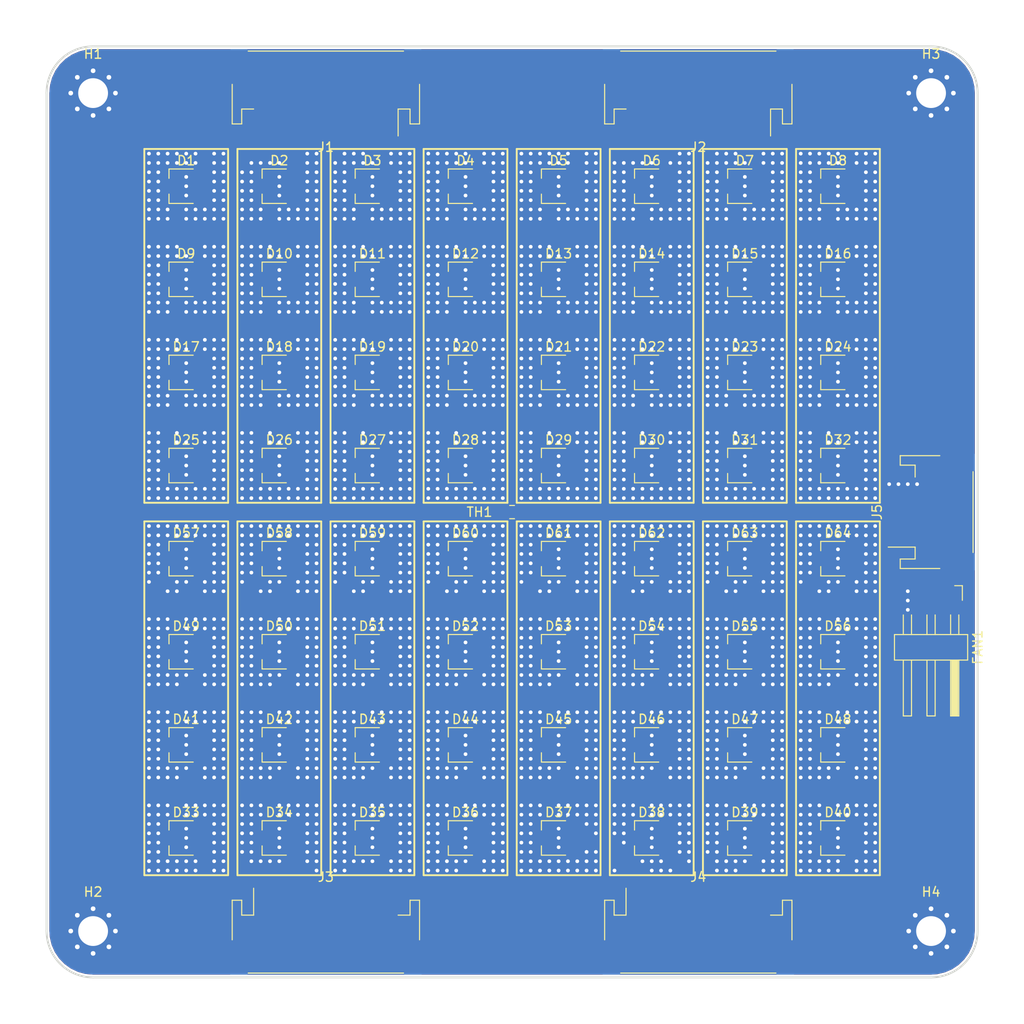
<source format=kicad_pcb>
(kicad_pcb (version 20171130) (host pcbnew "(5.1.4)-1")
  (layers (0 F.Cu signal) (31 B.Cu signal) (34 B.Paste user) (35 F.Paste user) (36 B.SilkS user) (37 F.SilkS user) (38 B.Mask user hide) (39 F.Mask user) (44 Edge.Cuts user))
  (net 0 "")
  (net 1 "Net-(D1-Pad1)")
  (net 2 "Net-(D10-Pad2)")
  (net 3 "Net-(D11-Pad2)")
  (net 4 "Net-(D12-Pad2)")
  (net 5 "Net-(D13-Pad2)")
  (net 6 "Net-(D14-Pad2)")
  (net 7 "Net-(D15-Pad2)")
  (net 8 "Net-(D16-Pad2)")
  (net 9 "Net-(D17-Pad2)")
  (net 10 "Net-(D10-Pad1)")
  (net 11 "Net-(D11-Pad1)")
  (net 12 "Net-(D12-Pad1)")
  (net 13 "Net-(D13-Pad1)")
  (net 14 "Net-(D14-Pad1)")
  (net 15 "Net-(D15-Pad1)")
  (net 16 "Net-(D16-Pad1)")
  (net 17 "Net-(D17-Pad1)")
  (net 18 "Net-(D18-Pad1)")
  (net 19 "Net-(D19-Pad1)")
  (net 20 "Net-(D20-Pad1)")
  (net 21 "Net-(D21-Pad1)")
  (net 22 "Net-(D22-Pad1)")
  (net 23 "Net-(D23-Pad1)")
  (net 24 "Net-(D24-Pad1)")
  (net 25 GND)
  (net 26 "Net-(D33-Pad1)")
  (net 27 "Net-(D34-Pad1)")
  (net 28 "Net-(D35-Pad1)")
  (net 29 "Net-(D36-Pad1)")
  (net 30 "Net-(D37-Pad1)")
  (net 31 "Net-(D38-Pad1)")
  (net 32 "Net-(D39-Pad1)")
  (net 33 "Net-(D40-Pad1)")
  (net 34 "Net-(D41-Pad1)")
  (net 35 "Net-(D42-Pad1)")
  (net 36 "Net-(D43-Pad1)")
  (net 37 "Net-(D44-Pad1)")
  (net 38 "Net-(D45-Pad1)")
  (net 39 "Net-(D46-Pad1)")
  (net 40 "Net-(D47-Pad1)")
  (net 41 "Net-(D48-Pad1)")
  (net 42 "Net-(D49-Pad1)")
  (net 43 "Net-(D50-Pad1)")
  (net 44 "Net-(D51-Pad1)")
  (net 45 "Net-(D52-Pad1)")
  (net 46 "Net-(D53-Pad1)")
  (net 47 "Net-(D54-Pad1)")
  (net 48 "Net-(D55-Pad1)")
  (net 49 "Net-(D56-Pad1)")
  (net 50 TEMP_SENSE)
  (net 51 DRV1_A)
  (net 52 DRV2_A)
  (net 53 DRV3_A)
  (net 54 DRV4_A)
  (net 55 DRV5_A)
  (net 56 DRV6_A)
  (net 57 DRV7_A)
  (net 58 DRV8_A)
  (net 59 DRV1_K)
  (net 60 DRV2_K)
  (net 61 DRV3_K)
  (net 62 DRV4_K)
  (net 63 DRV5_K)
  (net 64 DRV6_K)
  (net 65 DRV7_K)
  (net 66 DRV8_K)
  (net 67 DRV9_A)
  (net 68 DRV10_A)
  (net 69 DRV11_A)
  (net 70 DRV12_A)
  (net 71 DRV13_A)
  (net 72 DRV14_A)
  (net 73 DRV15_A)
  (net 74 DRV16_A)
  (net 75 DRV9_K)
  (net 76 DRV10_K)
  (net 77 DRV11_K)
  (net 78 DRV12_K)
  (net 79 DRV13_K)
  (net 80 DRV14_K)
  (net 81 DRV15_K)
  (net 82 DRV16_K)
  (net 83 "Net-(J1-PadMP)")
  (net 84 "Net-(J2-PadMP)")
  (net 85 "Net-(J3-PadMP)")
  (net 86 "Net-(J4-PadMP)")
  (net 87 FAN_PWM)
  (net 88 "Net-(J5-PadMP)")
  (module Connector_JST:JST_PH_S4B-PH-SM4-TB_1x04-1MP_P2.00mm_Horizontal (layer F.Cu) (at 295 110 90)
    (fp_text reference J5 (at 0 -5.8 90) (layer F.SilkS))
    (fp_text value Conn_01x04)
    (pad MP smd roundrect (at 5.35 2.9 90) (size 1.5 3.4) (layers F.Cu F.Paste F.Mask) (roundrect_rratio 0.166667) (net 88 "Net-(J5-PadMP)"))
    (pad MP smd roundrect (at -5.35 2.9 90) (size 1.5 3.4) (layers F.Cu F.Paste F.Mask) (roundrect_rratio 0.166667) (net 88 "Net-(J5-PadMP)"))
    (pad 4 smd roundrect (at 3 -2.85 90) (size 1 3.5) (layers F.Cu F.Paste F.Mask) (net 25 GND))
    (pad 3 smd roundrect (at 1 -2.85 90) (size 1 3.5) (layers F.Cu F.Paste F.Mask) (net 50 TEMP_SENSE))
    (pad 2 smd roundrect (at -1 -2.85 90) (size 1 3.5) (layers F.Cu F.Paste F.Mask) (net 87 FAN_PWM))
    (pad 1 smd roundrect (at -3 -2.85 90) (size 1 3.5) (layers F.Cu F.Paste F.Mask))
  )
  (module Connector_Harwin:Harwin_M20-89003xx_1x03_P2.54mm_Horizontal (layer F.Cu) (at 295 125 270)
    (fp_text reference FAN1 (at -0.48 -5.01 90) (layer F.SilkS))
    (fp_text value Conn_01x03)
    (pad "" smd rect (at 3.895 -2.54 270) (size 6 0.76) (layers F.SilkS))
    (pad 3 smd rect (at -5.525 2.54 270) (size 2.5 1) (layers F.Cu F.Paste F.Mask) (net 25 GND))
    (pad 2 smd rect (at -5.525 0 270) (size 2.5 1) (layers F.Cu F.Paste F.Mask) (net 87 FAN_PWM))
    (pad 1 smd rect (at -5.525 -2.54 270) (size 2.5 1) (layers F.Cu F.Paste F.Mask))
  )
  (module Connector_JST:JST_PH_S8B-PH-SM4-TB_1x08-1MP_P2.00mm_Horizontal (layer F.Cu) (at 270 155)
    (fp_text reference J4 (at 0 -5.8) (layer F.SilkS))
    (fp_text value NXW-08SMDK)
    (pad MP smd roundrect (at 9.35 2.9) (size 1.5 3.4) (layers F.Cu F.Paste F.Mask) (roundrect_rratio 0.166667) (net 86 "Net-(J4-PadMP)"))
    (pad MP smd roundrect (at -9.35 2.9) (size 1.5 3.4) (layers F.Cu F.Paste F.Mask) (roundrect_rratio 0.166667) (net 86 "Net-(J4-PadMP)"))
    (pad 8 smd roundrect (at 7 -2.85) (size 1 3.5) (layers F.Cu F.Paste F.Mask) (net 74 DRV16_A))
    (pad 7 smd roundrect (at 5 -2.85) (size 1 3.5) (layers F.Cu F.Paste F.Mask) (net 82 DRV16_K))
    (pad 6 smd roundrect (at 3 -2.85) (size 1 3.5) (layers F.Cu F.Paste F.Mask) (net 73 DRV15_A))
    (pad 5 smd roundrect (at 1 -2.85) (size 1 3.5) (layers F.Cu F.Paste F.Mask) (net 81 DRV15_K))
    (pad 4 smd roundrect (at -1 -2.85) (size 1 3.5) (layers F.Cu F.Paste F.Mask) (net 72 DRV14_A))
    (pad 3 smd roundrect (at -3 -2.85) (size 1 3.5) (layers F.Cu F.Paste F.Mask) (net 80 DRV14_K))
    (pad 2 smd roundrect (at -5 -2.85) (size 1 3.5) (layers F.Cu F.Paste F.Mask) (net 71 DRV13_A))
    (pad 1 smd roundrect (at -7 -2.85) (size 1 3.5) (layers F.Cu F.Paste F.Mask) (net 79 DRV13_K))
  )
  (module Connector_JST:JST_PH_S8B-PH-SM4-TB_1x08-1MP_P2.00mm_Horizontal (layer F.Cu) (at 230 155)
    (fp_text reference J3 (at 0 -5.8) (layer F.SilkS))
    (fp_text value NXW-08SMDK)
    (pad MP smd roundrect (at 9.35 2.9) (size 1.5 3.4) (layers F.Cu F.Paste F.Mask) (roundrect_rratio 0.166667) (net 85 "Net-(J3-PadMP)"))
    (pad MP smd roundrect (at -9.35 2.9) (size 1.5 3.4) (layers F.Cu F.Paste F.Mask) (roundrect_rratio 0.166667) (net 85 "Net-(J3-PadMP)"))
    (pad 8 smd roundrect (at 7 -2.85) (size 1 3.5) (layers F.Cu F.Paste F.Mask) (net 70 DRV12_A))
    (pad 7 smd roundrect (at 5 -2.85) (size 1 3.5) (layers F.Cu F.Paste F.Mask) (net 78 DRV12_K))
    (pad 6 smd roundrect (at 3 -2.85) (size 1 3.5) (layers F.Cu F.Paste F.Mask) (net 69 DRV11_A))
    (pad 5 smd roundrect (at 1 -2.85) (size 1 3.5) (layers F.Cu F.Paste F.Mask) (net 77 DRV11_K))
    (pad 4 smd roundrect (at -1 -2.85) (size 1 3.5) (layers F.Cu F.Paste F.Mask) (net 68 DRV10_A))
    (pad 3 smd roundrect (at -3 -2.85) (size 1 3.5) (layers F.Cu F.Paste F.Mask) (net 76 DRV10_K))
    (pad 2 smd roundrect (at -5 -2.85) (size 1 3.5) (layers F.Cu F.Paste F.Mask) (net 67 DRV9_A))
    (pad 1 smd roundrect (at -7 -2.85) (size 1 3.5) (layers F.Cu F.Paste F.Mask) (net 75 DRV9_K))
  )
  (module Connector_JST:JST_PH_S8B-PH-SM4-TB_1x08-1MP_P2.00mm_Horizontal (layer F.Cu) (at 270 65 180)
    (fp_text reference J2 (at 0 -5.8) (layer F.SilkS))
    (fp_text value NXW-08SMDK)
    (pad MP smd roundrect (at 9.35 2.9 180) (size 1.5 3.4) (layers F.Cu F.Paste F.Mask) (roundrect_rratio 0.166667) (net 84 "Net-(J2-PadMP)"))
    (pad MP smd roundrect (at -9.35 2.9 180) (size 1.5 3.4) (layers F.Cu F.Paste F.Mask) (roundrect_rratio 0.166667) (net 84 "Net-(J2-PadMP)"))
    (pad 8 smd roundrect (at 7 -2.85 180) (size 1 3.5) (layers F.Cu F.Paste F.Mask) (net 63 DRV5_K))
    (pad 7 smd roundrect (at 5 -2.85 180) (size 1 3.5) (layers F.Cu F.Paste F.Mask) (net 55 DRV5_A))
    (pad 6 smd roundrect (at 3 -2.85 180) (size 1 3.5) (layers F.Cu F.Paste F.Mask) (net 64 DRV6_K))
    (pad 5 smd roundrect (at 1 -2.85 180) (size 1 3.5) (layers F.Cu F.Paste F.Mask) (net 56 DRV6_A))
    (pad 4 smd roundrect (at -1 -2.85 180) (size 1 3.5) (layers F.Cu F.Paste F.Mask) (net 65 DRV7_K))
    (pad 3 smd roundrect (at -3 -2.85 180) (size 1 3.5) (layers F.Cu F.Paste F.Mask) (net 57 DRV7_A))
    (pad 2 smd roundrect (at -5 -2.85 180) (size 1 3.5) (layers F.Cu F.Paste F.Mask) (net 66 DRV8_K))
    (pad 1 smd roundrect (at -7 -2.85 180) (size 1 3.5) (layers F.Cu F.Paste F.Mask) (net 58 DRV8_A))
  )
  (module Connector_JST:JST_PH_S8B-PH-SM4-TB_1x08-1MP_P2.00mm_Horizontal (layer F.Cu) (at 230 65 180)
    (fp_text reference J1 (at 0 -5.8) (layer F.SilkS))
    (fp_text value NXW-08SMDK)
    (pad MP smd roundrect (at 9.35 2.9 180) (size 1.5 3.4) (layers F.Cu F.Paste F.Mask) (roundrect_rratio 0.166667) (net 83 "Net-(J1-PadMP)"))
    (pad MP smd roundrect (at -9.35 2.9 180) (size 1.5 3.4) (layers F.Cu F.Paste F.Mask) (roundrect_rratio 0.166667) (net 83 "Net-(J1-PadMP)"))
    (pad 8 smd roundrect (at 7 -2.85 180) (size 1 3.5) (layers F.Cu F.Paste F.Mask) (net 59 DRV1_K))
    (pad 7 smd roundrect (at 5 -2.85 180) (size 1 3.5) (layers F.Cu F.Paste F.Mask) (net 51 DRV1_A))
    (pad 6 smd roundrect (at 3 -2.85 180) (size 1 3.5) (layers F.Cu F.Paste F.Mask) (net 60 DRV2_K))
    (pad 5 smd roundrect (at 1 -2.85 180) (size 1 3.5) (layers F.Cu F.Paste F.Mask) (net 52 DRV2_A))
    (pad 4 smd roundrect (at -1 -2.85 180) (size 1 3.5) (layers F.Cu F.Paste F.Mask) (net 61 DRV3_K))
    (pad 3 smd roundrect (at -3 -2.85 180) (size 1 3.5) (layers F.Cu F.Paste F.Mask) (net 53 DRV3_A))
    (pad 2 smd roundrect (at -5 -2.85 180) (size 1 3.5) (layers F.Cu F.Paste F.Mask) (net 62 DRV4_K))
    (pad 1 smd roundrect (at -7 -2.85 180) (size 1 3.5) (layers F.Cu F.Paste F.Mask) (net 54 DRV4_A))
  )
  (module LED_SMD:LED_Cree-XHP35 (layer F.Cu) (at 215 75)
    (fp_text reference D1 (at 0 -2.75) (layer F.SilkS))
    (fp_text value LED_PAD)
    (pad 3 smd rect (at 0 0) (size 1.3 3.3) (layers F.Cu F.Mask) (net 25 GND))
    (pad 1 smd rect (at -1.4 0) (size 0.5 3.3) (layers F.Cu F.Paste F.Mask) (net 1 "Net-(D1-Pad1)"))
    (pad 2 smd rect (at 1.4 0) (size 0.5 3.3) (layers F.Cu F.Paste F.Mask) (net 51 DRV1_A))
  )
  (module LED_SMD:LED_Cree-XHP35 (layer F.Cu) (at 225 75)
    (fp_text reference D2 (at 0 -2.75) (layer F.SilkS))
    (fp_text value LED_PAD)
    (pad 2 smd rect (at 1.4 0) (size 0.5 3.3) (layers F.Cu F.Paste F.Mask) (net 52 DRV2_A))
    (pad 1 smd rect (at -1.4 0) (size 0.5 3.3) (layers F.Cu F.Paste F.Mask) (net 2 "Net-(D10-Pad2)"))
    (pad 3 smd rect (at 0 0) (size 1.3 3.3) (layers F.Cu F.Mask) (net 25 GND))
  )
  (module LED_SMD:LED_Cree-XHP35 (layer F.Cu) (at 235 75)
    (fp_text reference D3 (at 0 -2.75) (layer F.SilkS))
    (fp_text value LED_PAD)
    (pad 2 smd rect (at 1.4 0) (size 0.5 3.3) (layers F.Cu F.Paste F.Mask) (net 53 DRV3_A))
    (pad 1 smd rect (at -1.4 0) (size 0.5 3.3) (layers F.Cu F.Paste F.Mask) (net 3 "Net-(D11-Pad2)"))
    (pad 3 smd rect (at 0 0) (size 1.3 3.3) (layers F.Cu F.Mask) (net 25 GND))
  )
  (module LED_SMD:LED_Cree-XHP35 (layer F.Cu) (at 245 75)
    (fp_text reference D4 (at 0 -2.75) (layer F.SilkS))
    (fp_text value LED_PAD)
    (pad 2 smd rect (at 1.4 0) (size 0.5 3.3) (layers F.Cu F.Paste F.Mask) (net 54 DRV4_A))
    (pad 1 smd rect (at -1.4 0) (size 0.5 3.3) (layers F.Cu F.Paste F.Mask) (net 4 "Net-(D12-Pad2)"))
    (pad 3 smd rect (at 0 0) (size 1.3 3.3) (layers F.Cu F.Mask) (net 25 GND))
  )
  (module LED_SMD:LED_Cree-XHP35 (layer F.Cu) (at 255 75)
    (fp_text reference D5 (at 0 -2.75) (layer F.SilkS))
    (fp_text value LED_PAD)
    (pad 3 smd rect (at 0 0) (size 1.3 3.3) (layers F.Cu F.Mask) (net 25 GND))
    (pad 1 smd rect (at -1.4 0) (size 0.5 3.3) (layers F.Cu F.Paste F.Mask) (net 5 "Net-(D13-Pad2)"))
    (pad 2 smd rect (at 1.4 0) (size 0.5 3.3) (layers F.Cu F.Paste F.Mask) (net 55 DRV5_A))
  )
  (module LED_SMD:LED_Cree-XHP35 (layer F.Cu) (at 265 75)
    (fp_text reference D6 (at 0 -2.75) (layer F.SilkS))
    (fp_text value LED_PAD)
    (pad 2 smd rect (at 1.4 0) (size 0.5 3.3) (layers F.Cu F.Paste F.Mask) (net 56 DRV6_A))
    (pad 1 smd rect (at -1.4 0) (size 0.5 3.3) (layers F.Cu F.Paste F.Mask) (net 6 "Net-(D14-Pad2)"))
    (pad 3 smd rect (at 0 0) (size 1.3 3.3) (layers F.Cu F.Mask) (net 25 GND))
  )
  (module LED_SMD:LED_Cree-XHP35 (layer F.Cu) (at 275 75)
    (fp_text reference D7 (at 0 -2.75) (layer F.SilkS))
    (fp_text value LED_PAD)
    (pad 2 smd rect (at 1.4 0) (size 0.5 3.3) (layers F.Cu F.Paste F.Mask) (net 57 DRV7_A))
    (pad 1 smd rect (at -1.4 0) (size 0.5 3.3) (layers F.Cu F.Paste F.Mask) (net 7 "Net-(D15-Pad2)"))
    (pad 3 smd rect (at 0 0) (size 1.3 3.3) (layers F.Cu F.Mask) (net 25 GND))
  )
  (module LED_SMD:LED_Cree-XHP35 (layer F.Cu) (at 285 75)
    (fp_text reference D8 (at 0 -2.75) (layer F.SilkS))
    (fp_text value LED_PAD)
    (pad 2 smd rect (at 1.4 0) (size 0.5 3.3) (layers F.Cu F.Paste F.Mask) (net 58 DRV8_A))
    (pad 1 smd rect (at -1.4 0) (size 0.5 3.3) (layers F.Cu F.Paste F.Mask) (net 8 "Net-(D16-Pad2)"))
    (pad 3 smd rect (at 0 0) (size 1.3 3.3) (layers F.Cu F.Mask) (net 25 GND))
  )
  (module LED_SMD:LED_Cree-XHP35 (layer F.Cu) (at 215 85)
    (fp_text reference D9 (at 0 -2.75) (layer F.SilkS))
    (fp_text value LED_PAD)
    (pad 3 smd rect (at 0 0) (size 1.3 3.3) (layers F.Cu F.Mask) (net 25 GND))
    (pad 1 smd rect (at -1.4 0) (size 0.5 3.3) (layers F.Cu F.Paste F.Mask) (net 9 "Net-(D17-Pad2)"))
    (pad 2 smd rect (at 1.4 0) (size 0.5 3.3) (layers F.Cu F.Paste F.Mask) (net 1 "Net-(D1-Pad1)"))
  )
  (module LED_SMD:LED_Cree-XHP35 (layer F.Cu) (at 225 85)
    (fp_text reference D10 (at 0 -2.75) (layer F.SilkS))
    (fp_text value LED_PAD)
    (pad 3 smd rect (at 0 0) (size 1.3 3.3) (layers F.Cu F.Mask) (net 25 GND))
    (pad 1 smd rect (at -1.4 0) (size 0.5 3.3) (layers F.Cu F.Paste F.Mask) (net 10 "Net-(D10-Pad1)"))
    (pad 2 smd rect (at 1.4 0) (size 0.5 3.3) (layers F.Cu F.Paste F.Mask) (net 2 "Net-(D10-Pad2)"))
  )
  (module LED_SMD:LED_Cree-XHP35 (layer F.Cu) (at 235 85)
    (fp_text reference D11 (at 0 -2.75) (layer F.SilkS))
    (fp_text value LED_PAD)
    (pad 3 smd rect (at 0 0) (size 1.3 3.3) (layers F.Cu F.Mask) (net 25 GND))
    (pad 1 smd rect (at -1.4 0) (size 0.5 3.3) (layers F.Cu F.Paste F.Mask) (net 11 "Net-(D11-Pad1)"))
    (pad 2 smd rect (at 1.4 0) (size 0.5 3.3) (layers F.Cu F.Paste F.Mask) (net 3 "Net-(D11-Pad2)"))
  )
  (module LED_SMD:LED_Cree-XHP35 (layer F.Cu) (at 245 85)
    (fp_text reference D12 (at 0 -2.75) (layer F.SilkS))
    (fp_text value LED_PAD)
    (pad 3 smd rect (at 0 0) (size 1.3 3.3) (layers F.Cu F.Mask) (net 25 GND))
    (pad 1 smd rect (at -1.4 0) (size 0.5 3.3) (layers F.Cu F.Paste F.Mask) (net 12 "Net-(D12-Pad1)"))
    (pad 2 smd rect (at 1.4 0) (size 0.5 3.3) (layers F.Cu F.Paste F.Mask) (net 4 "Net-(D12-Pad2)"))
  )
  (module LED_SMD:LED_Cree-XHP35 (layer F.Cu) (at 255 85)
    (fp_text reference D13 (at 0 -2.75) (layer F.SilkS))
    (fp_text value LED_PAD)
    (pad 2 smd rect (at 1.4 0) (size 0.5 3.3) (layers F.Cu F.Paste F.Mask) (net 5 "Net-(D13-Pad2)"))
    (pad 1 smd rect (at -1.4 0) (size 0.5 3.3) (layers F.Cu F.Paste F.Mask) (net 13 "Net-(D13-Pad1)"))
    (pad 3 smd rect (at 0 0) (size 1.3 3.3) (layers F.Cu F.Mask) (net 25 GND))
  )
  (module LED_SMD:LED_Cree-XHP35 (layer F.Cu) (at 265 85)
    (fp_text reference D14 (at 0 -2.75) (layer F.SilkS))
    (fp_text value LED_PAD)
    (pad 3 smd rect (at 0 0) (size 1.3 3.3) (layers F.Cu F.Mask) (net 25 GND))
    (pad 1 smd rect (at -1.4 0) (size 0.5 3.3) (layers F.Cu F.Paste F.Mask) (net 14 "Net-(D14-Pad1)"))
    (pad 2 smd rect (at 1.4 0) (size 0.5 3.3) (layers F.Cu F.Paste F.Mask) (net 6 "Net-(D14-Pad2)"))
  )
  (module LED_SMD:LED_Cree-XHP35 (layer F.Cu) (at 275 85)
    (fp_text reference D15 (at 0 -2.75) (layer F.SilkS))
    (fp_text value LED_PAD)
    (pad 3 smd rect (at 0 0) (size 1.3 3.3) (layers F.Cu F.Mask) (net 25 GND))
    (pad 1 smd rect (at -1.4 0) (size 0.5 3.3) (layers F.Cu F.Paste F.Mask) (net 15 "Net-(D15-Pad1)"))
    (pad 2 smd rect (at 1.4 0) (size 0.5 3.3) (layers F.Cu F.Paste F.Mask) (net 7 "Net-(D15-Pad2)"))
  )
  (module LED_SMD:LED_Cree-XHP35 (layer F.Cu) (at 285 85)
    (fp_text reference D16 (at 0 -2.75) (layer F.SilkS))
    (fp_text value LED_PAD)
    (pad 3 smd rect (at 0 0) (size 1.3 3.3) (layers F.Cu F.Mask) (net 25 GND))
    (pad 1 smd rect (at -1.4 0) (size 0.5 3.3) (layers F.Cu F.Paste F.Mask) (net 16 "Net-(D16-Pad1)"))
    (pad 2 smd rect (at 1.4 0) (size 0.5 3.3) (layers F.Cu F.Paste F.Mask) (net 8 "Net-(D16-Pad2)"))
  )
  (module LED_SMD:LED_Cree-XHP35 (layer F.Cu) (at 215 95)
    (fp_text reference D17 (at 0 -2.75) (layer F.SilkS))
    (fp_text value LED_PAD)
    (pad 2 smd rect (at 1.4 0) (size 0.5 3.3) (layers F.Cu F.Paste F.Mask) (net 9 "Net-(D17-Pad2)"))
    (pad 1 smd rect (at -1.4 0) (size 0.5 3.3) (layers F.Cu F.Paste F.Mask) (net 17 "Net-(D17-Pad1)"))
    (pad 3 smd rect (at 0 0) (size 1.3 3.3) (layers F.Cu F.Mask) (net 25 GND))
  )
  (module LED_SMD:LED_Cree-XHP35 (layer F.Cu) (at 225 95)
    (fp_text reference D18 (at 0 -2.75) (layer F.SilkS))
    (fp_text value LED_PAD)
    (pad 2 smd rect (at 1.4 0) (size 0.5 3.3) (layers F.Cu F.Paste F.Mask) (net 10 "Net-(D10-Pad1)"))
    (pad 1 smd rect (at -1.4 0) (size 0.5 3.3) (layers F.Cu F.Paste F.Mask) (net 18 "Net-(D18-Pad1)"))
    (pad 3 smd rect (at 0 0) (size 1.3 3.3) (layers F.Cu F.Mask) (net 25 GND))
  )
  (module LED_SMD:LED_Cree-XHP35 (layer F.Cu) (at 235 95)
    (fp_text reference D19 (at 0 -2.75) (layer F.SilkS))
    (fp_text value LED_PAD)
    (pad 2 smd rect (at 1.4 0) (size 0.5 3.3) (layers F.Cu F.Paste F.Mask) (net 11 "Net-(D11-Pad1)"))
    (pad 1 smd rect (at -1.4 0) (size 0.5 3.3) (layers F.Cu F.Paste F.Mask) (net 19 "Net-(D19-Pad1)"))
    (pad 3 smd rect (at 0 0) (size 1.3 3.3) (layers F.Cu F.Mask) (net 25 GND))
  )
  (module LED_SMD:LED_Cree-XHP35 (layer F.Cu) (at 245 95)
    (fp_text reference D20 (at 0 -2.75) (layer F.SilkS))
    (fp_text value LED_PAD)
    (pad 2 smd rect (at 1.4 0) (size 0.5 3.3) (layers F.Cu F.Paste F.Mask) (net 12 "Net-(D12-Pad1)"))
    (pad 1 smd rect (at -1.4 0) (size 0.5 3.3) (layers F.Cu F.Paste F.Mask) (net 20 "Net-(D20-Pad1)"))
    (pad 3 smd rect (at 0 0) (size 1.3 3.3) (layers F.Cu F.Mask) (net 25 GND))
  )
  (module LED_SMD:LED_Cree-XHP35 (layer F.Cu) (at 255 95)
    (fp_text reference D21 (at 0 -2.75) (layer F.SilkS))
    (fp_text value LED_PAD)
    (pad 2 smd rect (at 1.4 0) (size 0.5 3.3) (layers F.Cu F.Paste F.Mask) (net 13 "Net-(D13-Pad1)"))
    (pad 1 smd rect (at -1.4 0) (size 0.5 3.3) (layers F.Cu F.Paste F.Mask) (net 21 "Net-(D21-Pad1)"))
    (pad 3 smd rect (at 0 0) (size 1.3 3.3) (layers F.Cu F.Mask) (net 25 GND))
  )
  (module LED_SMD:LED_Cree-XHP35 (layer F.Cu) (at 265 95)
    (fp_text reference D22 (at 0 -2.75) (layer F.SilkS))
    (fp_text value LED_PAD)
    (pad 2 smd rect (at 1.4 0) (size 0.5 3.3) (layers F.Cu F.Paste F.Mask) (net 14 "Net-(D14-Pad1)"))
    (pad 1 smd rect (at -1.4 0) (size 0.5 3.3) (layers F.Cu F.Paste F.Mask) (net 22 "Net-(D22-Pad1)"))
    (pad 3 smd rect (at 0 0) (size 1.3 3.3) (layers F.Cu F.Mask) (net 25 GND))
  )
  (module LED_SMD:LED_Cree-XHP35 (layer F.Cu) (at 275 95)
    (fp_text reference D23 (at 0 -2.75) (layer F.SilkS))
    (fp_text value LED_PAD)
    (pad 2 smd rect (at 1.4 0) (size 0.5 3.3) (layers F.Cu F.Paste F.Mask) (net 15 "Net-(D15-Pad1)"))
    (pad 1 smd rect (at -1.4 0) (size 0.5 3.3) (layers F.Cu F.Paste F.Mask) (net 23 "Net-(D23-Pad1)"))
    (pad 3 smd rect (at 0 0) (size 1.3 3.3) (layers F.Cu F.Mask) (net 25 GND))
  )
  (module LED_SMD:LED_Cree-XHP35 (layer F.Cu) (at 285 95)
    (fp_text reference D24 (at 0 -2.75) (layer F.SilkS))
    (fp_text value LED_PAD)
    (pad 2 smd rect (at 1.4 0) (size 0.5 3.3) (layers F.Cu F.Paste F.Mask) (net 16 "Net-(D16-Pad1)"))
    (pad 1 smd rect (at -1.4 0) (size 0.5 3.3) (layers F.Cu F.Paste F.Mask) (net 24 "Net-(D24-Pad1)"))
    (pad 3 smd rect (at 0 0) (size 1.3 3.3) (layers F.Cu F.Mask) (net 25 GND))
  )
  (module LED_SMD:LED_Cree-XHP35 (layer F.Cu) (at 215 105)
    (fp_text reference D25 (at 0 -2.75) (layer F.SilkS))
    (fp_text value LED_PAD)
    (pad 3 smd rect (at 0 0) (size 1.3 3.3) (layers F.Cu F.Mask) (net 25 GND))
    (pad 1 smd rect (at -1.4 0) (size 0.5 3.3) (layers F.Cu F.Paste F.Mask) (net 59 DRV1_K))
    (pad 2 smd rect (at 1.4 0) (size 0.5 3.3) (layers F.Cu F.Paste F.Mask) (net 17 "Net-(D17-Pad1)"))
  )
  (module LED_SMD:LED_Cree-XHP35 (layer F.Cu) (at 225 105)
    (fp_text reference D26 (at 0 -2.75) (layer F.SilkS))
    (fp_text value LED_PAD)
    (pad 3 smd rect (at 0 0) (size 1.3 3.3) (layers F.Cu F.Mask) (net 25 GND))
    (pad 1 smd rect (at -1.4 0) (size 0.5 3.3) (layers F.Cu F.Paste F.Mask) (net 60 DRV2_K))
    (pad 2 smd rect (at 1.4 0) (size 0.5 3.3) (layers F.Cu F.Paste F.Mask) (net 18 "Net-(D18-Pad1)"))
  )
  (module LED_SMD:LED_Cree-XHP35 (layer F.Cu) (at 235 105)
    (fp_text reference D27 (at 0 -2.75) (layer F.SilkS))
    (fp_text value LED_PAD)
    (pad 3 smd rect (at 0 0) (size 1.3 3.3) (layers F.Cu F.Mask) (net 25 GND))
    (pad 1 smd rect (at -1.4 0) (size 0.5 3.3) (layers F.Cu F.Paste F.Mask) (net 61 DRV3_K))
    (pad 2 smd rect (at 1.4 0) (size 0.5 3.3) (layers F.Cu F.Paste F.Mask) (net 19 "Net-(D19-Pad1)"))
  )
  (module LED_SMD:LED_Cree-XHP35 (layer F.Cu) (at 245 105)
    (fp_text reference D28 (at 0 -2.75) (layer F.SilkS))
    (fp_text value LED_PAD)
    (pad 3 smd rect (at 0 0) (size 1.3 3.3) (layers F.Cu F.Mask) (net 25 GND))
    (pad 1 smd rect (at -1.4 0) (size 0.5 3.3) (layers F.Cu F.Paste F.Mask) (net 62 DRV4_K))
    (pad 2 smd rect (at 1.4 0) (size 0.5 3.3) (layers F.Cu F.Paste F.Mask) (net 20 "Net-(D20-Pad1)"))
  )
  (module LED_SMD:LED_Cree-XHP35 (layer F.Cu) (at 255 105)
    (fp_text reference D29 (at 0 -2.75) (layer F.SilkS))
    (fp_text value LED_PAD)
    (pad 3 smd rect (at 0 0) (size 1.3 3.3) (layers F.Cu F.Mask) (net 25 GND))
    (pad 1 smd rect (at -1.4 0) (size 0.5 3.3) (layers F.Cu F.Paste F.Mask) (net 63 DRV5_K))
    (pad 2 smd rect (at 1.4 0) (size 0.5 3.3) (layers F.Cu F.Paste F.Mask) (net 21 "Net-(D21-Pad1)"))
  )
  (module LED_SMD:LED_Cree-XHP35 (layer F.Cu) (at 265 105)
    (fp_text reference D30 (at 0 -2.75) (layer F.SilkS))
    (fp_text value LED_PAD)
    (pad 3 smd rect (at 0 0) (size 1.3 3.3) (layers F.Cu F.Mask) (net 25 GND))
    (pad 1 smd rect (at -1.4 0) (size 0.5 3.3) (layers F.Cu F.Paste F.Mask) (net 64 DRV6_K))
    (pad 2 smd rect (at 1.4 0) (size 0.5 3.3) (layers F.Cu F.Paste F.Mask) (net 22 "Net-(D22-Pad1)"))
  )
  (module LED_SMD:LED_Cree-XHP35 (layer F.Cu) (at 275 105)
    (fp_text reference D31 (at 0 -2.75) (layer F.SilkS))
    (fp_text value LED_PAD)
    (pad 3 smd rect (at 0 0) (size 1.3 3.3) (layers F.Cu F.Mask) (net 25 GND))
    (pad 1 smd rect (at -1.4 0) (size 0.5 3.3) (layers F.Cu F.Paste F.Mask) (net 65 DRV7_K))
    (pad 2 smd rect (at 1.4 0) (size 0.5 3.3) (layers F.Cu F.Paste F.Mask) (net 23 "Net-(D23-Pad1)"))
  )
  (module LED_SMD:LED_Cree-XHP35 (layer F.Cu) (at 285 105)
    (fp_text reference D32 (at 0 -2.75) (layer F.SilkS))
    (fp_text value LED_PAD)
    (pad 2 smd rect (at 1.4 0) (size 0.5 3.3) (layers F.Cu F.Paste F.Mask) (net 24 "Net-(D24-Pad1)"))
    (pad 1 smd rect (at -1.4 0) (size 0.5 3.3) (layers F.Cu F.Paste F.Mask) (net 66 DRV8_K))
    (pad 3 smd rect (at 0 0) (size 1.3 3.3) (layers F.Cu F.Mask) (net 25 GND))
  )
  (module LED_SMD:LED_Cree-XHP35 (layer F.Cu) (at 215 145)
    (fp_text reference D33 (at 0 -2.75) (layer F.SilkS))
    (fp_text value LED_PAD)
    (pad 3 smd rect (at 0 0) (size 1.3 3.3) (layers F.Cu F.Mask) (net 25 GND))
    (pad 1 smd rect (at -1.4 0) (size 0.5 3.3) (layers F.Cu F.Paste F.Mask) (net 26 "Net-(D33-Pad1)"))
    (pad 2 smd rect (at 1.4 0) (size 0.5 3.3) (layers F.Cu F.Paste F.Mask) (net 67 DRV9_A))
  )
  (module LED_SMD:LED_Cree-XHP35 (layer F.Cu) (at 225 145)
    (fp_text reference D34 (at 0 -2.75) (layer F.SilkS))
    (fp_text value LED_PAD)
    (pad 2 smd rect (at 1.4 0) (size 0.5 3.3) (layers F.Cu F.Paste F.Mask) (net 68 DRV10_A))
    (pad 1 smd rect (at -1.4 0) (size 0.5 3.3) (layers F.Cu F.Paste F.Mask) (net 27 "Net-(D34-Pad1)"))
    (pad 3 smd rect (at 0 0) (size 1.3 3.3) (layers F.Cu F.Mask) (net 25 GND))
  )
  (module LED_SMD:LED_Cree-XHP35 (layer F.Cu) (at 235 145)
    (fp_text reference D35 (at 0 -2.75) (layer F.SilkS))
    (fp_text value LED_PAD)
    (pad 2 smd rect (at 1.4 0) (size 0.5 3.3) (layers F.Cu F.Paste F.Mask) (net 69 DRV11_A))
    (pad 1 smd rect (at -1.4 0) (size 0.5 3.3) (layers F.Cu F.Paste F.Mask) (net 28 "Net-(D35-Pad1)"))
    (pad 3 smd rect (at 0 0) (size 1.3 3.3) (layers F.Cu F.Mask) (net 25 GND))
  )
  (module LED_SMD:LED_Cree-XHP35 (layer F.Cu) (at 245 145)
    (fp_text reference D36 (at 0 -2.75) (layer F.SilkS))
    (fp_text value LED_PAD)
    (pad 2 smd rect (at 1.4 0) (size 0.5 3.3) (layers F.Cu F.Paste F.Mask) (net 70 DRV12_A))
    (pad 1 smd rect (at -1.4 0) (size 0.5 3.3) (layers F.Cu F.Paste F.Mask) (net 29 "Net-(D36-Pad1)"))
    (pad 3 smd rect (at 0 0) (size 1.3 3.3) (layers F.Cu F.Mask) (net 25 GND))
  )
  (module LED_SMD:LED_Cree-XHP35 (layer F.Cu) (at 255 145)
    (fp_text reference D37 (at 0 -2.75) (layer F.SilkS))
    (fp_text value LED_PAD)
    (pad 2 smd rect (at 1.4 0) (size 0.5 3.3) (layers F.Cu F.Paste F.Mask) (net 71 DRV13_A))
    (pad 1 smd rect (at -1.4 0) (size 0.5 3.3) (layers F.Cu F.Paste F.Mask) (net 30 "Net-(D37-Pad1)"))
    (pad 3 smd rect (at 0 0) (size 1.3 3.3) (layers F.Cu F.Mask) (net 25 GND))
  )
  (module LED_SMD:LED_Cree-XHP35 (layer F.Cu) (at 265 145)
    (fp_text reference D38 (at 0 -2.75) (layer F.SilkS))
    (fp_text value LED_PAD)
    (pad 2 smd rect (at 1.4 0) (size 0.5 3.3) (layers F.Cu F.Paste F.Mask) (net 72 DRV14_A))
    (pad 1 smd rect (at -1.4 0) (size 0.5 3.3) (layers F.Cu F.Paste F.Mask) (net 31 "Net-(D38-Pad1)"))
    (pad 3 smd rect (at 0 0) (size 1.3 3.3) (layers F.Cu F.Mask) (net 25 GND))
  )
  (module LED_SMD:LED_Cree-XHP35 (layer F.Cu) (at 275 145)
    (fp_text reference D39 (at 0 -2.75) (layer F.SilkS))
    (fp_text value LED_PAD)
    (pad 2 smd rect (at 1.4 0) (size 0.5 3.3) (layers F.Cu F.Paste F.Mask) (net 73 DRV15_A))
    (pad 1 smd rect (at -1.4 0) (size 0.5 3.3) (layers F.Cu F.Paste F.Mask) (net 32 "Net-(D39-Pad1)"))
    (pad 3 smd rect (at 0 0) (size 1.3 3.3) (layers F.Cu F.Mask) (net 25 GND))
  )
  (module LED_SMD:LED_Cree-XHP35 (layer F.Cu) (at 285 145)
    (fp_text reference D40 (at 0 -2.75) (layer F.SilkS))
    (fp_text value LED_PAD)
    (pad 2 smd rect (at 1.4 0) (size 0.5 3.3) (layers F.Cu F.Paste F.Mask) (net 74 DRV16_A))
    (pad 1 smd rect (at -1.4 0) (size 0.5 3.3) (layers F.Cu F.Paste F.Mask) (net 33 "Net-(D40-Pad1)"))
    (pad 3 smd rect (at 0 0) (size 1.3 3.3) (layers F.Cu F.Mask) (net 25 GND))
  )
  (module LED_SMD:LED_Cree-XHP35 (layer F.Cu) (at 215 135)
    (fp_text reference D41 (at 0 -2.75) (layer F.SilkS))
    (fp_text value LED_PAD)
    (pad 3 smd rect (at 0 0) (size 1.3 3.3) (layers F.Cu F.Mask) (net 25 GND))
    (pad 1 smd rect (at -1.4 0) (size 0.5 3.3) (layers F.Cu F.Paste F.Mask) (net 34 "Net-(D41-Pad1)"))
    (pad 2 smd rect (at 1.4 0) (size 0.5 3.3) (layers F.Cu F.Paste F.Mask) (net 26 "Net-(D33-Pad1)"))
  )
  (module LED_SMD:LED_Cree-XHP35 (layer F.Cu) (at 225 135)
    (fp_text reference D42 (at 0 -2.75) (layer F.SilkS))
    (fp_text value LED_PAD)
    (pad 3 smd rect (at 0 0) (size 1.3 3.3) (layers F.Cu F.Mask) (net 25 GND))
    (pad 1 smd rect (at -1.4 0) (size 0.5 3.3) (layers F.Cu F.Paste F.Mask) (net 35 "Net-(D42-Pad1)"))
    (pad 2 smd rect (at 1.4 0) (size 0.5 3.3) (layers F.Cu F.Paste F.Mask) (net 27 "Net-(D34-Pad1)"))
  )
  (module LED_SMD:LED_Cree-XHP35 (layer F.Cu) (at 235 135)
    (fp_text reference D43 (at 0 -2.75) (layer F.SilkS))
    (fp_text value LED_PAD)
    (pad 3 smd rect (at 0 0) (size 1.3 3.3) (layers F.Cu F.Mask) (net 25 GND))
    (pad 1 smd rect (at -1.4 0) (size 0.5 3.3) (layers F.Cu F.Paste F.Mask) (net 36 "Net-(D43-Pad1)"))
    (pad 2 smd rect (at 1.4 0) (size 0.5 3.3) (layers F.Cu F.Paste F.Mask) (net 28 "Net-(D35-Pad1)"))
  )
  (module LED_SMD:LED_Cree-XHP35 (layer F.Cu) (at 245 135)
    (fp_text reference D44 (at 0 -2.75) (layer F.SilkS))
    (fp_text value LED_PAD)
    (pad 3 smd rect (at 0 0) (size 1.3 3.3) (layers F.Cu F.Mask) (net 25 GND))
    (pad 1 smd rect (at -1.4 0) (size 0.5 3.3) (layers F.Cu F.Paste F.Mask) (net 37 "Net-(D44-Pad1)"))
    (pad 2 smd rect (at 1.4 0) (size 0.5 3.3) (layers F.Cu F.Paste F.Mask) (net 29 "Net-(D36-Pad1)"))
  )
  (module LED_SMD:LED_Cree-XHP35 (layer F.Cu) (at 255 135)
    (fp_text reference D45 (at 0 -2.75) (layer F.SilkS))
    (fp_text value LED_PAD)
    (pad 3 smd rect (at 0 0) (size 1.3 3.3) (layers F.Cu F.Mask) (net 25 GND))
    (pad 1 smd rect (at -1.4 0) (size 0.5 3.3) (layers F.Cu F.Paste F.Mask) (net 38 "Net-(D45-Pad1)"))
    (pad 2 smd rect (at 1.4 0) (size 0.5 3.3) (layers F.Cu F.Paste F.Mask) (net 30 "Net-(D37-Pad1)"))
  )
  (module LED_SMD:LED_Cree-XHP35 (layer F.Cu) (at 265 135)
    (fp_text reference D46 (at 0 -2.75) (layer F.SilkS))
    (fp_text value LED_PAD)
    (pad 3 smd rect (at 0 0) (size 1.3 3.3) (layers F.Cu F.Mask) (net 25 GND))
    (pad 1 smd rect (at -1.4 0) (size 0.5 3.3) (layers F.Cu F.Paste F.Mask) (net 39 "Net-(D46-Pad1)"))
    (pad 2 smd rect (at 1.4 0) (size 0.5 3.3) (layers F.Cu F.Paste F.Mask) (net 31 "Net-(D38-Pad1)"))
  )
  (module LED_SMD:LED_Cree-XHP35 (layer F.Cu) (at 275 135)
    (fp_text reference D47 (at 0 -2.75) (layer F.SilkS))
    (fp_text value LED_PAD)
    (pad 3 smd rect (at 0 0) (size 1.3 3.3) (layers F.Cu F.Mask) (net 25 GND))
    (pad 1 smd rect (at -1.4 0) (size 0.5 3.3) (layers F.Cu F.Paste F.Mask) (net 40 "Net-(D47-Pad1)"))
    (pad 2 smd rect (at 1.4 0) (size 0.5 3.3) (layers F.Cu F.Paste F.Mask) (net 32 "Net-(D39-Pad1)"))
  )
  (module LED_SMD:LED_Cree-XHP35 (layer F.Cu) (at 285 135)
    (fp_text reference D48 (at 0 -2.75) (layer F.SilkS))
    (fp_text value LED_PAD)
    (pad 3 smd rect (at 0 0) (size 1.3 3.3) (layers F.Cu F.Mask) (net 25 GND))
    (pad 1 smd rect (at -1.4 0) (size 0.5 3.3) (layers F.Cu F.Paste F.Mask) (net 41 "Net-(D48-Pad1)"))
    (pad 2 smd rect (at 1.4 0) (size 0.5 3.3) (layers F.Cu F.Paste F.Mask) (net 33 "Net-(D40-Pad1)"))
  )
  (module LED_SMD:LED_Cree-XHP35 (layer F.Cu) (at 215 125)
    (fp_text reference D49 (at 0 -2.75) (layer F.SilkS))
    (fp_text value LED_PAD)
    (pad 2 smd rect (at 1.4 0) (size 0.5 3.3) (layers F.Cu F.Paste F.Mask) (net 34 "Net-(D41-Pad1)"))
    (pad 1 smd rect (at -1.4 0) (size 0.5 3.3) (layers F.Cu F.Paste F.Mask) (net 42 "Net-(D49-Pad1)"))
    (pad 3 smd rect (at 0 0) (size 1.3 3.3) (layers F.Cu F.Mask) (net 25 GND))
  )
  (module LED_SMD:LED_Cree-XHP35 (layer F.Cu) (at 225 125)
    (fp_text reference D50 (at 0 -2.75) (layer F.SilkS))
    (fp_text value LED_PAD)
    (pad 2 smd rect (at 1.4 0) (size 0.5 3.3) (layers F.Cu F.Paste F.Mask) (net 35 "Net-(D42-Pad1)"))
    (pad 1 smd rect (at -1.4 0) (size 0.5 3.3) (layers F.Cu F.Paste F.Mask) (net 43 "Net-(D50-Pad1)"))
    (pad 3 smd rect (at 0 0) (size 1.3 3.3) (layers F.Cu F.Mask) (net 25 GND))
  )
  (module LED_SMD:LED_Cree-XHP35 (layer F.Cu) (at 235 125)
    (fp_text reference D51 (at 0 -2.75) (layer F.SilkS))
    (fp_text value LED_PAD)
    (pad 2 smd rect (at 1.4 0) (size 0.5 3.3) (layers F.Cu F.Paste F.Mask) (net 36 "Net-(D43-Pad1)"))
    (pad 1 smd rect (at -1.4 0) (size 0.5 3.3) (layers F.Cu F.Paste F.Mask) (net 44 "Net-(D51-Pad1)"))
    (pad 3 smd rect (at 0 0) (size 1.3 3.3) (layers F.Cu F.Mask) (net 25 GND))
  )
  (module LED_SMD:LED_Cree-XHP35 (layer F.Cu) (at 245 125)
    (fp_text reference D52 (at 0 -2.75) (layer F.SilkS))
    (fp_text value LED_PAD)
    (pad 2 smd rect (at 1.4 0) (size 0.5 3.3) (layers F.Cu F.Paste F.Mask) (net 37 "Net-(D44-Pad1)"))
    (pad 1 smd rect (at -1.4 0) (size 0.5 3.3) (layers F.Cu F.Paste F.Mask) (net 45 "Net-(D52-Pad1)"))
    (pad 3 smd rect (at 0 0) (size 1.3 3.3) (layers F.Cu F.Mask) (net 25 GND))
  )
  (module LED_SMD:LED_Cree-XHP35 (layer F.Cu) (at 255 125)
    (fp_text reference D53 (at 0 -2.75) (layer F.SilkS))
    (fp_text value LED_PAD)
    (pad 2 smd rect (at 1.4 0) (size 0.5 3.3) (layers F.Cu F.Paste F.Mask) (net 38 "Net-(D45-Pad1)"))
    (pad 1 smd rect (at -1.4 0) (size 0.5 3.3) (layers F.Cu F.Paste F.Mask) (net 46 "Net-(D53-Pad1)"))
    (pad 3 smd rect (at 0 0) (size 1.3 3.3) (layers F.Cu F.Mask) (net 25 GND))
  )
  (module LED_SMD:LED_Cree-XHP35 (layer F.Cu) (at 265 125)
    (fp_text reference D54 (at 0 -2.75) (layer F.SilkS))
    (fp_text value LED_PAD)
    (pad 2 smd rect (at 1.4 0) (size 0.5 3.3) (layers F.Cu F.Paste F.Mask) (net 39 "Net-(D46-Pad1)"))
    (pad 1 smd rect (at -1.4 0) (size 0.5 3.3) (layers F.Cu F.Paste F.Mask) (net 47 "Net-(D54-Pad1)"))
    (pad 3 smd rect (at 0 0) (size 1.3 3.3) (layers F.Cu F.Mask) (net 25 GND))
  )
  (module LED_SMD:LED_Cree-XHP35 (layer F.Cu) (at 275 125)
    (fp_text reference D55 (at 0 -2.75) (layer F.SilkS))
    (fp_text value LED_PAD)
    (pad 2 smd rect (at 1.4 0) (size 0.5 3.3) (layers F.Cu F.Paste F.Mask) (net 40 "Net-(D47-Pad1)"))
    (pad 1 smd rect (at -1.4 0) (size 0.5 3.3) (layers F.Cu F.Paste F.Mask) (net 48 "Net-(D55-Pad1)"))
    (pad 3 smd rect (at 0 0) (size 1.3 3.3) (layers F.Cu F.Mask) (net 25 GND))
  )
  (module LED_SMD:LED_Cree-XHP35 (layer F.Cu) (at 285 125)
    (fp_text reference D56 (at 0 -2.75) (layer F.SilkS))
    (fp_text value LED_PAD)
    (pad 2 smd rect (at 1.4 0) (size 0.5 3.3) (layers F.Cu F.Paste F.Mask) (net 41 "Net-(D48-Pad1)"))
    (pad 1 smd rect (at -1.4 0) (size 0.5 3.3) (layers F.Cu F.Paste F.Mask) (net 49 "Net-(D56-Pad1)"))
    (pad 3 smd rect (at 0 0) (size 1.3 3.3) (layers F.Cu F.Mask) (net 25 GND))
  )
  (module LED_SMD:LED_Cree-XHP35 (layer F.Cu) (at 215 115)
    (fp_text reference D57 (at 0 -2.75) (layer F.SilkS))
    (fp_text value LED_PAD)
    (pad 3 smd rect (at 0 0) (size 1.3 3.3) (layers F.Cu F.Mask) (net 25 GND))
    (pad 1 smd rect (at -1.4 0) (size 0.5 3.3) (layers F.Cu F.Paste F.Mask) (net 75 DRV9_K))
    (pad 2 smd rect (at 1.4 0) (size 0.5 3.3) (layers F.Cu F.Paste F.Mask) (net 42 "Net-(D49-Pad1)"))
  )
  (module LED_SMD:LED_Cree-XHP35 (layer F.Cu) (at 225 115)
    (fp_text reference D58 (at 0 -2.75) (layer F.SilkS))
    (fp_text value LED_PAD)
    (pad 3 smd rect (at 0 0) (size 1.3 3.3) (layers F.Cu F.Mask) (net 25 GND))
    (pad 1 smd rect (at -1.4 0) (size 0.5 3.3) (layers F.Cu F.Paste F.Mask) (net 76 DRV10_K))
    (pad 2 smd rect (at 1.4 0) (size 0.5 3.3) (layers F.Cu F.Paste F.Mask) (net 43 "Net-(D50-Pad1)"))
  )
  (module LED_SMD:LED_Cree-XHP35 (layer F.Cu) (at 235 115)
    (fp_text reference D59 (at 0 -2.75) (layer F.SilkS))
    (fp_text value LED_PAD)
    (pad 3 smd rect (at 0 0) (size 1.3 3.3) (layers F.Cu F.Mask) (net 25 GND))
    (pad 1 smd rect (at -1.4 0) (size 0.5 3.3) (layers F.Cu F.Paste F.Mask) (net 77 DRV11_K))
    (pad 2 smd rect (at 1.4 0) (size 0.5 3.3) (layers F.Cu F.Paste F.Mask) (net 44 "Net-(D51-Pad1)"))
  )
  (module LED_SMD:LED_Cree-XHP35 (layer F.Cu) (at 245 115)
    (fp_text reference D60 (at 0 -2.75) (layer F.SilkS))
    (fp_text value LED_PAD)
    (pad 2 smd rect (at 1.4 0) (size 0.5 3.3) (layers F.Cu F.Paste F.Mask) (net 45 "Net-(D52-Pad1)"))
    (pad 1 smd rect (at -1.4 0) (size 0.5 3.3) (layers F.Cu F.Paste F.Mask) (net 78 DRV12_K))
    (pad 3 smd rect (at 0 0) (size 1.3 3.3) (layers F.Cu F.Mask) (net 25 GND))
  )
  (module LED_SMD:LED_Cree-XHP35 (layer F.Cu) (at 255 115)
    (fp_text reference D61 (at 0 -2.75) (layer F.SilkS))
    (fp_text value LED_PAD)
    (pad 3 smd rect (at 0 0) (size 1.3 3.3) (layers F.Cu F.Mask) (net 25 GND))
    (pad 1 smd rect (at -1.4 0) (size 0.5 3.3) (layers F.Cu F.Paste F.Mask) (net 79 DRV13_K))
    (pad 2 smd rect (at 1.4 0) (size 0.5 3.3) (layers F.Cu F.Paste F.Mask) (net 46 "Net-(D53-Pad1)"))
  )
  (module LED_SMD:LED_Cree-XHP35 (layer F.Cu) (at 265 115)
    (fp_text reference D62 (at 0 -2.75) (layer F.SilkS))
    (fp_text value LED_PAD)
    (pad 3 smd rect (at 0 0) (size 1.3 3.3) (layers F.Cu F.Mask) (net 25 GND))
    (pad 1 smd rect (at -1.4 0) (size 0.5 3.3) (layers F.Cu F.Paste F.Mask) (net 80 DRV14_K))
    (pad 2 smd rect (at 1.4 0) (size 0.5 3.3) (layers F.Cu F.Paste F.Mask) (net 47 "Net-(D54-Pad1)"))
  )
  (module LED_SMD:LED_Cree-XHP35 (layer F.Cu) (at 275 115)
    (fp_text reference D63 (at 0 -2.75) (layer F.SilkS))
    (fp_text value LED_PAD)
    (pad 3 smd rect (at 0 0) (size 1.3 3.3) (layers F.Cu F.Mask) (net 25 GND))
    (pad 1 smd rect (at -1.4 0) (size 0.5 3.3) (layers F.Cu F.Paste F.Mask) (net 81 DRV15_K))
    (pad 2 smd rect (at 1.4 0) (size 0.5 3.3) (layers F.Cu F.Paste F.Mask) (net 48 "Net-(D55-Pad1)"))
  )
  (module LED_SMD:LED_Cree-XHP35 (layer F.Cu) (at 285 115)
    (fp_text reference D64 (at 0 -2.75) (layer F.SilkS))
    (fp_text value LED_PAD)
    (pad 3 smd rect (at 0 0) (size 1.3 3.3) (layers F.Cu F.Mask) (net 25 GND))
    (pad 1 smd rect (at -1.4 0) (size 0.5 3.3) (layers F.Cu F.Paste F.Mask) (net 82 DRV16_K))
    (pad 2 smd rect (at 1.4 0) (size 0.5 3.3) (layers F.Cu F.Paste F.Mask) (net 49 "Net-(D56-Pad1)"))
  )
  (module MountingHole:MountingHole_3.2mm_M3_Pad_Via (layer F.Cu) (at 295 155)
    (fp_text reference H4 (at 0 -4.2) (layer F.SilkS))
    (fp_text value MountingHole_Pad)
    (pad 1 thru_hole circle (at 1.697056 -1.697056) (size 0.8 0.8) (drill 0.5) (layers *.Cu *.Mask) (net 25 GND))
    (pad 1 thru_hole circle (at 0 -2.4) (size 0.8 0.8) (drill 0.5) (layers *.Cu *.Mask) (net 25 GND))
    (pad 1 thru_hole circle (at -1.697056 -1.697056) (size 0.8 0.8) (drill 0.5) (layers *.Cu *.Mask) (net 25 GND))
    (pad 1 thru_hole circle (at -2.4 0) (size 0.8 0.8) (drill 0.5) (layers *.Cu *.Mask) (net 25 GND))
    (pad 1 thru_hole circle (at -1.697056 1.697056) (size 0.8 0.8) (drill 0.5) (layers *.Cu *.Mask) (net 25 GND))
    (pad 1 thru_hole circle (at 0 2.4) (size 0.8 0.8) (drill 0.5) (layers *.Cu *.Mask) (net 25 GND))
    (pad 1 thru_hole circle (at 1.697056 1.697056) (size 0.8 0.8) (drill 0.5) (layers *.Cu *.Mask) (net 25 GND))
    (pad 1 thru_hole circle (at 2.4 0) (size 0.8 0.8) (drill 0.5) (layers *.Cu *.Mask) (net 25 GND))
    (pad 1 thru_hole circle (at 0 0) (size 6.4 6.4) (drill 3.2) (layers *.Cu *.Mask) (net 25 GND))
  )
  (module MountingHole:MountingHole_3.2mm_M3_Pad_Via (layer F.Cu) (at 295 65)
    (fp_text reference H3 (at 0 -4.2) (layer F.SilkS))
    (fp_text value MountingHole_Pad)
    (pad 1 thru_hole circle (at 1.697056 -1.697056) (size 0.8 0.8) (drill 0.5) (layers *.Cu *.Mask) (net 25 GND))
    (pad 1 thru_hole circle (at 0 -2.4) (size 0.8 0.8) (drill 0.5) (layers *.Cu *.Mask) (net 25 GND))
    (pad 1 thru_hole circle (at -1.697056 -1.697056) (size 0.8 0.8) (drill 0.5) (layers *.Cu *.Mask) (net 25 GND))
    (pad 1 thru_hole circle (at -2.4 0) (size 0.8 0.8) (drill 0.5) (layers *.Cu *.Mask) (net 25 GND))
    (pad 1 thru_hole circle (at -1.697056 1.697056) (size 0.8 0.8) (drill 0.5) (layers *.Cu *.Mask) (net 25 GND))
    (pad 1 thru_hole circle (at 0 2.4) (size 0.8 0.8) (drill 0.5) (layers *.Cu *.Mask) (net 25 GND))
    (pad 1 thru_hole circle (at 1.697056 1.697056) (size 0.8 0.8) (drill 0.5) (layers *.Cu *.Mask) (net 25 GND))
    (pad 1 thru_hole circle (at 2.4 0) (size 0.8 0.8) (drill 0.5) (layers *.Cu *.Mask) (net 25 GND))
    (pad 1 thru_hole circle (at 0 0) (size 6.4 6.4) (drill 3.2) (layers *.Cu *.Mask) (net 25 GND))
  )
  (module MountingHole:MountingHole_3.2mm_M3_Pad_Via (layer F.Cu) (at 205 155)
    (fp_text reference H2 (at 0 -4.2) (layer F.SilkS))
    (fp_text value MountingHole_Pad)
    (pad 1 thru_hole circle (at 1.697056 -1.697056) (size 0.8 0.8) (drill 0.5) (layers *.Cu *.Mask) (net 25 GND))
    (pad 1 thru_hole circle (at 0 -2.4) (size 0.8 0.8) (drill 0.5) (layers *.Cu *.Mask) (net 25 GND))
    (pad 1 thru_hole circle (at -1.697056 -1.697056) (size 0.8 0.8) (drill 0.5) (layers *.Cu *.Mask) (net 25 GND))
    (pad 1 thru_hole circle (at -2.4 0) (size 0.8 0.8) (drill 0.5) (layers *.Cu *.Mask) (net 25 GND))
    (pad 1 thru_hole circle (at -1.697056 1.697056) (size 0.8 0.8) (drill 0.5) (layers *.Cu *.Mask) (net 25 GND))
    (pad 1 thru_hole circle (at 0 2.4) (size 0.8 0.8) (drill 0.5) (layers *.Cu *.Mask) (net 25 GND))
    (pad 1 thru_hole circle (at 1.697056 1.697056) (size 0.8 0.8) (drill 0.5) (layers *.Cu *.Mask) (net 25 GND))
    (pad 1 thru_hole circle (at 2.4 0) (size 0.8 0.8) (drill 0.5) (layers *.Cu *.Mask) (net 25 GND))
    (pad 1 thru_hole circle (at 0 0) (size 6.4 6.4) (drill 3.2) (layers *.Cu *.Mask) (net 25 GND))
  )
  (module MountingHole:MountingHole_3.2mm_M3_Pad_Via (layer F.Cu) (at 205 65)
    (fp_text reference H1 (at 0 -4.2) (layer F.SilkS))
    (fp_text value MountingHole_Pad)
    (pad 1 thru_hole circle (at 1.697056 -1.697056) (size 0.8 0.8) (drill 0.5) (layers *.Cu *.Mask) (net 25 GND))
    (pad 1 thru_hole circle (at 0 -2.4) (size 0.8 0.8) (drill 0.5) (layers *.Cu *.Mask) (net 25 GND))
    (pad 1 thru_hole circle (at -1.697056 -1.697056) (size 0.8 0.8) (drill 0.5) (layers *.Cu *.Mask) (net 25 GND))
    (pad 1 thru_hole circle (at -2.4 0) (size 0.8 0.8) (drill 0.5) (layers *.Cu *.Mask) (net 25 GND))
    (pad 1 thru_hole circle (at -1.697056 1.697056) (size 0.8 0.8) (drill 0.5) (layers *.Cu *.Mask) (net 25 GND))
    (pad 1 thru_hole circle (at 0 2.4) (size 0.8 0.8) (drill 0.5) (layers *.Cu *.Mask) (net 25 GND))
    (pad 1 thru_hole circle (at 1.697056 1.697056) (size 0.8 0.8) (drill 0.5) (layers *.Cu *.Mask) (net 25 GND))
    (pad 1 thru_hole circle (at 2.4 0) (size 0.8 0.8) (drill 0.5) (layers *.Cu *.Mask) (net 25 GND))
    (pad 1 thru_hole circle (at 0 0) (size 6.4 6.4) (drill 3.2) (layers *.Cu *.Mask) (net 25 GND))
  )
  (module Resistor_SMD:R_0805_2012Metric (layer F.Cu) (at 250 110)
    (fp_text reference TH1 (at -3.5 0) (layer F.SilkS))
    (fp_text value Thermistor_NTC)
    (pad 2 smd roundrect (at 0.9375 0) (size 0.975 1.4) (layers F.Cu F.Paste F.Mask) (net 50 TEMP_SENSE))
    (pad 1 smd roundrect (at -0.9375 0) (size 0.975 1.4) (layers F.Cu F.Paste F.Mask) (net 25 GND))
  )
  (gr_line (start 280.5 111) (end 289.5 111) (layer F.SilkS) (width 0.2))
  (gr_line (start 270.5 111) (end 279.5 111) (layer F.SilkS) (width 0.2))
  (gr_line (start 260.5 111) (end 269.5 111) (layer F.SilkS) (width 0.2))
  (gr_line (start 250.5 111) (end 259.5 111) (layer F.SilkS) (width 0.2))
  (gr_line (start 240.5 111) (end 249.5 111) (layer F.SilkS) (width 0.2))
  (gr_line (start 230.5 111) (end 239.5 111) (layer F.SilkS) (width 0.2))
  (gr_line (start 220.5 111) (end 229.5 111) (layer F.SilkS) (width 0.2))
  (gr_line (start 210.5 111) (end 219.5 111) (layer F.SilkS) (width 0.2))
  (gr_line (start 280.5 71) (end 289.5 71) (layer F.SilkS) (width 0.2))
  (gr_line (start 270.5 71) (end 279.5 71) (layer F.SilkS) (width 0.2))
  (gr_line (start 260.5 71) (end 269.5 71) (layer F.SilkS) (width 0.2))
  (gr_line (start 250.5 71) (end 259.5 71) (layer F.SilkS) (width 0.2))
  (gr_line (start 240.5 71) (end 249.5 71) (layer F.SilkS) (width 0.2))
  (gr_line (start 230.5 71) (end 239.5 71) (layer F.SilkS) (width 0.2))
  (gr_line (start 220.5 71) (end 229.5 71) (layer F.SilkS) (width 0.2))
  (gr_line (start 289.5 149) (end 280.5 149) (layer F.SilkS) (width 0.2))
  (gr_line (start 279.5 149) (end 270.5 149) (layer F.SilkS) (width 0.2))
  (gr_line (start 269.5 149) (end 260.5 149) (layer F.SilkS) (width 0.2))
  (gr_line (start 259.5 149) (end 250.5 149) (layer F.SilkS) (width 0.2))
  (gr_line (start 249.5 149) (end 240.5 149) (layer F.SilkS) (width 0.2))
  (gr_line (start 239.5 149) (end 230.5 149) (layer F.SilkS) (width 0.2))
  (gr_line (start 229.5 149) (end 220.5 149) (layer F.SilkS) (width 0.2))
  (gr_line (start 219.5 149) (end 210.5 149) (layer F.SilkS) (width 0.2))
  (gr_line (start 289.5 109) (end 280.5 109) (layer F.SilkS) (width 0.2))
  (gr_line (start 279.5 109) (end 270.5 109) (layer F.SilkS) (width 0.2))
  (gr_line (start 269.5 109) (end 260.5 109) (layer F.SilkS) (width 0.2))
  (gr_line (start 259.5 109) (end 250.5 109) (layer F.SilkS) (width 0.2))
  (gr_line (start 249.5 109) (end 240.5 109) (layer F.SilkS) (width 0.2))
  (gr_line (start 239.5 109) (end 230.5 109) (layer F.SilkS) (width 0.2))
  (gr_line (start 229.5 109) (end 220.5 109) (layer F.SilkS) (width 0.2))
  (gr_line (start 280.5 149) (end 280.5 111) (layer F.SilkS) (width 0.2))
  (gr_line (start 270.5 149) (end 270.5 111) (layer F.SilkS) (width 0.2))
  (gr_line (start 260.5 149) (end 260.5 111) (layer F.SilkS) (width 0.2))
  (gr_line (start 250.5 149) (end 250.5 111) (layer F.SilkS) (width 0.2))
  (gr_line (start 240.5 149) (end 240.5 111) (layer F.SilkS) (width 0.2))
  (gr_line (start 230.5 149) (end 230.5 111) (layer F.SilkS) (width 0.2))
  (gr_line (start 220.5 149) (end 220.5 111) (layer F.SilkS) (width 0.2))
  (gr_line (start 210.5 149) (end 210.5 111) (layer F.SilkS) (width 0.2))
  (gr_line (start 280.5 109) (end 280.5 71) (layer F.SilkS) (width 0.2))
  (gr_line (start 270.5 109) (end 270.5 71) (layer F.SilkS) (width 0.2))
  (gr_line (start 260.5 109) (end 260.5 71) (layer F.SilkS) (width 0.2))
  (gr_line (start 250.5 109) (end 250.5 71) (layer F.SilkS) (width 0.2))
  (gr_line (start 240.5 109) (end 240.5 71) (layer F.SilkS) (width 0.2))
  (gr_line (start 230.5 109) (end 230.5 71) (layer F.SilkS) (width 0.2))
  (gr_line (start 220.5 109) (end 220.5 71) (layer F.SilkS) (width 0.2))
  (gr_line (start 289.5 111) (end 289.5 149) (layer F.SilkS) (width 0.2))
  (gr_line (start 279.5 111) (end 279.5 149) (layer F.SilkS) (width 0.2))
  (gr_line (start 269.5 111) (end 269.5 149) (layer F.SilkS) (width 0.2))
  (gr_line (start 259.5 111) (end 259.5 149) (layer F.SilkS) (width 0.2))
  (gr_line (start 249.5 111) (end 249.5 149) (layer F.SilkS) (width 0.2))
  (gr_line (start 239.5 111) (end 239.5 149) (layer F.SilkS) (width 0.2))
  (gr_line (start 229.5 111) (end 229.5 149) (layer F.SilkS) (width 0.2))
  (gr_line (start 219.5 111) (end 219.5 149) (layer F.SilkS) (width 0.2))
  (gr_line (start 289.5 71) (end 289.5 109) (layer F.SilkS) (width 0.2))
  (gr_line (start 279.5 71) (end 279.5 109) (layer F.SilkS) (width 0.2))
  (gr_line (start 269.5 71) (end 269.5 109) (layer F.SilkS) (width 0.2))
  (gr_line (start 259.5 71) (end 259.5 109) (layer F.SilkS) (width 0.2))
  (gr_line (start 249.5 71) (end 249.5 109) (layer F.SilkS) (width 0.2))
  (gr_line (start 239.5 71) (end 239.5 109) (layer F.SilkS) (width 0.2))
  (gr_line (start 229.5 71) (end 229.5 109) (layer F.SilkS) (width 0.2))
  (gr_line (start 210.5 109) (end 210.5 71) (layer F.SilkS) (width 0.2))
  (gr_line (start 219.5 109) (end 210.5 109) (layer F.SilkS) (width 0.2))
  (gr_line (start 219.5 71) (end 219.5 109) (layer F.SilkS) (width 0.2))
  (gr_line (start 210.5 71) (end 219.5 71) (layer F.SilkS) (width 0.2))
  (gr_arc (start 205 154.98) (end 200 154.98) (angle -90) (layer Edge.Cuts) (width 0.2))
  (gr_line (start 200 64.98) (end 200 154.98) (layer Edge.Cuts) (width 0.2))
  (gr_line (start 300 154.98) (end 300 64.98) (layer Edge.Cuts) (width 0.2))
  (gr_arc (start 205 64.98) (end 205 59.98) (angle -90) (layer Edge.Cuts) (width 0.2))
  (gr_line (start 295 59.98) (end 205 59.98) (layer Edge.Cuts) (width 0.2))
  (gr_arc (start 295 64.980001) (end 300 64.98) (angle -90) (layer Edge.Cuts) (width 0.2))
  (gr_line (start 205 159.98) (end 295 159.98) (layer Edge.Cuts) (width 0.2))
  (gr_arc (start 295 154.98) (end 295 159.98) (angle -90) (layer Edge.Cuts) (width 0.2))
  (segment (start 216.049999 82.956001) (end 216.4 83.306002) (width 0.7) (layer F.Cu) (net 1))
  (segment (start 216.049999 82.143997) (end 216.049999 82.956001) (width 0.7) (layer F.Cu) (net 1))
  (segment (start 216.4 83.306002) (end 216.4 85) (width 0.7) (layer F.Cu) (net 1))
  (segment (start 213.950001 77.043999) (end 213.950001 80.043999) (width 0.7) (layer F.Cu) (net 1))
  (segment (start 213.950001 80.043999) (end 216.049999 82.143997) (width 0.7) (layer F.Cu) (net 1))
  (segment (start 213.6 76.693998) (end 213.950001 77.043999) (width 0.7) (layer F.Cu) (net 1))
  (segment (start 213.6 75) (end 213.6 76.693998) (width 0.7) (layer F.Cu) (net 1))
  (segment (start 226.4 83.306002) (end 226.4 85) (width 0.7) (layer F.Cu) (net 2))
  (segment (start 223.6 76.693998) (end 223.950001 77.043999) (width 0.7) (layer F.Cu) (net 2))
  (segment (start 226.049999 82.143997) (end 226.049999 82.956001) (width 0.7) (layer F.Cu) (net 2))
  (segment (start 223.950001 80.043999) (end 226.049999 82.143997) (width 0.7) (layer F.Cu) (net 2))
  (segment (start 226.049999 82.956001) (end 226.4 83.306002) (width 0.7) (layer F.Cu) (net 2))
  (segment (start 223.6 75) (end 223.6 76.693998) (width 0.7) (layer F.Cu) (net 2))
  (segment (start 223.950001 77.043999) (end 223.950001 80.043999) (width 0.7) (layer F.Cu) (net 2))
  (segment (start 236.4 83.306002) (end 236.4 85) (width 0.7) (layer F.Cu) (net 3))
  (segment (start 233.6 76.693998) (end 233.950001 77.043999) (width 0.7) (layer F.Cu) (net 3))
  (segment (start 236.049999 82.143997) (end 236.049999 82.956001) (width 0.7) (layer F.Cu) (net 3))
  (segment (start 233.950001 80.043999) (end 236.049999 82.143997) (width 0.7) (layer F.Cu) (net 3))
  (segment (start 236.049999 82.956001) (end 236.4 83.306002) (width 0.7) (layer F.Cu) (net 3))
  (segment (start 233.6 75) (end 233.6 76.693998) (width 0.7) (layer F.Cu) (net 3))
  (segment (start 233.950001 77.043999) (end 233.950001 80.043999) (width 0.7) (layer F.Cu) (net 3))
  (segment (start 246.4 83.306002) (end 246.4 85) (width 0.7) (layer F.Cu) (net 4))
  (segment (start 243.6 76.693998) (end 243.950001 77.043999) (width 0.7) (layer F.Cu) (net 4))
  (segment (start 246.049999 82.143997) (end 246.049999 82.956001) (width 0.7) (layer F.Cu) (net 4))
  (segment (start 243.950001 80.043999) (end 246.049999 82.143997) (width 0.7) (layer F.Cu) (net 4))
  (segment (start 246.049999 82.956001) (end 246.4 83.306002) (width 0.7) (layer F.Cu) (net 4))
  (segment (start 243.6 75) (end 243.6 76.693998) (width 0.7) (layer F.Cu) (net 4))
  (segment (start 243.950001 77.043999) (end 243.950001 80.043999) (width 0.7) (layer F.Cu) (net 4))
  (segment (start 256.4 83.306002) (end 256.4 85) (width 0.7) (layer F.Cu) (net 5))
  (segment (start 253.6 76.693998) (end 253.950001 77.043999) (width 0.7) (layer F.Cu) (net 5))
  (segment (start 256.049999 82.143997) (end 256.049999 82.956001) (width 0.7) (layer F.Cu) (net 5))
  (segment (start 253.950001 80.043999) (end 256.049999 82.143997) (width 0.7) (layer F.Cu) (net 5))
  (segment (start 256.049999 82.956001) (end 256.4 83.306002) (width 0.7) (layer F.Cu) (net 5))
  (segment (start 253.6 75) (end 253.6 76.693998) (width 0.7) (layer F.Cu) (net 5))
  (segment (start 253.950001 77.043999) (end 253.950001 80.043999) (width 0.7) (layer F.Cu) (net 5))
  (segment (start 266.4 83.306002) (end 266.4 85) (width 0.7) (layer F.Cu) (net 6))
  (segment (start 263.6 76.693998) (end 263.950001 77.043999) (width 0.7) (layer F.Cu) (net 6))
  (segment (start 266.049999 82.143997) (end 266.049999 82.956001) (width 0.7) (layer F.Cu) (net 6))
  (segment (start 263.950001 80.043999) (end 266.049999 82.143997) (width 0.7) (layer F.Cu) (net 6))
  (segment (start 266.049999 82.956001) (end 266.4 83.306002) (width 0.7) (layer F.Cu) (net 6))
  (segment (start 263.6 75) (end 263.6 76.693998) (width 0.7) (layer F.Cu) (net 6))
  (segment (start 263.950001 77.043999) (end 263.950001 80.043999) (width 0.7) (layer F.Cu) (net 6))
  (segment (start 276.4 83.306002) (end 276.4 85) (width 0.7) (layer F.Cu) (net 7))
  (segment (start 273.6 76.693998) (end 273.950001 77.043999) (width 0.7) (layer F.Cu) (net 7))
  (segment (start 276.049999 82.143997) (end 276.049999 82.956001) (width 0.7) (layer F.Cu) (net 7))
  (segment (start 273.950001 80.043999) (end 276.049999 82.143997) (width 0.7) (layer F.Cu) (net 7))
  (segment (start 276.049999 82.956001) (end 276.4 83.306002) (width 0.7) (layer F.Cu) (net 7))
  (segment (start 273.6 75) (end 273.6 76.693998) (width 0.7) (layer F.Cu) (net 7))
  (segment (start 273.950001 77.043999) (end 273.950001 80.043999) (width 0.7) (layer F.Cu) (net 7))
  (segment (start 286.4 83.306002) (end 286.4 85) (width 0.7) (layer F.Cu) (net 8))
  (segment (start 283.6 76.693998) (end 283.950001 77.043999) (width 0.7) (layer F.Cu) (net 8))
  (segment (start 286.049999 82.143997) (end 286.049999 82.956001) (width 0.7) (layer F.Cu) (net 8))
  (segment (start 283.950001 80.043999) (end 286.049999 82.143997) (width 0.7) (layer F.Cu) (net 8))
  (segment (start 286.049999 82.956001) (end 286.4 83.306002) (width 0.7) (layer F.Cu) (net 8))
  (segment (start 283.6 75) (end 283.6 76.693998) (width 0.7) (layer F.Cu) (net 8))
  (segment (start 283.950001 77.043999) (end 283.950001 80.043999) (width 0.7) (layer F.Cu) (net 8))
  (segment (start 216.4 93.306002) (end 216.4 95) (width 0.7) (layer F.Cu) (net 9))
  (segment (start 213.6 86.693998) (end 213.950001 87.043999) (width 0.7) (layer F.Cu) (net 9))
  (segment (start 216.049999 92.143997) (end 216.049999 92.956001) (width 0.7) (layer F.Cu) (net 9))
  (segment (start 213.950001 90.043999) (end 216.049999 92.143997) (width 0.7) (layer F.Cu) (net 9))
  (segment (start 216.049999 92.956001) (end 216.4 93.306002) (width 0.7) (layer F.Cu) (net 9))
  (segment (start 213.6 85) (end 213.6 86.693998) (width 0.7) (layer F.Cu) (net 9))
  (segment (start 213.950001 87.043999) (end 213.950001 90.043999) (width 0.7) (layer F.Cu) (net 9))
  (segment (start 226.4 93.306002) (end 226.4 95) (width 0.7) (layer F.Cu) (net 10))
  (segment (start 223.6 86.693998) (end 223.950001 87.043999) (width 0.7) (layer F.Cu) (net 10))
  (segment (start 226.049999 92.143997) (end 226.049999 92.956001) (width 0.7) (layer F.Cu) (net 10))
  (segment (start 223.950001 90.043999) (end 226.049999 92.143997) (width 0.7) (layer F.Cu) (net 10))
  (segment (start 226.049999 92.956001) (end 226.4 93.306002) (width 0.7) (layer F.Cu) (net 10))
  (segment (start 223.6 85) (end 223.6 86.693998) (width 0.7) (layer F.Cu) (net 10))
  (segment (start 223.950001 87.043999) (end 223.950001 90.043999) (width 0.7) (layer F.Cu) (net 10))
  (segment (start 236.4 93.306002) (end 236.4 95) (width 0.7) (layer F.Cu) (net 11))
  (segment (start 233.6 86.693998) (end 233.950001 87.043999) (width 0.7) (layer F.Cu) (net 11))
  (segment (start 236.049999 92.143997) (end 236.049999 92.956001) (width 0.7) (layer F.Cu) (net 11))
  (segment (start 233.950001 90.043999) (end 236.049999 92.143997) (width 0.7) (layer F.Cu) (net 11))
  (segment (start 236.049999 92.956001) (end 236.4 93.306002) (width 0.7) (layer F.Cu) (net 11))
  (segment (start 233.6 85) (end 233.6 86.693998) (width 0.7) (layer F.Cu) (net 11))
  (segment (start 233.950001 87.043999) (end 233.950001 90.043999) (width 0.7) (layer F.Cu) (net 11))
  (segment (start 246.4 93.306002) (end 246.4 95) (width 0.7) (layer F.Cu) (net 12))
  (segment (start 243.6 86.693998) (end 243.950001 87.043999) (width 0.7) (layer F.Cu) (net 12))
  (segment (start 246.049999 92.143997) (end 246.049999 92.956001) (width 0.7) (layer F.Cu) (net 12))
  (segment (start 243.950001 90.043999) (end 246.049999 92.143997) (width 0.7) (layer F.Cu) (net 12))
  (segment (start 246.049999 92.956001) (end 246.4 93.306002) (width 0.7) (layer F.Cu) (net 12))
  (segment (start 243.6 85) (end 243.6 86.693998) (width 0.7) (layer F.Cu) (net 12))
  (segment (start 243.950001 87.043999) (end 243.950001 90.043999) (width 0.7) (layer F.Cu) (net 12))
  (segment (start 256.4 93.306002) (end 256.4 95) (width 0.7) (layer F.Cu) (net 13))
  (segment (start 253.6 86.693998) (end 253.950001 87.043999) (width 0.7) (layer F.Cu) (net 13))
  (segment (start 256.049999 92.143997) (end 256.049999 92.956001) (width 0.7) (layer F.Cu) (net 13))
  (segment (start 253.950001 90.043999) (end 256.049999 92.143997) (width 0.7) (layer F.Cu) (net 13))
  (segment (start 256.049999 92.956001) (end 256.4 93.306002) (width 0.7) (layer F.Cu) (net 13))
  (segment (start 253.6 85) (end 253.6 86.693998) (width 0.7) (layer F.Cu) (net 13))
  (segment (start 253.950001 87.043999) (end 253.950001 90.043999) (width 0.7) (layer F.Cu) (net 13))
  (segment (start 266.4 93.306002) (end 266.4 95) (width 0.7) (layer F.Cu) (net 14))
  (segment (start 263.6 86.693998) (end 263.950001 87.043999) (width 0.7) (layer F.Cu) (net 14))
  (segment (start 266.049999 92.143997) (end 266.049999 92.956001) (width 0.7) (layer F.Cu) (net 14))
  (segment (start 263.950001 90.043999) (end 266.049999 92.143997) (width 0.7) (layer F.Cu) (net 14))
  (segment (start 266.049999 92.956001) (end 266.4 93.306002) (width 0.7) (layer F.Cu) (net 14))
  (segment (start 263.6 85) (end 263.6 86.693998) (width 0.7) (layer F.Cu) (net 14))
  (segment (start 263.950001 87.043999) (end 263.950001 90.043999) (width 0.7) (layer F.Cu) (net 14))
  (segment (start 276.4 93.306002) (end 276.4 95) (width 0.7) (layer F.Cu) (net 15))
  (segment (start 273.6 86.693998) (end 273.950001 87.043999) (width 0.7) (layer F.Cu) (net 15))
  (segment (start 276.049999 92.143997) (end 276.049999 92.956001) (width 0.7) (layer F.Cu) (net 15))
  (segment (start 273.950001 90.043999) (end 276.049999 92.143997) (width 0.7) (layer F.Cu) (net 15))
  (segment (start 276.049999 92.956001) (end 276.4 93.306002) (width 0.7) (layer F.Cu) (net 15))
  (segment (start 273.6 85) (end 273.6 86.693998) (width 0.7) (layer F.Cu) (net 15))
  (segment (start 273.950001 87.043999) (end 273.950001 90.043999) (width 0.7) (layer F.Cu) (net 15))
  (segment (start 286.4 93.306002) (end 286.4 95) (width 0.7) (layer F.Cu) (net 16))
  (segment (start 283.6 86.693998) (end 283.950001 87.043999) (width 0.7) (layer F.Cu) (net 16))
  (segment (start 286.049999 92.143997) (end 286.049999 92.956001) (width 0.7) (layer F.Cu) (net 16))
  (segment (start 283.950001 90.043999) (end 286.049999 92.143997) (width 0.7) (layer F.Cu) (net 16))
  (segment (start 286.049999 92.956001) (end 286.4 93.306002) (width 0.7) (layer F.Cu) (net 16))
  (segment (start 283.6 85) (end 283.6 86.693998) (width 0.7) (layer F.Cu) (net 16))
  (segment (start 283.950001 87.043999) (end 283.950001 90.043999) (width 0.7) (layer F.Cu) (net 16))
  (segment (start 216.4 103.306002) (end 216.4 105) (width 0.7) (layer F.Cu) (net 17))
  (segment (start 213.6 96.693998) (end 213.950001 97.043999) (width 0.7) (layer F.Cu) (net 17))
  (segment (start 216.049999 102.143997) (end 216.049999 102.956001) (width 0.7) (layer F.Cu) (net 17))
  (segment (start 213.950001 100.043999) (end 216.049999 102.143997) (width 0.7) (layer F.Cu) (net 17))
  (segment (start 216.049999 102.956001) (end 216.4 103.306002) (width 0.7) (layer F.Cu) (net 17))
  (segment (start 213.6 95) (end 213.6 96.693998) (width 0.7) (layer F.Cu) (net 17))
  (segment (start 213.950001 97.043999) (end 213.950001 100.043999) (width 0.7) (layer F.Cu) (net 17))
  (segment (start 226.4 103.306002) (end 226.4 105) (width 0.7) (layer F.Cu) (net 18))
  (segment (start 223.6 96.693998) (end 223.950001 97.043999) (width 0.7) (layer F.Cu) (net 18))
  (segment (start 226.049999 102.143997) (end 226.049999 102.956001) (width 0.7) (layer F.Cu) (net 18))
  (segment (start 223.950001 100.043999) (end 226.049999 102.143997) (width 0.7) (layer F.Cu) (net 18))
  (segment (start 226.049999 102.956001) (end 226.4 103.306002) (width 0.7) (layer F.Cu) (net 18))
  (segment (start 223.6 95) (end 223.6 96.693998) (width 0.7) (layer F.Cu) (net 18))
  (segment (start 223.950001 97.043999) (end 223.950001 100.043999) (width 0.7) (layer F.Cu) (net 18))
  (segment (start 236.4 103.306002) (end 236.4 105) (width 0.7) (layer F.Cu) (net 19))
  (segment (start 233.6 96.693998) (end 233.950001 97.043999) (width 0.7) (layer F.Cu) (net 19))
  (segment (start 236.049999 102.143997) (end 236.049999 102.956001) (width 0.7) (layer F.Cu) (net 19))
  (segment (start 233.950001 100.043999) (end 236.049999 102.143997) (width 0.7) (layer F.Cu) (net 19))
  (segment (start 236.049999 102.956001) (end 236.4 103.306002) (width 0.7) (layer F.Cu) (net 19))
  (segment (start 233.6 95) (end 233.6 96.693998) (width 0.7) (layer F.Cu) (net 19))
  (segment (start 233.950001 97.043999) (end 233.950001 100.043999) (width 0.7) (layer F.Cu) (net 19))
  (segment (start 246.4 103.306002) (end 246.4 105) (width 0.7) (layer F.Cu) (net 20))
  (segment (start 243.6 96.693998) (end 243.950001 97.043999) (width 0.7) (layer F.Cu) (net 20))
  (segment (start 246.049999 102.143997) (end 246.049999 102.956001) (width 0.7) (layer F.Cu) (net 20))
  (segment (start 243.950001 100.043999) (end 246.049999 102.143997) (width 0.7) (layer F.Cu) (net 20))
  (segment (start 246.049999 102.956001) (end 246.4 103.306002) (width 0.7) (layer F.Cu) (net 20))
  (segment (start 243.6 95) (end 243.6 96.693998) (width 0.7) (layer F.Cu) (net 20))
  (segment (start 243.950001 97.043999) (end 243.950001 100.043999) (width 0.7) (layer F.Cu) (net 20))
  (segment (start 256.4 103.306002) (end 256.4 105) (width 0.7) (layer F.Cu) (net 21))
  (segment (start 253.6 96.693998) (end 253.950001 97.043999) (width 0.7) (layer F.Cu) (net 21))
  (segment (start 256.049999 102.143997) (end 256.049999 102.956001) (width 0.7) (layer F.Cu) (net 21))
  (segment (start 253.950001 100.043999) (end 256.049999 102.143997) (width 0.7) (layer F.Cu) (net 21))
  (segment (start 256.049999 102.956001) (end 256.4 103.306002) (width 0.7) (layer F.Cu) (net 21))
  (segment (start 253.6 95) (end 253.6 96.693998) (width 0.7) (layer F.Cu) (net 21))
  (segment (start 253.950001 97.043999) (end 253.950001 100.043999) (width 0.7) (layer F.Cu) (net 21))
  (segment (start 266.4 103.306002) (end 266.4 105) (width 0.7) (layer F.Cu) (net 22))
  (segment (start 263.6 96.693998) (end 263.950001 97.043999) (width 0.7) (layer F.Cu) (net 22))
  (segment (start 266.049999 102.143997) (end 266.049999 102.956001) (width 0.7) (layer F.Cu) (net 22))
  (segment (start 263.950001 100.043999) (end 266.049999 102.143997) (width 0.7) (layer F.Cu) (net 22))
  (segment (start 266.049999 102.956001) (end 266.4 103.306002) (width 0.7) (layer F.Cu) (net 22))
  (segment (start 263.6 95) (end 263.6 96.693998) (width 0.7) (layer F.Cu) (net 22))
  (segment (start 263.950001 97.043999) (end 263.950001 100.043999) (width 0.7) (layer F.Cu) (net 22))
  (segment (start 276.4 103.306002) (end 276.4 105) (width 0.7) (layer F.Cu) (net 23))
  (segment (start 273.6 96.693998) (end 273.950001 97.043999) (width 0.7) (layer F.Cu) (net 23))
  (segment (start 276.049999 102.143997) (end 276.049999 102.956001) (width 0.7) (layer F.Cu) (net 23))
  (segment (start 273.950001 100.043999) (end 276.049999 102.143997) (width 0.7) (layer F.Cu) (net 23))
  (segment (start 276.049999 102.956001) (end 276.4 103.306002) (width 0.7) (layer F.Cu) (net 23))
  (segment (start 273.6 95) (end 273.6 96.693998) (width 0.7) (layer F.Cu) (net 23))
  (segment (start 273.950001 97.043999) (end 273.950001 100.043999) (width 0.7) (layer F.Cu) (net 23))
  (segment (start 286.4 103.306002) (end 286.4 105) (width 0.7) (layer F.Cu) (net 24))
  (segment (start 283.6 96.693998) (end 283.950001 97.043999) (width 0.7) (layer F.Cu) (net 24))
  (segment (start 286.049999 102.143997) (end 286.049999 102.956001) (width 0.7) (layer F.Cu) (net 24))
  (segment (start 283.950001 100.043999) (end 286.049999 102.143997) (width 0.7) (layer F.Cu) (net 24))
  (segment (start 286.049999 102.956001) (end 286.4 103.306002) (width 0.7) (layer F.Cu) (net 24))
  (segment (start 283.6 95) (end 283.6 96.693998) (width 0.7) (layer F.Cu) (net 24))
  (segment (start 283.950001 97.043999) (end 283.950001 100.043999) (width 0.7) (layer F.Cu) (net 24))
  (via (at 292.5 120.5) (size 0.8) (drill 0.4) (layers F.Cu B.Cu) (net 25))
  (via (at 292.5 119.5) (size 0.8) (drill 0.4) (layers F.Cu B.Cu) (net 25))
  (via (at 292.5 118.5) (size 0.8) (drill 0.4) (layers F.Cu B.Cu) (net 25))
  (via (at 293.5 107) (size 0.8) (drill 0.4) (layers F.Cu B.Cu) (net 25))
  (via (at 292.5 107) (size 0.8) (drill 0.4) (layers F.Cu B.Cu) (net 25))
  (via (at 291.5 107) (size 0.8) (drill 0.4) (layers F.Cu B.Cu) (net 25))
  (via (at 290.5 107) (size 0.8) (drill 0.4) (layers F.Cu B.Cu) (net 25))
  (via (at 219 118.5) (size 0.8) (drill 0.4) (layers F.Cu B.Cu) (net 25))
  (via (at 214 118.5) (size 0.8) (drill 0.4) (layers F.Cu B.Cu) (net 25))
  (via (at 217 117.5) (size 0.8) (drill 0.4) (layers F.Cu B.Cu) (net 25))
  (via (at 215 117.5) (size 0.8) (drill 0.4) (layers F.Cu B.Cu) (net 25))
  (via (at 214 117.5) (size 0.8) (drill 0.4) (layers F.Cu B.Cu) (net 25))
  (via (at 219 117.5) (size 0.8) (drill 0.4) (layers F.Cu B.Cu) (net 25))
  (via (at 217 118.5) (size 0.8) (drill 0.4) (layers F.Cu B.Cu) (net 25))
  (via (at 218 118.5) (size 0.8) (drill 0.4) (layers F.Cu B.Cu) (net 25))
  (via (at 218 117.5) (size 0.8) (drill 0.4) (layers F.Cu B.Cu) (net 25))
  (via (at 211 117.5) (size 0.8) (drill 0.4) (layers F.Cu B.Cu) (net 25))
  (via (at 215 76) (size 0.8) (drill 0.4) (layers F.Cu B.Cu) (net 25))
  (via (at 215 74) (size 0.8) (drill 0.4) (layers F.Cu B.Cu) (net 25))
  (via (at 215 75) (size 0.8) (drill 0.4) (layers F.Cu B.Cu) (net 25))
  (via (at 215 72.5) (size 0.8) (drill 0.4) (layers F.Cu B.Cu) (net 25))
  (via (at 214 72.5) (size 0.8) (drill 0.4) (layers F.Cu B.Cu) (net 25))
  (via (at 213 72.5) (size 0.8) (drill 0.4) (layers F.Cu B.Cu) (net 25))
  (via (at 215 142.5) (size 0.8) (drill 0.4) (layers F.Cu B.Cu) (net 25))
  (via (at 215 144) (size 0.8) (drill 0.4) (layers F.Cu B.Cu) (net 25))
  (via (at 215 145) (size 0.8) (drill 0.4) (layers F.Cu B.Cu) (net 25))
  (via (at 213 142.5) (size 0.8) (drill 0.4) (layers F.Cu B.Cu) (net 25))
  (via (at 216 142.5) (size 0.8) (drill 0.4) (layers F.Cu B.Cu) (net 25))
  (via (at 217 142.5) (size 0.8) (drill 0.4) (layers F.Cu B.Cu) (net 25))
  (via (at 215 146) (size 0.8) (drill 0.4) (layers F.Cu B.Cu) (net 25))
  (via (at 215 77.5) (size 0.8) (drill 0.4) (layers F.Cu B.Cu) (net 25))
  (via (at 213 77.5) (size 0.8) (drill 0.4) (layers F.Cu B.Cu) (net 25))
  (via (at 216 77.5) (size 0.8) (drill 0.4) (layers F.Cu B.Cu) (net 25))
  (via (at 217 77.5) (size 0.8) (drill 0.4) (layers F.Cu B.Cu) (net 25))
  (via (at 225 72.5) (size 0.8) (drill 0.4) (layers F.Cu B.Cu) (net 25))
  (via (at 235 72.5) (size 0.8) (drill 0.4) (layers F.Cu B.Cu) (net 25))
  (via (at 245 72.5) (size 0.8) (drill 0.4) (layers F.Cu B.Cu) (net 25))
  (via (at 255 72.5) (size 0.8) (drill 0.4) (layers F.Cu B.Cu) (net 25))
  (via (at 265 72.5) (size 0.8) (drill 0.4) (layers F.Cu B.Cu) (net 25))
  (via (at 275 72.5) (size 0.8) (drill 0.4) (layers F.Cu B.Cu) (net 25))
  (via (at 285 72.5) (size 0.8) (drill 0.4) (layers F.Cu B.Cu) (net 25))
  (via (at 215 82.5) (size 0.8) (drill 0.4) (layers F.Cu B.Cu) (net 25))
  (via (at 225 82.5) (size 0.8) (drill 0.4) (layers F.Cu B.Cu) (net 25))
  (via (at 235 82.5) (size 0.8) (drill 0.4) (layers F.Cu B.Cu) (net 25))
  (via (at 245 82.5) (size 0.8) (drill 0.4) (layers F.Cu B.Cu) (net 25))
  (via (at 255 82.5) (size 0.8) (drill 0.4) (layers F.Cu B.Cu) (net 25))
  (via (at 265 82.5) (size 0.8) (drill 0.4) (layers F.Cu B.Cu) (net 25))
  (via (at 275 82.5) (size 0.8) (drill 0.4) (layers F.Cu B.Cu) (net 25))
  (via (at 285 82.5) (size 0.8) (drill 0.4) (layers F.Cu B.Cu) (net 25))
  (via (at 215 92.5) (size 0.8) (drill 0.4) (layers F.Cu B.Cu) (net 25))
  (via (at 225 92.5) (size 0.8) (drill 0.4) (layers F.Cu B.Cu) (net 25))
  (via (at 235 92.5) (size 0.8) (drill 0.4) (layers F.Cu B.Cu) (net 25))
  (via (at 245 92.5) (size 0.8) (drill 0.4) (layers F.Cu B.Cu) (net 25))
  (via (at 255 92.5) (size 0.8) (drill 0.4) (layers F.Cu B.Cu) (net 25))
  (via (at 265 92.5) (size 0.8) (drill 0.4) (layers F.Cu B.Cu) (net 25))
  (via (at 275 92.5) (size 0.8) (drill 0.4) (layers F.Cu B.Cu) (net 25))
  (via (at 285 92.5) (size 0.8) (drill 0.4) (layers F.Cu B.Cu) (net 25))
  (via (at 215 102.5) (size 0.8) (drill 0.4) (layers F.Cu B.Cu) (net 25))
  (via (at 225 102.5) (size 0.8) (drill 0.4) (layers F.Cu B.Cu) (net 25))
  (via (at 235 102.5) (size 0.8) (drill 0.4) (layers F.Cu B.Cu) (net 25))
  (via (at 245 102.5) (size 0.8) (drill 0.4) (layers F.Cu B.Cu) (net 25))
  (via (at 255 102.5) (size 0.8) (drill 0.4) (layers F.Cu B.Cu) (net 25))
  (via (at 265 102.5) (size 0.8) (drill 0.4) (layers F.Cu B.Cu) (net 25))
  (via (at 275 102.5) (size 0.8) (drill 0.4) (layers F.Cu B.Cu) (net 25))
  (via (at 285 102.5) (size 0.8) (drill 0.4) (layers F.Cu B.Cu) (net 25))
  (via (at 225 74) (size 0.8) (drill 0.4) (layers F.Cu B.Cu) (net 25))
  (via (at 235 74) (size 0.8) (drill 0.4) (layers F.Cu B.Cu) (net 25))
  (via (at 245 74) (size 0.8) (drill 0.4) (layers F.Cu B.Cu) (net 25))
  (via (at 255 74) (size 0.8) (drill 0.4) (layers F.Cu B.Cu) (net 25))
  (via (at 265 74) (size 0.8) (drill 0.4) (layers F.Cu B.Cu) (net 25))
  (via (at 275 74) (size 0.8) (drill 0.4) (layers F.Cu B.Cu) (net 25))
  (via (at 285 74) (size 0.8) (drill 0.4) (layers F.Cu B.Cu) (net 25))
  (via (at 215 84) (size 0.8) (drill 0.4) (layers F.Cu B.Cu) (net 25))
  (via (at 225 84) (size 0.8) (drill 0.4) (layers F.Cu B.Cu) (net 25))
  (via (at 235 84) (size 0.8) (drill 0.4) (layers F.Cu B.Cu) (net 25))
  (via (at 245 84) (size 0.8) (drill 0.4) (layers F.Cu B.Cu) (net 25))
  (via (at 255 84) (size 0.8) (drill 0.4) (layers F.Cu B.Cu) (net 25))
  (via (at 265 84) (size 0.8) (drill 0.4) (layers F.Cu B.Cu) (net 25))
  (via (at 275 84) (size 0.8) (drill 0.4) (layers F.Cu B.Cu) (net 25))
  (via (at 285 84) (size 0.8) (drill 0.4) (layers F.Cu B.Cu) (net 25))
  (via (at 215 94) (size 0.8) (drill 0.4) (layers F.Cu B.Cu) (net 25))
  (via (at 225 94) (size 0.8) (drill 0.4) (layers F.Cu B.Cu) (net 25))
  (via (at 235 94) (size 0.8) (drill 0.4) (layers F.Cu B.Cu) (net 25))
  (via (at 245 94) (size 0.8) (drill 0.4) (layers F.Cu B.Cu) (net 25))
  (via (at 255 94) (size 0.8) (drill 0.4) (layers F.Cu B.Cu) (net 25))
  (via (at 265 94) (size 0.8) (drill 0.4) (layers F.Cu B.Cu) (net 25))
  (via (at 275 94) (size 0.8) (drill 0.4) (layers F.Cu B.Cu) (net 25))
  (via (at 285 94) (size 0.8) (drill 0.4) (layers F.Cu B.Cu) (net 25))
  (via (at 215 104) (size 0.8) (drill 0.4) (layers F.Cu B.Cu) (net 25))
  (via (at 225 104) (size 0.8) (drill 0.4) (layers F.Cu B.Cu) (net 25))
  (via (at 235 104) (size 0.8) (drill 0.4) (layers F.Cu B.Cu) (net 25))
  (via (at 245 104) (size 0.8) (drill 0.4) (layers F.Cu B.Cu) (net 25))
  (via (at 255 104) (size 0.8) (drill 0.4) (layers F.Cu B.Cu) (net 25))
  (via (at 265 104) (size 0.8) (drill 0.4) (layers F.Cu B.Cu) (net 25))
  (via (at 275 104) (size 0.8) (drill 0.4) (layers F.Cu B.Cu) (net 25))
  (via (at 285 104) (size 0.8) (drill 0.4) (layers F.Cu B.Cu) (net 25))
  (via (at 224 72.5) (size 0.8) (drill 0.4) (layers F.Cu B.Cu) (net 25))
  (via (at 234 72.5) (size 0.8) (drill 0.4) (layers F.Cu B.Cu) (net 25))
  (via (at 244 72.5) (size 0.8) (drill 0.4) (layers F.Cu B.Cu) (net 25))
  (via (at 254 72.5) (size 0.8) (drill 0.4) (layers F.Cu B.Cu) (net 25))
  (via (at 264 72.5) (size 0.8) (drill 0.4) (layers F.Cu B.Cu) (net 25))
  (via (at 274 72.5) (size 0.8) (drill 0.4) (layers F.Cu B.Cu) (net 25))
  (via (at 284 72.5) (size 0.8) (drill 0.4) (layers F.Cu B.Cu) (net 25))
  (via (at 214 82.5) (size 0.8) (drill 0.4) (layers F.Cu B.Cu) (net 25))
  (via (at 224 82.5) (size 0.8) (drill 0.4) (layers F.Cu B.Cu) (net 25))
  (via (at 234 82.5) (size 0.8) (drill 0.4) (layers F.Cu B.Cu) (net 25))
  (via (at 244 82.5) (size 0.8) (drill 0.4) (layers F.Cu B.Cu) (net 25))
  (via (at 254 82.5) (size 0.8) (drill 0.4) (layers F.Cu B.Cu) (net 25))
  (via (at 264 82.5) (size 0.8) (drill 0.4) (layers F.Cu B.Cu) (net 25))
  (via (at 274 82.5) (size 0.8) (drill 0.4) (layers F.Cu B.Cu) (net 25))
  (via (at 284 82.5) (size 0.8) (drill 0.4) (layers F.Cu B.Cu) (net 25))
  (via (at 214 92.5) (size 0.8) (drill 0.4) (layers F.Cu B.Cu) (net 25))
  (via (at 224 92.5) (size 0.8) (drill 0.4) (layers F.Cu B.Cu) (net 25))
  (via (at 234 92.5) (size 0.8) (drill 0.4) (layers F.Cu B.Cu) (net 25))
  (via (at 244 92.5) (size 0.8) (drill 0.4) (layers F.Cu B.Cu) (net 25))
  (via (at 254 92.5) (size 0.8) (drill 0.4) (layers F.Cu B.Cu) (net 25))
  (via (at 264 92.5) (size 0.8) (drill 0.4) (layers F.Cu B.Cu) (net 25))
  (via (at 274 92.5) (size 0.8) (drill 0.4) (layers F.Cu B.Cu) (net 25))
  (via (at 284 92.5) (size 0.8) (drill 0.4) (layers F.Cu B.Cu) (net 25))
  (via (at 214 102.5) (size 0.8) (drill 0.4) (layers F.Cu B.Cu) (net 25))
  (via (at 224 102.5) (size 0.8) (drill 0.4) (layers F.Cu B.Cu) (net 25))
  (via (at 234 102.5) (size 0.8) (drill 0.4) (layers F.Cu B.Cu) (net 25))
  (via (at 244 102.5) (size 0.8) (drill 0.4) (layers F.Cu B.Cu) (net 25))
  (via (at 254 102.5) (size 0.8) (drill 0.4) (layers F.Cu B.Cu) (net 25))
  (via (at 264 102.5) (size 0.8) (drill 0.4) (layers F.Cu B.Cu) (net 25))
  (via (at 274 102.5) (size 0.8) (drill 0.4) (layers F.Cu B.Cu) (net 25))
  (via (at 284 102.5) (size 0.8) (drill 0.4) (layers F.Cu B.Cu) (net 25))
  (via (at 225 75) (size 0.8) (drill 0.4) (layers F.Cu B.Cu) (net 25))
  (via (at 235 75) (size 0.8) (drill 0.4) (layers F.Cu B.Cu) (net 25))
  (via (at 245 75) (size 0.8) (drill 0.4) (layers F.Cu B.Cu) (net 25))
  (via (at 255 75) (size 0.8) (drill 0.4) (layers F.Cu B.Cu) (net 25))
  (via (at 265 75) (size 0.8) (drill 0.4) (layers F.Cu B.Cu) (net 25))
  (via (at 275 75) (size 0.8) (drill 0.4) (layers F.Cu B.Cu) (net 25))
  (via (at 285 75) (size 0.8) (drill 0.4) (layers F.Cu B.Cu) (net 25))
  (via (at 215 85) (size 0.8) (drill 0.4) (layers F.Cu B.Cu) (net 25))
  (via (at 225 85) (size 0.8) (drill 0.4) (layers F.Cu B.Cu) (net 25))
  (via (at 235 85) (size 0.8) (drill 0.4) (layers F.Cu B.Cu) (net 25))
  (via (at 245 85) (size 0.8) (drill 0.4) (layers F.Cu B.Cu) (net 25))
  (via (at 255 85) (size 0.8) (drill 0.4) (layers F.Cu B.Cu) (net 25))
  (via (at 265 85) (size 0.8) (drill 0.4) (layers F.Cu B.Cu) (net 25))
  (via (at 275 85) (size 0.8) (drill 0.4) (layers F.Cu B.Cu) (net 25))
  (via (at 285 85) (size 0.8) (drill 0.4) (layers F.Cu B.Cu) (net 25))
  (via (at 215 95) (size 0.8) (drill 0.4) (layers F.Cu B.Cu) (net 25))
  (via (at 225 95) (size 0.8) (drill 0.4) (layers F.Cu B.Cu) (net 25))
  (via (at 235 95) (size 0.8) (drill 0.4) (layers F.Cu B.Cu) (net 25))
  (via (at 245 95) (size 0.8) (drill 0.4) (layers F.Cu B.Cu) (net 25))
  (via (at 255 95) (size 0.8) (drill 0.4) (layers F.Cu B.Cu) (net 25))
  (via (at 265 95) (size 0.8) (drill 0.4) (layers F.Cu B.Cu) (net 25))
  (via (at 275 95) (size 0.8) (drill 0.4) (layers F.Cu B.Cu) (net 25))
  (via (at 285 95) (size 0.8) (drill 0.4) (layers F.Cu B.Cu) (net 25))
  (via (at 215 105) (size 0.8) (drill 0.4) (layers F.Cu B.Cu) (net 25))
  (via (at 225 105) (size 0.8) (drill 0.4) (layers F.Cu B.Cu) (net 25))
  (via (at 235 105) (size 0.8) (drill 0.4) (layers F.Cu B.Cu) (net 25))
  (via (at 245 105) (size 0.8) (drill 0.4) (layers F.Cu B.Cu) (net 25))
  (via (at 255 105) (size 0.8) (drill 0.4) (layers F.Cu B.Cu) (net 25))
  (via (at 265 105) (size 0.8) (drill 0.4) (layers F.Cu B.Cu) (net 25))
  (via (at 275 105) (size 0.8) (drill 0.4) (layers F.Cu B.Cu) (net 25))
  (via (at 285 105) (size 0.8) (drill 0.4) (layers F.Cu B.Cu) (net 25))
  (via (at 223 72.5) (size 0.8) (drill 0.4) (layers F.Cu B.Cu) (net 25))
  (via (at 233 72.5) (size 0.8) (drill 0.4) (layers F.Cu B.Cu) (net 25))
  (via (at 243 72.5) (size 0.8) (drill 0.4) (layers F.Cu B.Cu) (net 25))
  (via (at 253 72.5) (size 0.8) (drill 0.4) (layers F.Cu B.Cu) (net 25))
  (via (at 263 72.5) (size 0.8) (drill 0.4) (layers F.Cu B.Cu) (net 25))
  (via (at 273 72.5) (size 0.8) (drill 0.4) (layers F.Cu B.Cu) (net 25))
  (via (at 283 72.5) (size 0.8) (drill 0.4) (layers F.Cu B.Cu) (net 25))
  (via (at 213 82.5) (size 0.8) (drill 0.4) (layers F.Cu B.Cu) (net 25))
  (via (at 223 82.5) (size 0.8) (drill 0.4) (layers F.Cu B.Cu) (net 25))
  (via (at 233 82.5) (size 0.8) (drill 0.4) (layers F.Cu B.Cu) (net 25))
  (via (at 243 82.5) (size 0.8) (drill 0.4) (layers F.Cu B.Cu) (net 25))
  (via (at 253 82.5) (size 0.8) (drill 0.4) (layers F.Cu B.Cu) (net 25))
  (via (at 263 82.5) (size 0.8) (drill 0.4) (layers F.Cu B.Cu) (net 25))
  (via (at 273 82.5) (size 0.8) (drill 0.4) (layers F.Cu B.Cu) (net 25))
  (via (at 283 82.5) (size 0.8) (drill 0.4) (layers F.Cu B.Cu) (net 25))
  (via (at 213 92.5) (size 0.8) (drill 0.4) (layers F.Cu B.Cu) (net 25))
  (via (at 223 92.5) (size 0.8) (drill 0.4) (layers F.Cu B.Cu) (net 25))
  (via (at 233 92.5) (size 0.8) (drill 0.4) (layers F.Cu B.Cu) (net 25))
  (via (at 243 92.5) (size 0.8) (drill 0.4) (layers F.Cu B.Cu) (net 25))
  (via (at 253 92.5) (size 0.8) (drill 0.4) (layers F.Cu B.Cu) (net 25))
  (via (at 263 92.5) (size 0.8) (drill 0.4) (layers F.Cu B.Cu) (net 25))
  (via (at 273 92.5) (size 0.8) (drill 0.4) (layers F.Cu B.Cu) (net 25))
  (via (at 283 92.5) (size 0.8) (drill 0.4) (layers F.Cu B.Cu) (net 25))
  (via (at 237 72.5) (size 0.8) (drill 0.4) (layers F.Cu B.Cu) (net 25))
  (via (at 247 72.5) (size 0.8) (drill 0.4) (layers F.Cu B.Cu) (net 25))
  (via (at 267 72.5) (size 0.8) (drill 0.4) (layers F.Cu B.Cu) (net 25))
  (via (at 277 72.5) (size 0.8) (drill 0.4) (layers F.Cu B.Cu) (net 25))
  (via (at 287 72.5) (size 0.8) (drill 0.4) (layers F.Cu B.Cu) (net 25))
  (via (at 217 82.5) (size 0.8) (drill 0.4) (layers F.Cu B.Cu) (net 25))
  (via (at 227 82.5) (size 0.8) (drill 0.4) (layers F.Cu B.Cu) (net 25))
  (via (at 237 82.5) (size 0.8) (drill 0.4) (layers F.Cu B.Cu) (net 25))
  (via (at 247 82.5) (size 0.8) (drill 0.4) (layers F.Cu B.Cu) (net 25))
  (via (at 257 82.5) (size 0.8) (drill 0.4) (layers F.Cu B.Cu) (net 25))
  (via (at 267 82.5) (size 0.8) (drill 0.4) (layers F.Cu B.Cu) (net 25))
  (via (at 277 82.5) (size 0.8) (drill 0.4) (layers F.Cu B.Cu) (net 25))
  (via (at 287 82.5) (size 0.8) (drill 0.4) (layers F.Cu B.Cu) (net 25))
  (via (at 217 92.5) (size 0.8) (drill 0.4) (layers F.Cu B.Cu) (net 25))
  (via (at 227 92.5) (size 0.8) (drill 0.4) (layers F.Cu B.Cu) (net 25))
  (via (at 237 92.5) (size 0.8) (drill 0.4) (layers F.Cu B.Cu) (net 25))
  (via (at 247 92.5) (size 0.8) (drill 0.4) (layers F.Cu B.Cu) (net 25))
  (via (at 257 92.5) (size 0.8) (drill 0.4) (layers F.Cu B.Cu) (net 25))
  (via (at 267 92.5) (size 0.8) (drill 0.4) (layers F.Cu B.Cu) (net 25))
  (via (at 277 92.5) (size 0.8) (drill 0.4) (layers F.Cu B.Cu) (net 25))
  (via (at 287 92.5) (size 0.8) (drill 0.4) (layers F.Cu B.Cu) (net 25))
  (via (at 217 102.5) (size 0.8) (drill 0.4) (layers F.Cu B.Cu) (net 25))
  (via (at 227 102.5) (size 0.8) (drill 0.4) (layers F.Cu B.Cu) (net 25))
  (via (at 237 102.5) (size 0.8) (drill 0.4) (layers F.Cu B.Cu) (net 25))
  (via (at 247 102.5) (size 0.8) (drill 0.4) (layers F.Cu B.Cu) (net 25))
  (via (at 257 102.5) (size 0.8) (drill 0.4) (layers F.Cu B.Cu) (net 25))
  (via (at 267 102.5) (size 0.8) (drill 0.4) (layers F.Cu B.Cu) (net 25))
  (via (at 277 102.5) (size 0.8) (drill 0.4) (layers F.Cu B.Cu) (net 25))
  (via (at 287 102.5) (size 0.8) (drill 0.4) (layers F.Cu B.Cu) (net 25))
  (via (at 225 77.5) (size 0.8) (drill 0.4) (layers F.Cu B.Cu) (net 25))
  (via (at 235 77.5) (size 0.8) (drill 0.4) (layers F.Cu B.Cu) (net 25))
  (via (at 245 77.5) (size 0.8) (drill 0.4) (layers F.Cu B.Cu) (net 25))
  (via (at 255 77.5) (size 0.8) (drill 0.4) (layers F.Cu B.Cu) (net 25))
  (via (at 265 77.5) (size 0.8) (drill 0.4) (layers F.Cu B.Cu) (net 25))
  (via (at 275 77.5) (size 0.8) (drill 0.4) (layers F.Cu B.Cu) (net 25))
  (via (at 285 77.5) (size 0.8) (drill 0.4) (layers F.Cu B.Cu) (net 25))
  (via (at 215 87.5) (size 0.8) (drill 0.4) (layers F.Cu B.Cu) (net 25))
  (via (at 225 87.5) (size 0.8) (drill 0.4) (layers F.Cu B.Cu) (net 25))
  (via (at 235 87.5) (size 0.8) (drill 0.4) (layers F.Cu B.Cu) (net 25))
  (via (at 245 87.5) (size 0.8) (drill 0.4) (layers F.Cu B.Cu) (net 25))
  (via (at 255 87.5) (size 0.8) (drill 0.4) (layers F.Cu B.Cu) (net 25))
  (via (at 265 87.5) (size 0.8) (drill 0.4) (layers F.Cu B.Cu) (net 25))
  (via (at 275 87.5) (size 0.8) (drill 0.4) (layers F.Cu B.Cu) (net 25))
  (via (at 285 87.5) (size 0.8) (drill 0.4) (layers F.Cu B.Cu) (net 25))
  (via (at 215 97.5) (size 0.8) (drill 0.4) (layers F.Cu B.Cu) (net 25))
  (via (at 225 97.5) (size 0.8) (drill 0.4) (layers F.Cu B.Cu) (net 25))
  (via (at 235 97.5) (size 0.8) (drill 0.4) (layers F.Cu B.Cu) (net 25))
  (via (at 245 97.5) (size 0.8) (drill 0.4) (layers F.Cu B.Cu) (net 25))
  (via (at 255 97.5) (size 0.8) (drill 0.4) (layers F.Cu B.Cu) (net 25))
  (via (at 265 97.5) (size 0.8) (drill 0.4) (layers F.Cu B.Cu) (net 25))
  (via (at 275 97.5) (size 0.8) (drill 0.4) (layers F.Cu B.Cu) (net 25))
  (via (at 285 97.5) (size 0.8) (drill 0.4) (layers F.Cu B.Cu) (net 25))
  (via (at 215 107.5) (size 0.8) (drill 0.4) (layers F.Cu B.Cu) (net 25))
  (via (at 225 107.5) (size 0.8) (drill 0.4) (layers F.Cu B.Cu) (net 25))
  (via (at 235 107.5) (size 0.8) (drill 0.4) (layers F.Cu B.Cu) (net 25))
  (via (at 245 107.5) (size 0.8) (drill 0.4) (layers F.Cu B.Cu) (net 25))
  (via (at 255 107.5) (size 0.8) (drill 0.4) (layers F.Cu B.Cu) (net 25))
  (via (at 265 107.5) (size 0.8) (drill 0.4) (layers F.Cu B.Cu) (net 25))
  (via (at 275 107.5) (size 0.8) (drill 0.4) (layers F.Cu B.Cu) (net 25))
  (via (at 285 107.5) (size 0.8) (drill 0.4) (layers F.Cu B.Cu) (net 25))
  (via (at 227 77.5) (size 0.8) (drill 0.4) (layers F.Cu B.Cu) (net 25))
  (via (at 237 77.5) (size 0.8) (drill 0.4) (layers F.Cu B.Cu) (net 25))
  (via (at 247 77.5) (size 0.8) (drill 0.4) (layers F.Cu B.Cu) (net 25))
  (via (at 257 77.5) (size 0.8) (drill 0.4) (layers F.Cu B.Cu) (net 25))
  (via (at 267 77.5) (size 0.8) (drill 0.4) (layers F.Cu B.Cu) (net 25))
  (via (at 277 77.5) (size 0.8) (drill 0.4) (layers F.Cu B.Cu) (net 25))
  (via (at 287 77.5) (size 0.8) (drill 0.4) (layers F.Cu B.Cu) (net 25))
  (via (at 217 87.5) (size 0.8) (drill 0.4) (layers F.Cu B.Cu) (net 25))
  (via (at 227 87.5) (size 0.8) (drill 0.4) (layers F.Cu B.Cu) (net 25))
  (via (at 237 87.5) (size 0.8) (drill 0.4) (layers F.Cu B.Cu) (net 25))
  (via (at 247 87.5) (size 0.8) (drill 0.4) (layers F.Cu B.Cu) (net 25))
  (via (at 257 87.5) (size 0.8) (drill 0.4) (layers F.Cu B.Cu) (net 25))
  (via (at 267 87.5) (size 0.8) (drill 0.4) (layers F.Cu B.Cu) (net 25))
  (via (at 277 87.5) (size 0.8) (drill 0.4) (layers F.Cu B.Cu) (net 25))
  (via (at 287 87.5) (size 0.8) (drill 0.4) (layers F.Cu B.Cu) (net 25))
  (via (at 217 97.5) (size 0.8) (drill 0.4) (layers F.Cu B.Cu) (net 25))
  (via (at 227 97.5) (size 0.8) (drill 0.4) (layers F.Cu B.Cu) (net 25))
  (via (at 237 97.5) (size 0.8) (drill 0.4) (layers F.Cu B.Cu) (net 25))
  (via (at 247 97.5) (size 0.8) (drill 0.4) (layers F.Cu B.Cu) (net 25))
  (via (at 257 97.5) (size 0.8) (drill 0.4) (layers F.Cu B.Cu) (net 25))
  (via (at 267 97.5) (size 0.8) (drill 0.4) (layers F.Cu B.Cu) (net 25))
  (via (at 277 97.5) (size 0.8) (drill 0.4) (layers F.Cu B.Cu) (net 25))
  (via (at 287 97.5) (size 0.8) (drill 0.4) (layers F.Cu B.Cu) (net 25))
  (via (at 217 107.5) (size 0.8) (drill 0.4) (layers F.Cu B.Cu) (net 25))
  (via (at 227 107.5) (size 0.8) (drill 0.4) (layers F.Cu B.Cu) (net 25))
  (via (at 237 107.5) (size 0.8) (drill 0.4) (layers F.Cu B.Cu) (net 25))
  (via (at 247 107.5) (size 0.8) (drill 0.4) (layers F.Cu B.Cu) (net 25))
  (via (at 257 107.5) (size 0.8) (drill 0.4) (layers F.Cu B.Cu) (net 25))
  (via (at 267 107.5) (size 0.8) (drill 0.4) (layers F.Cu B.Cu) (net 25))
  (via (at 277 107.5) (size 0.8) (drill 0.4) (layers F.Cu B.Cu) (net 25))
  (via (at 287 107.5) (size 0.8) (drill 0.4) (layers F.Cu B.Cu) (net 25))
  (via (at 225 76) (size 0.8) (drill 0.4) (layers F.Cu B.Cu) (net 25))
  (via (at 235 76) (size 0.8) (drill 0.4) (layers F.Cu B.Cu) (net 25))
  (via (at 245 76) (size 0.8) (drill 0.4) (layers F.Cu B.Cu) (net 25))
  (via (at 255 76) (size 0.8) (drill 0.4) (layers F.Cu B.Cu) (net 25))
  (via (at 265 76) (size 0.8) (drill 0.4) (layers F.Cu B.Cu) (net 25))
  (via (at 275 76) (size 0.8) (drill 0.4) (layers F.Cu B.Cu) (net 25))
  (via (at 285 76) (size 0.8) (drill 0.4) (layers F.Cu B.Cu) (net 25))
  (via (at 215 86) (size 0.8) (drill 0.4) (layers F.Cu B.Cu) (net 25))
  (via (at 225 86) (size 0.8) (drill 0.4) (layers F.Cu B.Cu) (net 25))
  (via (at 235 86) (size 0.8) (drill 0.4) (layers F.Cu B.Cu) (net 25))
  (via (at 245 86) (size 0.8) (drill 0.4) (layers F.Cu B.Cu) (net 25))
  (via (at 255 86) (size 0.8) (drill 0.4) (layers F.Cu B.Cu) (net 25))
  (via (at 265 86) (size 0.8) (drill 0.4) (layers F.Cu B.Cu) (net 25))
  (via (at 275 86) (size 0.8) (drill 0.4) (layers F.Cu B.Cu) (net 25))
  (via (at 285 86) (size 0.8) (drill 0.4) (layers F.Cu B.Cu) (net 25))
  (via (at 215 96) (size 0.8) (drill 0.4) (layers F.Cu B.Cu) (net 25))
  (via (at 225 96) (size 0.8) (drill 0.4) (layers F.Cu B.Cu) (net 25))
  (via (at 235 96) (size 0.8) (drill 0.4) (layers F.Cu B.Cu) (net 25))
  (via (at 245 96) (size 0.8) (drill 0.4) (layers F.Cu B.Cu) (net 25))
  (via (at 255 96) (size 0.8) (drill 0.4) (layers F.Cu B.Cu) (net 25))
  (via (at 265 96) (size 0.8) (drill 0.4) (layers F.Cu B.Cu) (net 25))
  (via (at 275 96) (size 0.8) (drill 0.4) (layers F.Cu B.Cu) (net 25))
  (via (at 285 96) (size 0.8) (drill 0.4) (layers F.Cu B.Cu) (net 25))
  (via (at 215 106) (size 0.8) (drill 0.4) (layers F.Cu B.Cu) (net 25))
  (via (at 225 106) (size 0.8) (drill 0.4) (layers F.Cu B.Cu) (net 25))
  (via (at 235 106) (size 0.8) (drill 0.4) (layers F.Cu B.Cu) (net 25))
  (via (at 245 106) (size 0.8) (drill 0.4) (layers F.Cu B.Cu) (net 25))
  (via (at 255 106) (size 0.8) (drill 0.4) (layers F.Cu B.Cu) (net 25))
  (via (at 265 106) (size 0.8) (drill 0.4) (layers F.Cu B.Cu) (net 25))
  (via (at 275 106) (size 0.8) (drill 0.4) (layers F.Cu B.Cu) (net 25))
  (via (at 285 106) (size 0.8) (drill 0.4) (layers F.Cu B.Cu) (net 25))
  (via (at 226 77.5) (size 0.8) (drill 0.4) (layers F.Cu B.Cu) (net 25))
  (via (at 236 77.5) (size 0.8) (drill 0.4) (layers F.Cu B.Cu) (net 25))
  (via (at 246 77.5) (size 0.8) (drill 0.4) (layers F.Cu B.Cu) (net 25))
  (via (at 256 77.5) (size 0.8) (drill 0.4) (layers F.Cu B.Cu) (net 25))
  (via (at 266 77.5) (size 0.8) (drill 0.4) (layers F.Cu B.Cu) (net 25))
  (via (at 276 77.5) (size 0.8) (drill 0.4) (layers F.Cu B.Cu) (net 25))
  (via (at 286 77.5) (size 0.8) (drill 0.4) (layers F.Cu B.Cu) (net 25))
  (via (at 216 87.5) (size 0.8) (drill 0.4) (layers F.Cu B.Cu) (net 25))
  (via (at 226 87.5) (size 0.8) (drill 0.4) (layers F.Cu B.Cu) (net 25))
  (via (at 236 87.5) (size 0.8) (drill 0.4) (layers F.Cu B.Cu) (net 25))
  (via (at 246 87.5) (size 0.8) (drill 0.4) (layers F.Cu B.Cu) (net 25))
  (via (at 256 87.5) (size 0.8) (drill 0.4) (layers F.Cu B.Cu) (net 25))
  (via (at 266 87.5) (size 0.8) (drill 0.4) (layers F.Cu B.Cu) (net 25))
  (via (at 276 87.5) (size 0.8) (drill 0.4) (layers F.Cu B.Cu) (net 25))
  (via (at 286 87.5) (size 0.8) (drill 0.4) (layers F.Cu B.Cu) (net 25))
  (via (at 216 97.5) (size 0.8) (drill 0.4) (layers F.Cu B.Cu) (net 25))
  (via (at 226 97.5) (size 0.8) (drill 0.4) (layers F.Cu B.Cu) (net 25))
  (via (at 236 97.5) (size 0.8) (drill 0.4) (layers F.Cu B.Cu) (net 25))
  (via (at 246 97.5) (size 0.8) (drill 0.4) (layers F.Cu B.Cu) (net 25))
  (via (at 256 97.5) (size 0.8) (drill 0.4) (layers F.Cu B.Cu) (net 25))
  (via (at 266 97.5) (size 0.8) (drill 0.4) (layers F.Cu B.Cu) (net 25))
  (via (at 276 97.5) (size 0.8) (drill 0.4) (layers F.Cu B.Cu) (net 25))
  (via (at 286 97.5) (size 0.8) (drill 0.4) (layers F.Cu B.Cu) (net 25))
  (via (at 216 107.5) (size 0.8) (drill 0.4) (layers F.Cu B.Cu) (net 25))
  (via (at 226 107.5) (size 0.8) (drill 0.4) (layers F.Cu B.Cu) (net 25))
  (via (at 236 107.5) (size 0.8) (drill 0.4) (layers F.Cu B.Cu) (net 25))
  (via (at 246 107.5) (size 0.8) (drill 0.4) (layers F.Cu B.Cu) (net 25))
  (via (at 256 107.5) (size 0.8) (drill 0.4) (layers F.Cu B.Cu) (net 25))
  (via (at 266 107.5) (size 0.8) (drill 0.4) (layers F.Cu B.Cu) (net 25))
  (via (at 276 107.5) (size 0.8) (drill 0.4) (layers F.Cu B.Cu) (net 25))
  (via (at 286 107.5) (size 0.8) (drill 0.4) (layers F.Cu B.Cu) (net 25))
  (via (at 223 77.5) (size 0.8) (drill 0.4) (layers F.Cu B.Cu) (net 25))
  (via (at 233 77.5) (size 0.8) (drill 0.4) (layers F.Cu B.Cu) (net 25))
  (via (at 243 77.5) (size 0.8) (drill 0.4) (layers F.Cu B.Cu) (net 25))
  (via (at 253 77.5) (size 0.8) (drill 0.4) (layers F.Cu B.Cu) (net 25))
  (via (at 263 77.5) (size 0.8) (drill 0.4) (layers F.Cu B.Cu) (net 25))
  (via (at 273 77.5) (size 0.8) (drill 0.4) (layers F.Cu B.Cu) (net 25))
  (via (at 283 77.5) (size 0.8) (drill 0.4) (layers F.Cu B.Cu) (net 25))
  (via (at 213 87.5) (size 0.8) (drill 0.4) (layers F.Cu B.Cu) (net 25))
  (via (at 223 87.5) (size 0.8) (drill 0.4) (layers F.Cu B.Cu) (net 25))
  (via (at 233 87.5) (size 0.8) (drill 0.4) (layers F.Cu B.Cu) (net 25))
  (via (at 243 87.5) (size 0.8) (drill 0.4) (layers F.Cu B.Cu) (net 25))
  (via (at 253 87.5) (size 0.8) (drill 0.4) (layers F.Cu B.Cu) (net 25))
  (via (at 263 87.5) (size 0.8) (drill 0.4) (layers F.Cu B.Cu) (net 25))
  (via (at 273 87.5) (size 0.8) (drill 0.4) (layers F.Cu B.Cu) (net 25))
  (via (at 283 87.5) (size 0.8) (drill 0.4) (layers F.Cu B.Cu) (net 25))
  (via (at 213 97.5) (size 0.8) (drill 0.4) (layers F.Cu B.Cu) (net 25))
  (via (at 223 97.5) (size 0.8) (drill 0.4) (layers F.Cu B.Cu) (net 25))
  (via (at 233 97.5) (size 0.8) (drill 0.4) (layers F.Cu B.Cu) (net 25))
  (via (at 243 97.5) (size 0.8) (drill 0.4) (layers F.Cu B.Cu) (net 25))
  (via (at 253 97.5) (size 0.8) (drill 0.4) (layers F.Cu B.Cu) (net 25))
  (via (at 263 97.5) (size 0.8) (drill 0.4) (layers F.Cu B.Cu) (net 25))
  (via (at 273 97.5) (size 0.8) (drill 0.4) (layers F.Cu B.Cu) (net 25))
  (via (at 283 97.5) (size 0.8) (drill 0.4) (layers F.Cu B.Cu) (net 25))
  (via (at 213 107.5) (size 0.8) (drill 0.4) (layers F.Cu B.Cu) (net 25))
  (via (at 223 107.5) (size 0.8) (drill 0.4) (layers F.Cu B.Cu) (net 25))
  (via (at 233 107.5) (size 0.8) (drill 0.4) (layers F.Cu B.Cu) (net 25))
  (via (at 243 107.5) (size 0.8) (drill 0.4) (layers F.Cu B.Cu) (net 25))
  (via (at 253 107.5) (size 0.8) (drill 0.4) (layers F.Cu B.Cu) (net 25))
  (via (at 263 107.5) (size 0.8) (drill 0.4) (layers F.Cu B.Cu) (net 25))
  (via (at 273 107.5) (size 0.8) (drill 0.4) (layers F.Cu B.Cu) (net 25))
  (via (at 283 107.5) (size 0.8) (drill 0.4) (layers F.Cu B.Cu) (net 25))
  (via (at 225 142.5) (size 0.8) (drill 0.4) (layers F.Cu B.Cu) (net 25))
  (via (at 235 142.5) (size 0.8) (drill 0.4) (layers F.Cu B.Cu) (net 25))
  (via (at 245 142.5) (size 0.8) (drill 0.4) (layers F.Cu B.Cu) (net 25))
  (via (at 255 142.5) (size 0.8) (drill 0.4) (layers F.Cu B.Cu) (net 25))
  (via (at 265 142.5) (size 0.8) (drill 0.4) (layers F.Cu B.Cu) (net 25))
  (via (at 275 142.5) (size 0.8) (drill 0.4) (layers F.Cu B.Cu) (net 25))
  (via (at 285 142.5) (size 0.8) (drill 0.4) (layers F.Cu B.Cu) (net 25))
  (via (at 215 132.5) (size 0.8) (drill 0.4) (layers F.Cu B.Cu) (net 25))
  (via (at 225 132.5) (size 0.8) (drill 0.4) (layers F.Cu B.Cu) (net 25))
  (via (at 235 132.5) (size 0.8) (drill 0.4) (layers F.Cu B.Cu) (net 25))
  (via (at 245 132.5) (size 0.8) (drill 0.4) (layers F.Cu B.Cu) (net 25))
  (via (at 255 132.5) (size 0.8) (drill 0.4) (layers F.Cu B.Cu) (net 25))
  (via (at 265 132.5) (size 0.8) (drill 0.4) (layers F.Cu B.Cu) (net 25))
  (via (at 275 132.5) (size 0.8) (drill 0.4) (layers F.Cu B.Cu) (net 25))
  (via (at 285 132.5) (size 0.8) (drill 0.4) (layers F.Cu B.Cu) (net 25))
  (via (at 215 122.5) (size 0.8) (drill 0.4) (layers F.Cu B.Cu) (net 25))
  (via (at 225 122.5) (size 0.8) (drill 0.4) (layers F.Cu B.Cu) (net 25))
  (via (at 235 122.5) (size 0.8) (drill 0.4) (layers F.Cu B.Cu) (net 25))
  (via (at 245 122.5) (size 0.8) (drill 0.4) (layers F.Cu B.Cu) (net 25))
  (via (at 255 122.5) (size 0.8) (drill 0.4) (layers F.Cu B.Cu) (net 25))
  (via (at 265 122.5) (size 0.8) (drill 0.4) (layers F.Cu B.Cu) (net 25))
  (via (at 275 122.5) (size 0.8) (drill 0.4) (layers F.Cu B.Cu) (net 25))
  (via (at 285 122.5) (size 0.8) (drill 0.4) (layers F.Cu B.Cu) (net 25))
  (via (at 215 112.5) (size 0.8) (drill 0.4) (layers F.Cu B.Cu) (net 25))
  (via (at 225 112.5) (size 0.8) (drill 0.4) (layers F.Cu B.Cu) (net 25))
  (via (at 235 112.5) (size 0.8) (drill 0.4) (layers F.Cu B.Cu) (net 25))
  (via (at 245 112.5) (size 0.8) (drill 0.4) (layers F.Cu B.Cu) (net 25))
  (via (at 255 112.5) (size 0.8) (drill 0.4) (layers F.Cu B.Cu) (net 25))
  (via (at 265 112.5) (size 0.8) (drill 0.4) (layers F.Cu B.Cu) (net 25))
  (via (at 275 112.5) (size 0.8) (drill 0.4) (layers F.Cu B.Cu) (net 25))
  (via (at 285 112.5) (size 0.8) (drill 0.4) (layers F.Cu B.Cu) (net 25))
  (via (at 225 144) (size 0.8) (drill 0.4) (layers F.Cu B.Cu) (net 25))
  (via (at 235 144) (size 0.8) (drill 0.4) (layers F.Cu B.Cu) (net 25))
  (via (at 245 144) (size 0.8) (drill 0.4) (layers F.Cu B.Cu) (net 25))
  (via (at 255 144) (size 0.8) (drill 0.4) (layers F.Cu B.Cu) (net 25))
  (via (at 265 144) (size 0.8) (drill 0.4) (layers F.Cu B.Cu) (net 25))
  (via (at 275 144) (size 0.8) (drill 0.4) (layers F.Cu B.Cu) (net 25))
  (via (at 285 144) (size 0.8) (drill 0.4) (layers F.Cu B.Cu) (net 25))
  (via (at 215 134) (size 0.8) (drill 0.4) (layers F.Cu B.Cu) (net 25))
  (via (at 225 134) (size 0.8) (drill 0.4) (layers F.Cu B.Cu) (net 25))
  (via (at 235 134) (size 0.8) (drill 0.4) (layers F.Cu B.Cu) (net 25))
  (via (at 245 134) (size 0.8) (drill 0.4) (layers F.Cu B.Cu) (net 25))
  (via (at 255 134) (size 0.8) (drill 0.4) (layers F.Cu B.Cu) (net 25))
  (via (at 265 134) (size 0.8) (drill 0.4) (layers F.Cu B.Cu) (net 25))
  (via (at 275 134) (size 0.8) (drill 0.4) (layers F.Cu B.Cu) (net 25))
  (via (at 285 134) (size 0.8) (drill 0.4) (layers F.Cu B.Cu) (net 25))
  (via (at 215 124) (size 0.8) (drill 0.4) (layers F.Cu B.Cu) (net 25))
  (via (at 225 124) (size 0.8) (drill 0.4) (layers F.Cu B.Cu) (net 25))
  (via (at 235 124) (size 0.8) (drill 0.4) (layers F.Cu B.Cu) (net 25))
  (via (at 245 124) (size 0.8) (drill 0.4) (layers F.Cu B.Cu) (net 25))
  (via (at 255 124) (size 0.8) (drill 0.4) (layers F.Cu B.Cu) (net 25))
  (via (at 265 124) (size 0.8) (drill 0.4) (layers F.Cu B.Cu) (net 25))
  (via (at 275 124) (size 0.8) (drill 0.4) (layers F.Cu B.Cu) (net 25))
  (via (at 285 124) (size 0.8) (drill 0.4) (layers F.Cu B.Cu) (net 25))
  (via (at 215 114) (size 0.8) (drill 0.4) (layers F.Cu B.Cu) (net 25))
  (via (at 225 114) (size 0.8) (drill 0.4) (layers F.Cu B.Cu) (net 25))
  (via (at 235 114) (size 0.8) (drill 0.4) (layers F.Cu B.Cu) (net 25))
  (via (at 245 114) (size 0.8) (drill 0.4) (layers F.Cu B.Cu) (net 25))
  (via (at 255 114) (size 0.8) (drill 0.4) (layers F.Cu B.Cu) (net 25))
  (via (at 265 114) (size 0.8) (drill 0.4) (layers F.Cu B.Cu) (net 25))
  (via (at 275 114) (size 0.8) (drill 0.4) (layers F.Cu B.Cu) (net 25))
  (via (at 285 114) (size 0.8) (drill 0.4) (layers F.Cu B.Cu) (net 25))
  (via (at 225 145) (size 0.8) (drill 0.4) (layers F.Cu B.Cu) (net 25))
  (via (at 235 145) (size 0.8) (drill 0.4) (layers F.Cu B.Cu) (net 25))
  (via (at 245 145) (size 0.8) (drill 0.4) (layers F.Cu B.Cu) (net 25))
  (via (at 255 145) (size 0.8) (drill 0.4) (layers F.Cu B.Cu) (net 25))
  (via (at 265 145) (size 0.8) (drill 0.4) (layers F.Cu B.Cu) (net 25))
  (via (at 275 145) (size 0.8) (drill 0.4) (layers F.Cu B.Cu) (net 25))
  (via (at 285 145) (size 0.8) (drill 0.4) (layers F.Cu B.Cu) (net 25))
  (via (at 215 135) (size 0.8) (drill 0.4) (layers F.Cu B.Cu) (net 25))
  (via (at 225 135) (size 0.8) (drill 0.4) (layers F.Cu B.Cu) (net 25))
  (via (at 235 135) (size 0.8) (drill 0.4) (layers F.Cu B.Cu) (net 25))
  (via (at 245 135) (size 0.8) (drill 0.4) (layers F.Cu B.Cu) (net 25))
  (via (at 255 135) (size 0.8) (drill 0.4) (layers F.Cu B.Cu) (net 25))
  (via (at 265 135) (size 0.8) (drill 0.4) (layers F.Cu B.Cu) (net 25))
  (via (at 275 135) (size 0.8) (drill 0.4) (layers F.Cu B.Cu) (net 25))
  (via (at 285 135) (size 0.8) (drill 0.4) (layers F.Cu B.Cu) (net 25))
  (via (at 215 125) (size 0.8) (drill 0.4) (layers F.Cu B.Cu) (net 25))
  (via (at 225 125) (size 0.8) (drill 0.4) (layers F.Cu B.Cu) (net 25))
  (via (at 235 125) (size 0.8) (drill 0.4) (layers F.Cu B.Cu) (net 25))
  (via (at 245 125) (size 0.8) (drill 0.4) (layers F.Cu B.Cu) (net 25))
  (via (at 255 125) (size 0.8) (drill 0.4) (layers F.Cu B.Cu) (net 25))
  (via (at 265 125) (size 0.8) (drill 0.4) (layers F.Cu B.Cu) (net 25))
  (via (at 275 125) (size 0.8) (drill 0.4) (layers F.Cu B.Cu) (net 25))
  (via (at 285 125) (size 0.8) (drill 0.4) (layers F.Cu B.Cu) (net 25))
  (via (at 215 115) (size 0.8) (drill 0.4) (layers F.Cu B.Cu) (net 25))
  (via (at 225 115) (size 0.8) (drill 0.4) (layers F.Cu B.Cu) (net 25))
  (via (at 235 115) (size 0.8) (drill 0.4) (layers F.Cu B.Cu) (net 25))
  (via (at 245 115) (size 0.8) (drill 0.4) (layers F.Cu B.Cu) (net 25))
  (via (at 255 115) (size 0.8) (drill 0.4) (layers F.Cu B.Cu) (net 25))
  (via (at 265 115) (size 0.8) (drill 0.4) (layers F.Cu B.Cu) (net 25))
  (via (at 275 115) (size 0.8) (drill 0.4) (layers F.Cu B.Cu) (net 25))
  (via (at 285 115) (size 0.8) (drill 0.4) (layers F.Cu B.Cu) (net 25))
  (via (at 223 142.5) (size 0.8) (drill 0.4) (layers F.Cu B.Cu) (net 25))
  (via (at 233 142.5) (size 0.8) (drill 0.4) (layers F.Cu B.Cu) (net 25))
  (via (at 243 142.5) (size 0.8) (drill 0.4) (layers F.Cu B.Cu) (net 25))
  (via (at 253 142.5) (size 0.8) (drill 0.4) (layers F.Cu B.Cu) (net 25))
  (via (at 263 142.5) (size 0.8) (drill 0.4) (layers F.Cu B.Cu) (net 25))
  (via (at 273 142.5) (size 0.8) (drill 0.4) (layers F.Cu B.Cu) (net 25))
  (via (at 283 142.5) (size 0.8) (drill 0.4) (layers F.Cu B.Cu) (net 25))
  (via (at 213 132.5) (size 0.8) (drill 0.4) (layers F.Cu B.Cu) (net 25))
  (via (at 223 132.5) (size 0.8) (drill 0.4) (layers F.Cu B.Cu) (net 25))
  (via (at 233 132.5) (size 0.8) (drill 0.4) (layers F.Cu B.Cu) (net 25))
  (via (at 243 132.5) (size 0.8) (drill 0.4) (layers F.Cu B.Cu) (net 25))
  (via (at 253 132.5) (size 0.8) (drill 0.4) (layers F.Cu B.Cu) (net 25))
  (via (at 263 132.5) (size 0.8) (drill 0.4) (layers F.Cu B.Cu) (net 25))
  (via (at 273 132.5) (size 0.8) (drill 0.4) (layers F.Cu B.Cu) (net 25))
  (via (at 283 132.5) (size 0.8) (drill 0.4) (layers F.Cu B.Cu) (net 25))
  (via (at 213 122.5) (size 0.8) (drill 0.4) (layers F.Cu B.Cu) (net 25))
  (via (at 223 122.5) (size 0.8) (drill 0.4) (layers F.Cu B.Cu) (net 25))
  (via (at 233 122.5) (size 0.8) (drill 0.4) (layers F.Cu B.Cu) (net 25))
  (via (at 243 122.5) (size 0.8) (drill 0.4) (layers F.Cu B.Cu) (net 25))
  (via (at 253 122.5) (size 0.8) (drill 0.4) (layers F.Cu B.Cu) (net 25))
  (via (at 263 122.5) (size 0.8) (drill 0.4) (layers F.Cu B.Cu) (net 25))
  (via (at 273 122.5) (size 0.8) (drill 0.4) (layers F.Cu B.Cu) (net 25))
  (via (at 283 122.5) (size 0.8) (drill 0.4) (layers F.Cu B.Cu) (net 25))
  (via (at 213 112.5) (size 0.8) (drill 0.4) (layers F.Cu B.Cu) (net 25))
  (via (at 223 112.5) (size 0.8) (drill 0.4) (layers F.Cu B.Cu) (net 25))
  (via (at 233 112.5) (size 0.8) (drill 0.4) (layers F.Cu B.Cu) (net 25))
  (via (at 243 112.5) (size 0.8) (drill 0.4) (layers F.Cu B.Cu) (net 25))
  (via (at 253 112.5) (size 0.8) (drill 0.4) (layers F.Cu B.Cu) (net 25))
  (via (at 263 112.5) (size 0.8) (drill 0.4) (layers F.Cu B.Cu) (net 25))
  (via (at 273 112.5) (size 0.8) (drill 0.4) (layers F.Cu B.Cu) (net 25))
  (via (at 283 112.5) (size 0.8) (drill 0.4) (layers F.Cu B.Cu) (net 25))
  (via (at 226 142.5) (size 0.8) (drill 0.4) (layers F.Cu B.Cu) (net 25))
  (via (at 236 142.5) (size 0.8) (drill 0.4) (layers F.Cu B.Cu) (net 25))
  (via (at 246 142.5) (size 0.8) (drill 0.4) (layers F.Cu B.Cu) (net 25))
  (via (at 256 142.5) (size 0.8) (drill 0.4) (layers F.Cu B.Cu) (net 25))
  (via (at 266 142.5) (size 0.8) (drill 0.4) (layers F.Cu B.Cu) (net 25))
  (via (at 276 142.5) (size 0.8) (drill 0.4) (layers F.Cu B.Cu) (net 25))
  (via (at 286 142.5) (size 0.8) (drill 0.4) (layers F.Cu B.Cu) (net 25))
  (via (at 216 132.5) (size 0.8) (drill 0.4) (layers F.Cu B.Cu) (net 25))
  (via (at 226 132.5) (size 0.8) (drill 0.4) (layers F.Cu B.Cu) (net 25))
  (via (at 236 132.5) (size 0.8) (drill 0.4) (layers F.Cu B.Cu) (net 25))
  (via (at 246 132.5) (size 0.8) (drill 0.4) (layers F.Cu B.Cu) (net 25))
  (via (at 256 132.5) (size 0.8) (drill 0.4) (layers F.Cu B.Cu) (net 25))
  (via (at 266 132.5) (size 0.8) (drill 0.4) (layers F.Cu B.Cu) (net 25))
  (via (at 276 132.5) (size 0.8) (drill 0.4) (layers F.Cu B.Cu) (net 25))
  (via (at 286 132.5) (size 0.8) (drill 0.4) (layers F.Cu B.Cu) (net 25))
  (via (at 216 122.5) (size 0.8) (drill 0.4) (layers F.Cu B.Cu) (net 25))
  (via (at 226 122.5) (size 0.8) (drill 0.4) (layers F.Cu B.Cu) (net 25))
  (via (at 236 122.5) (size 0.8) (drill 0.4) (layers F.Cu B.Cu) (net 25))
  (via (at 246 122.5) (size 0.8) (drill 0.4) (layers F.Cu B.Cu) (net 25))
  (via (at 256 122.5) (size 0.8) (drill 0.4) (layers F.Cu B.Cu) (net 25))
  (via (at 266 122.5) (size 0.8) (drill 0.4) (layers F.Cu B.Cu) (net 25))
  (via (at 276 122.5) (size 0.8) (drill 0.4) (layers F.Cu B.Cu) (net 25))
  (via (at 286 122.5) (size 0.8) (drill 0.4) (layers F.Cu B.Cu) (net 25))
  (via (at 216 112.5) (size 0.8) (drill 0.4) (layers F.Cu B.Cu) (net 25))
  (via (at 226 112.5) (size 0.8) (drill 0.4) (layers F.Cu B.Cu) (net 25))
  (via (at 236 112.5) (size 0.8) (drill 0.4) (layers F.Cu B.Cu) (net 25))
  (via (at 246 112.5) (size 0.8) (drill 0.4) (layers F.Cu B.Cu) (net 25))
  (via (at 256 112.5) (size 0.8) (drill 0.4) (layers F.Cu B.Cu) (net 25))
  (via (at 266 112.5) (size 0.8) (drill 0.4) (layers F.Cu B.Cu) (net 25))
  (via (at 276 112.5) (size 0.8) (drill 0.4) (layers F.Cu B.Cu) (net 25))
  (via (at 286 112.5) (size 0.8) (drill 0.4) (layers F.Cu B.Cu) (net 25))
  (via (at 227 142.5) (size 0.8) (drill 0.4) (layers F.Cu B.Cu) (net 25))
  (via (at 237 142.5) (size 0.8) (drill 0.4) (layers F.Cu B.Cu) (net 25))
  (via (at 247 142.5) (size 0.8) (drill 0.4) (layers F.Cu B.Cu) (net 25))
  (via (at 257 142.5) (size 0.8) (drill 0.4) (layers F.Cu B.Cu) (net 25))
  (via (at 267 142.5) (size 0.8) (drill 0.4) (layers F.Cu B.Cu) (net 25))
  (via (at 277 142.5) (size 0.8) (drill 0.4) (layers F.Cu B.Cu) (net 25))
  (via (at 287 142.5) (size 0.8) (drill 0.4) (layers F.Cu B.Cu) (net 25))
  (via (at 217 132.5) (size 0.8) (drill 0.4) (layers F.Cu B.Cu) (net 25))
  (via (at 227 132.5) (size 0.8) (drill 0.4) (layers F.Cu B.Cu) (net 25))
  (via (at 237 132.5) (size 0.8) (drill 0.4) (layers F.Cu B.Cu) (net 25))
  (via (at 247 132.5) (size 0.8) (drill 0.4) (layers F.Cu B.Cu) (net 25))
  (via (at 257 132.5) (size 0.8) (drill 0.4) (layers F.Cu B.Cu) (net 25))
  (via (at 267 132.5) (size 0.8) (drill 0.4) (layers F.Cu B.Cu) (net 25))
  (via (at 277 132.5) (size 0.8) (drill 0.4) (layers F.Cu B.Cu) (net 25))
  (via (at 287 132.5) (size 0.8) (drill 0.4) (layers F.Cu B.Cu) (net 25))
  (via (at 217 122.5) (size 0.8) (drill 0.4) (layers F.Cu B.Cu) (net 25))
  (via (at 227 122.5) (size 0.8) (drill 0.4) (layers F.Cu B.Cu) (net 25))
  (via (at 237 122.5) (size 0.8) (drill 0.4) (layers F.Cu B.Cu) (net 25))
  (via (at 247 122.5) (size 0.8) (drill 0.4) (layers F.Cu B.Cu) (net 25))
  (via (at 257 122.5) (size 0.8) (drill 0.4) (layers F.Cu B.Cu) (net 25))
  (via (at 267 122.5) (size 0.8) (drill 0.4) (layers F.Cu B.Cu) (net 25))
  (via (at 277 122.5) (size 0.8) (drill 0.4) (layers F.Cu B.Cu) (net 25))
  (via (at 287 122.5) (size 0.8) (drill 0.4) (layers F.Cu B.Cu) (net 25))
  (via (at 217 112.5) (size 0.8) (drill 0.4) (layers F.Cu B.Cu) (net 25))
  (via (at 227 112.5) (size 0.8) (drill 0.4) (layers F.Cu B.Cu) (net 25))
  (via (at 237 112.5) (size 0.8) (drill 0.4) (layers F.Cu B.Cu) (net 25))
  (via (at 247 112.5) (size 0.8) (drill 0.4) (layers F.Cu B.Cu) (net 25))
  (via (at 257 112.5) (size 0.8) (drill 0.4) (layers F.Cu B.Cu) (net 25))
  (via (at 267 112.5) (size 0.8) (drill 0.4) (layers F.Cu B.Cu) (net 25))
  (via (at 277 112.5) (size 0.8) (drill 0.4) (layers F.Cu B.Cu) (net 25))
  (via (at 287 112.5) (size 0.8) (drill 0.4) (layers F.Cu B.Cu) (net 25))
  (via (at 225 146) (size 0.8) (drill 0.4) (layers F.Cu B.Cu) (net 25))
  (via (at 235 146) (size 0.8) (drill 0.4) (layers F.Cu B.Cu) (net 25))
  (via (at 245 146) (size 0.8) (drill 0.4) (layers F.Cu B.Cu) (net 25))
  (via (at 255 146) (size 0.8) (drill 0.4) (layers F.Cu B.Cu) (net 25))
  (via (at 265 146) (size 0.8) (drill 0.4) (layers F.Cu B.Cu) (net 25))
  (via (at 275 146) (size 0.8) (drill 0.4) (layers F.Cu B.Cu) (net 25))
  (via (at 285 146) (size 0.8) (drill 0.4) (layers F.Cu B.Cu) (net 25))
  (via (at 215 136) (size 0.8) (drill 0.4) (layers F.Cu B.Cu) (net 25))
  (via (at 225 136) (size 0.8) (drill 0.4) (layers F.Cu B.Cu) (net 25))
  (via (at 235 136) (size 0.8) (drill 0.4) (layers F.Cu B.Cu) (net 25))
  (via (at 245 136) (size 0.8) (drill 0.4) (layers F.Cu B.Cu) (net 25))
  (via (at 255 136) (size 0.8) (drill 0.4) (layers F.Cu B.Cu) (net 25))
  (via (at 265 136) (size 0.8) (drill 0.4) (layers F.Cu B.Cu) (net 25))
  (via (at 275 136) (size 0.8) (drill 0.4) (layers F.Cu B.Cu) (net 25))
  (via (at 285 136) (size 0.8) (drill 0.4) (layers F.Cu B.Cu) (net 25))
  (via (at 215 126) (size 0.8) (drill 0.4) (layers F.Cu B.Cu) (net 25))
  (via (at 225 126) (size 0.8) (drill 0.4) (layers F.Cu B.Cu) (net 25))
  (via (at 235 126) (size 0.8) (drill 0.4) (layers F.Cu B.Cu) (net 25))
  (via (at 245 126) (size 0.8) (drill 0.4) (layers F.Cu B.Cu) (net 25))
  (via (at 255 126) (size 0.8) (drill 0.4) (layers F.Cu B.Cu) (net 25))
  (via (at 265 126) (size 0.8) (drill 0.4) (layers F.Cu B.Cu) (net 25))
  (via (at 275 126) (size 0.8) (drill 0.4) (layers F.Cu B.Cu) (net 25))
  (via (at 285 126) (size 0.8) (drill 0.4) (layers F.Cu B.Cu) (net 25))
  (via (at 215 116) (size 0.8) (drill 0.4) (layers F.Cu B.Cu) (net 25))
  (via (at 225 116) (size 0.8) (drill 0.4) (layers F.Cu B.Cu) (net 25))
  (via (at 235 116) (size 0.8) (drill 0.4) (layers F.Cu B.Cu) (net 25))
  (via (at 245 116) (size 0.8) (drill 0.4) (layers F.Cu B.Cu) (net 25))
  (via (at 255 116) (size 0.8) (drill 0.4) (layers F.Cu B.Cu) (net 25))
  (via (at 265 116) (size 0.8) (drill 0.4) (layers F.Cu B.Cu) (net 25))
  (via (at 275 116) (size 0.8) (drill 0.4) (layers F.Cu B.Cu) (net 25))
  (via (at 285 116) (size 0.8) (drill 0.4) (layers F.Cu B.Cu) (net 25))
  (via (at 213 81.5) (size 0.8) (drill 0.4) (layers F.Cu B.Cu) (net 25))
  (via (at 212 72.5) (size 0.8) (drill 0.4) (layers F.Cu B.Cu) (net 25))
  (via (at 211 71.5) (size 0.8) (drill 0.4) (layers F.Cu B.Cu) (net 25))
  (via (at 211 73.5) (size 0.8) (drill 0.4) (layers F.Cu B.Cu) (net 25))
  (via (at 211 74.5) (size 0.8) (drill 0.4) (layers F.Cu B.Cu) (net 25))
  (via (at 211 75.5) (size 0.8) (drill 0.4) (layers F.Cu B.Cu) (net 25))
  (via (at 211 76.5) (size 0.8) (drill 0.4) (layers F.Cu B.Cu) (net 25))
  (via (at 211 77.5) (size 0.8) (drill 0.4) (layers F.Cu B.Cu) (net 25))
  (via (at 211 78.5) (size 0.8) (drill 0.4) (layers F.Cu B.Cu) (net 25))
  (via (at 212 78.5) (size 0.8) (drill 0.4) (layers F.Cu B.Cu) (net 25))
  (via (at 212 77.5) (size 0.8) (drill 0.4) (layers F.Cu B.Cu) (net 25))
  (via (at 212 76.5) (size 0.8) (drill 0.4) (layers F.Cu B.Cu) (net 25))
  (via (at 212 75.5) (size 0.8) (drill 0.4) (layers F.Cu B.Cu) (net 25))
  (via (at 212 74.5) (size 0.8) (drill 0.4) (layers F.Cu B.Cu) (net 25))
  (via (at 212 73.5) (size 0.8) (drill 0.4) (layers F.Cu B.Cu) (net 25))
  (via (at 212 71.5) (size 0.8) (drill 0.4) (layers F.Cu B.Cu) (net 25))
  (via (at 213 71.5) (size 0.8) (drill 0.4) (layers F.Cu B.Cu) (net 25))
  (via (at 214 71.5) (size 0.8) (drill 0.4) (layers F.Cu B.Cu) (net 25))
  (via (at 215 71.5) (size 0.8) (drill 0.4) (layers F.Cu B.Cu) (net 25))
  (via (at 216 71.5) (size 0.8) (drill 0.4) (layers F.Cu B.Cu) (net 25))
  (via (at 216 72.5) (size 0.8) (drill 0.4) (layers F.Cu B.Cu) (net 25))
  (via (at 218 71.5) (size 0.8) (drill 0.4) (layers F.Cu B.Cu) (net 25))
  (via (at 219 71.5) (size 0.8) (drill 0.4) (layers F.Cu B.Cu) (net 25))
  (via (at 218 77.5) (size 0.8) (drill 0.4) (layers F.Cu B.Cu) (net 25))
  (via (at 219 77.5) (size 0.8) (drill 0.4) (layers F.Cu B.Cu) (net 25))
  (via (at 219 76.5) (size 0.8) (drill 0.4) (layers F.Cu B.Cu) (net 25))
  (via (at 213 78.5) (size 0.8) (drill 0.4) (layers F.Cu B.Cu) (net 25))
  (via (at 215 78.5) (size 0.8) (drill 0.4) (layers F.Cu B.Cu) (net 25))
  (via (at 216 78.5) (size 0.8) (drill 0.4) (layers F.Cu B.Cu) (net 25))
  (via (at 217 78.5) (size 0.8) (drill 0.4) (layers F.Cu B.Cu) (net 25))
  (via (at 218 78.5) (size 0.8) (drill 0.4) (layers F.Cu B.Cu) (net 25))
  (via (at 219 78.5) (size 0.8) (drill 0.4) (layers F.Cu B.Cu) (net 25))
  (via (at 241 71.5) (size 0.8) (drill 0.4) (layers F.Cu B.Cu) (net 25))
  (via (at 251 71.5) (size 0.8) (drill 0.4) (layers F.Cu B.Cu) (net 25))
  (via (at 211 81.5) (size 0.8) (drill 0.4) (layers F.Cu B.Cu) (net 25))
  (via (at 221 81.5) (size 0.8) (drill 0.4) (layers F.Cu B.Cu) (net 25))
  (via (at 231 81.5) (size 0.8) (drill 0.4) (layers F.Cu B.Cu) (net 25))
  (via (at 241 81.5) (size 0.8) (drill 0.4) (layers F.Cu B.Cu) (net 25))
  (via (at 251 81.5) (size 0.8) (drill 0.4) (layers F.Cu B.Cu) (net 25))
  (via (at 261 81.5) (size 0.8) (drill 0.4) (layers F.Cu B.Cu) (net 25))
  (via (at 271 81.5) (size 0.8) (drill 0.4) (layers F.Cu B.Cu) (net 25))
  (via (at 281 81.5) (size 0.8) (drill 0.4) (layers F.Cu B.Cu) (net 25))
  (via (at 211 111.5) (size 0.8) (drill 0.4) (layers F.Cu B.Cu) (net 25))
  (via (at 221 111.5) (size 0.8) (drill 0.4) (layers F.Cu B.Cu) (net 25))
  (via (at 231 111.5) (size 0.8) (drill 0.4) (layers F.Cu B.Cu) (net 25))
  (via (at 241 111.5) (size 0.8) (drill 0.4) (layers F.Cu B.Cu) (net 25))
  (via (at 251 111.5) (size 0.8) (drill 0.4) (layers F.Cu B.Cu) (net 25))
  (via (at 261 111.5) (size 0.8) (drill 0.4) (layers F.Cu B.Cu) (net 25))
  (via (at 271 111.5) (size 0.8) (drill 0.4) (layers F.Cu B.Cu) (net 25))
  (via (at 281 111.5) (size 0.8) (drill 0.4) (layers F.Cu B.Cu) (net 25))
  (via (at 211 121.5) (size 0.8) (drill 0.4) (layers F.Cu B.Cu) (net 25))
  (via (at 221 121.5) (size 0.8) (drill 0.4) (layers F.Cu B.Cu) (net 25))
  (via (at 231 121.5) (size 0.8) (drill 0.4) (layers F.Cu B.Cu) (net 25))
  (via (at 241 121.5) (size 0.8) (drill 0.4) (layers F.Cu B.Cu) (net 25))
  (via (at 251 121.5) (size 0.8) (drill 0.4) (layers F.Cu B.Cu) (net 25))
  (via (at 261 121.5) (size 0.8) (drill 0.4) (layers F.Cu B.Cu) (net 25))
  (via (at 271 121.5) (size 0.8) (drill 0.4) (layers F.Cu B.Cu) (net 25))
  (via (at 281 121.5) (size 0.8) (drill 0.4) (layers F.Cu B.Cu) (net 25))
  (via (at 211 131.5) (size 0.8) (drill 0.4) (layers F.Cu B.Cu) (net 25))
  (via (at 221 131.5) (size 0.8) (drill 0.4) (layers F.Cu B.Cu) (net 25))
  (via (at 231 131.5) (size 0.8) (drill 0.4) (layers F.Cu B.Cu) (net 25))
  (via (at 241 131.5) (size 0.8) (drill 0.4) (layers F.Cu B.Cu) (net 25))
  (via (at 251 131.5) (size 0.8) (drill 0.4) (layers F.Cu B.Cu) (net 25))
  (via (at 261 131.5) (size 0.8) (drill 0.4) (layers F.Cu B.Cu) (net 25))
  (via (at 271 131.5) (size 0.8) (drill 0.4) (layers F.Cu B.Cu) (net 25))
  (via (at 281 131.5) (size 0.8) (drill 0.4) (layers F.Cu B.Cu) (net 25))
  (via (at 211 141.5) (size 0.8) (drill 0.4) (layers F.Cu B.Cu) (net 25))
  (via (at 221 141.5) (size 0.8) (drill 0.4) (layers F.Cu B.Cu) (net 25))
  (via (at 231 141.5) (size 0.8) (drill 0.4) (layers F.Cu B.Cu) (net 25))
  (via (at 241 141.5) (size 0.8) (drill 0.4) (layers F.Cu B.Cu) (net 25))
  (via (at 251 141.5) (size 0.8) (drill 0.4) (layers F.Cu B.Cu) (net 25))
  (via (at 261 141.5) (size 0.8) (drill 0.4) (layers F.Cu B.Cu) (net 25))
  (via (at 271 141.5) (size 0.8) (drill 0.4) (layers F.Cu B.Cu) (net 25))
  (via (at 281 141.5) (size 0.8) (drill 0.4) (layers F.Cu B.Cu) (net 25))
  (via (at 243 71.5) (size 0.8) (drill 0.4) (layers F.Cu B.Cu) (net 25))
  (via (at 253 71.5) (size 0.8) (drill 0.4) (layers F.Cu B.Cu) (net 25))
  (via (at 273 71.5) (size 0.8) (drill 0.4) (layers F.Cu B.Cu) (net 25))
  (via (at 213 81.5) (size 0.8) (drill 0.4) (layers F.Cu B.Cu) (net 25))
  (via (at 223 81.5) (size 0.8) (drill 0.4) (layers F.Cu B.Cu) (net 25))
  (via (at 233 81.5) (size 0.8) (drill 0.4) (layers F.Cu B.Cu) (net 25))
  (via (at 243 81.5) (size 0.8) (drill 0.4) (layers F.Cu B.Cu) (net 25))
  (via (at 253 81.5) (size 0.8) (drill 0.4) (layers F.Cu B.Cu) (net 25))
  (via (at 263 81.5) (size 0.8) (drill 0.4) (layers F.Cu B.Cu) (net 25))
  (via (at 273 81.5) (size 0.8) (drill 0.4) (layers F.Cu B.Cu) (net 25))
  (via (at 283 81.5) (size 0.8) (drill 0.4) (layers F.Cu B.Cu) (net 25))
  (via (at 213 111.5) (size 0.8) (drill 0.4) (layers F.Cu B.Cu) (net 25))
  (via (at 223 111.5) (size 0.8) (drill 0.4) (layers F.Cu B.Cu) (net 25))
  (via (at 233 111.5) (size 0.8) (drill 0.4) (layers F.Cu B.Cu) (net 25))
  (via (at 243 111.5) (size 0.8) (drill 0.4) (layers F.Cu B.Cu) (net 25))
  (via (at 253 111.5) (size 0.8) (drill 0.4) (layers F.Cu B.Cu) (net 25))
  (via (at 263 111.5) (size 0.8) (drill 0.4) (layers F.Cu B.Cu) (net 25))
  (via (at 273 111.5) (size 0.8) (drill 0.4) (layers F.Cu B.Cu) (net 25))
  (via (at 283 111.5) (size 0.8) (drill 0.4) (layers F.Cu B.Cu) (net 25))
  (via (at 213 121.5) (size 0.8) (drill 0.4) (layers F.Cu B.Cu) (net 25))
  (via (at 223 121.5) (size 0.8) (drill 0.4) (layers F.Cu B.Cu) (net 25))
  (via (at 233 121.5) (size 0.8) (drill 0.4) (layers F.Cu B.Cu) (net 25))
  (via (at 243 121.5) (size 0.8) (drill 0.4) (layers F.Cu B.Cu) (net 25))
  (via (at 253 121.5) (size 0.8) (drill 0.4) (layers F.Cu B.Cu) (net 25))
  (via (at 263 121.5) (size 0.8) (drill 0.4) (layers F.Cu B.Cu) (net 25))
  (via (at 273 121.5) (size 0.8) (drill 0.4) (layers F.Cu B.Cu) (net 25))
  (via (at 283 121.5) (size 0.8) (drill 0.4) (layers F.Cu B.Cu) (net 25))
  (via (at 213 131.5) (size 0.8) (drill 0.4) (layers F.Cu B.Cu) (net 25))
  (via (at 223 131.5) (size 0.8) (drill 0.4) (layers F.Cu B.Cu) (net 25))
  (via (at 233 131.5) (size 0.8) (drill 0.4) (layers F.Cu B.Cu) (net 25))
  (via (at 243 131.5) (size 0.8) (drill 0.4) (layers F.Cu B.Cu) (net 25))
  (via (at 253 131.5) (size 0.8) (drill 0.4) (layers F.Cu B.Cu) (net 25))
  (via (at 263 131.5) (size 0.8) (drill 0.4) (layers F.Cu B.Cu) (net 25))
  (via (at 273 131.5) (size 0.8) (drill 0.4) (layers F.Cu B.Cu) (net 25))
  (via (at 283 131.5) (size 0.8) (drill 0.4) (layers F.Cu B.Cu) (net 25))
  (via (at 213 141.5) (size 0.8) (drill 0.4) (layers F.Cu B.Cu) (net 25))
  (via (at 223 141.5) (size 0.8) (drill 0.4) (layers F.Cu B.Cu) (net 25))
  (via (at 233 141.5) (size 0.8) (drill 0.4) (layers F.Cu B.Cu) (net 25))
  (via (at 243 141.5) (size 0.8) (drill 0.4) (layers F.Cu B.Cu) (net 25))
  (via (at 253 141.5) (size 0.8) (drill 0.4) (layers F.Cu B.Cu) (net 25))
  (via (at 263 141.5) (size 0.8) (drill 0.4) (layers F.Cu B.Cu) (net 25))
  (via (at 273 141.5) (size 0.8) (drill 0.4) (layers F.Cu B.Cu) (net 25))
  (via (at 283 141.5) (size 0.8) (drill 0.4) (layers F.Cu B.Cu) (net 25))
  (via (at 244 71.5) (size 0.8) (drill 0.4) (layers F.Cu B.Cu) (net 25))
  (via (at 254 71.5) (size 0.8) (drill 0.4) (layers F.Cu B.Cu) (net 25))
  (via (at 274 71.5) (size 0.8) (drill 0.4) (layers F.Cu B.Cu) (net 25))
  (via (at 214 81.5) (size 0.8) (drill 0.4) (layers F.Cu B.Cu) (net 25))
  (via (at 224 81.5) (size 0.8) (drill 0.4) (layers F.Cu B.Cu) (net 25))
  (via (at 234 81.5) (size 0.8) (drill 0.4) (layers F.Cu B.Cu) (net 25))
  (via (at 244 81.5) (size 0.8) (drill 0.4) (layers F.Cu B.Cu) (net 25))
  (via (at 254 81.5) (size 0.8) (drill 0.4) (layers F.Cu B.Cu) (net 25))
  (via (at 264 81.5) (size 0.8) (drill 0.4) (layers F.Cu B.Cu) (net 25))
  (via (at 274 81.5) (size 0.8) (drill 0.4) (layers F.Cu B.Cu) (net 25))
  (via (at 284 81.5) (size 0.8) (drill 0.4) (layers F.Cu B.Cu) (net 25))
  (via (at 214 111.5) (size 0.8) (drill 0.4) (layers F.Cu B.Cu) (net 25))
  (via (at 224 111.5) (size 0.8) (drill 0.4) (layers F.Cu B.Cu) (net 25))
  (via (at 234 111.5) (size 0.8) (drill 0.4) (layers F.Cu B.Cu) (net 25))
  (via (at 244 111.5) (size 0.8) (drill 0.4) (layers F.Cu B.Cu) (net 25))
  (via (at 254 111.5) (size 0.8) (drill 0.4) (layers F.Cu B.Cu) (net 25))
  (via (at 264 111.5) (size 0.8) (drill 0.4) (layers F.Cu B.Cu) (net 25))
  (via (at 274 111.5) (size 0.8) (drill 0.4) (layers F.Cu B.Cu) (net 25))
  (via (at 284 111.5) (size 0.8) (drill 0.4) (layers F.Cu B.Cu) (net 25))
  (via (at 231 72.5) (size 0.8) (drill 0.4) (layers F.Cu B.Cu) (net 25))
  (via (at 241 72.5) (size 0.8) (drill 0.4) (layers F.Cu B.Cu) (net 25))
  (via (at 251 72.5) (size 0.8) (drill 0.4) (layers F.Cu B.Cu) (net 25))
  (via (at 281 72.5) (size 0.8) (drill 0.4) (layers F.Cu B.Cu) (net 25))
  (via (at 211 82.5) (size 0.8) (drill 0.4) (layers F.Cu B.Cu) (net 25))
  (via (at 221 82.5) (size 0.8) (drill 0.4) (layers F.Cu B.Cu) (net 25))
  (via (at 231 82.5) (size 0.8) (drill 0.4) (layers F.Cu B.Cu) (net 25))
  (via (at 241 82.5) (size 0.8) (drill 0.4) (layers F.Cu B.Cu) (net 25))
  (via (at 251 82.5) (size 0.8) (drill 0.4) (layers F.Cu B.Cu) (net 25))
  (via (at 261 82.5) (size 0.8) (drill 0.4) (layers F.Cu B.Cu) (net 25))
  (via (at 271 82.5) (size 0.8) (drill 0.4) (layers F.Cu B.Cu) (net 25))
  (via (at 281 82.5) (size 0.8) (drill 0.4) (layers F.Cu B.Cu) (net 25))
  (via (at 211 92.5) (size 0.8) (drill 0.4) (layers F.Cu B.Cu) (net 25))
  (via (at 221 92.5) (size 0.8) (drill 0.4) (layers F.Cu B.Cu) (net 25))
  (via (at 231 92.5) (size 0.8) (drill 0.4) (layers F.Cu B.Cu) (net 25))
  (via (at 241 92.5) (size 0.8) (drill 0.4) (layers F.Cu B.Cu) (net 25))
  (via (at 251 92.5) (size 0.8) (drill 0.4) (layers F.Cu B.Cu) (net 25))
  (via (at 261 92.5) (size 0.8) (drill 0.4) (layers F.Cu B.Cu) (net 25))
  (via (at 271 92.5) (size 0.8) (drill 0.4) (layers F.Cu B.Cu) (net 25))
  (via (at 281 92.5) (size 0.8) (drill 0.4) (layers F.Cu B.Cu) (net 25))
  (via (at 211 102.5) (size 0.8) (drill 0.4) (layers F.Cu B.Cu) (net 25))
  (via (at 221 102.5) (size 0.8) (drill 0.4) (layers F.Cu B.Cu) (net 25))
  (via (at 231 102.5) (size 0.8) (drill 0.4) (layers F.Cu B.Cu) (net 25))
  (via (at 241 102.5) (size 0.8) (drill 0.4) (layers F.Cu B.Cu) (net 25))
  (via (at 251 102.5) (size 0.8) (drill 0.4) (layers F.Cu B.Cu) (net 25))
  (via (at 261 102.5) (size 0.8) (drill 0.4) (layers F.Cu B.Cu) (net 25))
  (via (at 271 102.5) (size 0.8) (drill 0.4) (layers F.Cu B.Cu) (net 25))
  (via (at 281 102.5) (size 0.8) (drill 0.4) (layers F.Cu B.Cu) (net 25))
  (via (at 211 112.5) (size 0.8) (drill 0.4) (layers F.Cu B.Cu) (net 25))
  (via (at 221 112.5) (size 0.8) (drill 0.4) (layers F.Cu B.Cu) (net 25))
  (via (at 231 112.5) (size 0.8) (drill 0.4) (layers F.Cu B.Cu) (net 25))
  (via (at 241 112.5) (size 0.8) (drill 0.4) (layers F.Cu B.Cu) (net 25))
  (via (at 251 112.5) (size 0.8) (drill 0.4) (layers F.Cu B.Cu) (net 25))
  (via (at 261 112.5) (size 0.8) (drill 0.4) (layers F.Cu B.Cu) (net 25))
  (via (at 271 112.5) (size 0.8) (drill 0.4) (layers F.Cu B.Cu) (net 25))
  (via (at 281 112.5) (size 0.8) (drill 0.4) (layers F.Cu B.Cu) (net 25))
  (via (at 211 122.5) (size 0.8) (drill 0.4) (layers F.Cu B.Cu) (net 25))
  (via (at 221 122.5) (size 0.8) (drill 0.4) (layers F.Cu B.Cu) (net 25))
  (via (at 231 122.5) (size 0.8) (drill 0.4) (layers F.Cu B.Cu) (net 25))
  (via (at 241 122.5) (size 0.8) (drill 0.4) (layers F.Cu B.Cu) (net 25))
  (via (at 251 122.5) (size 0.8) (drill 0.4) (layers F.Cu B.Cu) (net 25))
  (via (at 261 122.5) (size 0.8) (drill 0.4) (layers F.Cu B.Cu) (net 25))
  (via (at 271 122.5) (size 0.8) (drill 0.4) (layers F.Cu B.Cu) (net 25))
  (via (at 281 122.5) (size 0.8) (drill 0.4) (layers F.Cu B.Cu) (net 25))
  (via (at 211 132.5) (size 0.8) (drill 0.4) (layers F.Cu B.Cu) (net 25))
  (via (at 221 132.5) (size 0.8) (drill 0.4) (layers F.Cu B.Cu) (net 25))
  (via (at 231 132.5) (size 0.8) (drill 0.4) (layers F.Cu B.Cu) (net 25))
  (via (at 241 132.5) (size 0.8) (drill 0.4) (layers F.Cu B.Cu) (net 25))
  (via (at 251 132.5) (size 0.8) (drill 0.4) (layers F.Cu B.Cu) (net 25))
  (via (at 261 132.5) (size 0.8) (drill 0.4) (layers F.Cu B.Cu) (net 25))
  (via (at 271 132.5) (size 0.8) (drill 0.4) (layers F.Cu B.Cu) (net 25))
  (via (at 281 132.5) (size 0.8) (drill 0.4) (layers F.Cu B.Cu) (net 25))
  (via (at 211 142.5) (size 0.8) (drill 0.4) (layers F.Cu B.Cu) (net 25))
  (via (at 221 142.5) (size 0.8) (drill 0.4) (layers F.Cu B.Cu) (net 25))
  (via (at 231 142.5) (size 0.8) (drill 0.4) (layers F.Cu B.Cu) (net 25))
  (via (at 241 142.5) (size 0.8) (drill 0.4) (layers F.Cu B.Cu) (net 25))
  (via (at 251 142.5) (size 0.8) (drill 0.4) (layers F.Cu B.Cu) (net 25))
  (via (at 261 142.5) (size 0.8) (drill 0.4) (layers F.Cu B.Cu) (net 25))
  (via (at 271 142.5) (size 0.8) (drill 0.4) (layers F.Cu B.Cu) (net 25))
  (via (at 281 142.5) (size 0.8) (drill 0.4) (layers F.Cu B.Cu) (net 25))
  (via (at 222 78.5) (size 0.8) (drill 0.4) (layers F.Cu B.Cu) (net 25))
  (via (at 232 78.5) (size 0.8) (drill 0.4) (layers F.Cu B.Cu) (net 25))
  (via (at 242 78.5) (size 0.8) (drill 0.4) (layers F.Cu B.Cu) (net 25))
  (via (at 252 78.5) (size 0.8) (drill 0.4) (layers F.Cu B.Cu) (net 25))
  (via (at 262 78.5) (size 0.8) (drill 0.4) (layers F.Cu B.Cu) (net 25))
  (via (at 272 78.5) (size 0.8) (drill 0.4) (layers F.Cu B.Cu) (net 25))
  (via (at 282 78.5) (size 0.8) (drill 0.4) (layers F.Cu B.Cu) (net 25))
  (via (at 212 88.5) (size 0.8) (drill 0.4) (layers F.Cu B.Cu) (net 25))
  (via (at 222 88.5) (size 0.8) (drill 0.4) (layers F.Cu B.Cu) (net 25))
  (via (at 232 88.5) (size 0.8) (drill 0.4) (layers F.Cu B.Cu) (net 25))
  (via (at 242 88.5) (size 0.8) (drill 0.4) (layers F.Cu B.Cu) (net 25))
  (via (at 252 88.5) (size 0.8) (drill 0.4) (layers F.Cu B.Cu) (net 25))
  (via (at 262 88.5) (size 0.8) (drill 0.4) (layers F.Cu B.Cu) (net 25))
  (via (at 272 88.5) (size 0.8) (drill 0.4) (layers F.Cu B.Cu) (net 25))
  (via (at 282 88.5) (size 0.8) (drill 0.4) (layers F.Cu B.Cu) (net 25))
  (via (at 212 98.5) (size 0.8) (drill 0.4) (layers F.Cu B.Cu) (net 25))
  (via (at 222 98.5) (size 0.8) (drill 0.4) (layers F.Cu B.Cu) (net 25))
  (via (at 232 98.5) (size 0.8) (drill 0.4) (layers F.Cu B.Cu) (net 25))
  (via (at 242 98.5) (size 0.8) (drill 0.4) (layers F.Cu B.Cu) (net 25))
  (via (at 252 98.5) (size 0.8) (drill 0.4) (layers F.Cu B.Cu) (net 25))
  (via (at 262 98.5) (size 0.8) (drill 0.4) (layers F.Cu B.Cu) (net 25))
  (via (at 272 98.5) (size 0.8) (drill 0.4) (layers F.Cu B.Cu) (net 25))
  (via (at 282 98.5) (size 0.8) (drill 0.4) (layers F.Cu B.Cu) (net 25))
  (via (at 212 108.5) (size 0.8) (drill 0.4) (layers F.Cu B.Cu) (net 25))
  (via (at 222 108.5) (size 0.8) (drill 0.4) (layers F.Cu B.Cu) (net 25))
  (via (at 232 108.5) (size 0.8) (drill 0.4) (layers F.Cu B.Cu) (net 25))
  (via (at 242 108.5) (size 0.8) (drill 0.4) (layers F.Cu B.Cu) (net 25))
  (via (at 252 108.5) (size 0.8) (drill 0.4) (layers F.Cu B.Cu) (net 25))
  (via (at 262 108.5) (size 0.8) (drill 0.4) (layers F.Cu B.Cu) (net 25))
  (via (at 272 108.5) (size 0.8) (drill 0.4) (layers F.Cu B.Cu) (net 25))
  (via (at 282 108.5) (size 0.8) (drill 0.4) (layers F.Cu B.Cu) (net 25))
  (via (at 221 75.5) (size 0.8) (drill 0.4) (layers F.Cu B.Cu) (net 25))
  (via (at 231 75.5) (size 0.8) (drill 0.4) (layers F.Cu B.Cu) (net 25))
  (via (at 241 75.5) (size 0.8) (drill 0.4) (layers F.Cu B.Cu) (net 25))
  (via (at 251 75.5) (size 0.8) (drill 0.4) (layers F.Cu B.Cu) (net 25))
  (via (at 261 75.5) (size 0.8) (drill 0.4) (layers F.Cu B.Cu) (net 25))
  (via (at 271 75.5) (size 0.8) (drill 0.4) (layers F.Cu B.Cu) (net 25))
  (via (at 281 75.5) (size 0.8) (drill 0.4) (layers F.Cu B.Cu) (net 25))
  (via (at 211 85.5) (size 0.8) (drill 0.4) (layers F.Cu B.Cu) (net 25))
  (via (at 221 85.5) (size 0.8) (drill 0.4) (layers F.Cu B.Cu) (net 25))
  (via (at 231 85.5) (size 0.8) (drill 0.4) (layers F.Cu B.Cu) (net 25))
  (via (at 241 85.5) (size 0.8) (drill 0.4) (layers F.Cu B.Cu) (net 25))
  (via (at 251 85.5) (size 0.8) (drill 0.4) (layers F.Cu B.Cu) (net 25))
  (via (at 261 85.5) (size 0.8) (drill 0.4) (layers F.Cu B.Cu) (net 25))
  (via (at 271 85.5) (size 0.8) (drill 0.4) (layers F.Cu B.Cu) (net 25))
  (via (at 281 85.5) (size 0.8) (drill 0.4) (layers F.Cu B.Cu) (net 25))
  (via (at 211 95.5) (size 0.8) (drill 0.4) (layers F.Cu B.Cu) (net 25))
  (via (at 221 95.5) (size 0.8) (drill 0.4) (layers F.Cu B.Cu) (net 25))
  (via (at 231 95.5) (size 0.8) (drill 0.4) (layers F.Cu B.Cu) (net 25))
  (via (at 241 95.5) (size 0.8) (drill 0.4) (layers F.Cu B.Cu) (net 25))
  (via (at 251 95.5) (size 0.8) (drill 0.4) (layers F.Cu B.Cu) (net 25))
  (via (at 261 95.5) (size 0.8) (drill 0.4) (layers F.Cu B.Cu) (net 25))
  (via (at 271 95.5) (size 0.8) (drill 0.4) (layers F.Cu B.Cu) (net 25))
  (via (at 281 95.5) (size 0.8) (drill 0.4) (layers F.Cu B.Cu) (net 25))
  (via (at 211 105.5) (size 0.8) (drill 0.4) (layers F.Cu B.Cu) (net 25))
  (via (at 221 105.5) (size 0.8) (drill 0.4) (layers F.Cu B.Cu) (net 25))
  (via (at 231 105.5) (size 0.8) (drill 0.4) (layers F.Cu B.Cu) (net 25))
  (via (at 241 105.5) (size 0.8) (drill 0.4) (layers F.Cu B.Cu) (net 25))
  (via (at 251 105.5) (size 0.8) (drill 0.4) (layers F.Cu B.Cu) (net 25))
  (via (at 261 105.5) (size 0.8) (drill 0.4) (layers F.Cu B.Cu) (net 25))
  (via (at 271 105.5) (size 0.8) (drill 0.4) (layers F.Cu B.Cu) (net 25))
  (via (at 281 105.5) (size 0.8) (drill 0.4) (layers F.Cu B.Cu) (net 25))
  (via (at 211 115.5) (size 0.8) (drill 0.4) (layers F.Cu B.Cu) (net 25))
  (via (at 221 115.5) (size 0.8) (drill 0.4) (layers F.Cu B.Cu) (net 25))
  (via (at 231 115.5) (size 0.8) (drill 0.4) (layers F.Cu B.Cu) (net 25))
  (via (at 241 115.5) (size 0.8) (drill 0.4) (layers F.Cu B.Cu) (net 25))
  (via (at 251 115.5) (size 0.8) (drill 0.4) (layers F.Cu B.Cu) (net 25))
  (via (at 261 115.5) (size 0.8) (drill 0.4) (layers F.Cu B.Cu) (net 25))
  (via (at 271 115.5) (size 0.8) (drill 0.4) (layers F.Cu B.Cu) (net 25))
  (via (at 281 115.5) (size 0.8) (drill 0.4) (layers F.Cu B.Cu) (net 25))
  (via (at 211 125.5) (size 0.8) (drill 0.4) (layers F.Cu B.Cu) (net 25))
  (via (at 221 125.5) (size 0.8) (drill 0.4) (layers F.Cu B.Cu) (net 25))
  (via (at 231 125.5) (size 0.8) (drill 0.4) (layers F.Cu B.Cu) (net 25))
  (via (at 241 125.5) (size 0.8) (drill 0.4) (layers F.Cu B.Cu) (net 25))
  (via (at 251 125.5) (size 0.8) (drill 0.4) (layers F.Cu B.Cu) (net 25))
  (via (at 261 125.5) (size 0.8) (drill 0.4) (layers F.Cu B.Cu) (net 25))
  (via (at 271 125.5) (size 0.8) (drill 0.4) (layers F.Cu B.Cu) (net 25))
  (via (at 281 125.5) (size 0.8) (drill 0.4) (layers F.Cu B.Cu) (net 25))
  (via (at 211 135.5) (size 0.8) (drill 0.4) (layers F.Cu B.Cu) (net 25))
  (via (at 221 135.5) (size 0.8) (drill 0.4) (layers F.Cu B.Cu) (net 25))
  (via (at 231 135.5) (size 0.8) (drill 0.4) (layers F.Cu B.Cu) (net 25))
  (via (at 241 135.5) (size 0.8) (drill 0.4) (layers F.Cu B.Cu) (net 25))
  (via (at 251 135.5) (size 0.8) (drill 0.4) (layers F.Cu B.Cu) (net 25))
  (via (at 261 135.5) (size 0.8) (drill 0.4) (layers F.Cu B.Cu) (net 25))
  (via (at 271 135.5) (size 0.8) (drill 0.4) (layers F.Cu B.Cu) (net 25))
  (via (at 281 135.5) (size 0.8) (drill 0.4) (layers F.Cu B.Cu) (net 25))
  (via (at 211 145.5) (size 0.8) (drill 0.4) (layers F.Cu B.Cu) (net 25))
  (via (at 221 145.5) (size 0.8) (drill 0.4) (layers F.Cu B.Cu) (net 25))
  (via (at 231 145.5) (size 0.8) (drill 0.4) (layers F.Cu B.Cu) (net 25))
  (via (at 241 145.5) (size 0.8) (drill 0.4) (layers F.Cu B.Cu) (net 25))
  (via (at 251 145.5) (size 0.8) (drill 0.4) (layers F.Cu B.Cu) (net 25))
  (via (at 271 145.5) (size 0.8) (drill 0.4) (layers F.Cu B.Cu) (net 25))
  (via (at 281 145.5) (size 0.8) (drill 0.4) (layers F.Cu B.Cu) (net 25))
  (via (at 222 72.5) (size 0.8) (drill 0.4) (layers F.Cu B.Cu) (net 25))
  (via (at 232 72.5) (size 0.8) (drill 0.4) (layers F.Cu B.Cu) (net 25))
  (via (at 242 72.5) (size 0.8) (drill 0.4) (layers F.Cu B.Cu) (net 25))
  (via (at 252 72.5) (size 0.8) (drill 0.4) (layers F.Cu B.Cu) (net 25))
  (via (at 262 72.5) (size 0.8) (drill 0.4) (layers F.Cu B.Cu) (net 25))
  (via (at 272 72.5) (size 0.8) (drill 0.4) (layers F.Cu B.Cu) (net 25))
  (via (at 282 72.5) (size 0.8) (drill 0.4) (layers F.Cu B.Cu) (net 25))
  (via (at 212 82.5) (size 0.8) (drill 0.4) (layers F.Cu B.Cu) (net 25))
  (via (at 222 82.5) (size 0.8) (drill 0.4) (layers F.Cu B.Cu) (net 25))
  (via (at 232 82.5) (size 0.8) (drill 0.4) (layers F.Cu B.Cu) (net 25))
  (via (at 242 82.5) (size 0.8) (drill 0.4) (layers F.Cu B.Cu) (net 25))
  (via (at 252 82.5) (size 0.8) (drill 0.4) (layers F.Cu B.Cu) (net 25))
  (via (at 262 82.5) (size 0.8) (drill 0.4) (layers F.Cu B.Cu) (net 25))
  (via (at 272 82.5) (size 0.8) (drill 0.4) (layers F.Cu B.Cu) (net 25))
  (via (at 282 82.5) (size 0.8) (drill 0.4) (layers F.Cu B.Cu) (net 25))
  (via (at 212 92.5) (size 0.8) (drill 0.4) (layers F.Cu B.Cu) (net 25))
  (via (at 222 92.5) (size 0.8) (drill 0.4) (layers F.Cu B.Cu) (net 25))
  (via (at 232 92.5) (size 0.8) (drill 0.4) (layers F.Cu B.Cu) (net 25))
  (via (at 242 92.5) (size 0.8) (drill 0.4) (layers F.Cu B.Cu) (net 25))
  (via (at 252 92.5) (size 0.8) (drill 0.4) (layers F.Cu B.Cu) (net 25))
  (via (at 262 92.5) (size 0.8) (drill 0.4) (layers F.Cu B.Cu) (net 25))
  (via (at 272 92.5) (size 0.8) (drill 0.4) (layers F.Cu B.Cu) (net 25))
  (via (at 282 92.5) (size 0.8) (drill 0.4) (layers F.Cu B.Cu) (net 25))
  (via (at 212 102.5) (size 0.8) (drill 0.4) (layers F.Cu B.Cu) (net 25))
  (via (at 222 102.5) (size 0.8) (drill 0.4) (layers F.Cu B.Cu) (net 25))
  (via (at 232 102.5) (size 0.8) (drill 0.4) (layers F.Cu B.Cu) (net 25))
  (via (at 242 102.5) (size 0.8) (drill 0.4) (layers F.Cu B.Cu) (net 25))
  (via (at 252 102.5) (size 0.8) (drill 0.4) (layers F.Cu B.Cu) (net 25))
  (via (at 262 102.5) (size 0.8) (drill 0.4) (layers F.Cu B.Cu) (net 25))
  (via (at 272 102.5) (size 0.8) (drill 0.4) (layers F.Cu B.Cu) (net 25))
  (via (at 282 102.5) (size 0.8) (drill 0.4) (layers F.Cu B.Cu) (net 25))
  (via (at 212 112.5) (size 0.8) (drill 0.4) (layers F.Cu B.Cu) (net 25))
  (via (at 222 112.5) (size 0.8) (drill 0.4) (layers F.Cu B.Cu) (net 25))
  (via (at 232 112.5) (size 0.8) (drill 0.4) (layers F.Cu B.Cu) (net 25))
  (via (at 242 112.5) (size 0.8) (drill 0.4) (layers F.Cu B.Cu) (net 25))
  (via (at 252 112.5) (size 0.8) (drill 0.4) (layers F.Cu B.Cu) (net 25))
  (via (at 262 112.5) (size 0.8) (drill 0.4) (layers F.Cu B.Cu) (net 25))
  (via (at 272 112.5) (size 0.8) (drill 0.4) (layers F.Cu B.Cu) (net 25))
  (via (at 282 112.5) (size 0.8) (drill 0.4) (layers F.Cu B.Cu) (net 25))
  (via (at 212 122.5) (size 0.8) (drill 0.4) (layers F.Cu B.Cu) (net 25))
  (via (at 222 122.5) (size 0.8) (drill 0.4) (layers F.Cu B.Cu) (net 25))
  (via (at 232 122.5) (size 0.8) (drill 0.4) (layers F.Cu B.Cu) (net 25))
  (via (at 242 122.5) (size 0.8) (drill 0.4) (layers F.Cu B.Cu) (net 25))
  (via (at 252 122.5) (size 0.8) (drill 0.4) (layers F.Cu B.Cu) (net 25))
  (via (at 262 122.5) (size 0.8) (drill 0.4) (layers F.Cu B.Cu) (net 25))
  (via (at 272 122.5) (size 0.8) (drill 0.4) (layers F.Cu B.Cu) (net 25))
  (via (at 282 122.5) (size 0.8) (drill 0.4) (layers F.Cu B.Cu) (net 25))
  (via (at 212 132.5) (size 0.8) (drill 0.4) (layers F.Cu B.Cu) (net 25))
  (via (at 222 132.5) (size 0.8) (drill 0.4) (layers F.Cu B.Cu) (net 25))
  (via (at 232 132.5) (size 0.8) (drill 0.4) (layers F.Cu B.Cu) (net 25))
  (via (at 242 132.5) (size 0.8) (drill 0.4) (layers F.Cu B.Cu) (net 25))
  (via (at 252 132.5) (size 0.8) (drill 0.4) (layers F.Cu B.Cu) (net 25))
  (via (at 262 132.5) (size 0.8) (drill 0.4) (layers F.Cu B.Cu) (net 25))
  (via (at 272 132.5) (size 0.8) (drill 0.4) (layers F.Cu B.Cu) (net 25))
  (via (at 282 132.5) (size 0.8) (drill 0.4) (layers F.Cu B.Cu) (net 25))
  (via (at 212 142.5) (size 0.8) (drill 0.4) (layers F.Cu B.Cu) (net 25))
  (via (at 222 142.5) (size 0.8) (drill 0.4) (layers F.Cu B.Cu) (net 25))
  (via (at 232 142.5) (size 0.8) (drill 0.4) (layers F.Cu B.Cu) (net 25))
  (via (at 242 142.5) (size 0.8) (drill 0.4) (layers F.Cu B.Cu) (net 25))
  (via (at 252 142.5) (size 0.8) (drill 0.4) (layers F.Cu B.Cu) (net 25))
  (via (at 262 142.5) (size 0.8) (drill 0.4) (layers F.Cu B.Cu) (net 25))
  (via (at 272 142.5) (size 0.8) (drill 0.4) (layers F.Cu B.Cu) (net 25))
  (via (at 282 142.5) (size 0.8) (drill 0.4) (layers F.Cu B.Cu) (net 25))
  (via (at 221 73.5) (size 0.8) (drill 0.4) (layers F.Cu B.Cu) (net 25))
  (via (at 231 73.5) (size 0.8) (drill 0.4) (layers F.Cu B.Cu) (net 25))
  (via (at 241 73.5) (size 0.8) (drill 0.4) (layers F.Cu B.Cu) (net 25))
  (via (at 251 73.5) (size 0.8) (drill 0.4) (layers F.Cu B.Cu) (net 25))
  (via (at 261 73.5) (size 0.8) (drill 0.4) (layers F.Cu B.Cu) (net 25))
  (via (at 271 73.5) (size 0.8) (drill 0.4) (layers F.Cu B.Cu) (net 25))
  (via (at 281 73.5) (size 0.8) (drill 0.4) (layers F.Cu B.Cu) (net 25))
  (via (at 211 83.5) (size 0.8) (drill 0.4) (layers F.Cu B.Cu) (net 25))
  (via (at 221 83.5) (size 0.8) (drill 0.4) (layers F.Cu B.Cu) (net 25))
  (via (at 231 83.5) (size 0.8) (drill 0.4) (layers F.Cu B.Cu) (net 25))
  (via (at 241 83.5) (size 0.8) (drill 0.4) (layers F.Cu B.Cu) (net 25))
  (via (at 251 83.5) (size 0.8) (drill 0.4) (layers F.Cu B.Cu) (net 25))
  (via (at 261 83.5) (size 0.8) (drill 0.4) (layers F.Cu B.Cu) (net 25))
  (via (at 271 83.5) (size 0.8) (drill 0.4) (layers F.Cu B.Cu) (net 25))
  (via (at 281 83.5) (size 0.8) (drill 0.4) (layers F.Cu B.Cu) (net 25))
  (via (at 211 93.5) (size 0.8) (drill 0.4) (layers F.Cu B.Cu) (net 25))
  (via (at 221 93.5) (size 0.8) (drill 0.4) (layers F.Cu B.Cu) (net 25))
  (via (at 231 93.5) (size 0.8) (drill 0.4) (layers F.Cu B.Cu) (net 25))
  (via (at 241 93.5) (size 0.8) (drill 0.4) (layers F.Cu B.Cu) (net 25))
  (via (at 251 93.5) (size 0.8) (drill 0.4) (layers F.Cu B.Cu) (net 25))
  (via (at 261 93.5) (size 0.8) (drill 0.4) (layers F.Cu B.Cu) (net 25))
  (via (at 271 93.5) (size 0.8) (drill 0.4) (layers F.Cu B.Cu) (net 25))
  (via (at 281 93.5) (size 0.8) (drill 0.4) (layers F.Cu B.Cu) (net 25))
  (via (at 211 103.5) (size 0.8) (drill 0.4) (layers F.Cu B.Cu) (net 25))
  (via (at 221 103.5) (size 0.8) (drill 0.4) (layers F.Cu B.Cu) (net 25))
  (via (at 231 103.5) (size 0.8) (drill 0.4) (layers F.Cu B.Cu) (net 25))
  (via (at 241 103.5) (size 0.8) (drill 0.4) (layers F.Cu B.Cu) (net 25))
  (via (at 251 103.5) (size 0.8) (drill 0.4) (layers F.Cu B.Cu) (net 25))
  (via (at 261 103.5) (size 0.8) (drill 0.4) (layers F.Cu B.Cu) (net 25))
  (via (at 271 103.5) (size 0.8) (drill 0.4) (layers F.Cu B.Cu) (net 25))
  (via (at 281 103.5) (size 0.8) (drill 0.4) (layers F.Cu B.Cu) (net 25))
  (via (at 211 113.5) (size 0.8) (drill 0.4) (layers F.Cu B.Cu) (net 25))
  (via (at 221 113.5) (size 0.8) (drill 0.4) (layers F.Cu B.Cu) (net 25))
  (via (at 231 113.5) (size 0.8) (drill 0.4) (layers F.Cu B.Cu) (net 25))
  (via (at 241 113.5) (size 0.8) (drill 0.4) (layers F.Cu B.Cu) (net 25))
  (via (at 251 113.5) (size 0.8) (drill 0.4) (layers F.Cu B.Cu) (net 25))
  (via (at 261 113.5) (size 0.8) (drill 0.4) (layers F.Cu B.Cu) (net 25))
  (via (at 271 113.5) (size 0.8) (drill 0.4) (layers F.Cu B.Cu) (net 25))
  (via (at 281 113.5) (size 0.8) (drill 0.4) (layers F.Cu B.Cu) (net 25))
  (via (at 211 123.5) (size 0.8) (drill 0.4) (layers F.Cu B.Cu) (net 25))
  (via (at 221 123.5) (size 0.8) (drill 0.4) (layers F.Cu B.Cu) (net 25))
  (via (at 231 123.5) (size 0.8) (drill 0.4) (layers F.Cu B.Cu) (net 25))
  (via (at 241 123.5) (size 0.8) (drill 0.4) (layers F.Cu B.Cu) (net 25))
  (via (at 251 123.5) (size 0.8) (drill 0.4) (layers F.Cu B.Cu) (net 25))
  (via (at 261 123.5) (size 0.8) (drill 0.4) (layers F.Cu B.Cu) (net 25))
  (via (at 271 123.5) (size 0.8) (drill 0.4) (layers F.Cu B.Cu) (net 25))
  (via (at 281 123.5) (size 0.8) (drill 0.4) (layers F.Cu B.Cu) (net 25))
  (via (at 211 133.5) (size 0.8) (drill 0.4) (layers F.Cu B.Cu) (net 25))
  (via (at 221 133.5) (size 0.8) (drill 0.4) (layers F.Cu B.Cu) (net 25))
  (via (at 231 133.5) (size 0.8) (drill 0.4) (layers F.Cu B.Cu) (net 25))
  (via (at 241 133.5) (size 0.8) (drill 0.4) (layers F.Cu B.Cu) (net 25))
  (via (at 251 133.5) (size 0.8) (drill 0.4) (layers F.Cu B.Cu) (net 25))
  (via (at 261 133.5) (size 0.8) (drill 0.4) (layers F.Cu B.Cu) (net 25))
  (via (at 271 133.5) (size 0.8) (drill 0.4) (layers F.Cu B.Cu) (net 25))
  (via (at 281 133.5) (size 0.8) (drill 0.4) (layers F.Cu B.Cu) (net 25))
  (via (at 211 143.5) (size 0.8) (drill 0.4) (layers F.Cu B.Cu) (net 25))
  (via (at 221 143.5) (size 0.8) (drill 0.4) (layers F.Cu B.Cu) (net 25))
  (via (at 231 143.5) (size 0.8) (drill 0.4) (layers F.Cu B.Cu) (net 25))
  (via (at 241 143.5) (size 0.8) (drill 0.4) (layers F.Cu B.Cu) (net 25))
  (via (at 251 143.5) (size 0.8) (drill 0.4) (layers F.Cu B.Cu) (net 25))
  (via (at 261 143.5) (size 0.8) (drill 0.4) (layers F.Cu B.Cu) (net 25))
  (via (at 271 143.5) (size 0.8) (drill 0.4) (layers F.Cu B.Cu) (net 25))
  (via (at 281 143.5) (size 0.8) (drill 0.4) (layers F.Cu B.Cu) (net 25))
  (via (at 222 74.5) (size 0.8) (drill 0.4) (layers F.Cu B.Cu) (net 25))
  (via (at 232 74.5) (size 0.8) (drill 0.4) (layers F.Cu B.Cu) (net 25))
  (via (at 242 74.5) (size 0.8) (drill 0.4) (layers F.Cu B.Cu) (net 25))
  (via (at 252 74.5) (size 0.8) (drill 0.4) (layers F.Cu B.Cu) (net 25))
  (via (at 262 74.5) (size 0.8) (drill 0.4) (layers F.Cu B.Cu) (net 25))
  (via (at 272 74.5) (size 0.8) (drill 0.4) (layers F.Cu B.Cu) (net 25))
  (via (at 282 74.5) (size 0.8) (drill 0.4) (layers F.Cu B.Cu) (net 25))
  (via (at 212 84.5) (size 0.8) (drill 0.4) (layers F.Cu B.Cu) (net 25))
  (via (at 222 84.5) (size 0.8) (drill 0.4) (layers F.Cu B.Cu) (net 25))
  (via (at 232 84.5) (size 0.8) (drill 0.4) (layers F.Cu B.Cu) (net 25))
  (via (at 242 84.5) (size 0.8) (drill 0.4) (layers F.Cu B.Cu) (net 25))
  (via (at 252 84.5) (size 0.8) (drill 0.4) (layers F.Cu B.Cu) (net 25))
  (via (at 262 84.5) (size 0.8) (drill 0.4) (layers F.Cu B.Cu) (net 25))
  (via (at 272 84.5) (size 0.8) (drill 0.4) (layers F.Cu B.Cu) (net 25))
  (via (at 282 84.5) (size 0.8) (drill 0.4) (layers F.Cu B.Cu) (net 25))
  (via (at 212 94.5) (size 0.8) (drill 0.4) (layers F.Cu B.Cu) (net 25))
  (via (at 222 94.5) (size 0.8) (drill 0.4) (layers F.Cu B.Cu) (net 25))
  (via (at 232 94.5) (size 0.8) (drill 0.4) (layers F.Cu B.Cu) (net 25))
  (via (at 242 94.5) (size 0.8) (drill 0.4) (layers F.Cu B.Cu) (net 25))
  (via (at 252 94.5) (size 0.8) (drill 0.4) (layers F.Cu B.Cu) (net 25))
  (via (at 262 94.5) (size 0.8) (drill 0.4) (layers F.Cu B.Cu) (net 25))
  (via (at 272 94.5) (size 0.8) (drill 0.4) (layers F.Cu B.Cu) (net 25))
  (via (at 282 94.5) (size 0.8) (drill 0.4) (layers F.Cu B.Cu) (net 25))
  (via (at 212 104.5) (size 0.8) (drill 0.4) (layers F.Cu B.Cu) (net 25))
  (via (at 222 104.5) (size 0.8) (drill 0.4) (layers F.Cu B.Cu) (net 25))
  (via (at 232 104.5) (size 0.8) (drill 0.4) (layers F.Cu B.Cu) (net 25))
  (via (at 242 104.5) (size 0.8) (drill 0.4) (layers F.Cu B.Cu) (net 25))
  (via (at 252 104.5) (size 0.8) (drill 0.4) (layers F.Cu B.Cu) (net 25))
  (via (at 262 104.5) (size 0.8) (drill 0.4) (layers F.Cu B.Cu) (net 25))
  (via (at 272 104.5) (size 0.8) (drill 0.4) (layers F.Cu B.Cu) (net 25))
  (via (at 282 104.5) (size 0.8) (drill 0.4) (layers F.Cu B.Cu) (net 25))
  (via (at 212 114.5) (size 0.8) (drill 0.4) (layers F.Cu B.Cu) (net 25))
  (via (at 222 114.5) (size 0.8) (drill 0.4) (layers F.Cu B.Cu) (net 25))
  (via (at 232 114.5) (size 0.8) (drill 0.4) (layers F.Cu B.Cu) (net 25))
  (via (at 242 114.5) (size 0.8) (drill 0.4) (layers F.Cu B.Cu) (net 25))
  (via (at 252 114.5) (size 0.8) (drill 0.4) (layers F.Cu B.Cu) (net 25))
  (via (at 262 114.5) (size 0.8) (drill 0.4) (layers F.Cu B.Cu) (net 25))
  (via (at 272 114.5) (size 0.8) (drill 0.4) (layers F.Cu B.Cu) (net 25))
  (via (at 282 114.5) (size 0.8) (drill 0.4) (layers F.Cu B.Cu) (net 25))
  (via (at 212 124.5) (size 0.8) (drill 0.4) (layers F.Cu B.Cu) (net 25))
  (via (at 222 124.5) (size 0.8) (drill 0.4) (layers F.Cu B.Cu) (net 25))
  (via (at 232 124.5) (size 0.8) (drill 0.4) (layers F.Cu B.Cu) (net 25))
  (via (at 242 124.5) (size 0.8) (drill 0.4) (layers F.Cu B.Cu) (net 25))
  (via (at 252 124.5) (size 0.8) (drill 0.4) (layers F.Cu B.Cu) (net 25))
  (via (at 262 124.5) (size 0.8) (drill 0.4) (layers F.Cu B.Cu) (net 25))
  (via (at 272 124.5) (size 0.8) (drill 0.4) (layers F.Cu B.Cu) (net 25))
  (via (at 282 124.5) (size 0.8) (drill 0.4) (layers F.Cu B.Cu) (net 25))
  (via (at 212 134.5) (size 0.8) (drill 0.4) (layers F.Cu B.Cu) (net 25))
  (via (at 222 134.5) (size 0.8) (drill 0.4) (layers F.Cu B.Cu) (net 25))
  (via (at 232 134.5) (size 0.8) (drill 0.4) (layers F.Cu B.Cu) (net 25))
  (via (at 242 134.5) (size 0.8) (drill 0.4) (layers F.Cu B.Cu) (net 25))
  (via (at 252 134.5) (size 0.8) (drill 0.4) (layers F.Cu B.Cu) (net 25))
  (via (at 262 134.5) (size 0.8) (drill 0.4) (layers F.Cu B.Cu) (net 25))
  (via (at 272 134.5) (size 0.8) (drill 0.4) (layers F.Cu B.Cu) (net 25))
  (via (at 282 134.5) (size 0.8) (drill 0.4) (layers F.Cu B.Cu) (net 25))
  (via (at 212 144.5) (size 0.8) (drill 0.4) (layers F.Cu B.Cu) (net 25))
  (via (at 222 144.5) (size 0.8) (drill 0.4) (layers F.Cu B.Cu) (net 25))
  (via (at 232 144.5) (size 0.8) (drill 0.4) (layers F.Cu B.Cu) (net 25))
  (via (at 242 144.5) (size 0.8) (drill 0.4) (layers F.Cu B.Cu) (net 25))
  (via (at 252 144.5) (size 0.8) (drill 0.4) (layers F.Cu B.Cu) (net 25))
  (via (at 262 144.5) (size 0.8) (drill 0.4) (layers F.Cu B.Cu) (net 25))
  (via (at 272 144.5) (size 0.8) (drill 0.4) (layers F.Cu B.Cu) (net 25))
  (via (at 282 144.5) (size 0.8) (drill 0.4) (layers F.Cu B.Cu) (net 25))
  (via (at 222 76.5) (size 0.8) (drill 0.4) (layers F.Cu B.Cu) (net 25))
  (via (at 232 76.5) (size 0.8) (drill 0.4) (layers F.Cu B.Cu) (net 25))
  (via (at 242 76.5) (size 0.8) (drill 0.4) (layers F.Cu B.Cu) (net 25))
  (via (at 252 76.5) (size 0.8) (drill 0.4) (layers F.Cu B.Cu) (net 25))
  (via (at 262 76.5) (size 0.8) (drill 0.4) (layers F.Cu B.Cu) (net 25))
  (via (at 272 76.5) (size 0.8) (drill 0.4) (layers F.Cu B.Cu) (net 25))
  (via (at 282 76.5) (size 0.8) (drill 0.4) (layers F.Cu B.Cu) (net 25))
  (via (at 212 86.5) (size 0.8) (drill 0.4) (layers F.Cu B.Cu) (net 25))
  (via (at 222 86.5) (size 0.8) (drill 0.4) (layers F.Cu B.Cu) (net 25))
  (via (at 232 86.5) (size 0.8) (drill 0.4) (layers F.Cu B.Cu) (net 25))
  (via (at 242 86.5) (size 0.8) (drill 0.4) (layers F.Cu B.Cu) (net 25))
  (via (at 252 86.5) (size 0.8) (drill 0.4) (layers F.Cu B.Cu) (net 25))
  (via (at 262 86.5) (size 0.8) (drill 0.4) (layers F.Cu B.Cu) (net 25))
  (via (at 272 86.5) (size 0.8) (drill 0.4) (layers F.Cu B.Cu) (net 25))
  (via (at 282 86.5) (size 0.8) (drill 0.4) (layers F.Cu B.Cu) (net 25))
  (via (at 212 96.5) (size 0.8) (drill 0.4) (layers F.Cu B.Cu) (net 25))
  (via (at 222 96.5) (size 0.8) (drill 0.4) (layers F.Cu B.Cu) (net 25))
  (via (at 232 96.5) (size 0.8) (drill 0.4) (layers F.Cu B.Cu) (net 25))
  (via (at 242 96.5) (size 0.8) (drill 0.4) (layers F.Cu B.Cu) (net 25))
  (via (at 252 96.5) (size 0.8) (drill 0.4) (layers F.Cu B.Cu) (net 25))
  (via (at 262 96.5) (size 0.8) (drill 0.4) (layers F.Cu B.Cu) (net 25))
  (via (at 272 96.5) (size 0.8) (drill 0.4) (layers F.Cu B.Cu) (net 25))
  (via (at 282 96.5) (size 0.8) (drill 0.4) (layers F.Cu B.Cu) (net 25))
  (via (at 212 106.5) (size 0.8) (drill 0.4) (layers F.Cu B.Cu) (net 25))
  (via (at 222 106.5) (size 0.8) (drill 0.4) (layers F.Cu B.Cu) (net 25))
  (via (at 232 106.5) (size 0.8) (drill 0.4) (layers F.Cu B.Cu) (net 25))
  (via (at 242 106.5) (size 0.8) (drill 0.4) (layers F.Cu B.Cu) (net 25))
  (via (at 252 106.5) (size 0.8) (drill 0.4) (layers F.Cu B.Cu) (net 25))
  (via (at 262 106.5) (size 0.8) (drill 0.4) (layers F.Cu B.Cu) (net 25))
  (via (at 272 106.5) (size 0.8) (drill 0.4) (layers F.Cu B.Cu) (net 25))
  (via (at 282 106.5) (size 0.8) (drill 0.4) (layers F.Cu B.Cu) (net 25))
  (via (at 212 116.5) (size 0.8) (drill 0.4) (layers F.Cu B.Cu) (net 25))
  (via (at 222 116.5) (size 0.8) (drill 0.4) (layers F.Cu B.Cu) (net 25))
  (via (at 232 116.5) (size 0.8) (drill 0.4) (layers F.Cu B.Cu) (net 25))
  (via (at 242 116.5) (size 0.8) (drill 0.4) (layers F.Cu B.Cu) (net 25))
  (via (at 252 116.5) (size 0.8) (drill 0.4) (layers F.Cu B.Cu) (net 25))
  (via (at 262 116.5) (size 0.8) (drill 0.4) (layers F.Cu B.Cu) (net 25))
  (via (at 272 116.5) (size 0.8) (drill 0.4) (layers F.Cu B.Cu) (net 25))
  (via (at 282 116.5) (size 0.8) (drill 0.4) (layers F.Cu B.Cu) (net 25))
  (via (at 212 126.5) (size 0.8) (drill 0.4) (layers F.Cu B.Cu) (net 25))
  (via (at 222 126.5) (size 0.8) (drill 0.4) (layers F.Cu B.Cu) (net 25))
  (via (at 232 126.5) (size 0.8) (drill 0.4) (layers F.Cu B.Cu) (net 25))
  (via (at 242 126.5) (size 0.8) (drill 0.4) (layers F.Cu B.Cu) (net 25))
  (via (at 252 126.5) (size 0.8) (drill 0.4) (layers F.Cu B.Cu) (net 25))
  (via (at 262 126.5) (size 0.8) (drill 0.4) (layers F.Cu B.Cu) (net 25))
  (via (at 272 126.5) (size 0.8) (drill 0.4) (layers F.Cu B.Cu) (net 25))
  (via (at 282 126.5) (size 0.8) (drill 0.4) (layers F.Cu B.Cu) (net 25))
  (via (at 212 136.5) (size 0.8) (drill 0.4) (layers F.Cu B.Cu) (net 25))
  (via (at 222 136.5) (size 0.8) (drill 0.4) (layers F.Cu B.Cu) (net 25))
  (via (at 232 136.5) (size 0.8) (drill 0.4) (layers F.Cu B.Cu) (net 25))
  (via (at 242 136.5) (size 0.8) (drill 0.4) (layers F.Cu B.Cu) (net 25))
  (via (at 252 136.5) (size 0.8) (drill 0.4) (layers F.Cu B.Cu) (net 25))
  (via (at 262 136.5) (size 0.8) (drill 0.4) (layers F.Cu B.Cu) (net 25))
  (via (at 272 136.5) (size 0.8) (drill 0.4) (layers F.Cu B.Cu) (net 25))
  (via (at 282 136.5) (size 0.8) (drill 0.4) (layers F.Cu B.Cu) (net 25))
  (via (at 212 146.5) (size 0.8) (drill 0.4) (layers F.Cu B.Cu) (net 25))
  (via (at 222 146.5) (size 0.8) (drill 0.4) (layers F.Cu B.Cu) (net 25))
  (via (at 232 146.5) (size 0.8) (drill 0.4) (layers F.Cu B.Cu) (net 25))
  (via (at 242 146.5) (size 0.8) (drill 0.4) (layers F.Cu B.Cu) (net 25))
  (via (at 252 146.5) (size 0.8) (drill 0.4) (layers F.Cu B.Cu) (net 25))
  (via (at 272 146.5) (size 0.8) (drill 0.4) (layers F.Cu B.Cu) (net 25))
  (via (at 282 146.5) (size 0.8) (drill 0.4) (layers F.Cu B.Cu) (net 25))
  (via (at 221 77.5) (size 0.8) (drill 0.4) (layers F.Cu B.Cu) (net 25))
  (via (at 231 77.5) (size 0.8) (drill 0.4) (layers F.Cu B.Cu) (net 25))
  (via (at 241 77.5) (size 0.8) (drill 0.4) (layers F.Cu B.Cu) (net 25))
  (via (at 251 77.5) (size 0.8) (drill 0.4) (layers F.Cu B.Cu) (net 25))
  (via (at 261 77.5) (size 0.8) (drill 0.4) (layers F.Cu B.Cu) (net 25))
  (via (at 271 77.5) (size 0.8) (drill 0.4) (layers F.Cu B.Cu) (net 25))
  (via (at 281 77.5) (size 0.8) (drill 0.4) (layers F.Cu B.Cu) (net 25))
  (via (at 211 87.5) (size 0.8) (drill 0.4) (layers F.Cu B.Cu) (net 25))
  (via (at 221 87.5) (size 0.8) (drill 0.4) (layers F.Cu B.Cu) (net 25))
  (via (at 231 87.5) (size 0.8) (drill 0.4) (layers F.Cu B.Cu) (net 25))
  (via (at 241 87.5) (size 0.8) (drill 0.4) (layers F.Cu B.Cu) (net 25))
  (via (at 251 87.5) (size 0.8) (drill 0.4) (layers F.Cu B.Cu) (net 25))
  (via (at 261 87.5) (size 0.8) (drill 0.4) (layers F.Cu B.Cu) (net 25))
  (via (at 271 87.5) (size 0.8) (drill 0.4) (layers F.Cu B.Cu) (net 25))
  (via (at 281 87.5) (size 0.8) (drill 0.4) (layers F.Cu B.Cu) (net 25))
  (via (at 211 97.5) (size 0.8) (drill 0.4) (layers F.Cu B.Cu) (net 25))
  (via (at 221 97.5) (size 0.8) (drill 0.4) (layers F.Cu B.Cu) (net 25))
  (via (at 231 97.5) (size 0.8) (drill 0.4) (layers F.Cu B.Cu) (net 25))
  (via (at 241 97.5) (size 0.8) (drill 0.4) (layers F.Cu B.Cu) (net 25))
  (via (at 251 97.5) (size 0.8) (drill 0.4) (layers F.Cu B.Cu) (net 25))
  (via (at 261 97.5) (size 0.8) (drill 0.4) (layers F.Cu B.Cu) (net 25))
  (via (at 271 97.5) (size 0.8) (drill 0.4) (layers F.Cu B.Cu) (net 25))
  (via (at 281 97.5) (size 0.8) (drill 0.4) (layers F.Cu B.Cu) (net 25))
  (via (at 211 107.5) (size 0.8) (drill 0.4) (layers F.Cu B.Cu) (net 25))
  (via (at 221 107.5) (size 0.8) (drill 0.4) (layers F.Cu B.Cu) (net 25))
  (via (at 231 107.5) (size 0.8) (drill 0.4) (layers F.Cu B.Cu) (net 25))
  (via (at 241 107.5) (size 0.8) (drill 0.4) (layers F.Cu B.Cu) (net 25))
  (via (at 251 107.5) (size 0.8) (drill 0.4) (layers F.Cu B.Cu) (net 25))
  (via (at 261 107.5) (size 0.8) (drill 0.4) (layers F.Cu B.Cu) (net 25))
  (via (at 271 107.5) (size 0.8) (drill 0.4) (layers F.Cu B.Cu) (net 25))
  (via (at 281 107.5) (size 0.8) (drill 0.4) (layers F.Cu B.Cu) (net 25))
  (via (at 221 78.5) (size 0.8) (drill 0.4) (layers F.Cu B.Cu) (net 25))
  (via (at 231 78.5) (size 0.8) (drill 0.4) (layers F.Cu B.Cu) (net 25))
  (via (at 241 78.5) (size 0.8) (drill 0.4) (layers F.Cu B.Cu) (net 25))
  (via (at 251 78.5) (size 0.8) (drill 0.4) (layers F.Cu B.Cu) (net 25))
  (via (at 261 78.5) (size 0.8) (drill 0.4) (layers F.Cu B.Cu) (net 25))
  (via (at 271 78.5) (size 0.8) (drill 0.4) (layers F.Cu B.Cu) (net 25))
  (via (at 281 78.5) (size 0.8) (drill 0.4) (layers F.Cu B.Cu) (net 25))
  (via (at 211 88.5) (size 0.8) (drill 0.4) (layers F.Cu B.Cu) (net 25))
  (via (at 221 88.5) (size 0.8) (drill 0.4) (layers F.Cu B.Cu) (net 25))
  (via (at 231 88.5) (size 0.8) (drill 0.4) (layers F.Cu B.Cu) (net 25))
  (via (at 241 88.5) (size 0.8) (drill 0.4) (layers F.Cu B.Cu) (net 25))
  (via (at 251 88.5) (size 0.8) (drill 0.4) (layers F.Cu B.Cu) (net 25))
  (via (at 261 88.5) (size 0.8) (drill 0.4) (layers F.Cu B.Cu) (net 25))
  (via (at 271 88.5) (size 0.8) (drill 0.4) (layers F.Cu B.Cu) (net 25))
  (via (at 281 88.5) (size 0.8) (drill 0.4) (layers F.Cu B.Cu) (net 25))
  (via (at 211 98.5) (size 0.8) (drill 0.4) (layers F.Cu B.Cu) (net 25))
  (via (at 221 98.5) (size 0.8) (drill 0.4) (layers F.Cu B.Cu) (net 25))
  (via (at 231 98.5) (size 0.8) (drill 0.4) (layers F.Cu B.Cu) (net 25))
  (via (at 241 98.5) (size 0.8) (drill 0.4) (layers F.Cu B.Cu) (net 25))
  (via (at 251 98.5) (size 0.8) (drill 0.4) (layers F.Cu B.Cu) (net 25))
  (via (at 261 98.5) (size 0.8) (drill 0.4) (layers F.Cu B.Cu) (net 25))
  (via (at 271 98.5) (size 0.8) (drill 0.4) (layers F.Cu B.Cu) (net 25))
  (via (at 281 98.5) (size 0.8) (drill 0.4) (layers F.Cu B.Cu) (net 25))
  (via (at 211 108.5) (size 0.8) (drill 0.4) (layers F.Cu B.Cu) (net 25))
  (via (at 221 108.5) (size 0.8) (drill 0.4) (layers F.Cu B.Cu) (net 25))
  (via (at 231 108.5) (size 0.8) (drill 0.4) (layers F.Cu B.Cu) (net 25))
  (via (at 241 108.5) (size 0.8) (drill 0.4) (layers F.Cu B.Cu) (net 25))
  (via (at 251 108.5) (size 0.8) (drill 0.4) (layers F.Cu B.Cu) (net 25))
  (via (at 261 108.5) (size 0.8) (drill 0.4) (layers F.Cu B.Cu) (net 25))
  (via (at 271 108.5) (size 0.8) (drill 0.4) (layers F.Cu B.Cu) (net 25))
  (via (at 281 108.5) (size 0.8) (drill 0.4) (layers F.Cu B.Cu) (net 25))
  (via (at 238 71.5) (size 0.8) (drill 0.4) (layers F.Cu B.Cu) (net 25))
  (via (at 248 71.5) (size 0.8) (drill 0.4) (layers F.Cu B.Cu) (net 25))
  (via (at 258 71.5) (size 0.8) (drill 0.4) (layers F.Cu B.Cu) (net 25))
  (via (at 268 71.5) (size 0.8) (drill 0.4) (layers F.Cu B.Cu) (net 25))
  (via (at 288 71.5) (size 0.8) (drill 0.4) (layers F.Cu B.Cu) (net 25))
  (via (at 218 81.5) (size 0.8) (drill 0.4) (layers F.Cu B.Cu) (net 25))
  (via (at 228 81.5) (size 0.8) (drill 0.4) (layers F.Cu B.Cu) (net 25))
  (via (at 238 81.5) (size 0.8) (drill 0.4) (layers F.Cu B.Cu) (net 25))
  (via (at 248 81.5) (size 0.8) (drill 0.4) (layers F.Cu B.Cu) (net 25))
  (via (at 258 81.5) (size 0.8) (drill 0.4) (layers F.Cu B.Cu) (net 25))
  (via (at 268 81.5) (size 0.8) (drill 0.4) (layers F.Cu B.Cu) (net 25))
  (via (at 278 81.5) (size 0.8) (drill 0.4) (layers F.Cu B.Cu) (net 25))
  (via (at 288 81.5) (size 0.8) (drill 0.4) (layers F.Cu B.Cu) (net 25))
  (via (at 218 111.5) (size 0.8) (drill 0.4) (layers F.Cu B.Cu) (net 25))
  (via (at 228 111.5) (size 0.8) (drill 0.4) (layers F.Cu B.Cu) (net 25))
  (via (at 238 111.5) (size 0.8) (drill 0.4) (layers F.Cu B.Cu) (net 25))
  (via (at 248 111.5) (size 0.8) (drill 0.4) (layers F.Cu B.Cu) (net 25))
  (via (at 258 111.5) (size 0.8) (drill 0.4) (layers F.Cu B.Cu) (net 25))
  (via (at 268 111.5) (size 0.8) (drill 0.4) (layers F.Cu B.Cu) (net 25))
  (via (at 278 111.5) (size 0.8) (drill 0.4) (layers F.Cu B.Cu) (net 25))
  (via (at 288 111.5) (size 0.8) (drill 0.4) (layers F.Cu B.Cu) (net 25))
  (via (at 218 121.5) (size 0.8) (drill 0.4) (layers F.Cu B.Cu) (net 25))
  (via (at 228 121.5) (size 0.8) (drill 0.4) (layers F.Cu B.Cu) (net 25))
  (via (at 238 121.5) (size 0.8) (drill 0.4) (layers F.Cu B.Cu) (net 25))
  (via (at 248 121.5) (size 0.8) (drill 0.4) (layers F.Cu B.Cu) (net 25))
  (via (at 258 121.5) (size 0.8) (drill 0.4) (layers F.Cu B.Cu) (net 25))
  (via (at 268 121.5) (size 0.8) (drill 0.4) (layers F.Cu B.Cu) (net 25))
  (via (at 278 121.5) (size 0.8) (drill 0.4) (layers F.Cu B.Cu) (net 25))
  (via (at 288 121.5) (size 0.8) (drill 0.4) (layers F.Cu B.Cu) (net 25))
  (via (at 218 131.5) (size 0.8) (drill 0.4) (layers F.Cu B.Cu) (net 25))
  (via (at 228 131.5) (size 0.8) (drill 0.4) (layers F.Cu B.Cu) (net 25))
  (via (at 238 131.5) (size 0.8) (drill 0.4) (layers F.Cu B.Cu) (net 25))
  (via (at 248 131.5) (size 0.8) (drill 0.4) (layers F.Cu B.Cu) (net 25))
  (via (at 258 131.5) (size 0.8) (drill 0.4) (layers F.Cu B.Cu) (net 25))
  (via (at 268 131.5) (size 0.8) (drill 0.4) (layers F.Cu B.Cu) (net 25))
  (via (at 278 131.5) (size 0.8) (drill 0.4) (layers F.Cu B.Cu) (net 25))
  (via (at 288 131.5) (size 0.8) (drill 0.4) (layers F.Cu B.Cu) (net 25))
  (via (at 218 141.5) (size 0.8) (drill 0.4) (layers F.Cu B.Cu) (net 25))
  (via (at 228 141.5) (size 0.8) (drill 0.4) (layers F.Cu B.Cu) (net 25))
  (via (at 238 141.5) (size 0.8) (drill 0.4) (layers F.Cu B.Cu) (net 25))
  (via (at 248 141.5) (size 0.8) (drill 0.4) (layers F.Cu B.Cu) (net 25))
  (via (at 258 141.5) (size 0.8) (drill 0.4) (layers F.Cu B.Cu) (net 25))
  (via (at 268 141.5) (size 0.8) (drill 0.4) (layers F.Cu B.Cu) (net 25))
  (via (at 278 141.5) (size 0.8) (drill 0.4) (layers F.Cu B.Cu) (net 25))
  (via (at 288 141.5) (size 0.8) (drill 0.4) (layers F.Cu B.Cu) (net 25))
  (via (at 221 76.5) (size 0.8) (drill 0.4) (layers F.Cu B.Cu) (net 25))
  (via (at 231 76.5) (size 0.8) (drill 0.4) (layers F.Cu B.Cu) (net 25))
  (via (at 241 76.5) (size 0.8) (drill 0.4) (layers F.Cu B.Cu) (net 25))
  (via (at 251 76.5) (size 0.8) (drill 0.4) (layers F.Cu B.Cu) (net 25))
  (via (at 261 76.5) (size 0.8) (drill 0.4) (layers F.Cu B.Cu) (net 25))
  (via (at 271 76.5) (size 0.8) (drill 0.4) (layers F.Cu B.Cu) (net 25))
  (via (at 281 76.5) (size 0.8) (drill 0.4) (layers F.Cu B.Cu) (net 25))
  (via (at 211 86.5) (size 0.8) (drill 0.4) (layers F.Cu B.Cu) (net 25))
  (via (at 221 86.5) (size 0.8) (drill 0.4) (layers F.Cu B.Cu) (net 25))
  (via (at 231 86.5) (size 0.8) (drill 0.4) (layers F.Cu B.Cu) (net 25))
  (via (at 241 86.5) (size 0.8) (drill 0.4) (layers F.Cu B.Cu) (net 25))
  (via (at 251 86.5) (size 0.8) (drill 0.4) (layers F.Cu B.Cu) (net 25))
  (via (at 261 86.5) (size 0.8) (drill 0.4) (layers F.Cu B.Cu) (net 25))
  (via (at 271 86.5) (size 0.8) (drill 0.4) (layers F.Cu B.Cu) (net 25))
  (via (at 281 86.5) (size 0.8) (drill 0.4) (layers F.Cu B.Cu) (net 25))
  (via (at 211 96.5) (size 0.8) (drill 0.4) (layers F.Cu B.Cu) (net 25))
  (via (at 221 96.5) (size 0.8) (drill 0.4) (layers F.Cu B.Cu) (net 25))
  (via (at 231 96.5) (size 0.8) (drill 0.4) (layers F.Cu B.Cu) (net 25))
  (via (at 241 96.5) (size 0.8) (drill 0.4) (layers F.Cu B.Cu) (net 25))
  (via (at 251 96.5) (size 0.8) (drill 0.4) (layers F.Cu B.Cu) (net 25))
  (via (at 261 96.5) (size 0.8) (drill 0.4) (layers F.Cu B.Cu) (net 25))
  (via (at 271 96.5) (size 0.8) (drill 0.4) (layers F.Cu B.Cu) (net 25))
  (via (at 281 96.5) (size 0.8) (drill 0.4) (layers F.Cu B.Cu) (net 25))
  (via (at 211 106.5) (size 0.8) (drill 0.4) (layers F.Cu B.Cu) (net 25))
  (via (at 221 106.5) (size 0.8) (drill 0.4) (layers F.Cu B.Cu) (net 25))
  (via (at 231 106.5) (size 0.8) (drill 0.4) (layers F.Cu B.Cu) (net 25))
  (via (at 241 106.5) (size 0.8) (drill 0.4) (layers F.Cu B.Cu) (net 25))
  (via (at 251 106.5) (size 0.8) (drill 0.4) (layers F.Cu B.Cu) (net 25))
  (via (at 261 106.5) (size 0.8) (drill 0.4) (layers F.Cu B.Cu) (net 25))
  (via (at 271 106.5) (size 0.8) (drill 0.4) (layers F.Cu B.Cu) (net 25))
  (via (at 281 106.5) (size 0.8) (drill 0.4) (layers F.Cu B.Cu) (net 25))
  (via (at 211 116.5) (size 0.8) (drill 0.4) (layers F.Cu B.Cu) (net 25))
  (via (at 221 116.5) (size 0.8) (drill 0.4) (layers F.Cu B.Cu) (net 25))
  (via (at 231 116.5) (size 0.8) (drill 0.4) (layers F.Cu B.Cu) (net 25))
  (via (at 241 116.5) (size 0.8) (drill 0.4) (layers F.Cu B.Cu) (net 25))
  (via (at 251 116.5) (size 0.8) (drill 0.4) (layers F.Cu B.Cu) (net 25))
  (via (at 261 116.5) (size 0.8) (drill 0.4) (layers F.Cu B.Cu) (net 25))
  (via (at 271 116.5) (size 0.8) (drill 0.4) (layers F.Cu B.Cu) (net 25))
  (via (at 281 116.5) (size 0.8) (drill 0.4) (layers F.Cu B.Cu) (net 25))
  (via (at 211 126.5) (size 0.8) (drill 0.4) (layers F.Cu B.Cu) (net 25))
  (via (at 221 126.5) (size 0.8) (drill 0.4) (layers F.Cu B.Cu) (net 25))
  (via (at 231 126.5) (size 0.8) (drill 0.4) (layers F.Cu B.Cu) (net 25))
  (via (at 241 126.5) (size 0.8) (drill 0.4) (layers F.Cu B.Cu) (net 25))
  (via (at 251 126.5) (size 0.8) (drill 0.4) (layers F.Cu B.Cu) (net 25))
  (via (at 261 126.5) (size 0.8) (drill 0.4) (layers F.Cu B.Cu) (net 25))
  (via (at 271 126.5) (size 0.8) (drill 0.4) (layers F.Cu B.Cu) (net 25))
  (via (at 281 126.5) (size 0.8) (drill 0.4) (layers F.Cu B.Cu) (net 25))
  (via (at 211 136.5) (size 0.8) (drill 0.4) (layers F.Cu B.Cu) (net 25))
  (via (at 221 136.5) (size 0.8) (drill 0.4) (layers F.Cu B.Cu) (net 25))
  (via (at 231 136.5) (size 0.8) (drill 0.4) (layers F.Cu B.Cu) (net 25))
  (via (at 241 136.5) (size 0.8) (drill 0.4) (layers F.Cu B.Cu) (net 25))
  (via (at 251 136.5) (size 0.8) (drill 0.4) (layers F.Cu B.Cu) (net 25))
  (via (at 261 136.5) (size 0.8) (drill 0.4) (layers F.Cu B.Cu) (net 25))
  (via (at 271 136.5) (size 0.8) (drill 0.4) (layers F.Cu B.Cu) (net 25))
  (via (at 281 136.5) (size 0.8) (drill 0.4) (layers F.Cu B.Cu) (net 25))
  (via (at 211 146.5) (size 0.8) (drill 0.4) (layers F.Cu B.Cu) (net 25))
  (via (at 221 146.5) (size 0.8) (drill 0.4) (layers F.Cu B.Cu) (net 25))
  (via (at 231 146.5) (size 0.8) (drill 0.4) (layers F.Cu B.Cu) (net 25))
  (via (at 241 146.5) (size 0.8) (drill 0.4) (layers F.Cu B.Cu) (net 25))
  (via (at 251 146.5) (size 0.8) (drill 0.4) (layers F.Cu B.Cu) (net 25))
  (via (at 271 146.5) (size 0.8) (drill 0.4) (layers F.Cu B.Cu) (net 25))
  (via (at 281 146.5) (size 0.8) (drill 0.4) (layers F.Cu B.Cu) (net 25))
  (via (at 221 74.5) (size 0.8) (drill 0.4) (layers F.Cu B.Cu) (net 25))
  (via (at 231 74.5) (size 0.8) (drill 0.4) (layers F.Cu B.Cu) (net 25))
  (via (at 241 74.5) (size 0.8) (drill 0.4) (layers F.Cu B.Cu) (net 25))
  (via (at 251 74.5) (size 0.8) (drill 0.4) (layers F.Cu B.Cu) (net 25))
  (via (at 261 74.5) (size 0.8) (drill 0.4) (layers F.Cu B.Cu) (net 25))
  (via (at 271 74.5) (size 0.8) (drill 0.4) (layers F.Cu B.Cu) (net 25))
  (via (at 281 74.5) (size 0.8) (drill 0.4) (layers F.Cu B.Cu) (net 25))
  (via (at 211 84.5) (size 0.8) (drill 0.4) (layers F.Cu B.Cu) (net 25))
  (via (at 221 84.5) (size 0.8) (drill 0.4) (layers F.Cu B.Cu) (net 25))
  (via (at 231 84.5) (size 0.8) (drill 0.4) (layers F.Cu B.Cu) (net 25))
  (via (at 241 84.5) (size 0.8) (drill 0.4) (layers F.Cu B.Cu) (net 25))
  (via (at 251 84.5) (size 0.8) (drill 0.4) (layers F.Cu B.Cu) (net 25))
  (via (at 261 84.5) (size 0.8) (drill 0.4) (layers F.Cu B.Cu) (net 25))
  (via (at 271 84.5) (size 0.8) (drill 0.4) (layers F.Cu B.Cu) (net 25))
  (via (at 281 84.5) (size 0.8) (drill 0.4) (layers F.Cu B.Cu) (net 25))
  (via (at 211 94.5) (size 0.8) (drill 0.4) (layers F.Cu B.Cu) (net 25))
  (via (at 221 94.5) (size 0.8) (drill 0.4) (layers F.Cu B.Cu) (net 25))
  (via (at 231 94.5) (size 0.8) (drill 0.4) (layers F.Cu B.Cu) (net 25))
  (via (at 241 94.5) (size 0.8) (drill 0.4) (layers F.Cu B.Cu) (net 25))
  (via (at 251 94.5) (size 0.8) (drill 0.4) (layers F.Cu B.Cu) (net 25))
  (via (at 261 94.5) (size 0.8) (drill 0.4) (layers F.Cu B.Cu) (net 25))
  (via (at 271 94.5) (size 0.8) (drill 0.4) (layers F.Cu B.Cu) (net 25))
  (via (at 281 94.5) (size 0.8) (drill 0.4) (layers F.Cu B.Cu) (net 25))
  (via (at 211 104.5) (size 0.8) (drill 0.4) (layers F.Cu B.Cu) (net 25))
  (via (at 221 104.5) (size 0.8) (drill 0.4) (layers F.Cu B.Cu) (net 25))
  (via (at 231 104.5) (size 0.8) (drill 0.4) (layers F.Cu B.Cu) (net 25))
  (via (at 241 104.5) (size 0.8) (drill 0.4) (layers F.Cu B.Cu) (net 25))
  (via (at 251 104.5) (size 0.8) (drill 0.4) (layers F.Cu B.Cu) (net 25))
  (via (at 261 104.5) (size 0.8) (drill 0.4) (layers F.Cu B.Cu) (net 25))
  (via (at 271 104.5) (size 0.8) (drill 0.4) (layers F.Cu B.Cu) (net 25))
  (via (at 281 104.5) (size 0.8) (drill 0.4) (layers F.Cu B.Cu) (net 25))
  (via (at 211 114.5) (size 0.8) (drill 0.4) (layers F.Cu B.Cu) (net 25))
  (via (at 221 114.5) (size 0.8) (drill 0.4) (layers F.Cu B.Cu) (net 25))
  (via (at 231 114.5) (size 0.8) (drill 0.4) (layers F.Cu B.Cu) (net 25))
  (via (at 241 114.5) (size 0.8) (drill 0.4) (layers F.Cu B.Cu) (net 25))
  (via (at 251 114.5) (size 0.8) (drill 0.4) (layers F.Cu B.Cu) (net 25))
  (via (at 261 114.5) (size 0.8) (drill 0.4) (layers F.Cu B.Cu) (net 25))
  (via (at 271 114.5) (size 0.8) (drill 0.4) (layers F.Cu B.Cu) (net 25))
  (via (at 281 114.5) (size 0.8) (drill 0.4) (layers F.Cu B.Cu) (net 25))
  (via (at 211 124.5) (size 0.8) (drill 0.4) (layers F.Cu B.Cu) (net 25))
  (via (at 221 124.5) (size 0.8) (drill 0.4) (layers F.Cu B.Cu) (net 25))
  (via (at 231 124.5) (size 0.8) (drill 0.4) (layers F.Cu B.Cu) (net 25))
  (via (at 241 124.5) (size 0.8) (drill 0.4) (layers F.Cu B.Cu) (net 25))
  (via (at 251 124.5) (size 0.8) (drill 0.4) (layers F.Cu B.Cu) (net 25))
  (via (at 261 124.5) (size 0.8) (drill 0.4) (layers F.Cu B.Cu) (net 25))
  (via (at 271 124.5) (size 0.8) (drill 0.4) (layers F.Cu B.Cu) (net 25))
  (via (at 281 124.5) (size 0.8) (drill 0.4) (layers F.Cu B.Cu) (net 25))
  (via (at 211 134.5) (size 0.8) (drill 0.4) (layers F.Cu B.Cu) (net 25))
  (via (at 221 134.5) (size 0.8) (drill 0.4) (layers F.Cu B.Cu) (net 25))
  (via (at 231 134.5) (size 0.8) (drill 0.4) (layers F.Cu B.Cu) (net 25))
  (via (at 241 134.5) (size 0.8) (drill 0.4) (layers F.Cu B.Cu) (net 25))
  (via (at 251 134.5) (size 0.8) (drill 0.4) (layers F.Cu B.Cu) (net 25))
  (via (at 261 134.5) (size 0.8) (drill 0.4) (layers F.Cu B.Cu) (net 25))
  (via (at 271 134.5) (size 0.8) (drill 0.4) (layers F.Cu B.Cu) (net 25))
  (via (at 281 134.5) (size 0.8) (drill 0.4) (layers F.Cu B.Cu) (net 25))
  (via (at 211 144.5) (size 0.8) (drill 0.4) (layers F.Cu B.Cu) (net 25))
  (via (at 221 144.5) (size 0.8) (drill 0.4) (layers F.Cu B.Cu) (net 25))
  (via (at 231 144.5) (size 0.8) (drill 0.4) (layers F.Cu B.Cu) (net 25))
  (via (at 241 144.5) (size 0.8) (drill 0.4) (layers F.Cu B.Cu) (net 25))
  (via (at 251 144.5) (size 0.8) (drill 0.4) (layers F.Cu B.Cu) (net 25))
  (via (at 261 144.5) (size 0.8) (drill 0.4) (layers F.Cu B.Cu) (net 25))
  (via (at 271 144.5) (size 0.8) (drill 0.4) (layers F.Cu B.Cu) (net 25))
  (via (at 281 144.5) (size 0.8) (drill 0.4) (layers F.Cu B.Cu) (net 25))
  (via (at 222 73.5) (size 0.8) (drill 0.4) (layers F.Cu B.Cu) (net 25))
  (via (at 232 73.5) (size 0.8) (drill 0.4) (layers F.Cu B.Cu) (net 25))
  (via (at 242 73.5) (size 0.8) (drill 0.4) (layers F.Cu B.Cu) (net 25))
  (via (at 252 73.5) (size 0.8) (drill 0.4) (layers F.Cu B.Cu) (net 25))
  (via (at 262 73.5) (size 0.8) (drill 0.4) (layers F.Cu B.Cu) (net 25))
  (via (at 272 73.5) (size 0.8) (drill 0.4) (layers F.Cu B.Cu) (net 25))
  (via (at 282 73.5) (size 0.8) (drill 0.4) (layers F.Cu B.Cu) (net 25))
  (via (at 212 83.5) (size 0.8) (drill 0.4) (layers F.Cu B.Cu) (net 25))
  (via (at 222 83.5) (size 0.8) (drill 0.4) (layers F.Cu B.Cu) (net 25))
  (via (at 232 83.5) (size 0.8) (drill 0.4) (layers F.Cu B.Cu) (net 25))
  (via (at 242 83.5) (size 0.8) (drill 0.4) (layers F.Cu B.Cu) (net 25))
  (via (at 252 83.5) (size 0.8) (drill 0.4) (layers F.Cu B.Cu) (net 25))
  (via (at 262 83.5) (size 0.8) (drill 0.4) (layers F.Cu B.Cu) (net 25))
  (via (at 272 83.5) (size 0.8) (drill 0.4) (layers F.Cu B.Cu) (net 25))
  (via (at 282 83.5) (size 0.8) (drill 0.4) (layers F.Cu B.Cu) (net 25))
  (via (at 212 93.5) (size 0.8) (drill 0.4) (layers F.Cu B.Cu) (net 25))
  (via (at 222 93.5) (size 0.8) (drill 0.4) (layers F.Cu B.Cu) (net 25))
  (via (at 232 93.5) (size 0.8) (drill 0.4) (layers F.Cu B.Cu) (net 25))
  (via (at 242 93.5) (size 0.8) (drill 0.4) (layers F.Cu B.Cu) (net 25))
  (via (at 252 93.5) (size 0.8) (drill 0.4) (layers F.Cu B.Cu) (net 25))
  (via (at 262 93.5) (size 0.8) (drill 0.4) (layers F.Cu B.Cu) (net 25))
  (via (at 272 93.5) (size 0.8) (drill 0.4) (layers F.Cu B.Cu) (net 25))
  (via (at 282 93.5) (size 0.8) (drill 0.4) (layers F.Cu B.Cu) (net 25))
  (via (at 212 103.5) (size 0.8) (drill 0.4) (layers F.Cu B.Cu) (net 25))
  (via (at 222 103.5) (size 0.8) (drill 0.4) (layers F.Cu B.Cu) (net 25))
  (via (at 232 103.5) (size 0.8) (drill 0.4) (layers F.Cu B.Cu) (net 25))
  (via (at 242 103.5) (size 0.8) (drill 0.4) (layers F.Cu B.Cu) (net 25))
  (via (at 252 103.5) (size 0.8) (drill 0.4) (layers F.Cu B.Cu) (net 25))
  (via (at 262 103.5) (size 0.8) (drill 0.4) (layers F.Cu B.Cu) (net 25))
  (via (at 272 103.5) (size 0.8) (drill 0.4) (layers F.Cu B.Cu) (net 25))
  (via (at 282 103.5) (size 0.8) (drill 0.4) (layers F.Cu B.Cu) (net 25))
  (via (at 212 113.5) (size 0.8) (drill 0.4) (layers F.Cu B.Cu) (net 25))
  (via (at 222 113.5) (size 0.8) (drill 0.4) (layers F.Cu B.Cu) (net 25))
  (via (at 232 113.5) (size 0.8) (drill 0.4) (layers F.Cu B.Cu) (net 25))
  (via (at 242 113.5) (size 0.8) (drill 0.4) (layers F.Cu B.Cu) (net 25))
  (via (at 252 113.5) (size 0.8) (drill 0.4) (layers F.Cu B.Cu) (net 25))
  (via (at 262 113.5) (size 0.8) (drill 0.4) (layers F.Cu B.Cu) (net 25))
  (via (at 272 113.5) (size 0.8) (drill 0.4) (layers F.Cu B.Cu) (net 25))
  (via (at 282 113.5) (size 0.8) (drill 0.4) (layers F.Cu B.Cu) (net 25))
  (via (at 212 123.5) (size 0.8) (drill 0.4) (layers F.Cu B.Cu) (net 25))
  (via (at 222 123.5) (size 0.8) (drill 0.4) (layers F.Cu B.Cu) (net 25))
  (via (at 232 123.5) (size 0.8) (drill 0.4) (layers F.Cu B.Cu) (net 25))
  (via (at 242 123.5) (size 0.8) (drill 0.4) (layers F.Cu B.Cu) (net 25))
  (via (at 252 123.5) (size 0.8) (drill 0.4) (layers F.Cu B.Cu) (net 25))
  (via (at 262 123.5) (size 0.8) (drill 0.4) (layers F.Cu B.Cu) (net 25))
  (via (at 272 123.5) (size 0.8) (drill 0.4) (layers F.Cu B.Cu) (net 25))
  (via (at 282 123.5) (size 0.8) (drill 0.4) (layers F.Cu B.Cu) (net 25))
  (via (at 212 133.5) (size 0.8) (drill 0.4) (layers F.Cu B.Cu) (net 25))
  (via (at 222 133.5) (size 0.8) (drill 0.4) (layers F.Cu B.Cu) (net 25))
  (via (at 232 133.5) (size 0.8) (drill 0.4) (layers F.Cu B.Cu) (net 25))
  (via (at 242 133.5) (size 0.8) (drill 0.4) (layers F.Cu B.Cu) (net 25))
  (via (at 252 133.5) (size 0.8) (drill 0.4) (layers F.Cu B.Cu) (net 25))
  (via (at 262 133.5) (size 0.8) (drill 0.4) (layers F.Cu B.Cu) (net 25))
  (via (at 272 133.5) (size 0.8) (drill 0.4) (layers F.Cu B.Cu) (net 25))
  (via (at 282 133.5) (size 0.8) (drill 0.4) (layers F.Cu B.Cu) (net 25))
  (via (at 212 143.5) (size 0.8) (drill 0.4) (layers F.Cu B.Cu) (net 25))
  (via (at 222 143.5) (size 0.8) (drill 0.4) (layers F.Cu B.Cu) (net 25))
  (via (at 232 143.5) (size 0.8) (drill 0.4) (layers F.Cu B.Cu) (net 25))
  (via (at 242 143.5) (size 0.8) (drill 0.4) (layers F.Cu B.Cu) (net 25))
  (via (at 252 143.5) (size 0.8) (drill 0.4) (layers F.Cu B.Cu) (net 25))
  (via (at 262 143.5) (size 0.8) (drill 0.4) (layers F.Cu B.Cu) (net 25))
  (via (at 272 143.5) (size 0.8) (drill 0.4) (layers F.Cu B.Cu) (net 25))
  (via (at 282 143.5) (size 0.8) (drill 0.4) (layers F.Cu B.Cu) (net 25))
  (via (at 255 71.5) (size 0.8) (drill 0.4) (layers F.Cu B.Cu) (net 25))
  (via (at 215 111.5) (size 0.8) (drill 0.4) (layers F.Cu B.Cu) (net 25))
  (via (at 225 111.5) (size 0.8) (drill 0.4) (layers F.Cu B.Cu) (net 25))
  (via (at 235 111.5) (size 0.8) (drill 0.4) (layers F.Cu B.Cu) (net 25))
  (via (at 245 111.5) (size 0.8) (drill 0.4) (layers F.Cu B.Cu) (net 25))
  (via (at 255 111.5) (size 0.8) (drill 0.4) (layers F.Cu B.Cu) (net 25))
  (via (at 265 111.5) (size 0.8) (drill 0.4) (layers F.Cu B.Cu) (net 25))
  (via (at 275 111.5) (size 0.8) (drill 0.4) (layers F.Cu B.Cu) (net 25))
  (via (at 285 111.5) (size 0.8) (drill 0.4) (layers F.Cu B.Cu) (net 25))
  (via (at 215 121.5) (size 0.8) (drill 0.4) (layers F.Cu B.Cu) (net 25))
  (via (at 225 121.5) (size 0.8) (drill 0.4) (layers F.Cu B.Cu) (net 25))
  (via (at 235 121.5) (size 0.8) (drill 0.4) (layers F.Cu B.Cu) (net 25))
  (via (at 245 121.5) (size 0.8) (drill 0.4) (layers F.Cu B.Cu) (net 25))
  (via (at 255 121.5) (size 0.8) (drill 0.4) (layers F.Cu B.Cu) (net 25))
  (via (at 265 121.5) (size 0.8) (drill 0.4) (layers F.Cu B.Cu) (net 25))
  (via (at 275 121.5) (size 0.8) (drill 0.4) (layers F.Cu B.Cu) (net 25))
  (via (at 285 121.5) (size 0.8) (drill 0.4) (layers F.Cu B.Cu) (net 25))
  (via (at 215 131.5) (size 0.8) (drill 0.4) (layers F.Cu B.Cu) (net 25))
  (via (at 225 131.5) (size 0.8) (drill 0.4) (layers F.Cu B.Cu) (net 25))
  (via (at 235 131.5) (size 0.8) (drill 0.4) (layers F.Cu B.Cu) (net 25))
  (via (at 245 131.5) (size 0.8) (drill 0.4) (layers F.Cu B.Cu) (net 25))
  (via (at 255 131.5) (size 0.8) (drill 0.4) (layers F.Cu B.Cu) (net 25))
  (via (at 265 131.5) (size 0.8) (drill 0.4) (layers F.Cu B.Cu) (net 25))
  (via (at 275 131.5) (size 0.8) (drill 0.4) (layers F.Cu B.Cu) (net 25))
  (via (at 285 131.5) (size 0.8) (drill 0.4) (layers F.Cu B.Cu) (net 25))
  (via (at 215 141.5) (size 0.8) (drill 0.4) (layers F.Cu B.Cu) (net 25))
  (via (at 225 141.5) (size 0.8) (drill 0.4) (layers F.Cu B.Cu) (net 25))
  (via (at 235 141.5) (size 0.8) (drill 0.4) (layers F.Cu B.Cu) (net 25))
  (via (at 245 141.5) (size 0.8) (drill 0.4) (layers F.Cu B.Cu) (net 25))
  (via (at 255 141.5) (size 0.8) (drill 0.4) (layers F.Cu B.Cu) (net 25))
  (via (at 265 141.5) (size 0.8) (drill 0.4) (layers F.Cu B.Cu) (net 25))
  (via (at 275 141.5) (size 0.8) (drill 0.4) (layers F.Cu B.Cu) (net 25))
  (via (at 285 141.5) (size 0.8) (drill 0.4) (layers F.Cu B.Cu) (net 25))
  (via (at 222 77.5) (size 0.8) (drill 0.4) (layers F.Cu B.Cu) (net 25))
  (via (at 232 77.5) (size 0.8) (drill 0.4) (layers F.Cu B.Cu) (net 25))
  (via (at 242 77.5) (size 0.8) (drill 0.4) (layers F.Cu B.Cu) (net 25))
  (via (at 252 77.5) (size 0.8) (drill 0.4) (layers F.Cu B.Cu) (net 25))
  (via (at 262 77.5) (size 0.8) (drill 0.4) (layers F.Cu B.Cu) (net 25))
  (via (at 272 77.5) (size 0.8) (drill 0.4) (layers F.Cu B.Cu) (net 25))
  (via (at 282 77.5) (size 0.8) (drill 0.4) (layers F.Cu B.Cu) (net 25))
  (via (at 212 87.5) (size 0.8) (drill 0.4) (layers F.Cu B.Cu) (net 25))
  (via (at 222 87.5) (size 0.8) (drill 0.4) (layers F.Cu B.Cu) (net 25))
  (via (at 232 87.5) (size 0.8) (drill 0.4) (layers F.Cu B.Cu) (net 25))
  (via (at 242 87.5) (size 0.8) (drill 0.4) (layers F.Cu B.Cu) (net 25))
  (via (at 252 87.5) (size 0.8) (drill 0.4) (layers F.Cu B.Cu) (net 25))
  (via (at 262 87.5) (size 0.8) (drill 0.4) (layers F.Cu B.Cu) (net 25))
  (via (at 272 87.5) (size 0.8) (drill 0.4) (layers F.Cu B.Cu) (net 25))
  (via (at 282 87.5) (size 0.8) (drill 0.4) (layers F.Cu B.Cu) (net 25))
  (via (at 212 97.5) (size 0.8) (drill 0.4) (layers F.Cu B.Cu) (net 25))
  (via (at 222 97.5) (size 0.8) (drill 0.4) (layers F.Cu B.Cu) (net 25))
  (via (at 232 97.5) (size 0.8) (drill 0.4) (layers F.Cu B.Cu) (net 25))
  (via (at 242 97.5) (size 0.8) (drill 0.4) (layers F.Cu B.Cu) (net 25))
  (via (at 252 97.5) (size 0.8) (drill 0.4) (layers F.Cu B.Cu) (net 25))
  (via (at 262 97.5) (size 0.8) (drill 0.4) (layers F.Cu B.Cu) (net 25))
  (via (at 272 97.5) (size 0.8) (drill 0.4) (layers F.Cu B.Cu) (net 25))
  (via (at 282 97.5) (size 0.8) (drill 0.4) (layers F.Cu B.Cu) (net 25))
  (via (at 212 107.5) (size 0.8) (drill 0.4) (layers F.Cu B.Cu) (net 25))
  (via (at 222 107.5) (size 0.8) (drill 0.4) (layers F.Cu B.Cu) (net 25))
  (via (at 232 107.5) (size 0.8) (drill 0.4) (layers F.Cu B.Cu) (net 25))
  (via (at 242 107.5) (size 0.8) (drill 0.4) (layers F.Cu B.Cu) (net 25))
  (via (at 252 107.5) (size 0.8) (drill 0.4) (layers F.Cu B.Cu) (net 25))
  (via (at 262 107.5) (size 0.8) (drill 0.4) (layers F.Cu B.Cu) (net 25))
  (via (at 272 107.5) (size 0.8) (drill 0.4) (layers F.Cu B.Cu) (net 25))
  (via (at 282 107.5) (size 0.8) (drill 0.4) (layers F.Cu B.Cu) (net 25))
  (via (at 242 71.5) (size 0.8) (drill 0.4) (layers F.Cu B.Cu) (net 25))
  (via (at 252 71.5) (size 0.8) (drill 0.4) (layers F.Cu B.Cu) (net 25))
  (via (at 212 81.5) (size 0.8) (drill 0.4) (layers F.Cu B.Cu) (net 25))
  (via (at 222 81.5) (size 0.8) (drill 0.4) (layers F.Cu B.Cu) (net 25))
  (via (at 232 81.5) (size 0.8) (drill 0.4) (layers F.Cu B.Cu) (net 25))
  (via (at 242 81.5) (size 0.8) (drill 0.4) (layers F.Cu B.Cu) (net 25))
  (via (at 252 81.5) (size 0.8) (drill 0.4) (layers F.Cu B.Cu) (net 25))
  (via (at 262 81.5) (size 0.8) (drill 0.4) (layers F.Cu B.Cu) (net 25))
  (via (at 272 81.5) (size 0.8) (drill 0.4) (layers F.Cu B.Cu) (net 25))
  (via (at 282 81.5) (size 0.8) (drill 0.4) (layers F.Cu B.Cu) (net 25))
  (via (at 212 111.5) (size 0.8) (drill 0.4) (layers F.Cu B.Cu) (net 25))
  (via (at 222 111.5) (size 0.8) (drill 0.4) (layers F.Cu B.Cu) (net 25))
  (via (at 232 111.5) (size 0.8) (drill 0.4) (layers F.Cu B.Cu) (net 25))
  (via (at 242 111.5) (size 0.8) (drill 0.4) (layers F.Cu B.Cu) (net 25))
  (via (at 252 111.5) (size 0.8) (drill 0.4) (layers F.Cu B.Cu) (net 25))
  (via (at 262 111.5) (size 0.8) (drill 0.4) (layers F.Cu B.Cu) (net 25))
  (via (at 272 111.5) (size 0.8) (drill 0.4) (layers F.Cu B.Cu) (net 25))
  (via (at 282 111.5) (size 0.8) (drill 0.4) (layers F.Cu B.Cu) (net 25))
  (via (at 212 121.5) (size 0.8) (drill 0.4) (layers F.Cu B.Cu) (net 25))
  (via (at 222 121.5) (size 0.8) (drill 0.4) (layers F.Cu B.Cu) (net 25))
  (via (at 232 121.5) (size 0.8) (drill 0.4) (layers F.Cu B.Cu) (net 25))
  (via (at 242 121.5) (size 0.8) (drill 0.4) (layers F.Cu B.Cu) (net 25))
  (via (at 252 121.5) (size 0.8) (drill 0.4) (layers F.Cu B.Cu) (net 25))
  (via (at 262 121.5) (size 0.8) (drill 0.4) (layers F.Cu B.Cu) (net 25))
  (via (at 272 121.5) (size 0.8) (drill 0.4) (layers F.Cu B.Cu) (net 25))
  (via (at 282 121.5) (size 0.8) (drill 0.4) (layers F.Cu B.Cu) (net 25))
  (via (at 212 131.5) (size 0.8) (drill 0.4) (layers F.Cu B.Cu) (net 25))
  (via (at 222 131.5) (size 0.8) (drill 0.4) (layers F.Cu B.Cu) (net 25))
  (via (at 232 131.5) (size 0.8) (drill 0.4) (layers F.Cu B.Cu) (net 25))
  (via (at 242 131.5) (size 0.8) (drill 0.4) (layers F.Cu B.Cu) (net 25))
  (via (at 252 131.5) (size 0.8) (drill 0.4) (layers F.Cu B.Cu) (net 25))
  (via (at 262 131.5) (size 0.8) (drill 0.4) (layers F.Cu B.Cu) (net 25))
  (via (at 272 131.5) (size 0.8) (drill 0.4) (layers F.Cu B.Cu) (net 25))
  (via (at 282 131.5) (size 0.8) (drill 0.4) (layers F.Cu B.Cu) (net 25))
  (via (at 212 141.5) (size 0.8) (drill 0.4) (layers F.Cu B.Cu) (net 25))
  (via (at 222 141.5) (size 0.8) (drill 0.4) (layers F.Cu B.Cu) (net 25))
  (via (at 232 141.5) (size 0.8) (drill 0.4) (layers F.Cu B.Cu) (net 25))
  (via (at 242 141.5) (size 0.8) (drill 0.4) (layers F.Cu B.Cu) (net 25))
  (via (at 252 141.5) (size 0.8) (drill 0.4) (layers F.Cu B.Cu) (net 25))
  (via (at 262 141.5) (size 0.8) (drill 0.4) (layers F.Cu B.Cu) (net 25))
  (via (at 272 141.5) (size 0.8) (drill 0.4) (layers F.Cu B.Cu) (net 25))
  (via (at 282 141.5) (size 0.8) (drill 0.4) (layers F.Cu B.Cu) (net 25))
  (via (at 222 75.5) (size 0.8) (drill 0.4) (layers F.Cu B.Cu) (net 25))
  (via (at 232 75.5) (size 0.8) (drill 0.4) (layers F.Cu B.Cu) (net 25))
  (via (at 242 75.5) (size 0.8) (drill 0.4) (layers F.Cu B.Cu) (net 25))
  (via (at 252 75.5) (size 0.8) (drill 0.4) (layers F.Cu B.Cu) (net 25))
  (via (at 262 75.5) (size 0.8) (drill 0.4) (layers F.Cu B.Cu) (net 25))
  (via (at 272 75.5) (size 0.8) (drill 0.4) (layers F.Cu B.Cu) (net 25))
  (via (at 282 75.5) (size 0.8) (drill 0.4) (layers F.Cu B.Cu) (net 25))
  (via (at 212 85.5) (size 0.8) (drill 0.4) (layers F.Cu B.Cu) (net 25))
  (via (at 222 85.5) (size 0.8) (drill 0.4) (layers F.Cu B.Cu) (net 25))
  (via (at 232 85.5) (size 0.8) (drill 0.4) (layers F.Cu B.Cu) (net 25))
  (via (at 242 85.5) (size 0.8) (drill 0.4) (layers F.Cu B.Cu) (net 25))
  (via (at 252 85.5) (size 0.8) (drill 0.4) (layers F.Cu B.Cu) (net 25))
  (via (at 262 85.5) (size 0.8) (drill 0.4) (layers F.Cu B.Cu) (net 25))
  (via (at 272 85.5) (size 0.8) (drill 0.4) (layers F.Cu B.Cu) (net 25))
  (via (at 282 85.5) (size 0.8) (drill 0.4) (layers F.Cu B.Cu) (net 25))
  (via (at 212 95.5) (size 0.8) (drill 0.4) (layers F.Cu B.Cu) (net 25))
  (via (at 222 95.5) (size 0.8) (drill 0.4) (layers F.Cu B.Cu) (net 25))
  (via (at 232 95.5) (size 0.8) (drill 0.4) (layers F.Cu B.Cu) (net 25))
  (via (at 242 95.5) (size 0.8) (drill 0.4) (layers F.Cu B.Cu) (net 25))
  (via (at 252 95.5) (size 0.8) (drill 0.4) (layers F.Cu B.Cu) (net 25))
  (via (at 262 95.5) (size 0.8) (drill 0.4) (layers F.Cu B.Cu) (net 25))
  (via (at 272 95.5) (size 0.8) (drill 0.4) (layers F.Cu B.Cu) (net 25))
  (via (at 282 95.5) (size 0.8) (drill 0.4) (layers F.Cu B.Cu) (net 25))
  (via (at 212 105.5) (size 0.8) (drill 0.4) (layers F.Cu B.Cu) (net 25))
  (via (at 222 105.5) (size 0.8) (drill 0.4) (layers F.Cu B.Cu) (net 25))
  (via (at 232 105.5) (size 0.8) (drill 0.4) (layers F.Cu B.Cu) (net 25))
  (via (at 242 105.5) (size 0.8) (drill 0.4) (layers F.Cu B.Cu) (net 25))
  (via (at 252 105.5) (size 0.8) (drill 0.4) (layers F.Cu B.Cu) (net 25))
  (via (at 262 105.5) (size 0.8) (drill 0.4) (layers F.Cu B.Cu) (net 25))
  (via (at 272 105.5) (size 0.8) (drill 0.4) (layers F.Cu B.Cu) (net 25))
  (via (at 282 105.5) (size 0.8) (drill 0.4) (layers F.Cu B.Cu) (net 25))
  (via (at 212 115.5) (size 0.8) (drill 0.4) (layers F.Cu B.Cu) (net 25))
  (via (at 222 115.5) (size 0.8) (drill 0.4) (layers F.Cu B.Cu) (net 25))
  (via (at 232 115.5) (size 0.8) (drill 0.4) (layers F.Cu B.Cu) (net 25))
  (via (at 242 115.5) (size 0.8) (drill 0.4) (layers F.Cu B.Cu) (net 25))
  (via (at 252 115.5) (size 0.8) (drill 0.4) (layers F.Cu B.Cu) (net 25))
  (via (at 262 115.5) (size 0.8) (drill 0.4) (layers F.Cu B.Cu) (net 25))
  (via (at 272 115.5) (size 0.8) (drill 0.4) (layers F.Cu B.Cu) (net 25))
  (via (at 282 115.5) (size 0.8) (drill 0.4) (layers F.Cu B.Cu) (net 25))
  (via (at 212 125.5) (size 0.8) (drill 0.4) (layers F.Cu B.Cu) (net 25))
  (via (at 222 125.5) (size 0.8) (drill 0.4) (layers F.Cu B.Cu) (net 25))
  (via (at 232 125.5) (size 0.8) (drill 0.4) (layers F.Cu B.Cu) (net 25))
  (via (at 242 125.5) (size 0.8) (drill 0.4) (layers F.Cu B.Cu) (net 25))
  (via (at 252 125.5) (size 0.8) (drill 0.4) (layers F.Cu B.Cu) (net 25))
  (via (at 262 125.5) (size 0.8) (drill 0.4) (layers F.Cu B.Cu) (net 25))
  (via (at 272 125.5) (size 0.8) (drill 0.4) (layers F.Cu B.Cu) (net 25))
  (via (at 282 125.5) (size 0.8) (drill 0.4) (layers F.Cu B.Cu) (net 25))
  (via (at 212 135.5) (size 0.8) (drill 0.4) (layers F.Cu B.Cu) (net 25))
  (via (at 222 135.5) (size 0.8) (drill 0.4) (layers F.Cu B.Cu) (net 25))
  (via (at 232 135.5) (size 0.8) (drill 0.4) (layers F.Cu B.Cu) (net 25))
  (via (at 242 135.5) (size 0.8) (drill 0.4) (layers F.Cu B.Cu) (net 25))
  (via (at 252 135.5) (size 0.8) (drill 0.4) (layers F.Cu B.Cu) (net 25))
  (via (at 262 135.5) (size 0.8) (drill 0.4) (layers F.Cu B.Cu) (net 25))
  (via (at 272 135.5) (size 0.8) (drill 0.4) (layers F.Cu B.Cu) (net 25))
  (via (at 282 135.5) (size 0.8) (drill 0.4) (layers F.Cu B.Cu) (net 25))
  (via (at 212 145.5) (size 0.8) (drill 0.4) (layers F.Cu B.Cu) (net 25))
  (via (at 222 145.5) (size 0.8) (drill 0.4) (layers F.Cu B.Cu) (net 25))
  (via (at 232 145.5) (size 0.8) (drill 0.4) (layers F.Cu B.Cu) (net 25))
  (via (at 242 145.5) (size 0.8) (drill 0.4) (layers F.Cu B.Cu) (net 25))
  (via (at 252 145.5) (size 0.8) (drill 0.4) (layers F.Cu B.Cu) (net 25))
  (via (at 262 145.5) (size 0.8) (drill 0.4) (layers F.Cu B.Cu) (net 25))
  (via (at 272 145.5) (size 0.8) (drill 0.4) (layers F.Cu B.Cu) (net 25))
  (via (at 282 145.5) (size 0.8) (drill 0.4) (layers F.Cu B.Cu) (net 25))
  (via (at 237 71.5) (size 0.8) (drill 0.4) (layers F.Cu B.Cu) (net 25))
  (via (at 247 71.5) (size 0.8) (drill 0.4) (layers F.Cu B.Cu) (net 25))
  (via (at 277 71.5) (size 0.8) (drill 0.4) (layers F.Cu B.Cu) (net 25))
  (via (at 287 71.5) (size 0.8) (drill 0.4) (layers F.Cu B.Cu) (net 25))
  (via (at 217 81.5) (size 0.8) (drill 0.4) (layers F.Cu B.Cu) (net 25))
  (via (at 227 81.5) (size 0.8) (drill 0.4) (layers F.Cu B.Cu) (net 25))
  (via (at 237 81.5) (size 0.8) (drill 0.4) (layers F.Cu B.Cu) (net 25))
  (via (at 247 81.5) (size 0.8) (drill 0.4) (layers F.Cu B.Cu) (net 25))
  (via (at 257 81.5) (size 0.8) (drill 0.4) (layers F.Cu B.Cu) (net 25))
  (via (at 267 81.5) (size 0.8) (drill 0.4) (layers F.Cu B.Cu) (net 25))
  (via (at 277 81.5) (size 0.8) (drill 0.4) (layers F.Cu B.Cu) (net 25))
  (via (at 287 81.5) (size 0.8) (drill 0.4) (layers F.Cu B.Cu) (net 25))
  (via (at 217 111.5) (size 0.8) (drill 0.4) (layers F.Cu B.Cu) (net 25))
  (via (at 227 111.5) (size 0.8) (drill 0.4) (layers F.Cu B.Cu) (net 25))
  (via (at 237 111.5) (size 0.8) (drill 0.4) (layers F.Cu B.Cu) (net 25))
  (via (at 247 111.5) (size 0.8) (drill 0.4) (layers F.Cu B.Cu) (net 25))
  (via (at 257 111.5) (size 0.8) (drill 0.4) (layers F.Cu B.Cu) (net 25))
  (via (at 267 111.5) (size 0.8) (drill 0.4) (layers F.Cu B.Cu) (net 25))
  (via (at 277 111.5) (size 0.8) (drill 0.4) (layers F.Cu B.Cu) (net 25))
  (via (at 287 111.5) (size 0.8) (drill 0.4) (layers F.Cu B.Cu) (net 25))
  (via (at 217 121.5) (size 0.8) (drill 0.4) (layers F.Cu B.Cu) (net 25))
  (via (at 227 121.5) (size 0.8) (drill 0.4) (layers F.Cu B.Cu) (net 25))
  (via (at 237 121.5) (size 0.8) (drill 0.4) (layers F.Cu B.Cu) (net 25))
  (via (at 247 121.5) (size 0.8) (drill 0.4) (layers F.Cu B.Cu) (net 25))
  (via (at 257 121.5) (size 0.8) (drill 0.4) (layers F.Cu B.Cu) (net 25))
  (via (at 267 121.5) (size 0.8) (drill 0.4) (layers F.Cu B.Cu) (net 25))
  (via (at 277 121.5) (size 0.8) (drill 0.4) (layers F.Cu B.Cu) (net 25))
  (via (at 287 121.5) (size 0.8) (drill 0.4) (layers F.Cu B.Cu) (net 25))
  (via (at 217 131.5) (size 0.8) (drill 0.4) (layers F.Cu B.Cu) (net 25))
  (via (at 227 131.5) (size 0.8) (drill 0.4) (layers F.Cu B.Cu) (net 25))
  (via (at 237 131.5) (size 0.8) (drill 0.4) (layers F.Cu B.Cu) (net 25))
  (via (at 247 131.5) (size 0.8) (drill 0.4) (layers F.Cu B.Cu) (net 25))
  (via (at 257 131.5) (size 0.8) (drill 0.4) (layers F.Cu B.Cu) (net 25))
  (via (at 267 131.5) (size 0.8) (drill 0.4) (layers F.Cu B.Cu) (net 25))
  (via (at 277 131.5) (size 0.8) (drill 0.4) (layers F.Cu B.Cu) (net 25))
  (via (at 287 131.5) (size 0.8) (drill 0.4) (layers F.Cu B.Cu) (net 25))
  (via (at 217 141.5) (size 0.8) (drill 0.4) (layers F.Cu B.Cu) (net 25))
  (via (at 227 141.5) (size 0.8) (drill 0.4) (layers F.Cu B.Cu) (net 25))
  (via (at 237 141.5) (size 0.8) (drill 0.4) (layers F.Cu B.Cu) (net 25))
  (via (at 247 141.5) (size 0.8) (drill 0.4) (layers F.Cu B.Cu) (net 25))
  (via (at 257 141.5) (size 0.8) (drill 0.4) (layers F.Cu B.Cu) (net 25))
  (via (at 267 141.5) (size 0.8) (drill 0.4) (layers F.Cu B.Cu) (net 25))
  (via (at 277 141.5) (size 0.8) (drill 0.4) (layers F.Cu B.Cu) (net 25))
  (via (at 287 141.5) (size 0.8) (drill 0.4) (layers F.Cu B.Cu) (net 25))
  (via (at 256 71.5) (size 0.8) (drill 0.4) (layers F.Cu B.Cu) (net 25))
  (via (at 216 111.5) (size 0.8) (drill 0.4) (layers F.Cu B.Cu) (net 25))
  (via (at 226 111.5) (size 0.8) (drill 0.4) (layers F.Cu B.Cu) (net 25))
  (via (at 236 111.5) (size 0.8) (drill 0.4) (layers F.Cu B.Cu) (net 25))
  (via (at 246 111.5) (size 0.8) (drill 0.4) (layers F.Cu B.Cu) (net 25))
  (via (at 256 111.5) (size 0.8) (drill 0.4) (layers F.Cu B.Cu) (net 25))
  (via (at 266 111.5) (size 0.8) (drill 0.4) (layers F.Cu B.Cu) (net 25))
  (via (at 276 111.5) (size 0.8) (drill 0.4) (layers F.Cu B.Cu) (net 25))
  (via (at 286 111.5) (size 0.8) (drill 0.4) (layers F.Cu B.Cu) (net 25))
  (via (at 216 121.5) (size 0.8) (drill 0.4) (layers F.Cu B.Cu) (net 25))
  (via (at 226 121.5) (size 0.8) (drill 0.4) (layers F.Cu B.Cu) (net 25))
  (via (at 236 121.5) (size 0.8) (drill 0.4) (layers F.Cu B.Cu) (net 25))
  (via (at 246 121.5) (size 0.8) (drill 0.4) (layers F.Cu B.Cu) (net 25))
  (via (at 256 121.5) (size 0.8) (drill 0.4) (layers F.Cu B.Cu) (net 25))
  (via (at 266 121.5) (size 0.8) (drill 0.4) (layers F.Cu B.Cu) (net 25))
  (via (at 276 121.5) (size 0.8) (drill 0.4) (layers F.Cu B.Cu) (net 25))
  (via (at 286 121.5) (size 0.8) (drill 0.4) (layers F.Cu B.Cu) (net 25))
  (via (at 216 131.5) (size 0.8) (drill 0.4) (layers F.Cu B.Cu) (net 25))
  (via (at 226 131.5) (size 0.8) (drill 0.4) (layers F.Cu B.Cu) (net 25))
  (via (at 236 131.5) (size 0.8) (drill 0.4) (layers F.Cu B.Cu) (net 25))
  (via (at 246 131.5) (size 0.8) (drill 0.4) (layers F.Cu B.Cu) (net 25))
  (via (at 256 131.5) (size 0.8) (drill 0.4) (layers F.Cu B.Cu) (net 25))
  (via (at 266 131.5) (size 0.8) (drill 0.4) (layers F.Cu B.Cu) (net 25))
  (via (at 276 131.5) (size 0.8) (drill 0.4) (layers F.Cu B.Cu) (net 25))
  (via (at 286 131.5) (size 0.8) (drill 0.4) (layers F.Cu B.Cu) (net 25))
  (via (at 216 141.5) (size 0.8) (drill 0.4) (layers F.Cu B.Cu) (net 25))
  (via (at 226 141.5) (size 0.8) (drill 0.4) (layers F.Cu B.Cu) (net 25))
  (via (at 236 141.5) (size 0.8) (drill 0.4) (layers F.Cu B.Cu) (net 25))
  (via (at 246 141.5) (size 0.8) (drill 0.4) (layers F.Cu B.Cu) (net 25))
  (via (at 256 141.5) (size 0.8) (drill 0.4) (layers F.Cu B.Cu) (net 25))
  (via (at 266 141.5) (size 0.8) (drill 0.4) (layers F.Cu B.Cu) (net 25))
  (via (at 276 141.5) (size 0.8) (drill 0.4) (layers F.Cu B.Cu) (net 25))
  (via (at 286 141.5) (size 0.8) (drill 0.4) (layers F.Cu B.Cu) (net 25))
  (via (at 229 77.5) (size 0.8) (drill 0.4) (layers F.Cu B.Cu) (net 25))
  (via (at 239 77.5) (size 0.8) (drill 0.4) (layers F.Cu B.Cu) (net 25))
  (via (at 249 77.5) (size 0.8) (drill 0.4) (layers F.Cu B.Cu) (net 25))
  (via (at 259 77.5) (size 0.8) (drill 0.4) (layers F.Cu B.Cu) (net 25))
  (via (at 269 77.5) (size 0.8) (drill 0.4) (layers F.Cu B.Cu) (net 25))
  (via (at 279 77.5) (size 0.8) (drill 0.4) (layers F.Cu B.Cu) (net 25))
  (via (at 219 87.5) (size 0.8) (drill 0.4) (layers F.Cu B.Cu) (net 25))
  (via (at 229 87.5) (size 0.8) (drill 0.4) (layers F.Cu B.Cu) (net 25))
  (via (at 239 87.5) (size 0.8) (drill 0.4) (layers F.Cu B.Cu) (net 25))
  (via (at 249 87.5) (size 0.8) (drill 0.4) (layers F.Cu B.Cu) (net 25))
  (via (at 259 87.5) (size 0.8) (drill 0.4) (layers F.Cu B.Cu) (net 25))
  (via (at 269 87.5) (size 0.8) (drill 0.4) (layers F.Cu B.Cu) (net 25))
  (via (at 279 87.5) (size 0.8) (drill 0.4) (layers F.Cu B.Cu) (net 25))
  (via (at 219 97.5) (size 0.8) (drill 0.4) (layers F.Cu B.Cu) (net 25))
  (via (at 229 97.5) (size 0.8) (drill 0.4) (layers F.Cu B.Cu) (net 25))
  (via (at 239 97.5) (size 0.8) (drill 0.4) (layers F.Cu B.Cu) (net 25))
  (via (at 249 97.5) (size 0.8) (drill 0.4) (layers F.Cu B.Cu) (net 25))
  (via (at 259 97.5) (size 0.8) (drill 0.4) (layers F.Cu B.Cu) (net 25))
  (via (at 269 97.5) (size 0.8) (drill 0.4) (layers F.Cu B.Cu) (net 25))
  (via (at 279 97.5) (size 0.8) (drill 0.4) (layers F.Cu B.Cu) (net 25))
  (via (at 219 107.5) (size 0.8) (drill 0.4) (layers F.Cu B.Cu) (net 25))
  (via (at 229 107.5) (size 0.8) (drill 0.4) (layers F.Cu B.Cu) (net 25))
  (via (at 239 107.5) (size 0.8) (drill 0.4) (layers F.Cu B.Cu) (net 25))
  (via (at 249 107.5) (size 0.8) (drill 0.4) (layers F.Cu B.Cu) (net 25))
  (via (at 259 107.5) (size 0.8) (drill 0.4) (layers F.Cu B.Cu) (net 25))
  (via (at 269 107.5) (size 0.8) (drill 0.4) (layers F.Cu B.Cu) (net 25))
  (via (at 279 107.5) (size 0.8) (drill 0.4) (layers F.Cu B.Cu) (net 25))
  (via (at 229 72.5) (size 0.8) (drill 0.4) (layers F.Cu B.Cu) (net 25))
  (via (at 239 72.5) (size 0.8) (drill 0.4) (layers F.Cu B.Cu) (net 25))
  (via (at 249 72.5) (size 0.8) (drill 0.4) (layers F.Cu B.Cu) (net 25))
  (via (at 279 72.5) (size 0.8) (drill 0.4) (layers F.Cu B.Cu) (net 25))
  (via (at 289 72.5) (size 0.8) (drill 0.4) (layers F.Cu B.Cu) (net 25))
  (via (at 219 82.5) (size 0.8) (drill 0.4) (layers F.Cu B.Cu) (net 25))
  (via (at 229 82.5) (size 0.8) (drill 0.4) (layers F.Cu B.Cu) (net 25))
  (via (at 239 82.5) (size 0.8) (drill 0.4) (layers F.Cu B.Cu) (net 25))
  (via (at 249 82.5) (size 0.8) (drill 0.4) (layers F.Cu B.Cu) (net 25))
  (via (at 259 82.5) (size 0.8) (drill 0.4) (layers F.Cu B.Cu) (net 25))
  (via (at 269 82.5) (size 0.8) (drill 0.4) (layers F.Cu B.Cu) (net 25))
  (via (at 279 82.5) (size 0.8) (drill 0.4) (layers F.Cu B.Cu) (net 25))
  (via (at 219 92.5) (size 0.8) (drill 0.4) (layers F.Cu B.Cu) (net 25))
  (via (at 229 92.5) (size 0.8) (drill 0.4) (layers F.Cu B.Cu) (net 25))
  (via (at 239 92.5) (size 0.8) (drill 0.4) (layers F.Cu B.Cu) (net 25))
  (via (at 249 92.5) (size 0.8) (drill 0.4) (layers F.Cu B.Cu) (net 25))
  (via (at 259 92.5) (size 0.8) (drill 0.4) (layers F.Cu B.Cu) (net 25))
  (via (at 269 92.5) (size 0.8) (drill 0.4) (layers F.Cu B.Cu) (net 25))
  (via (at 279 92.5) (size 0.8) (drill 0.4) (layers F.Cu B.Cu) (net 25))
  (via (at 219 102.5) (size 0.8) (drill 0.4) (layers F.Cu B.Cu) (net 25))
  (via (at 229 102.5) (size 0.8) (drill 0.4) (layers F.Cu B.Cu) (net 25))
  (via (at 239 102.5) (size 0.8) (drill 0.4) (layers F.Cu B.Cu) (net 25))
  (via (at 249 102.5) (size 0.8) (drill 0.4) (layers F.Cu B.Cu) (net 25))
  (via (at 259 102.5) (size 0.8) (drill 0.4) (layers F.Cu B.Cu) (net 25))
  (via (at 269 102.5) (size 0.8) (drill 0.4) (layers F.Cu B.Cu) (net 25))
  (via (at 279 102.5) (size 0.8) (drill 0.4) (layers F.Cu B.Cu) (net 25))
  (via (at 219 112.5) (size 0.8) (drill 0.4) (layers F.Cu B.Cu) (net 25))
  (via (at 229 112.5) (size 0.8) (drill 0.4) (layers F.Cu B.Cu) (net 25))
  (via (at 239 112.5) (size 0.8) (drill 0.4) (layers F.Cu B.Cu) (net 25))
  (via (at 249 112.5) (size 0.8) (drill 0.4) (layers F.Cu B.Cu) (net 25))
  (via (at 259 112.5) (size 0.8) (drill 0.4) (layers F.Cu B.Cu) (net 25))
  (via (at 269 112.5) (size 0.8) (drill 0.4) (layers F.Cu B.Cu) (net 25))
  (via (at 279 112.5) (size 0.8) (drill 0.4) (layers F.Cu B.Cu) (net 25))
  (via (at 289 112.5) (size 0.8) (drill 0.4) (layers F.Cu B.Cu) (net 25))
  (via (at 219 122.5) (size 0.8) (drill 0.4) (layers F.Cu B.Cu) (net 25))
  (via (at 229 122.5) (size 0.8) (drill 0.4) (layers F.Cu B.Cu) (net 25))
  (via (at 239 122.5) (size 0.8) (drill 0.4) (layers F.Cu B.Cu) (net 25))
  (via (at 249 122.5) (size 0.8) (drill 0.4) (layers F.Cu B.Cu) (net 25))
  (via (at 259 122.5) (size 0.8) (drill 0.4) (layers F.Cu B.Cu) (net 25))
  (via (at 269 122.5) (size 0.8) (drill 0.4) (layers F.Cu B.Cu) (net 25))
  (via (at 279 122.5) (size 0.8) (drill 0.4) (layers F.Cu B.Cu) (net 25))
  (via (at 289 122.5) (size 0.8) (drill 0.4) (layers F.Cu B.Cu) (net 25))
  (via (at 219 132.5) (size 0.8) (drill 0.4) (layers F.Cu B.Cu) (net 25))
  (via (at 229 132.5) (size 0.8) (drill 0.4) (layers F.Cu B.Cu) (net 25))
  (via (at 239 132.5) (size 0.8) (drill 0.4) (layers F.Cu B.Cu) (net 25))
  (via (at 249 132.5) (size 0.8) (drill 0.4) (layers F.Cu B.Cu) (net 25))
  (via (at 259 132.5) (size 0.8) (drill 0.4) (layers F.Cu B.Cu) (net 25))
  (via (at 269 132.5) (size 0.8) (drill 0.4) (layers F.Cu B.Cu) (net 25))
  (via (at 279 132.5) (size 0.8) (drill 0.4) (layers F.Cu B.Cu) (net 25))
  (via (at 289 132.5) (size 0.8) (drill 0.4) (layers F.Cu B.Cu) (net 25))
  (via (at 219 142.5) (size 0.8) (drill 0.4) (layers F.Cu B.Cu) (net 25))
  (via (at 229 142.5) (size 0.8) (drill 0.4) (layers F.Cu B.Cu) (net 25))
  (via (at 239 142.5) (size 0.8) (drill 0.4) (layers F.Cu B.Cu) (net 25))
  (via (at 249 142.5) (size 0.8) (drill 0.4) (layers F.Cu B.Cu) (net 25))
  (via (at 259 142.5) (size 0.8) (drill 0.4) (layers F.Cu B.Cu) (net 25))
  (via (at 269 142.5) (size 0.8) (drill 0.4) (layers F.Cu B.Cu) (net 25))
  (via (at 279 142.5) (size 0.8) (drill 0.4) (layers F.Cu B.Cu) (net 25))
  (via (at 289 142.5) (size 0.8) (drill 0.4) (layers F.Cu B.Cu) (net 25))
  (via (at 228 78.5) (size 0.8) (drill 0.4) (layers F.Cu B.Cu) (net 25))
  (via (at 238 78.5) (size 0.8) (drill 0.4) (layers F.Cu B.Cu) (net 25))
  (via (at 248 78.5) (size 0.8) (drill 0.4) (layers F.Cu B.Cu) (net 25))
  (via (at 258 78.5) (size 0.8) (drill 0.4) (layers F.Cu B.Cu) (net 25))
  (via (at 268 78.5) (size 0.8) (drill 0.4) (layers F.Cu B.Cu) (net 25))
  (via (at 278 78.5) (size 0.8) (drill 0.4) (layers F.Cu B.Cu) (net 25))
  (via (at 288 78.5) (size 0.8) (drill 0.4) (layers F.Cu B.Cu) (net 25))
  (via (at 218 88.5) (size 0.8) (drill 0.4) (layers F.Cu B.Cu) (net 25))
  (via (at 228 88.5) (size 0.8) (drill 0.4) (layers F.Cu B.Cu) (net 25))
  (via (at 238 88.5) (size 0.8) (drill 0.4) (layers F.Cu B.Cu) (net 25))
  (via (at 248 88.5) (size 0.8) (drill 0.4) (layers F.Cu B.Cu) (net 25))
  (via (at 258 88.5) (size 0.8) (drill 0.4) (layers F.Cu B.Cu) (net 25))
  (via (at 268 88.5) (size 0.8) (drill 0.4) (layers F.Cu B.Cu) (net 25))
  (via (at 278 88.5) (size 0.8) (drill 0.4) (layers F.Cu B.Cu) (net 25))
  (via (at 288 88.5) (size 0.8) (drill 0.4) (layers F.Cu B.Cu) (net 25))
  (via (at 218 98.5) (size 0.8) (drill 0.4) (layers F.Cu B.Cu) (net 25))
  (via (at 228 98.5) (size 0.8) (drill 0.4) (layers F.Cu B.Cu) (net 25))
  (via (at 238 98.5) (size 0.8) (drill 0.4) (layers F.Cu B.Cu) (net 25))
  (via (at 248 98.5) (size 0.8) (drill 0.4) (layers F.Cu B.Cu) (net 25))
  (via (at 258 98.5) (size 0.8) (drill 0.4) (layers F.Cu B.Cu) (net 25))
  (via (at 268 98.5) (size 0.8) (drill 0.4) (layers F.Cu B.Cu) (net 25))
  (via (at 278 98.5) (size 0.8) (drill 0.4) (layers F.Cu B.Cu) (net 25))
  (via (at 288 98.5) (size 0.8) (drill 0.4) (layers F.Cu B.Cu) (net 25))
  (via (at 218 108.5) (size 0.8) (drill 0.4) (layers F.Cu B.Cu) (net 25))
  (via (at 228 108.5) (size 0.8) (drill 0.4) (layers F.Cu B.Cu) (net 25))
  (via (at 238 108.5) (size 0.8) (drill 0.4) (layers F.Cu B.Cu) (net 25))
  (via (at 248 108.5) (size 0.8) (drill 0.4) (layers F.Cu B.Cu) (net 25))
  (via (at 258 108.5) (size 0.8) (drill 0.4) (layers F.Cu B.Cu) (net 25))
  (via (at 268 108.5) (size 0.8) (drill 0.4) (layers F.Cu B.Cu) (net 25))
  (via (at 278 108.5) (size 0.8) (drill 0.4) (layers F.Cu B.Cu) (net 25))
  (via (at 226 78.5) (size 0.8) (drill 0.4) (layers F.Cu B.Cu) (net 25))
  (via (at 236 78.5) (size 0.8) (drill 0.4) (layers F.Cu B.Cu) (net 25))
  (via (at 246 78.5) (size 0.8) (drill 0.4) (layers F.Cu B.Cu) (net 25))
  (via (at 256 78.5) (size 0.8) (drill 0.4) (layers F.Cu B.Cu) (net 25))
  (via (at 266 78.5) (size 0.8) (drill 0.4) (layers F.Cu B.Cu) (net 25))
  (via (at 276 78.5) (size 0.8) (drill 0.4) (layers F.Cu B.Cu) (net 25))
  (via (at 286 78.5) (size 0.8) (drill 0.4) (layers F.Cu B.Cu) (net 25))
  (via (at 216 88.5) (size 0.8) (drill 0.4) (layers F.Cu B.Cu) (net 25))
  (via (at 226 88.5) (size 0.8) (drill 0.4) (layers F.Cu B.Cu) (net 25))
  (via (at 236 88.5) (size 0.8) (drill 0.4) (layers F.Cu B.Cu) (net 25))
  (via (at 246 88.5) (size 0.8) (drill 0.4) (layers F.Cu B.Cu) (net 25))
  (via (at 256 88.5) (size 0.8) (drill 0.4) (layers F.Cu B.Cu) (net 25))
  (via (at 266 88.5) (size 0.8) (drill 0.4) (layers F.Cu B.Cu) (net 25))
  (via (at 276 88.5) (size 0.8) (drill 0.4) (layers F.Cu B.Cu) (net 25))
  (via (at 286 88.5) (size 0.8) (drill 0.4) (layers F.Cu B.Cu) (net 25))
  (via (at 216 98.5) (size 0.8) (drill 0.4) (layers F.Cu B.Cu) (net 25))
  (via (at 226 98.5) (size 0.8) (drill 0.4) (layers F.Cu B.Cu) (net 25))
  (via (at 236 98.5) (size 0.8) (drill 0.4) (layers F.Cu B.Cu) (net 25))
  (via (at 246 98.5) (size 0.8) (drill 0.4) (layers F.Cu B.Cu) (net 25))
  (via (at 256 98.5) (size 0.8) (drill 0.4) (layers F.Cu B.Cu) (net 25))
  (via (at 266 98.5) (size 0.8) (drill 0.4) (layers F.Cu B.Cu) (net 25))
  (via (at 276 98.5) (size 0.8) (drill 0.4) (layers F.Cu B.Cu) (net 25))
  (via (at 286 98.5) (size 0.8) (drill 0.4) (layers F.Cu B.Cu) (net 25))
  (via (at 216 108.5) (size 0.8) (drill 0.4) (layers F.Cu B.Cu) (net 25))
  (via (at 226 108.5) (size 0.8) (drill 0.4) (layers F.Cu B.Cu) (net 25))
  (via (at 236 108.5) (size 0.8) (drill 0.4) (layers F.Cu B.Cu) (net 25))
  (via (at 246 108.5) (size 0.8) (drill 0.4) (layers F.Cu B.Cu) (net 25))
  (via (at 256 108.5) (size 0.8) (drill 0.4) (layers F.Cu B.Cu) (net 25))
  (via (at 266 108.5) (size 0.8) (drill 0.4) (layers F.Cu B.Cu) (net 25))
  (via (at 276 108.5) (size 0.8) (drill 0.4) (layers F.Cu B.Cu) (net 25))
  (via (at 286 108.5) (size 0.8) (drill 0.4) (layers F.Cu B.Cu) (net 25))
  (via (at 227 78.5) (size 0.8) (drill 0.4) (layers F.Cu B.Cu) (net 25))
  (via (at 237 78.5) (size 0.8) (drill 0.4) (layers F.Cu B.Cu) (net 25))
  (via (at 247 78.5) (size 0.8) (drill 0.4) (layers F.Cu B.Cu) (net 25))
  (via (at 257 78.5) (size 0.8) (drill 0.4) (layers F.Cu B.Cu) (net 25))
  (via (at 267 78.5) (size 0.8) (drill 0.4) (layers F.Cu B.Cu) (net 25))
  (via (at 277 78.5) (size 0.8) (drill 0.4) (layers F.Cu B.Cu) (net 25))
  (via (at 287 78.5) (size 0.8) (drill 0.4) (layers F.Cu B.Cu) (net 25))
  (via (at 217 88.5) (size 0.8) (drill 0.4) (layers F.Cu B.Cu) (net 25))
  (via (at 227 88.5) (size 0.8) (drill 0.4) (layers F.Cu B.Cu) (net 25))
  (via (at 237 88.5) (size 0.8) (drill 0.4) (layers F.Cu B.Cu) (net 25))
  (via (at 247 88.5) (size 0.8) (drill 0.4) (layers F.Cu B.Cu) (net 25))
  (via (at 257 88.5) (size 0.8) (drill 0.4) (layers F.Cu B.Cu) (net 25))
  (via (at 267 88.5) (size 0.8) (drill 0.4) (layers F.Cu B.Cu) (net 25))
  (via (at 277 88.5) (size 0.8) (drill 0.4) (layers F.Cu B.Cu) (net 25))
  (via (at 287 88.5) (size 0.8) (drill 0.4) (layers F.Cu B.Cu) (net 25))
  (via (at 217 98.5) (size 0.8) (drill 0.4) (layers F.Cu B.Cu) (net 25))
  (via (at 227 98.5) (size 0.8) (drill 0.4) (layers F.Cu B.Cu) (net 25))
  (via (at 237 98.5) (size 0.8) (drill 0.4) (layers F.Cu B.Cu) (net 25))
  (via (at 247 98.5) (size 0.8) (drill 0.4) (layers F.Cu B.Cu) (net 25))
  (via (at 257 98.5) (size 0.8) (drill 0.4) (layers F.Cu B.Cu) (net 25))
  (via (at 267 98.5) (size 0.8) (drill 0.4) (layers F.Cu B.Cu) (net 25))
  (via (at 277 98.5) (size 0.8) (drill 0.4) (layers F.Cu B.Cu) (net 25))
  (via (at 287 98.5) (size 0.8) (drill 0.4) (layers F.Cu B.Cu) (net 25))
  (via (at 217 108.5) (size 0.8) (drill 0.4) (layers F.Cu B.Cu) (net 25))
  (via (at 227 108.5) (size 0.8) (drill 0.4) (layers F.Cu B.Cu) (net 25))
  (via (at 237 108.5) (size 0.8) (drill 0.4) (layers F.Cu B.Cu) (net 25))
  (via (at 247 108.5) (size 0.8) (drill 0.4) (layers F.Cu B.Cu) (net 25))
  (via (at 257 108.5) (size 0.8) (drill 0.4) (layers F.Cu B.Cu) (net 25))
  (via (at 267 108.5) (size 0.8) (drill 0.4) (layers F.Cu B.Cu) (net 25))
  (via (at 277 108.5) (size 0.8) (drill 0.4) (layers F.Cu B.Cu) (net 25))
  (via (at 228 72.5) (size 0.8) (drill 0.4) (layers F.Cu B.Cu) (net 25))
  (via (at 238 72.5) (size 0.8) (drill 0.4) (layers F.Cu B.Cu) (net 25))
  (via (at 248 72.5) (size 0.8) (drill 0.4) (layers F.Cu B.Cu) (net 25))
  (via (at 258 72.5) (size 0.8) (drill 0.4) (layers F.Cu B.Cu) (net 25))
  (via (at 268 72.5) (size 0.8) (drill 0.4) (layers F.Cu B.Cu) (net 25))
  (via (at 278 72.5) (size 0.8) (drill 0.4) (layers F.Cu B.Cu) (net 25))
  (via (at 288 72.5) (size 0.8) (drill 0.4) (layers F.Cu B.Cu) (net 25))
  (via (at 218 82.5) (size 0.8) (drill 0.4) (layers F.Cu B.Cu) (net 25))
  (via (at 228 82.5) (size 0.8) (drill 0.4) (layers F.Cu B.Cu) (net 25))
  (via (at 238 82.5) (size 0.8) (drill 0.4) (layers F.Cu B.Cu) (net 25))
  (via (at 248 82.5) (size 0.8) (drill 0.4) (layers F.Cu B.Cu) (net 25))
  (via (at 258 82.5) (size 0.8) (drill 0.4) (layers F.Cu B.Cu) (net 25))
  (via (at 268 82.5) (size 0.8) (drill 0.4) (layers F.Cu B.Cu) (net 25))
  (via (at 278 82.5) (size 0.8) (drill 0.4) (layers F.Cu B.Cu) (net 25))
  (via (at 288 82.5) (size 0.8) (drill 0.4) (layers F.Cu B.Cu) (net 25))
  (via (at 218 92.5) (size 0.8) (drill 0.4) (layers F.Cu B.Cu) (net 25))
  (via (at 228 92.5) (size 0.8) (drill 0.4) (layers F.Cu B.Cu) (net 25))
  (via (at 238 92.5) (size 0.8) (drill 0.4) (layers F.Cu B.Cu) (net 25))
  (via (at 248 92.5) (size 0.8) (drill 0.4) (layers F.Cu B.Cu) (net 25))
  (via (at 258 92.5) (size 0.8) (drill 0.4) (layers F.Cu B.Cu) (net 25))
  (via (at 268 92.5) (size 0.8) (drill 0.4) (layers F.Cu B.Cu) (net 25))
  (via (at 278 92.5) (size 0.8) (drill 0.4) (layers F.Cu B.Cu) (net 25))
  (via (at 288 92.5) (size 0.8) (drill 0.4) (layers F.Cu B.Cu) (net 25))
  (via (at 218 102.5) (size 0.8) (drill 0.4) (layers F.Cu B.Cu) (net 25))
  (via (at 228 102.5) (size 0.8) (drill 0.4) (layers F.Cu B.Cu) (net 25))
  (via (at 238 102.5) (size 0.8) (drill 0.4) (layers F.Cu B.Cu) (net 25))
  (via (at 248 102.5) (size 0.8) (drill 0.4) (layers F.Cu B.Cu) (net 25))
  (via (at 258 102.5) (size 0.8) (drill 0.4) (layers F.Cu B.Cu) (net 25))
  (via (at 268 102.5) (size 0.8) (drill 0.4) (layers F.Cu B.Cu) (net 25))
  (via (at 278 102.5) (size 0.8) (drill 0.4) (layers F.Cu B.Cu) (net 25))
  (via (at 288 102.5) (size 0.8) (drill 0.4) (layers F.Cu B.Cu) (net 25))
  (via (at 218 112.5) (size 0.8) (drill 0.4) (layers F.Cu B.Cu) (net 25))
  (via (at 228 112.5) (size 0.8) (drill 0.4) (layers F.Cu B.Cu) (net 25))
  (via (at 238 112.5) (size 0.8) (drill 0.4) (layers F.Cu B.Cu) (net 25))
  (via (at 248 112.5) (size 0.8) (drill 0.4) (layers F.Cu B.Cu) (net 25))
  (via (at 258 112.5) (size 0.8) (drill 0.4) (layers F.Cu B.Cu) (net 25))
  (via (at 268 112.5) (size 0.8) (drill 0.4) (layers F.Cu B.Cu) (net 25))
  (via (at 278 112.5) (size 0.8) (drill 0.4) (layers F.Cu B.Cu) (net 25))
  (via (at 288 112.5) (size 0.8) (drill 0.4) (layers F.Cu B.Cu) (net 25))
  (via (at 218 122.5) (size 0.8) (drill 0.4) (layers F.Cu B.Cu) (net 25))
  (via (at 228 122.5) (size 0.8) (drill 0.4) (layers F.Cu B.Cu) (net 25))
  (via (at 238 122.5) (size 0.8) (drill 0.4) (layers F.Cu B.Cu) (net 25))
  (via (at 248 122.5) (size 0.8) (drill 0.4) (layers F.Cu B.Cu) (net 25))
  (via (at 258 122.5) (size 0.8) (drill 0.4) (layers F.Cu B.Cu) (net 25))
  (via (at 268 122.5) (size 0.8) (drill 0.4) (layers F.Cu B.Cu) (net 25))
  (via (at 278 122.5) (size 0.8) (drill 0.4) (layers F.Cu B.Cu) (net 25))
  (via (at 288 122.5) (size 0.8) (drill 0.4) (layers F.Cu B.Cu) (net 25))
  (via (at 218 132.5) (size 0.8) (drill 0.4) (layers F.Cu B.Cu) (net 25))
  (via (at 228 132.5) (size 0.8) (drill 0.4) (layers F.Cu B.Cu) (net 25))
  (via (at 238 132.5) (size 0.8) (drill 0.4) (layers F.Cu B.Cu) (net 25))
  (via (at 248 132.5) (size 0.8) (drill 0.4) (layers F.Cu B.Cu) (net 25))
  (via (at 258 132.5) (size 0.8) (drill 0.4) (layers F.Cu B.Cu) (net 25))
  (via (at 268 132.5) (size 0.8) (drill 0.4) (layers F.Cu B.Cu) (net 25))
  (via (at 278 132.5) (size 0.8) (drill 0.4) (layers F.Cu B.Cu) (net 25))
  (via (at 288 132.5) (size 0.8) (drill 0.4) (layers F.Cu B.Cu) (net 25))
  (via (at 218 142.5) (size 0.8) (drill 0.4) (layers F.Cu B.Cu) (net 25))
  (via (at 228 142.5) (size 0.8) (drill 0.4) (layers F.Cu B.Cu) (net 25))
  (via (at 238 142.5) (size 0.8) (drill 0.4) (layers F.Cu B.Cu) (net 25))
  (via (at 248 142.5) (size 0.8) (drill 0.4) (layers F.Cu B.Cu) (net 25))
  (via (at 258 142.5) (size 0.8) (drill 0.4) (layers F.Cu B.Cu) (net 25))
  (via (at 268 142.5) (size 0.8) (drill 0.4) (layers F.Cu B.Cu) (net 25))
  (via (at 278 142.5) (size 0.8) (drill 0.4) (layers F.Cu B.Cu) (net 25))
  (via (at 288 142.5) (size 0.8) (drill 0.4) (layers F.Cu B.Cu) (net 25))
  (via (at 228 77.5) (size 0.8) (drill 0.4) (layers F.Cu B.Cu) (net 25))
  (via (at 238 77.5) (size 0.8) (drill 0.4) (layers F.Cu B.Cu) (net 25))
  (via (at 248 77.5) (size 0.8) (drill 0.4) (layers F.Cu B.Cu) (net 25))
  (via (at 258 77.5) (size 0.8) (drill 0.4) (layers F.Cu B.Cu) (net 25))
  (via (at 268 77.5) (size 0.8) (drill 0.4) (layers F.Cu B.Cu) (net 25))
  (via (at 278 77.5) (size 0.8) (drill 0.4) (layers F.Cu B.Cu) (net 25))
  (via (at 288 77.5) (size 0.8) (drill 0.4) (layers F.Cu B.Cu) (net 25))
  (via (at 218 87.5) (size 0.8) (drill 0.4) (layers F.Cu B.Cu) (net 25))
  (via (at 228 87.5) (size 0.8) (drill 0.4) (layers F.Cu B.Cu) (net 25))
  (via (at 238 87.5) (size 0.8) (drill 0.4) (layers F.Cu B.Cu) (net 25))
  (via (at 248 87.5) (size 0.8) (drill 0.4) (layers F.Cu B.Cu) (net 25))
  (via (at 258 87.5) (size 0.8) (drill 0.4) (layers F.Cu B.Cu) (net 25))
  (via (at 268 87.5) (size 0.8) (drill 0.4) (layers F.Cu B.Cu) (net 25))
  (via (at 278 87.5) (size 0.8) (drill 0.4) (layers F.Cu B.Cu) (net 25))
  (via (at 288 87.5) (size 0.8) (drill 0.4) (layers F.Cu B.Cu) (net 25))
  (via (at 218 97.5) (size 0.8) (drill 0.4) (layers F.Cu B.Cu) (net 25))
  (via (at 228 97.5) (size 0.8) (drill 0.4) (layers F.Cu B.Cu) (net 25))
  (via (at 238 97.5) (size 0.8) (drill 0.4) (layers F.Cu B.Cu) (net 25))
  (via (at 248 97.5) (size 0.8) (drill 0.4) (layers F.Cu B.Cu) (net 25))
  (via (at 258 97.5) (size 0.8) (drill 0.4) (layers F.Cu B.Cu) (net 25))
  (via (at 268 97.5) (size 0.8) (drill 0.4) (layers F.Cu B.Cu) (net 25))
  (via (at 278 97.5) (size 0.8) (drill 0.4) (layers F.Cu B.Cu) (net 25))
  (via (at 288 97.5) (size 0.8) (drill 0.4) (layers F.Cu B.Cu) (net 25))
  (via (at 218 107.5) (size 0.8) (drill 0.4) (layers F.Cu B.Cu) (net 25))
  (via (at 228 107.5) (size 0.8) (drill 0.4) (layers F.Cu B.Cu) (net 25))
  (via (at 238 107.5) (size 0.8) (drill 0.4) (layers F.Cu B.Cu) (net 25))
  (via (at 248 107.5) (size 0.8) (drill 0.4) (layers F.Cu B.Cu) (net 25))
  (via (at 258 107.5) (size 0.8) (drill 0.4) (layers F.Cu B.Cu) (net 25))
  (via (at 268 107.5) (size 0.8) (drill 0.4) (layers F.Cu B.Cu) (net 25))
  (via (at 278 107.5) (size 0.8) (drill 0.4) (layers F.Cu B.Cu) (net 25))
  (via (at 239 71.5) (size 0.8) (drill 0.4) (layers F.Cu B.Cu) (net 25))
  (via (at 249 71.5) (size 0.8) (drill 0.4) (layers F.Cu B.Cu) (net 25))
  (via (at 259 71.5) (size 0.8) (drill 0.4) (layers F.Cu B.Cu) (net 25))
  (via (at 269 71.5) (size 0.8) (drill 0.4) (layers F.Cu B.Cu) (net 25))
  (via (at 289 71.5) (size 0.8) (drill 0.4) (layers F.Cu B.Cu) (net 25))
  (via (at 219 81.5) (size 0.8) (drill 0.4) (layers F.Cu B.Cu) (net 25))
  (via (at 229 81.5) (size 0.8) (drill 0.4) (layers F.Cu B.Cu) (net 25))
  (via (at 239 81.5) (size 0.8) (drill 0.4) (layers F.Cu B.Cu) (net 25))
  (via (at 249 81.5) (size 0.8) (drill 0.4) (layers F.Cu B.Cu) (net 25))
  (via (at 259 81.5) (size 0.8) (drill 0.4) (layers F.Cu B.Cu) (net 25))
  (via (at 269 81.5) (size 0.8) (drill 0.4) (layers F.Cu B.Cu) (net 25))
  (via (at 279 81.5) (size 0.8) (drill 0.4) (layers F.Cu B.Cu) (net 25))
  (via (at 219 111.5) (size 0.8) (drill 0.4) (layers F.Cu B.Cu) (net 25))
  (via (at 229 111.5) (size 0.8) (drill 0.4) (layers F.Cu B.Cu) (net 25))
  (via (at 239 111.5) (size 0.8) (drill 0.4) (layers F.Cu B.Cu) (net 25))
  (via (at 249 111.5) (size 0.8) (drill 0.4) (layers F.Cu B.Cu) (net 25))
  (via (at 259 111.5) (size 0.8) (drill 0.4) (layers F.Cu B.Cu) (net 25))
  (via (at 269 111.5) (size 0.8) (drill 0.4) (layers F.Cu B.Cu) (net 25))
  (via (at 279 111.5) (size 0.8) (drill 0.4) (layers F.Cu B.Cu) (net 25))
  (via (at 289 111.5) (size 0.8) (drill 0.4) (layers F.Cu B.Cu) (net 25))
  (via (at 219 121.5) (size 0.8) (drill 0.4) (layers F.Cu B.Cu) (net 25))
  (via (at 229 121.5) (size 0.8) (drill 0.4) (layers F.Cu B.Cu) (net 25))
  (via (at 239 121.5) (size 0.8) (drill 0.4) (layers F.Cu B.Cu) (net 25))
  (via (at 249 121.5) (size 0.8) (drill 0.4) (layers F.Cu B.Cu) (net 25))
  (via (at 259 121.5) (size 0.8) (drill 0.4) (layers F.Cu B.Cu) (net 25))
  (via (at 269 121.5) (size 0.8) (drill 0.4) (layers F.Cu B.Cu) (net 25))
  (via (at 279 121.5) (size 0.8) (drill 0.4) (layers F.Cu B.Cu) (net 25))
  (via (at 289 121.5) (size 0.8) (drill 0.4) (layers F.Cu B.Cu) (net 25))
  (via (at 219 131.5) (size 0.8) (drill 0.4) (layers F.Cu B.Cu) (net 25))
  (via (at 229 131.5) (size 0.8) (drill 0.4) (layers F.Cu B.Cu) (net 25))
  (via (at 239 131.5) (size 0.8) (drill 0.4) (layers F.Cu B.Cu) (net 25))
  (via (at 249 131.5) (size 0.8) (drill 0.4) (layers F.Cu B.Cu) (net 25))
  (via (at 259 131.5) (size 0.8) (drill 0.4) (layers F.Cu B.Cu) (net 25))
  (via (at 269 131.5) (size 0.8) (drill 0.4) (layers F.Cu B.Cu) (net 25))
  (via (at 279 131.5) (size 0.8) (drill 0.4) (layers F.Cu B.Cu) (net 25))
  (via (at 289 131.5) (size 0.8) (drill 0.4) (layers F.Cu B.Cu) (net 25))
  (via (at 219 141.5) (size 0.8) (drill 0.4) (layers F.Cu B.Cu) (net 25))
  (via (at 229 141.5) (size 0.8) (drill 0.4) (layers F.Cu B.Cu) (net 25))
  (via (at 239 141.5) (size 0.8) (drill 0.4) (layers F.Cu B.Cu) (net 25))
  (via (at 249 141.5) (size 0.8) (drill 0.4) (layers F.Cu B.Cu) (net 25))
  (via (at 259 141.5) (size 0.8) (drill 0.4) (layers F.Cu B.Cu) (net 25))
  (via (at 269 141.5) (size 0.8) (drill 0.4) (layers F.Cu B.Cu) (net 25))
  (via (at 279 141.5) (size 0.8) (drill 0.4) (layers F.Cu B.Cu) (net 25))
  (via (at 289 141.5) (size 0.8) (drill 0.4) (layers F.Cu B.Cu) (net 25))
  (via (at 229 74.5) (size 0.8) (drill 0.4) (layers F.Cu B.Cu) (net 25))
  (via (at 239 74.5) (size 0.8) (drill 0.4) (layers F.Cu B.Cu) (net 25))
  (via (at 249 74.5) (size 0.8) (drill 0.4) (layers F.Cu B.Cu) (net 25))
  (via (at 279 74.5) (size 0.8) (drill 0.4) (layers F.Cu B.Cu) (net 25))
  (via (at 219 84.5) (size 0.8) (drill 0.4) (layers F.Cu B.Cu) (net 25))
  (via (at 229 84.5) (size 0.8) (drill 0.4) (layers F.Cu B.Cu) (net 25))
  (via (at 239 84.5) (size 0.8) (drill 0.4) (layers F.Cu B.Cu) (net 25))
  (via (at 249 84.5) (size 0.8) (drill 0.4) (layers F.Cu B.Cu) (net 25))
  (via (at 259 84.5) (size 0.8) (drill 0.4) (layers F.Cu B.Cu) (net 25))
  (via (at 269 84.5) (size 0.8) (drill 0.4) (layers F.Cu B.Cu) (net 25))
  (via (at 279 84.5) (size 0.8) (drill 0.4) (layers F.Cu B.Cu) (net 25))
  (via (at 219 94.5) (size 0.8) (drill 0.4) (layers F.Cu B.Cu) (net 25))
  (via (at 229 94.5) (size 0.8) (drill 0.4) (layers F.Cu B.Cu) (net 25))
  (via (at 239 94.5) (size 0.8) (drill 0.4) (layers F.Cu B.Cu) (net 25))
  (via (at 249 94.5) (size 0.8) (drill 0.4) (layers F.Cu B.Cu) (net 25))
  (via (at 259 94.5) (size 0.8) (drill 0.4) (layers F.Cu B.Cu) (net 25))
  (via (at 269 94.5) (size 0.8) (drill 0.4) (layers F.Cu B.Cu) (net 25))
  (via (at 279 94.5) (size 0.8) (drill 0.4) (layers F.Cu B.Cu) (net 25))
  (via (at 219 104.5) (size 0.8) (drill 0.4) (layers F.Cu B.Cu) (net 25))
  (via (at 229 104.5) (size 0.8) (drill 0.4) (layers F.Cu B.Cu) (net 25))
  (via (at 239 104.5) (size 0.8) (drill 0.4) (layers F.Cu B.Cu) (net 25))
  (via (at 249 104.5) (size 0.8) (drill 0.4) (layers F.Cu B.Cu) (net 25))
  (via (at 259 104.5) (size 0.8) (drill 0.4) (layers F.Cu B.Cu) (net 25))
  (via (at 269 104.5) (size 0.8) (drill 0.4) (layers F.Cu B.Cu) (net 25))
  (via (at 279 104.5) (size 0.8) (drill 0.4) (layers F.Cu B.Cu) (net 25))
  (via (at 219 114.5) (size 0.8) (drill 0.4) (layers F.Cu B.Cu) (net 25))
  (via (at 229 114.5) (size 0.8) (drill 0.4) (layers F.Cu B.Cu) (net 25))
  (via (at 239 114.5) (size 0.8) (drill 0.4) (layers F.Cu B.Cu) (net 25))
  (via (at 249 114.5) (size 0.8) (drill 0.4) (layers F.Cu B.Cu) (net 25))
  (via (at 259 114.5) (size 0.8) (drill 0.4) (layers F.Cu B.Cu) (net 25))
  (via (at 269 114.5) (size 0.8) (drill 0.4) (layers F.Cu B.Cu) (net 25))
  (via (at 279 114.5) (size 0.8) (drill 0.4) (layers F.Cu B.Cu) (net 25))
  (via (at 289 114.5) (size 0.8) (drill 0.4) (layers F.Cu B.Cu) (net 25))
  (via (at 219 124.5) (size 0.8) (drill 0.4) (layers F.Cu B.Cu) (net 25))
  (via (at 229 124.5) (size 0.8) (drill 0.4) (layers F.Cu B.Cu) (net 25))
  (via (at 239 124.5) (size 0.8) (drill 0.4) (layers F.Cu B.Cu) (net 25))
  (via (at 249 124.5) (size 0.8) (drill 0.4) (layers F.Cu B.Cu) (net 25))
  (via (at 259 124.5) (size 0.8) (drill 0.4) (layers F.Cu B.Cu) (net 25))
  (via (at 269 124.5) (size 0.8) (drill 0.4) (layers F.Cu B.Cu) (net 25))
  (via (at 279 124.5) (size 0.8) (drill 0.4) (layers F.Cu B.Cu) (net 25))
  (via (at 289 124.5) (size 0.8) (drill 0.4) (layers F.Cu B.Cu) (net 25))
  (via (at 219 134.5) (size 0.8) (drill 0.4) (layers F.Cu B.Cu) (net 25))
  (via (at 229 134.5) (size 0.8) (drill 0.4) (layers F.Cu B.Cu) (net 25))
  (via (at 239 134.5) (size 0.8) (drill 0.4) (layers F.Cu B.Cu) (net 25))
  (via (at 249 134.5) (size 0.8) (drill 0.4) (layers F.Cu B.Cu) (net 25))
  (via (at 259 134.5) (size 0.8) (drill 0.4) (layers F.Cu B.Cu) (net 25))
  (via (at 269 134.5) (size 0.8) (drill 0.4) (layers F.Cu B.Cu) (net 25))
  (via (at 279 134.5) (size 0.8) (drill 0.4) (layers F.Cu B.Cu) (net 25))
  (via (at 289 134.5) (size 0.8) (drill 0.4) (layers F.Cu B.Cu) (net 25))
  (via (at 219 144.5) (size 0.8) (drill 0.4) (layers F.Cu B.Cu) (net 25))
  (via (at 229 144.5) (size 0.8) (drill 0.4) (layers F.Cu B.Cu) (net 25))
  (via (at 239 144.5) (size 0.8) (drill 0.4) (layers F.Cu B.Cu) (net 25))
  (via (at 249 144.5) (size 0.8) (drill 0.4) (layers F.Cu B.Cu) (net 25))
  (via (at 269 144.5) (size 0.8) (drill 0.4) (layers F.Cu B.Cu) (net 25))
  (via (at 279 144.5) (size 0.8) (drill 0.4) (layers F.Cu B.Cu) (net 25))
  (via (at 289 144.5) (size 0.8) (drill 0.4) (layers F.Cu B.Cu) (net 25))
  (via (at 225 78.5) (size 0.8) (drill 0.4) (layers F.Cu B.Cu) (net 25))
  (via (at 235 78.5) (size 0.8) (drill 0.4) (layers F.Cu B.Cu) (net 25))
  (via (at 245 78.5) (size 0.8) (drill 0.4) (layers F.Cu B.Cu) (net 25))
  (via (at 255 78.5) (size 0.8) (drill 0.4) (layers F.Cu B.Cu) (net 25))
  (via (at 265 78.5) (size 0.8) (drill 0.4) (layers F.Cu B.Cu) (net 25))
  (via (at 275 78.5) (size 0.8) (drill 0.4) (layers F.Cu B.Cu) (net 25))
  (via (at 285 78.5) (size 0.8) (drill 0.4) (layers F.Cu B.Cu) (net 25))
  (via (at 215 88.5) (size 0.8) (drill 0.4) (layers F.Cu B.Cu) (net 25))
  (via (at 225 88.5) (size 0.8) (drill 0.4) (layers F.Cu B.Cu) (net 25))
  (via (at 235 88.5) (size 0.8) (drill 0.4) (layers F.Cu B.Cu) (net 25))
  (via (at 245 88.5) (size 0.8) (drill 0.4) (layers F.Cu B.Cu) (net 25))
  (via (at 255 88.5) (size 0.8) (drill 0.4) (layers F.Cu B.Cu) (net 25))
  (via (at 265 88.5) (size 0.8) (drill 0.4) (layers F.Cu B.Cu) (net 25))
  (via (at 275 88.5) (size 0.8) (drill 0.4) (layers F.Cu B.Cu) (net 25))
  (via (at 285 88.5) (size 0.8) (drill 0.4) (layers F.Cu B.Cu) (net 25))
  (via (at 215 98.5) (size 0.8) (drill 0.4) (layers F.Cu B.Cu) (net 25))
  (via (at 225 98.5) (size 0.8) (drill 0.4) (layers F.Cu B.Cu) (net 25))
  (via (at 235 98.5) (size 0.8) (drill 0.4) (layers F.Cu B.Cu) (net 25))
  (via (at 245 98.5) (size 0.8) (drill 0.4) (layers F.Cu B.Cu) (net 25))
  (via (at 255 98.5) (size 0.8) (drill 0.4) (layers F.Cu B.Cu) (net 25))
  (via (at 265 98.5) (size 0.8) (drill 0.4) (layers F.Cu B.Cu) (net 25))
  (via (at 275 98.5) (size 0.8) (drill 0.4) (layers F.Cu B.Cu) (net 25))
  (via (at 285 98.5) (size 0.8) (drill 0.4) (layers F.Cu B.Cu) (net 25))
  (via (at 215 108.5) (size 0.8) (drill 0.4) (layers F.Cu B.Cu) (net 25))
  (via (at 225 108.5) (size 0.8) (drill 0.4) (layers F.Cu B.Cu) (net 25))
  (via (at 235 108.5) (size 0.8) (drill 0.4) (layers F.Cu B.Cu) (net 25))
  (via (at 245 108.5) (size 0.8) (drill 0.4) (layers F.Cu B.Cu) (net 25))
  (via (at 255 108.5) (size 0.8) (drill 0.4) (layers F.Cu B.Cu) (net 25))
  (via (at 265 108.5) (size 0.8) (drill 0.4) (layers F.Cu B.Cu) (net 25))
  (via (at 275 108.5) (size 0.8) (drill 0.4) (layers F.Cu B.Cu) (net 25))
  (via (at 285 108.5) (size 0.8) (drill 0.4) (layers F.Cu B.Cu) (net 25))
  (via (at 229 76.5) (size 0.8) (drill 0.4) (layers F.Cu B.Cu) (net 25))
  (via (at 239 76.5) (size 0.8) (drill 0.4) (layers F.Cu B.Cu) (net 25))
  (via (at 249 76.5) (size 0.8) (drill 0.4) (layers F.Cu B.Cu) (net 25))
  (via (at 259 76.5) (size 0.8) (drill 0.4) (layers F.Cu B.Cu) (net 25))
  (via (at 269 76.5) (size 0.8) (drill 0.4) (layers F.Cu B.Cu) (net 25))
  (via (at 279 76.5) (size 0.8) (drill 0.4) (layers F.Cu B.Cu) (net 25))
  (via (at 219 86.5) (size 0.8) (drill 0.4) (layers F.Cu B.Cu) (net 25))
  (via (at 229 86.5) (size 0.8) (drill 0.4) (layers F.Cu B.Cu) (net 25))
  (via (at 239 86.5) (size 0.8) (drill 0.4) (layers F.Cu B.Cu) (net 25))
  (via (at 249 86.5) (size 0.8) (drill 0.4) (layers F.Cu B.Cu) (net 25))
  (via (at 259 86.5) (size 0.8) (drill 0.4) (layers F.Cu B.Cu) (net 25))
  (via (at 269 86.5) (size 0.8) (drill 0.4) (layers F.Cu B.Cu) (net 25))
  (via (at 279 86.5) (size 0.8) (drill 0.4) (layers F.Cu B.Cu) (net 25))
  (via (at 219 96.5) (size 0.8) (drill 0.4) (layers F.Cu B.Cu) (net 25))
  (via (at 229 96.5) (size 0.8) (drill 0.4) (layers F.Cu B.Cu) (net 25))
  (via (at 239 96.5) (size 0.8) (drill 0.4) (layers F.Cu B.Cu) (net 25))
  (via (at 249 96.5) (size 0.8) (drill 0.4) (layers F.Cu B.Cu) (net 25))
  (via (at 259 96.5) (size 0.8) (drill 0.4) (layers F.Cu B.Cu) (net 25))
  (via (at 269 96.5) (size 0.8) (drill 0.4) (layers F.Cu B.Cu) (net 25))
  (via (at 279 96.5) (size 0.8) (drill 0.4) (layers F.Cu B.Cu) (net 25))
  (via (at 219 106.5) (size 0.8) (drill 0.4) (layers F.Cu B.Cu) (net 25))
  (via (at 229 106.5) (size 0.8) (drill 0.4) (layers F.Cu B.Cu) (net 25))
  (via (at 239 106.5) (size 0.8) (drill 0.4) (layers F.Cu B.Cu) (net 25))
  (via (at 249 106.5) (size 0.8) (drill 0.4) (layers F.Cu B.Cu) (net 25))
  (via (at 259 106.5) (size 0.8) (drill 0.4) (layers F.Cu B.Cu) (net 25))
  (via (at 269 106.5) (size 0.8) (drill 0.4) (layers F.Cu B.Cu) (net 25))
  (via (at 279 106.5) (size 0.8) (drill 0.4) (layers F.Cu B.Cu) (net 25))
  (via (at 219 116.5) (size 0.8) (drill 0.4) (layers F.Cu B.Cu) (net 25))
  (via (at 229 116.5) (size 0.8) (drill 0.4) (layers F.Cu B.Cu) (net 25))
  (via (at 239 116.5) (size 0.8) (drill 0.4) (layers F.Cu B.Cu) (net 25))
  (via (at 249 116.5) (size 0.8) (drill 0.4) (layers F.Cu B.Cu) (net 25))
  (via (at 259 116.5) (size 0.8) (drill 0.4) (layers F.Cu B.Cu) (net 25))
  (via (at 269 116.5) (size 0.8) (drill 0.4) (layers F.Cu B.Cu) (net 25))
  (via (at 279 116.5) (size 0.8) (drill 0.4) (layers F.Cu B.Cu) (net 25))
  (via (at 289 116.5) (size 0.8) (drill 0.4) (layers F.Cu B.Cu) (net 25))
  (via (at 219 126.5) (size 0.8) (drill 0.4) (layers F.Cu B.Cu) (net 25))
  (via (at 229 126.5) (size 0.8) (drill 0.4) (layers F.Cu B.Cu) (net 25))
  (via (at 239 126.5) (size 0.8) (drill 0.4) (layers F.Cu B.Cu) (net 25))
  (via (at 249 126.5) (size 0.8) (drill 0.4) (layers F.Cu B.Cu) (net 25))
  (via (at 259 126.5) (size 0.8) (drill 0.4) (layers F.Cu B.Cu) (net 25))
  (via (at 269 126.5) (size 0.8) (drill 0.4) (layers F.Cu B.Cu) (net 25))
  (via (at 279 126.5) (size 0.8) (drill 0.4) (layers F.Cu B.Cu) (net 25))
  (via (at 289 126.5) (size 0.8) (drill 0.4) (layers F.Cu B.Cu) (net 25))
  (via (at 219 136.5) (size 0.8) (drill 0.4) (layers F.Cu B.Cu) (net 25))
  (via (at 229 136.5) (size 0.8) (drill 0.4) (layers F.Cu B.Cu) (net 25))
  (via (at 239 136.5) (size 0.8) (drill 0.4) (layers F.Cu B.Cu) (net 25))
  (via (at 249 136.5) (size 0.8) (drill 0.4) (layers F.Cu B.Cu) (net 25))
  (via (at 259 136.5) (size 0.8) (drill 0.4) (layers F.Cu B.Cu) (net 25))
  (via (at 269 136.5) (size 0.8) (drill 0.4) (layers F.Cu B.Cu) (net 25))
  (via (at 279 136.5) (size 0.8) (drill 0.4) (layers F.Cu B.Cu) (net 25))
  (via (at 289 136.5) (size 0.8) (drill 0.4) (layers F.Cu B.Cu) (net 25))
  (via (at 229 146.5) (size 0.8) (drill 0.4) (layers F.Cu B.Cu) (net 25))
  (via (at 239 146.5) (size 0.8) (drill 0.4) (layers F.Cu B.Cu) (net 25))
  (via (at 249 146.5) (size 0.8) (drill 0.4) (layers F.Cu B.Cu) (net 25))
  (via (at 259 146.5) (size 0.8) (drill 0.4) (layers F.Cu B.Cu) (net 25))
  (via (at 279 146.5) (size 0.8) (drill 0.4) (layers F.Cu B.Cu) (net 25))
  (via (at 289 146.5) (size 0.8) (drill 0.4) (layers F.Cu B.Cu) (net 25))
  (via (at 228 73.5) (size 0.8) (drill 0.4) (layers F.Cu B.Cu) (net 25))
  (via (at 238 73.5) (size 0.8) (drill 0.4) (layers F.Cu B.Cu) (net 25))
  (via (at 248 73.5) (size 0.8) (drill 0.4) (layers F.Cu B.Cu) (net 25))
  (via (at 278 73.5) (size 0.8) (drill 0.4) (layers F.Cu B.Cu) (net 25))
  (via (at 288 73.5) (size 0.8) (drill 0.4) (layers F.Cu B.Cu) (net 25))
  (via (at 218 83.5) (size 0.8) (drill 0.4) (layers F.Cu B.Cu) (net 25))
  (via (at 228 83.5) (size 0.8) (drill 0.4) (layers F.Cu B.Cu) (net 25))
  (via (at 238 83.5) (size 0.8) (drill 0.4) (layers F.Cu B.Cu) (net 25))
  (via (at 248 83.5) (size 0.8) (drill 0.4) (layers F.Cu B.Cu) (net 25))
  (via (at 258 83.5) (size 0.8) (drill 0.4) (layers F.Cu B.Cu) (net 25))
  (via (at 268 83.5) (size 0.8) (drill 0.4) (layers F.Cu B.Cu) (net 25))
  (via (at 278 83.5) (size 0.8) (drill 0.4) (layers F.Cu B.Cu) (net 25))
  (via (at 288 83.5) (size 0.8) (drill 0.4) (layers F.Cu B.Cu) (net 25))
  (via (at 218 93.5) (size 0.8) (drill 0.4) (layers F.Cu B.Cu) (net 25))
  (via (at 228 93.5) (size 0.8) (drill 0.4) (layers F.Cu B.Cu) (net 25))
  (via (at 238 93.5) (size 0.8) (drill 0.4) (layers F.Cu B.Cu) (net 25))
  (via (at 248 93.5) (size 0.8) (drill 0.4) (layers F.Cu B.Cu) (net 25))
  (via (at 258 93.5) (size 0.8) (drill 0.4) (layers F.Cu B.Cu) (net 25))
  (via (at 268 93.5) (size 0.8) (drill 0.4) (layers F.Cu B.Cu) (net 25))
  (via (at 278 93.5) (size 0.8) (drill 0.4) (layers F.Cu B.Cu) (net 25))
  (via (at 288 93.5) (size 0.8) (drill 0.4) (layers F.Cu B.Cu) (net 25))
  (via (at 218 103.5) (size 0.8) (drill 0.4) (layers F.Cu B.Cu) (net 25))
  (via (at 228 103.5) (size 0.8) (drill 0.4) (layers F.Cu B.Cu) (net 25))
  (via (at 238 103.5) (size 0.8) (drill 0.4) (layers F.Cu B.Cu) (net 25))
  (via (at 248 103.5) (size 0.8) (drill 0.4) (layers F.Cu B.Cu) (net 25))
  (via (at 258 103.5) (size 0.8) (drill 0.4) (layers F.Cu B.Cu) (net 25))
  (via (at 268 103.5) (size 0.8) (drill 0.4) (layers F.Cu B.Cu) (net 25))
  (via (at 278 103.5) (size 0.8) (drill 0.4) (layers F.Cu B.Cu) (net 25))
  (via (at 288 103.5) (size 0.8) (drill 0.4) (layers F.Cu B.Cu) (net 25))
  (via (at 218 113.5) (size 0.8) (drill 0.4) (layers F.Cu B.Cu) (net 25))
  (via (at 228 113.5) (size 0.8) (drill 0.4) (layers F.Cu B.Cu) (net 25))
  (via (at 238 113.5) (size 0.8) (drill 0.4) (layers F.Cu B.Cu) (net 25))
  (via (at 248 113.5) (size 0.8) (drill 0.4) (layers F.Cu B.Cu) (net 25))
  (via (at 258 113.5) (size 0.8) (drill 0.4) (layers F.Cu B.Cu) (net 25))
  (via (at 268 113.5) (size 0.8) (drill 0.4) (layers F.Cu B.Cu) (net 25))
  (via (at 278 113.5) (size 0.8) (drill 0.4) (layers F.Cu B.Cu) (net 25))
  (via (at 288 113.5) (size 0.8) (drill 0.4) (layers F.Cu B.Cu) (net 25))
  (via (at 218 123.5) (size 0.8) (drill 0.4) (layers F.Cu B.Cu) (net 25))
  (via (at 228 123.5) (size 0.8) (drill 0.4) (layers F.Cu B.Cu) (net 25))
  (via (at 238 123.5) (size 0.8) (drill 0.4) (layers F.Cu B.Cu) (net 25))
  (via (at 248 123.5) (size 0.8) (drill 0.4) (layers F.Cu B.Cu) (net 25))
  (via (at 258 123.5) (size 0.8) (drill 0.4) (layers F.Cu B.Cu) (net 25))
  (via (at 268 123.5) (size 0.8) (drill 0.4) (layers F.Cu B.Cu) (net 25))
  (via (at 278 123.5) (size 0.8) (drill 0.4) (layers F.Cu B.Cu) (net 25))
  (via (at 288 123.5) (size 0.8) (drill 0.4) (layers F.Cu B.Cu) (net 25))
  (via (at 218 133.5) (size 0.8) (drill 0.4) (layers F.Cu B.Cu) (net 25))
  (via (at 228 133.5) (size 0.8) (drill 0.4) (layers F.Cu B.Cu) (net 25))
  (via (at 238 133.5) (size 0.8) (drill 0.4) (layers F.Cu B.Cu) (net 25))
  (via (at 248 133.5) (size 0.8) (drill 0.4) (layers F.Cu B.Cu) (net 25))
  (via (at 258 133.5) (size 0.8) (drill 0.4) (layers F.Cu B.Cu) (net 25))
  (via (at 268 133.5) (size 0.8) (drill 0.4) (layers F.Cu B.Cu) (net 25))
  (via (at 278 133.5) (size 0.8) (drill 0.4) (layers F.Cu B.Cu) (net 25))
  (via (at 288 133.5) (size 0.8) (drill 0.4) (layers F.Cu B.Cu) (net 25))
  (via (at 218 143.5) (size 0.8) (drill 0.4) (layers F.Cu B.Cu) (net 25))
  (via (at 228 143.5) (size 0.8) (drill 0.4) (layers F.Cu B.Cu) (net 25))
  (via (at 238 143.5) (size 0.8) (drill 0.4) (layers F.Cu B.Cu) (net 25))
  (via (at 248 143.5) (size 0.8) (drill 0.4) (layers F.Cu B.Cu) (net 25))
  (via (at 258 143.5) (size 0.8) (drill 0.4) (layers F.Cu B.Cu) (net 25))
  (via (at 268 143.5) (size 0.8) (drill 0.4) (layers F.Cu B.Cu) (net 25))
  (via (at 278 143.5) (size 0.8) (drill 0.4) (layers F.Cu B.Cu) (net 25))
  (via (at 288 143.5) (size 0.8) (drill 0.4) (layers F.Cu B.Cu) (net 25))
  (via (at 223 78.5) (size 0.8) (drill 0.4) (layers F.Cu B.Cu) (net 25))
  (via (at 233 78.5) (size 0.8) (drill 0.4) (layers F.Cu B.Cu) (net 25))
  (via (at 243 78.5) (size 0.8) (drill 0.4) (layers F.Cu B.Cu) (net 25))
  (via (at 253 78.5) (size 0.8) (drill 0.4) (layers F.Cu B.Cu) (net 25))
  (via (at 263 78.5) (size 0.8) (drill 0.4) (layers F.Cu B.Cu) (net 25))
  (via (at 273 78.5) (size 0.8) (drill 0.4) (layers F.Cu B.Cu) (net 25))
  (via (at 283 78.5) (size 0.8) (drill 0.4) (layers F.Cu B.Cu) (net 25))
  (via (at 213 88.5) (size 0.8) (drill 0.4) (layers F.Cu B.Cu) (net 25))
  (via (at 223 88.5) (size 0.8) (drill 0.4) (layers F.Cu B.Cu) (net 25))
  (via (at 233 88.5) (size 0.8) (drill 0.4) (layers F.Cu B.Cu) (net 25))
  (via (at 243 88.5) (size 0.8) (drill 0.4) (layers F.Cu B.Cu) (net 25))
  (via (at 253 88.5) (size 0.8) (drill 0.4) (layers F.Cu B.Cu) (net 25))
  (via (at 263 88.5) (size 0.8) (drill 0.4) (layers F.Cu B.Cu) (net 25))
  (via (at 273 88.5) (size 0.8) (drill 0.4) (layers F.Cu B.Cu) (net 25))
  (via (at 283 88.5) (size 0.8) (drill 0.4) (layers F.Cu B.Cu) (net 25))
  (via (at 213 98.5) (size 0.8) (drill 0.4) (layers F.Cu B.Cu) (net 25))
  (via (at 223 98.5) (size 0.8) (drill 0.4) (layers F.Cu B.Cu) (net 25))
  (via (at 233 98.5) (size 0.8) (drill 0.4) (layers F.Cu B.Cu) (net 25))
  (via (at 243 98.5) (size 0.8) (drill 0.4) (layers F.Cu B.Cu) (net 25))
  (via (at 253 98.5) (size 0.8) (drill 0.4) (layers F.Cu B.Cu) (net 25))
  (via (at 263 98.5) (size 0.8) (drill 0.4) (layers F.Cu B.Cu) (net 25))
  (via (at 273 98.5) (size 0.8) (drill 0.4) (layers F.Cu B.Cu) (net 25))
  (via (at 283 98.5) (size 0.8) (drill 0.4) (layers F.Cu B.Cu) (net 25))
  (via (at 213 108.5) (size 0.8) (drill 0.4) (layers F.Cu B.Cu) (net 25))
  (via (at 223 108.5) (size 0.8) (drill 0.4) (layers F.Cu B.Cu) (net 25))
  (via (at 233 108.5) (size 0.8) (drill 0.4) (layers F.Cu B.Cu) (net 25))
  (via (at 243 108.5) (size 0.8) (drill 0.4) (layers F.Cu B.Cu) (net 25))
  (via (at 253 108.5) (size 0.8) (drill 0.4) (layers F.Cu B.Cu) (net 25))
  (via (at 263 108.5) (size 0.8) (drill 0.4) (layers F.Cu B.Cu) (net 25))
  (via (at 273 108.5) (size 0.8) (drill 0.4) (layers F.Cu B.Cu) (net 25))
  (via (at 283 108.5) (size 0.8) (drill 0.4) (layers F.Cu B.Cu) (net 25))
  (via (at 228 76.5) (size 0.8) (drill 0.4) (layers F.Cu B.Cu) (net 25))
  (via (at 238 76.5) (size 0.8) (drill 0.4) (layers F.Cu B.Cu) (net 25))
  (via (at 248 76.5) (size 0.8) (drill 0.4) (layers F.Cu B.Cu) (net 25))
  (via (at 258 76.5) (size 0.8) (drill 0.4) (layers F.Cu B.Cu) (net 25))
  (via (at 268 76.5) (size 0.8) (drill 0.4) (layers F.Cu B.Cu) (net 25))
  (via (at 278 76.5) (size 0.8) (drill 0.4) (layers F.Cu B.Cu) (net 25))
  (via (at 288 76.5) (size 0.8) (drill 0.4) (layers F.Cu B.Cu) (net 25))
  (via (at 218 86.5) (size 0.8) (drill 0.4) (layers F.Cu B.Cu) (net 25))
  (via (at 228 86.5) (size 0.8) (drill 0.4) (layers F.Cu B.Cu) (net 25))
  (via (at 238 86.5) (size 0.8) (drill 0.4) (layers F.Cu B.Cu) (net 25))
  (via (at 248 86.5) (size 0.8) (drill 0.4) (layers F.Cu B.Cu) (net 25))
  (via (at 258 86.5) (size 0.8) (drill 0.4) (layers F.Cu B.Cu) (net 25))
  (via (at 268 86.5) (size 0.8) (drill 0.4) (layers F.Cu B.Cu) (net 25))
  (via (at 278 86.5) (size 0.8) (drill 0.4) (layers F.Cu B.Cu) (net 25))
  (via (at 288 86.5) (size 0.8) (drill 0.4) (layers F.Cu B.Cu) (net 25))
  (via (at 218 96.5) (size 0.8) (drill 0.4) (layers F.Cu B.Cu) (net 25))
  (via (at 228 96.5) (size 0.8) (drill 0.4) (layers F.Cu B.Cu) (net 25))
  (via (at 238 96.5) (size 0.8) (drill 0.4) (layers F.Cu B.Cu) (net 25))
  (via (at 248 96.5) (size 0.8) (drill 0.4) (layers F.Cu B.Cu) (net 25))
  (via (at 258 96.5) (size 0.8) (drill 0.4) (layers F.Cu B.Cu) (net 25))
  (via (at 268 96.5) (size 0.8) (drill 0.4) (layers F.Cu B.Cu) (net 25))
  (via (at 278 96.5) (size 0.8) (drill 0.4) (layers F.Cu B.Cu) (net 25))
  (via (at 288 96.5) (size 0.8) (drill 0.4) (layers F.Cu B.Cu) (net 25))
  (via (at 218 106.5) (size 0.8) (drill 0.4) (layers F.Cu B.Cu) (net 25))
  (via (at 228 106.5) (size 0.8) (drill 0.4) (layers F.Cu B.Cu) (net 25))
  (via (at 238 106.5) (size 0.8) (drill 0.4) (layers F.Cu B.Cu) (net 25))
  (via (at 248 106.5) (size 0.8) (drill 0.4) (layers F.Cu B.Cu) (net 25))
  (via (at 258 106.5) (size 0.8) (drill 0.4) (layers F.Cu B.Cu) (net 25))
  (via (at 268 106.5) (size 0.8) (drill 0.4) (layers F.Cu B.Cu) (net 25))
  (via (at 278 106.5) (size 0.8) (drill 0.4) (layers F.Cu B.Cu) (net 25))
  (via (at 288 106.5) (size 0.8) (drill 0.4) (layers F.Cu B.Cu) (net 25))
  (via (at 218 116.5) (size 0.8) (drill 0.4) (layers F.Cu B.Cu) (net 25))
  (via (at 228 116.5) (size 0.8) (drill 0.4) (layers F.Cu B.Cu) (net 25))
  (via (at 238 116.5) (size 0.8) (drill 0.4) (layers F.Cu B.Cu) (net 25))
  (via (at 248 116.5) (size 0.8) (drill 0.4) (layers F.Cu B.Cu) (net 25))
  (via (at 258 116.5) (size 0.8) (drill 0.4) (layers F.Cu B.Cu) (net 25))
  (via (at 268 116.5) (size 0.8) (drill 0.4) (layers F.Cu B.Cu) (net 25))
  (via (at 278 116.5) (size 0.8) (drill 0.4) (layers F.Cu B.Cu) (net 25))
  (via (at 288 116.5) (size 0.8) (drill 0.4) (layers F.Cu B.Cu) (net 25))
  (via (at 218 126.5) (size 0.8) (drill 0.4) (layers F.Cu B.Cu) (net 25))
  (via (at 228 126.5) (size 0.8) (drill 0.4) (layers F.Cu B.Cu) (net 25))
  (via (at 238 126.5) (size 0.8) (drill 0.4) (layers F.Cu B.Cu) (net 25))
  (via (at 248 126.5) (size 0.8) (drill 0.4) (layers F.Cu B.Cu) (net 25))
  (via (at 258 126.5) (size 0.8) (drill 0.4) (layers F.Cu B.Cu) (net 25))
  (via (at 268 126.5) (size 0.8) (drill 0.4) (layers F.Cu B.Cu) (net 25))
  (via (at 278 126.5) (size 0.8) (drill 0.4) (layers F.Cu B.Cu) (net 25))
  (via (at 288 126.5) (size 0.8) (drill 0.4) (layers F.Cu B.Cu) (net 25))
  (via (at 218 136.5) (size 0.8) (drill 0.4) (layers F.Cu B.Cu) (net 25))
  (via (at 228 136.5) (size 0.8) (drill 0.4) (layers F.Cu B.Cu) (net 25))
  (via (at 238 136.5) (size 0.8) (drill 0.4) (layers F.Cu B.Cu) (net 25))
  (via (at 248 136.5) (size 0.8) (drill 0.4) (layers F.Cu B.Cu) (net 25))
  (via (at 258 136.5) (size 0.8) (drill 0.4) (layers F.Cu B.Cu) (net 25))
  (via (at 268 136.5) (size 0.8) (drill 0.4) (layers F.Cu B.Cu) (net 25))
  (via (at 278 136.5) (size 0.8) (drill 0.4) (layers F.Cu B.Cu) (net 25))
  (via (at 288 136.5) (size 0.8) (drill 0.4) (layers F.Cu B.Cu) (net 25))
  (via (at 228 146.5) (size 0.8) (drill 0.4) (layers F.Cu B.Cu) (net 25))
  (via (at 238 146.5) (size 0.8) (drill 0.4) (layers F.Cu B.Cu) (net 25))
  (via (at 248 146.5) (size 0.8) (drill 0.4) (layers F.Cu B.Cu) (net 25))
  (via (at 258 146.5) (size 0.8) (drill 0.4) (layers F.Cu B.Cu) (net 25))
  (via (at 278 146.5) (size 0.8) (drill 0.4) (layers F.Cu B.Cu) (net 25))
  (via (at 288 146.5) (size 0.8) (drill 0.4) (layers F.Cu B.Cu) (net 25))
  (via (at 228 75.5) (size 0.8) (drill 0.4) (layers F.Cu B.Cu) (net 25))
  (via (at 238 75.5) (size 0.8) (drill 0.4) (layers F.Cu B.Cu) (net 25))
  (via (at 248 75.5) (size 0.8) (drill 0.4) (layers F.Cu B.Cu) (net 25))
  (via (at 278 75.5) (size 0.8) (drill 0.4) (layers F.Cu B.Cu) (net 25))
  (via (at 288 75.5) (size 0.8) (drill 0.4) (layers F.Cu B.Cu) (net 25))
  (via (at 218 85.5) (size 0.8) (drill 0.4) (layers F.Cu B.Cu) (net 25))
  (via (at 228 85.5) (size 0.8) (drill 0.4) (layers F.Cu B.Cu) (net 25))
  (via (at 238 85.5) (size 0.8) (drill 0.4) (layers F.Cu B.Cu) (net 25))
  (via (at 248 85.5) (size 0.8) (drill 0.4) (layers F.Cu B.Cu) (net 25))
  (via (at 258 85.5) (size 0.8) (drill 0.4) (layers F.Cu B.Cu) (net 25))
  (via (at 268 85.5) (size 0.8) (drill 0.4) (layers F.Cu B.Cu) (net 25))
  (via (at 278 85.5) (size 0.8) (drill 0.4) (layers F.Cu B.Cu) (net 25))
  (via (at 288 85.5) (size 0.8) (drill 0.4) (layers F.Cu B.Cu) (net 25))
  (via (at 218 95.5) (size 0.8) (drill 0.4) (layers F.Cu B.Cu) (net 25))
  (via (at 228 95.5) (size 0.8) (drill 0.4) (layers F.Cu B.Cu) (net 25))
  (via (at 238 95.5) (size 0.8) (drill 0.4) (layers F.Cu B.Cu) (net 25))
  (via (at 248 95.5) (size 0.8) (drill 0.4) (layers F.Cu B.Cu) (net 25))
  (via (at 258 95.5) (size 0.8) (drill 0.4) (layers F.Cu B.Cu) (net 25))
  (via (at 268 95.5) (size 0.8) (drill 0.4) (layers F.Cu B.Cu) (net 25))
  (via (at 278 95.5) (size 0.8) (drill 0.4) (layers F.Cu B.Cu) (net 25))
  (via (at 288 95.5) (size 0.8) (drill 0.4) (layers F.Cu B.Cu) (net 25))
  (via (at 218 105.5) (size 0.8) (drill 0.4) (layers F.Cu B.Cu) (net 25))
  (via (at 228 105.5) (size 0.8) (drill 0.4) (layers F.Cu B.Cu) (net 25))
  (via (at 238 105.5) (size 0.8) (drill 0.4) (layers F.Cu B.Cu) (net 25))
  (via (at 248 105.5) (size 0.8) (drill 0.4) (layers F.Cu B.Cu) (net 25))
  (via (at 258 105.5) (size 0.8) (drill 0.4) (layers F.Cu B.Cu) (net 25))
  (via (at 268 105.5) (size 0.8) (drill 0.4) (layers F.Cu B.Cu) (net 25))
  (via (at 278 105.5) (size 0.8) (drill 0.4) (layers F.Cu B.Cu) (net 25))
  (via (at 288 105.5) (size 0.8) (drill 0.4) (layers F.Cu B.Cu) (net 25))
  (via (at 218 115.5) (size 0.8) (drill 0.4) (layers F.Cu B.Cu) (net 25))
  (via (at 228 115.5) (size 0.8) (drill 0.4) (layers F.Cu B.Cu) (net 25))
  (via (at 238 115.5) (size 0.8) (drill 0.4) (layers F.Cu B.Cu) (net 25))
  (via (at 248 115.5) (size 0.8) (drill 0.4) (layers F.Cu B.Cu) (net 25))
  (via (at 258 115.5) (size 0.8) (drill 0.4) (layers F.Cu B.Cu) (net 25))
  (via (at 268 115.5) (size 0.8) (drill 0.4) (layers F.Cu B.Cu) (net 25))
  (via (at 278 115.5) (size 0.8) (drill 0.4) (layers F.Cu B.Cu) (net 25))
  (via (at 288 115.5) (size 0.8) (drill 0.4) (layers F.Cu B.Cu) (net 25))
  (via (at 218 125.5) (size 0.8) (drill 0.4) (layers F.Cu B.Cu) (net 25))
  (via (at 228 125.5) (size 0.8) (drill 0.4) (layers F.Cu B.Cu) (net 25))
  (via (at 238 125.5) (size 0.8) (drill 0.4) (layers F.Cu B.Cu) (net 25))
  (via (at 248 125.5) (size 0.8) (drill 0.4) (layers F.Cu B.Cu) (net 25))
  (via (at 258 125.5) (size 0.8) (drill 0.4) (layers F.Cu B.Cu) (net 25))
  (via (at 268 125.5) (size 0.8) (drill 0.4) (layers F.Cu B.Cu) (net 25))
  (via (at 278 125.5) (size 0.8) (drill 0.4) (layers F.Cu B.Cu) (net 25))
  (via (at 288 125.5) (size 0.8) (drill 0.4) (layers F.Cu B.Cu) (net 25))
  (via (at 218 135.5) (size 0.8) (drill 0.4) (layers F.Cu B.Cu) (net 25))
  (via (at 228 135.5) (size 0.8) (drill 0.4) (layers F.Cu B.Cu) (net 25))
  (via (at 238 135.5) (size 0.8) (drill 0.4) (layers F.Cu B.Cu) (net 25))
  (via (at 248 135.5) (size 0.8) (drill 0.4) (layers F.Cu B.Cu) (net 25))
  (via (at 258 135.5) (size 0.8) (drill 0.4) (layers F.Cu B.Cu) (net 25))
  (via (at 268 135.5) (size 0.8) (drill 0.4) (layers F.Cu B.Cu) (net 25))
  (via (at 278 135.5) (size 0.8) (drill 0.4) (layers F.Cu B.Cu) (net 25))
  (via (at 288 135.5) (size 0.8) (drill 0.4) (layers F.Cu B.Cu) (net 25))
  (via (at 228 145.5) (size 0.8) (drill 0.4) (layers F.Cu B.Cu) (net 25))
  (via (at 238 145.5) (size 0.8) (drill 0.4) (layers F.Cu B.Cu) (net 25))
  (via (at 248 145.5) (size 0.8) (drill 0.4) (layers F.Cu B.Cu) (net 25))
  (via (at 278 145.5) (size 0.8) (drill 0.4) (layers F.Cu B.Cu) (net 25))
  (via (at 288 145.5) (size 0.8) (drill 0.4) (layers F.Cu B.Cu) (net 25))
  (via (at 229 78.5) (size 0.8) (drill 0.4) (layers F.Cu B.Cu) (net 25))
  (via (at 239 78.5) (size 0.8) (drill 0.4) (layers F.Cu B.Cu) (net 25))
  (via (at 249 78.5) (size 0.8) (drill 0.4) (layers F.Cu B.Cu) (net 25))
  (via (at 259 78.5) (size 0.8) (drill 0.4) (layers F.Cu B.Cu) (net 25))
  (via (at 269 78.5) (size 0.8) (drill 0.4) (layers F.Cu B.Cu) (net 25))
  (via (at 279 78.5) (size 0.8) (drill 0.4) (layers F.Cu B.Cu) (net 25))
  (via (at 219 88.5) (size 0.8) (drill 0.4) (layers F.Cu B.Cu) (net 25))
  (via (at 229 88.5) (size 0.8) (drill 0.4) (layers F.Cu B.Cu) (net 25))
  (via (at 239 88.5) (size 0.8) (drill 0.4) (layers F.Cu B.Cu) (net 25))
  (via (at 249 88.5) (size 0.8) (drill 0.4) (layers F.Cu B.Cu) (net 25))
  (via (at 259 88.5) (size 0.8) (drill 0.4) (layers F.Cu B.Cu) (net 25))
  (via (at 269 88.5) (size 0.8) (drill 0.4) (layers F.Cu B.Cu) (net 25))
  (via (at 279 88.5) (size 0.8) (drill 0.4) (layers F.Cu B.Cu) (net 25))
  (via (at 219 98.5) (size 0.8) (drill 0.4) (layers F.Cu B.Cu) (net 25))
  (via (at 229 98.5) (size 0.8) (drill 0.4) (layers F.Cu B.Cu) (net 25))
  (via (at 239 98.5) (size 0.8) (drill 0.4) (layers F.Cu B.Cu) (net 25))
  (via (at 249 98.5) (size 0.8) (drill 0.4) (layers F.Cu B.Cu) (net 25))
  (via (at 259 98.5) (size 0.8) (drill 0.4) (layers F.Cu B.Cu) (net 25))
  (via (at 269 98.5) (size 0.8) (drill 0.4) (layers F.Cu B.Cu) (net 25))
  (via (at 279 98.5) (size 0.8) (drill 0.4) (layers F.Cu B.Cu) (net 25))
  (via (at 219 108.5) (size 0.8) (drill 0.4) (layers F.Cu B.Cu) (net 25))
  (via (at 229 108.5) (size 0.8) (drill 0.4) (layers F.Cu B.Cu) (net 25))
  (via (at 239 108.5) (size 0.8) (drill 0.4) (layers F.Cu B.Cu) (net 25))
  (via (at 249 108.5) (size 0.8) (drill 0.4) (layers F.Cu B.Cu) (net 25))
  (via (at 259 108.5) (size 0.8) (drill 0.4) (layers F.Cu B.Cu) (net 25))
  (via (at 269 108.5) (size 0.8) (drill 0.4) (layers F.Cu B.Cu) (net 25))
  (via (at 279 108.5) (size 0.8) (drill 0.4) (layers F.Cu B.Cu) (net 25))
  (via (at 289 108.5) (size 0.8) (drill 0.4) (layers F.Cu B.Cu) (net 25))
  (via (at 229 75.5) (size 0.8) (drill 0.4) (layers F.Cu B.Cu) (net 25))
  (via (at 239 75.5) (size 0.8) (drill 0.4) (layers F.Cu B.Cu) (net 25))
  (via (at 249 75.5) (size 0.8) (drill 0.4) (layers F.Cu B.Cu) (net 25))
  (via (at 259 75.5) (size 0.8) (drill 0.4) (layers F.Cu B.Cu) (net 25))
  (via (at 269 75.5) (size 0.8) (drill 0.4) (layers F.Cu B.Cu) (net 25))
  (via (at 279 75.5) (size 0.8) (drill 0.4) (layers F.Cu B.Cu) (net 25))
  (via (at 219 85.5) (size 0.8) (drill 0.4) (layers F.Cu B.Cu) (net 25))
  (via (at 229 85.5) (size 0.8) (drill 0.4) (layers F.Cu B.Cu) (net 25))
  (via (at 239 85.5) (size 0.8) (drill 0.4) (layers F.Cu B.Cu) (net 25))
  (via (at 249 85.5) (size 0.8) (drill 0.4) (layers F.Cu B.Cu) (net 25))
  (via (at 259 85.5) (size 0.8) (drill 0.4) (layers F.Cu B.Cu) (net 25))
  (via (at 269 85.5) (size 0.8) (drill 0.4) (layers F.Cu B.Cu) (net 25))
  (via (at 279 85.5) (size 0.8) (drill 0.4) (layers F.Cu B.Cu) (net 25))
  (via (at 219 95.5) (size 0.8) (drill 0.4) (layers F.Cu B.Cu) (net 25))
  (via (at 229 95.5) (size 0.8) (drill 0.4) (layers F.Cu B.Cu) (net 25))
  (via (at 239 95.5) (size 0.8) (drill 0.4) (layers F.Cu B.Cu) (net 25))
  (via (at 249 95.5) (size 0.8) (drill 0.4) (layers F.Cu B.Cu) (net 25))
  (via (at 259 95.5) (size 0.8) (drill 0.4) (layers F.Cu B.Cu) (net 25))
  (via (at 269 95.5) (size 0.8) (drill 0.4) (layers F.Cu B.Cu) (net 25))
  (via (at 279 95.5) (size 0.8) (drill 0.4) (layers F.Cu B.Cu) (net 25))
  (via (at 219 105.5) (size 0.8) (drill 0.4) (layers F.Cu B.Cu) (net 25))
  (via (at 229 105.5) (size 0.8) (drill 0.4) (layers F.Cu B.Cu) (net 25))
  (via (at 239 105.5) (size 0.8) (drill 0.4) (layers F.Cu B.Cu) (net 25))
  (via (at 249 105.5) (size 0.8) (drill 0.4) (layers F.Cu B.Cu) (net 25))
  (via (at 259 105.5) (size 0.8) (drill 0.4) (layers F.Cu B.Cu) (net 25))
  (via (at 269 105.5) (size 0.8) (drill 0.4) (layers F.Cu B.Cu) (net 25))
  (via (at 279 105.5) (size 0.8) (drill 0.4) (layers F.Cu B.Cu) (net 25))
  (via (at 219 115.5) (size 0.8) (drill 0.4) (layers F.Cu B.Cu) (net 25))
  (via (at 229 115.5) (size 0.8) (drill 0.4) (layers F.Cu B.Cu) (net 25))
  (via (at 239 115.5) (size 0.8) (drill 0.4) (layers F.Cu B.Cu) (net 25))
  (via (at 249 115.5) (size 0.8) (drill 0.4) (layers F.Cu B.Cu) (net 25))
  (via (at 259 115.5) (size 0.8) (drill 0.4) (layers F.Cu B.Cu) (net 25))
  (via (at 269 115.5) (size 0.8) (drill 0.4) (layers F.Cu B.Cu) (net 25))
  (via (at 279 115.5) (size 0.8) (drill 0.4) (layers F.Cu B.Cu) (net 25))
  (via (at 289 115.5) (size 0.8) (drill 0.4) (layers F.Cu B.Cu) (net 25))
  (via (at 219 125.5) (size 0.8) (drill 0.4) (layers F.Cu B.Cu) (net 25))
  (via (at 229 125.5) (size 0.8) (drill 0.4) (layers F.Cu B.Cu) (net 25))
  (via (at 239 125.5) (size 0.8) (drill 0.4) (layers F.Cu B.Cu) (net 25))
  (via (at 249 125.5) (size 0.8) (drill 0.4) (layers F.Cu B.Cu) (net 25))
  (via (at 259 125.5) (size 0.8) (drill 0.4) (layers F.Cu B.Cu) (net 25))
  (via (at 269 125.5) (size 0.8) (drill 0.4) (layers F.Cu B.Cu) (net 25))
  (via (at 279 125.5) (size 0.8) (drill 0.4) (layers F.Cu B.Cu) (net 25))
  (via (at 289 125.5) (size 0.8) (drill 0.4) (layers F.Cu B.Cu) (net 25))
  (via (at 219 135.5) (size 0.8) (drill 0.4) (layers F.Cu B.Cu) (net 25))
  (via (at 229 135.5) (size 0.8) (drill 0.4) (layers F.Cu B.Cu) (net 25))
  (via (at 239 135.5) (size 0.8) (drill 0.4) (layers F.Cu B.Cu) (net 25))
  (via (at 249 135.5) (size 0.8) (drill 0.4) (layers F.Cu B.Cu) (net 25))
  (via (at 259 135.5) (size 0.8) (drill 0.4) (layers F.Cu B.Cu) (net 25))
  (via (at 269 135.5) (size 0.8) (drill 0.4) (layers F.Cu B.Cu) (net 25))
  (via (at 279 135.5) (size 0.8) (drill 0.4) (layers F.Cu B.Cu) (net 25))
  (via (at 289 135.5) (size 0.8) (drill 0.4) (layers F.Cu B.Cu) (net 25))
  (via (at 229 145.5) (size 0.8) (drill 0.4) (layers F.Cu B.Cu) (net 25))
  (via (at 239 145.5) (size 0.8) (drill 0.4) (layers F.Cu B.Cu) (net 25))
  (via (at 249 145.5) (size 0.8) (drill 0.4) (layers F.Cu B.Cu) (net 25))
  (via (at 279 145.5) (size 0.8) (drill 0.4) (layers F.Cu B.Cu) (net 25))
  (via (at 289 145.5) (size 0.8) (drill 0.4) (layers F.Cu B.Cu) (net 25))
  (via (at 229 73.5) (size 0.8) (drill 0.4) (layers F.Cu B.Cu) (net 25))
  (via (at 228 74.5) (size 0.8) (drill 0.4) (layers F.Cu B.Cu) (net 25))
  (via (at 238 74.5) (size 0.8) (drill 0.4) (layers F.Cu B.Cu) (net 25))
  (via (at 239 73.5) (size 0.8) (drill 0.4) (layers F.Cu B.Cu) (net 25))
  (via (at 279 73.5) (size 0.8) (drill 0.4) (layers F.Cu B.Cu) (net 25))
  (via (at 278 74.5) (size 0.8) (drill 0.4) (layers F.Cu B.Cu) (net 25))
  (via (at 248 74.5) (size 0.8) (drill 0.4) (layers F.Cu B.Cu) (net 25))
  (via (at 249 73.5) (size 0.8) (drill 0.4) (layers F.Cu B.Cu) (net 25))
  (via (at 288 74.5) (size 0.8) (drill 0.4) (layers F.Cu B.Cu) (net 25))
  (via (at 288 84.5) (size 0.8) (drill 0.4) (layers F.Cu B.Cu) (net 25))
  (via (at 288 94.5) (size 0.8) (drill 0.4) (layers F.Cu B.Cu) (net 25))
  (via (at 279 83.5) (size 0.8) (drill 0.4) (layers F.Cu B.Cu) (net 25))
  (via (at 278 84.5) (size 0.8) (drill 0.4) (layers F.Cu B.Cu) (net 25))
  (via (at 269 83.5) (size 0.8) (drill 0.4) (layers F.Cu B.Cu) (net 25))
  (via (at 268 84.5) (size 0.8) (drill 0.4) (layers F.Cu B.Cu) (net 25))
  (via (at 258 84.5) (size 0.8) (drill 0.4) (layers F.Cu B.Cu) (net 25))
  (via (at 259 83.5) (size 0.8) (drill 0.4) (layers F.Cu B.Cu) (net 25))
  (via (at 249 83.5) (size 0.8) (drill 0.4) (layers F.Cu B.Cu) (net 25))
  (via (at 248 84.5) (size 0.8) (drill 0.4) (layers F.Cu B.Cu) (net 25))
  (via (at 239 83.5) (size 0.8) (drill 0.4) (layers F.Cu B.Cu) (net 25))
  (via (at 238 84.5) (size 0.8) (drill 0.4) (layers F.Cu B.Cu) (net 25))
  (via (at 229 83.5) (size 0.8) (drill 0.4) (layers F.Cu B.Cu) (net 25))
  (via (at 228 84.5) (size 0.8) (drill 0.4) (layers F.Cu B.Cu) (net 25))
  (via (at 219 83.5) (size 0.8) (drill 0.4) (layers F.Cu B.Cu) (net 25))
  (via (at 218 84.5) (size 0.8) (drill 0.4) (layers F.Cu B.Cu) (net 25))
  (via (at 228 94.5) (size 0.8) (drill 0.4) (layers F.Cu B.Cu) (net 25))
  (via (at 238 94.5) (size 0.8) (drill 0.4) (layers F.Cu B.Cu) (net 25))
  (via (at 248 94.5) (size 0.8) (drill 0.4) (layers F.Cu B.Cu) (net 25))
  (via (at 258 94.5) (size 0.8) (drill 0.4) (layers F.Cu B.Cu) (net 25))
  (via (at 268 94.5) (size 0.8) (drill 0.4) (layers F.Cu B.Cu) (net 25))
  (via (at 278 94.5) (size 0.8) (drill 0.4) (layers F.Cu B.Cu) (net 25))
  (via (at 288 94.5) (size 0.8) (drill 0.4) (layers F.Cu B.Cu) (net 25))
  (via (at 218 104.5) (size 0.8) (drill 0.4) (layers F.Cu B.Cu) (net 25))
  (via (at 228 104.5) (size 0.8) (drill 0.4) (layers F.Cu B.Cu) (net 25))
  (via (at 238 104.5) (size 0.8) (drill 0.4) (layers F.Cu B.Cu) (net 25))
  (via (at 248 104.5) (size 0.8) (drill 0.4) (layers F.Cu B.Cu) (net 25))
  (via (at 258 104.5) (size 0.8) (drill 0.4) (layers F.Cu B.Cu) (net 25))
  (via (at 268 104.5) (size 0.8) (drill 0.4) (layers F.Cu B.Cu) (net 25))
  (via (at 278 104.5) (size 0.8) (drill 0.4) (layers F.Cu B.Cu) (net 25))
  (via (at 288 104.5) (size 0.8) (drill 0.4) (layers F.Cu B.Cu) (net 25))
  (via (at 218 114.5) (size 0.8) (drill 0.4) (layers F.Cu B.Cu) (net 25))
  (via (at 228 114.5) (size 0.8) (drill 0.4) (layers F.Cu B.Cu) (net 25))
  (via (at 238 114.5) (size 0.8) (drill 0.4) (layers F.Cu B.Cu) (net 25))
  (via (at 248 114.5) (size 0.8) (drill 0.4) (layers F.Cu B.Cu) (net 25))
  (via (at 258 114.5) (size 0.8) (drill 0.4) (layers F.Cu B.Cu) (net 25))
  (via (at 268 114.5) (size 0.8) (drill 0.4) (layers F.Cu B.Cu) (net 25))
  (via (at 278 114.5) (size 0.8) (drill 0.4) (layers F.Cu B.Cu) (net 25))
  (via (at 288 114.5) (size 0.8) (drill 0.4) (layers F.Cu B.Cu) (net 25))
  (via (at 218 124.5) (size 0.8) (drill 0.4) (layers F.Cu B.Cu) (net 25))
  (via (at 228 124.5) (size 0.8) (drill 0.4) (layers F.Cu B.Cu) (net 25))
  (via (at 238 124.5) (size 0.8) (drill 0.4) (layers F.Cu B.Cu) (net 25))
  (via (at 248 124.5) (size 0.8) (drill 0.4) (layers F.Cu B.Cu) (net 25))
  (via (at 258 124.5) (size 0.8) (drill 0.4) (layers F.Cu B.Cu) (net 25))
  (via (at 268 124.5) (size 0.8) (drill 0.4) (layers F.Cu B.Cu) (net 25))
  (via (at 278 124.5) (size 0.8) (drill 0.4) (layers F.Cu B.Cu) (net 25))
  (via (at 288 124.5) (size 0.8) (drill 0.4) (layers F.Cu B.Cu) (net 25))
  (via (at 218 134.5) (size 0.8) (drill 0.4) (layers F.Cu B.Cu) (net 25))
  (via (at 228 134.5) (size 0.8) (drill 0.4) (layers F.Cu B.Cu) (net 25))
  (via (at 238 134.5) (size 0.8) (drill 0.4) (layers F.Cu B.Cu) (net 25))
  (via (at 248 134.5) (size 0.8) (drill 0.4) (layers F.Cu B.Cu) (net 25))
  (via (at 258 134.5) (size 0.8) (drill 0.4) (layers F.Cu B.Cu) (net 25))
  (via (at 268 134.5) (size 0.8) (drill 0.4) (layers F.Cu B.Cu) (net 25))
  (via (at 278 134.5) (size 0.8) (drill 0.4) (layers F.Cu B.Cu) (net 25))
  (via (at 288 134.5) (size 0.8) (drill 0.4) (layers F.Cu B.Cu) (net 25))
  (via (at 228 144.5) (size 0.8) (drill 0.4) (layers F.Cu B.Cu) (net 25))
  (via (at 238 144.5) (size 0.8) (drill 0.4) (layers F.Cu B.Cu) (net 25))
  (via (at 248 144.5) (size 0.8) (drill 0.4) (layers F.Cu B.Cu) (net 25))
  (via (at 278 144.5) (size 0.8) (drill 0.4) (layers F.Cu B.Cu) (net 25))
  (via (at 288 144.5) (size 0.8) (drill 0.4) (layers F.Cu B.Cu) (net 25))
  (via (at 229 93.5) (size 0.8) (drill 0.4) (layers F.Cu B.Cu) (net 25))
  (via (at 239 93.5) (size 0.8) (drill 0.4) (layers F.Cu B.Cu) (net 25))
  (via (at 249 93.5) (size 0.8) (drill 0.4) (layers F.Cu B.Cu) (net 25))
  (via (at 259 93.5) (size 0.8) (drill 0.4) (layers F.Cu B.Cu) (net 25))
  (via (at 269 93.5) (size 0.8) (drill 0.4) (layers F.Cu B.Cu) (net 25))
  (via (at 279 93.5) (size 0.8) (drill 0.4) (layers F.Cu B.Cu) (net 25))
  (via (at 219 103.5) (size 0.8) (drill 0.4) (layers F.Cu B.Cu) (net 25))
  (via (at 229 103.5) (size 0.8) (drill 0.4) (layers F.Cu B.Cu) (net 25))
  (via (at 239 103.5) (size 0.8) (drill 0.4) (layers F.Cu B.Cu) (net 25))
  (via (at 249 103.5) (size 0.8) (drill 0.4) (layers F.Cu B.Cu) (net 25))
  (via (at 259 103.5) (size 0.8) (drill 0.4) (layers F.Cu B.Cu) (net 25))
  (via (at 269 103.5) (size 0.8) (drill 0.4) (layers F.Cu B.Cu) (net 25))
  (via (at 279 103.5) (size 0.8) (drill 0.4) (layers F.Cu B.Cu) (net 25))
  (via (at 219 113.5) (size 0.8) (drill 0.4) (layers F.Cu B.Cu) (net 25))
  (via (at 229 113.5) (size 0.8) (drill 0.4) (layers F.Cu B.Cu) (net 25))
  (via (at 239 113.5) (size 0.8) (drill 0.4) (layers F.Cu B.Cu) (net 25))
  (via (at 249 113.5) (size 0.8) (drill 0.4) (layers F.Cu B.Cu) (net 25))
  (via (at 259 113.5) (size 0.8) (drill 0.4) (layers F.Cu B.Cu) (net 25))
  (via (at 269 113.5) (size 0.8) (drill 0.4) (layers F.Cu B.Cu) (net 25))
  (via (at 279 113.5) (size 0.8) (drill 0.4) (layers F.Cu B.Cu) (net 25))
  (via (at 289 113.5) (size 0.8) (drill 0.4) (layers F.Cu B.Cu) (net 25))
  (via (at 219 123.5) (size 0.8) (drill 0.4) (layers F.Cu B.Cu) (net 25))
  (via (at 229 123.5) (size 0.8) (drill 0.4) (layers F.Cu B.Cu) (net 25))
  (via (at 239 123.5) (size 0.8) (drill 0.4) (layers F.Cu B.Cu) (net 25))
  (via (at 249 123.5) (size 0.8) (drill 0.4) (layers F.Cu B.Cu) (net 25))
  (via (at 259 123.5) (size 0.8) (drill 0.4) (layers F.Cu B.Cu) (net 25))
  (via (at 269 123.5) (size 0.8) (drill 0.4) (layers F.Cu B.Cu) (net 25))
  (via (at 279 123.5) (size 0.8) (drill 0.4) (layers F.Cu B.Cu) (net 25))
  (via (at 289 123.5) (size 0.8) (drill 0.4) (layers F.Cu B.Cu) (net 25))
  (via (at 219 133.5) (size 0.8) (drill 0.4) (layers F.Cu B.Cu) (net 25))
  (via (at 229 133.5) (size 0.8) (drill 0.4) (layers F.Cu B.Cu) (net 25))
  (via (at 239 133.5) (size 0.8) (drill 0.4) (layers F.Cu B.Cu) (net 25))
  (via (at 249 133.5) (size 0.8) (drill 0.4) (layers F.Cu B.Cu) (net 25))
  (via (at 259 133.5) (size 0.8) (drill 0.4) (layers F.Cu B.Cu) (net 25))
  (via (at 269 133.5) (size 0.8) (drill 0.4) (layers F.Cu B.Cu) (net 25))
  (via (at 279 133.5) (size 0.8) (drill 0.4) (layers F.Cu B.Cu) (net 25))
  (via (at 289 133.5) (size 0.8) (drill 0.4) (layers F.Cu B.Cu) (net 25))
  (via (at 219 143.5) (size 0.8) (drill 0.4) (layers F.Cu B.Cu) (net 25))
  (via (at 229 143.5) (size 0.8) (drill 0.4) (layers F.Cu B.Cu) (net 25))
  (via (at 239 143.5) (size 0.8) (drill 0.4) (layers F.Cu B.Cu) (net 25))
  (via (at 249 143.5) (size 0.8) (drill 0.4) (layers F.Cu B.Cu) (net 25))
  (via (at 259 143.5) (size 0.8) (drill 0.4) (layers F.Cu B.Cu) (net 25))
  (via (at 269 143.5) (size 0.8) (drill 0.4) (layers F.Cu B.Cu) (net 25))
  (via (at 279 143.5) (size 0.8) (drill 0.4) (layers F.Cu B.Cu) (net 25))
  (via (at 289 143.5) (size 0.8) (drill 0.4) (layers F.Cu B.Cu) (net 25))
  (via (at 213 91.5) (size 0.8) (drill 0.4) (layers F.Cu B.Cu) (net 25))
  (via (at 211 91.5) (size 0.8) (drill 0.4) (layers F.Cu B.Cu) (net 25))
  (via (at 214 91.5) (size 0.8) (drill 0.4) (layers F.Cu B.Cu) (net 25))
  (via (at 219 91.5) (size 0.8) (drill 0.4) (layers F.Cu B.Cu) (net 25))
  (via (at 218 91.5) (size 0.8) (drill 0.4) (layers F.Cu B.Cu) (net 25))
  (via (at 212 91.5) (size 0.8) (drill 0.4) (layers F.Cu B.Cu) (net 25))
  (via (at 217 91.5) (size 0.8) (drill 0.4) (layers F.Cu B.Cu) (net 25))
  (via (at 222 91.5) (size 0.8) (drill 0.4) (layers F.Cu B.Cu) (net 25))
  (via (at 232 91.5) (size 0.8) (drill 0.4) (layers F.Cu B.Cu) (net 25))
  (via (at 242 91.5) (size 0.8) (drill 0.4) (layers F.Cu B.Cu) (net 25))
  (via (at 252 91.5) (size 0.8) (drill 0.4) (layers F.Cu B.Cu) (net 25))
  (via (at 262 91.5) (size 0.8) (drill 0.4) (layers F.Cu B.Cu) (net 25))
  (via (at 272 91.5) (size 0.8) (drill 0.4) (layers F.Cu B.Cu) (net 25))
  (via (at 282 91.5) (size 0.8) (drill 0.4) (layers F.Cu B.Cu) (net 25))
  (via (at 212 101.5) (size 0.8) (drill 0.4) (layers F.Cu B.Cu) (net 25))
  (via (at 222 101.5) (size 0.8) (drill 0.4) (layers F.Cu B.Cu) (net 25))
  (via (at 232 101.5) (size 0.8) (drill 0.4) (layers F.Cu B.Cu) (net 25))
  (via (at 242 101.5) (size 0.8) (drill 0.4) (layers F.Cu B.Cu) (net 25))
  (via (at 252 101.5) (size 0.8) (drill 0.4) (layers F.Cu B.Cu) (net 25))
  (via (at 262 101.5) (size 0.8) (drill 0.4) (layers F.Cu B.Cu) (net 25))
  (via (at 272 101.5) (size 0.8) (drill 0.4) (layers F.Cu B.Cu) (net 25))
  (via (at 282 101.5) (size 0.8) (drill 0.4) (layers F.Cu B.Cu) (net 25))
  (via (at 223 91.5) (size 0.8) (drill 0.4) (layers F.Cu B.Cu) (net 25))
  (via (at 233 91.5) (size 0.8) (drill 0.4) (layers F.Cu B.Cu) (net 25))
  (via (at 243 91.5) (size 0.8) (drill 0.4) (layers F.Cu B.Cu) (net 25))
  (via (at 253 91.5) (size 0.8) (drill 0.4) (layers F.Cu B.Cu) (net 25))
  (via (at 263 91.5) (size 0.8) (drill 0.4) (layers F.Cu B.Cu) (net 25))
  (via (at 273 91.5) (size 0.8) (drill 0.4) (layers F.Cu B.Cu) (net 25))
  (via (at 283 91.5) (size 0.8) (drill 0.4) (layers F.Cu B.Cu) (net 25))
  (via (at 228 91.5) (size 0.8) (drill 0.4) (layers F.Cu B.Cu) (net 25))
  (via (at 238 91.5) (size 0.8) (drill 0.4) (layers F.Cu B.Cu) (net 25))
  (via (at 248 91.5) (size 0.8) (drill 0.4) (layers F.Cu B.Cu) (net 25))
  (via (at 258 91.5) (size 0.8) (drill 0.4) (layers F.Cu B.Cu) (net 25))
  (via (at 268 91.5) (size 0.8) (drill 0.4) (layers F.Cu B.Cu) (net 25))
  (via (at 278 91.5) (size 0.8) (drill 0.4) (layers F.Cu B.Cu) (net 25))
  (via (at 288 91.5) (size 0.8) (drill 0.4) (layers F.Cu B.Cu) (net 25))
  (via (at 218 101.5) (size 0.8) (drill 0.4) (layers F.Cu B.Cu) (net 25))
  (via (at 228 101.5) (size 0.8) (drill 0.4) (layers F.Cu B.Cu) (net 25))
  (via (at 238 101.5) (size 0.8) (drill 0.4) (layers F.Cu B.Cu) (net 25))
  (via (at 248 101.5) (size 0.8) (drill 0.4) (layers F.Cu B.Cu) (net 25))
  (via (at 258 101.5) (size 0.8) (drill 0.4) (layers F.Cu B.Cu) (net 25))
  (via (at 268 101.5) (size 0.8) (drill 0.4) (layers F.Cu B.Cu) (net 25))
  (via (at 278 101.5) (size 0.8) (drill 0.4) (layers F.Cu B.Cu) (net 25))
  (via (at 288 101.5) (size 0.8) (drill 0.4) (layers F.Cu B.Cu) (net 25))
  (via (at 227 91.5) (size 0.8) (drill 0.4) (layers F.Cu B.Cu) (net 25))
  (via (at 237 91.5) (size 0.8) (drill 0.4) (layers F.Cu B.Cu) (net 25))
  (via (at 247 91.5) (size 0.8) (drill 0.4) (layers F.Cu B.Cu) (net 25))
  (via (at 257 91.5) (size 0.8) (drill 0.4) (layers F.Cu B.Cu) (net 25))
  (via (at 267 91.5) (size 0.8) (drill 0.4) (layers F.Cu B.Cu) (net 25))
  (via (at 277 91.5) (size 0.8) (drill 0.4) (layers F.Cu B.Cu) (net 25))
  (via (at 287 91.5) (size 0.8) (drill 0.4) (layers F.Cu B.Cu) (net 25))
  (via (at 217 101.5) (size 0.8) (drill 0.4) (layers F.Cu B.Cu) (net 25))
  (via (at 227 101.5) (size 0.8) (drill 0.4) (layers F.Cu B.Cu) (net 25))
  (via (at 237 101.5) (size 0.8) (drill 0.4) (layers F.Cu B.Cu) (net 25))
  (via (at 247 101.5) (size 0.8) (drill 0.4) (layers F.Cu B.Cu) (net 25))
  (via (at 257 101.5) (size 0.8) (drill 0.4) (layers F.Cu B.Cu) (net 25))
  (via (at 267 101.5) (size 0.8) (drill 0.4) (layers F.Cu B.Cu) (net 25))
  (via (at 277 101.5) (size 0.8) (drill 0.4) (layers F.Cu B.Cu) (net 25))
  (via (at 287 101.5) (size 0.8) (drill 0.4) (layers F.Cu B.Cu) (net 25))
  (via (at 229 91.5) (size 0.8) (drill 0.4) (layers F.Cu B.Cu) (net 25))
  (via (at 239 91.5) (size 0.8) (drill 0.4) (layers F.Cu B.Cu) (net 25))
  (via (at 249 91.5) (size 0.8) (drill 0.4) (layers F.Cu B.Cu) (net 25))
  (via (at 259 91.5) (size 0.8) (drill 0.4) (layers F.Cu B.Cu) (net 25))
  (via (at 269 91.5) (size 0.8) (drill 0.4) (layers F.Cu B.Cu) (net 25))
  (via (at 279 91.5) (size 0.8) (drill 0.4) (layers F.Cu B.Cu) (net 25))
  (via (at 219 101.5) (size 0.8) (drill 0.4) (layers F.Cu B.Cu) (net 25))
  (via (at 229 101.5) (size 0.8) (drill 0.4) (layers F.Cu B.Cu) (net 25))
  (via (at 239 101.5) (size 0.8) (drill 0.4) (layers F.Cu B.Cu) (net 25))
  (via (at 249 101.5) (size 0.8) (drill 0.4) (layers F.Cu B.Cu) (net 25))
  (via (at 259 101.5) (size 0.8) (drill 0.4) (layers F.Cu B.Cu) (net 25))
  (via (at 269 101.5) (size 0.8) (drill 0.4) (layers F.Cu B.Cu) (net 25))
  (via (at 279 101.5) (size 0.8) (drill 0.4) (layers F.Cu B.Cu) (net 25))
  (via (at 224 91.5) (size 0.8) (drill 0.4) (layers F.Cu B.Cu) (net 25))
  (via (at 234 91.5) (size 0.8) (drill 0.4) (layers F.Cu B.Cu) (net 25))
  (via (at 244 91.5) (size 0.8) (drill 0.4) (layers F.Cu B.Cu) (net 25))
  (via (at 254 91.5) (size 0.8) (drill 0.4) (layers F.Cu B.Cu) (net 25))
  (via (at 264 91.5) (size 0.8) (drill 0.4) (layers F.Cu B.Cu) (net 25))
  (via (at 274 91.5) (size 0.8) (drill 0.4) (layers F.Cu B.Cu) (net 25))
  (via (at 284 91.5) (size 0.8) (drill 0.4) (layers F.Cu B.Cu) (net 25))
  (via (at 214 101.5) (size 0.8) (drill 0.4) (layers F.Cu B.Cu) (net 25))
  (via (at 224 101.5) (size 0.8) (drill 0.4) (layers F.Cu B.Cu) (net 25))
  (via (at 234 101.5) (size 0.8) (drill 0.4) (layers F.Cu B.Cu) (net 25))
  (via (at 244 101.5) (size 0.8) (drill 0.4) (layers F.Cu B.Cu) (net 25))
  (via (at 254 101.5) (size 0.8) (drill 0.4) (layers F.Cu B.Cu) (net 25))
  (via (at 264 101.5) (size 0.8) (drill 0.4) (layers F.Cu B.Cu) (net 25))
  (via (at 274 101.5) (size 0.8) (drill 0.4) (layers F.Cu B.Cu) (net 25))
  (via (at 284 101.5) (size 0.8) (drill 0.4) (layers F.Cu B.Cu) (net 25))
  (via (at 221 91.5) (size 0.8) (drill 0.4) (layers F.Cu B.Cu) (net 25))
  (via (at 231 91.5) (size 0.8) (drill 0.4) (layers F.Cu B.Cu) (net 25))
  (via (at 241 91.5) (size 0.8) (drill 0.4) (layers F.Cu B.Cu) (net 25))
  (via (at 251 91.5) (size 0.8) (drill 0.4) (layers F.Cu B.Cu) (net 25))
  (via (at 261 91.5) (size 0.8) (drill 0.4) (layers F.Cu B.Cu) (net 25))
  (via (at 271 91.5) (size 0.8) (drill 0.4) (layers F.Cu B.Cu) (net 25))
  (via (at 281 91.5) (size 0.8) (drill 0.4) (layers F.Cu B.Cu) (net 25))
  (via (at 211 101.5) (size 0.8) (drill 0.4) (layers F.Cu B.Cu) (net 25))
  (via (at 221 101.5) (size 0.8) (drill 0.4) (layers F.Cu B.Cu) (net 25))
  (via (at 231 101.5) (size 0.8) (drill 0.4) (layers F.Cu B.Cu) (net 25))
  (via (at 241 101.5) (size 0.8) (drill 0.4) (layers F.Cu B.Cu) (net 25))
  (via (at 251 101.5) (size 0.8) (drill 0.4) (layers F.Cu B.Cu) (net 25))
  (via (at 261 101.5) (size 0.8) (drill 0.4) (layers F.Cu B.Cu) (net 25))
  (via (at 271 101.5) (size 0.8) (drill 0.4) (layers F.Cu B.Cu) (net 25))
  (via (at 281 101.5) (size 0.8) (drill 0.4) (layers F.Cu B.Cu) (net 25))
  (via (at 219 93.5) (size 0.8) (drill 0.4) (layers F.Cu B.Cu) (net 25))
  (via (at 218 94.5) (size 0.8) (drill 0.4) (layers F.Cu B.Cu) (net 25))
  (via (at 229 118.5) (size 0.8) (drill 0.4) (layers F.Cu B.Cu) (net 25))
  (via (at 239 118.5) (size 0.8) (drill 0.4) (layers F.Cu B.Cu) (net 25))
  (via (at 249 118.5) (size 0.8) (drill 0.4) (layers F.Cu B.Cu) (net 25))
  (via (at 259 118.5) (size 0.8) (drill 0.4) (layers F.Cu B.Cu) (net 25))
  (via (at 269 118.5) (size 0.8) (drill 0.4) (layers F.Cu B.Cu) (net 25))
  (via (at 279 118.5) (size 0.8) (drill 0.4) (layers F.Cu B.Cu) (net 25))
  (via (at 289 118.5) (size 0.8) (drill 0.4) (layers F.Cu B.Cu) (net 25))
  (via (at 219 128.5) (size 0.8) (drill 0.4) (layers F.Cu B.Cu) (net 25))
  (via (at 229 128.5) (size 0.8) (drill 0.4) (layers F.Cu B.Cu) (net 25))
  (via (at 239 128.5) (size 0.8) (drill 0.4) (layers F.Cu B.Cu) (net 25))
  (via (at 249 128.5) (size 0.8) (drill 0.4) (layers F.Cu B.Cu) (net 25))
  (via (at 259 128.5) (size 0.8) (drill 0.4) (layers F.Cu B.Cu) (net 25))
  (via (at 269 128.5) (size 0.8) (drill 0.4) (layers F.Cu B.Cu) (net 25))
  (via (at 279 128.5) (size 0.8) (drill 0.4) (layers F.Cu B.Cu) (net 25))
  (via (at 289 128.5) (size 0.8) (drill 0.4) (layers F.Cu B.Cu) (net 25))
  (via (at 219 138.5) (size 0.8) (drill 0.4) (layers F.Cu B.Cu) (net 25))
  (via (at 229 138.5) (size 0.8) (drill 0.4) (layers F.Cu B.Cu) (net 25))
  (via (at 239 138.5) (size 0.8) (drill 0.4) (layers F.Cu B.Cu) (net 25))
  (via (at 249 138.5) (size 0.8) (drill 0.4) (layers F.Cu B.Cu) (net 25))
  (via (at 259 138.5) (size 0.8) (drill 0.4) (layers F.Cu B.Cu) (net 25))
  (via (at 269 138.5) (size 0.8) (drill 0.4) (layers F.Cu B.Cu) (net 25))
  (via (at 279 138.5) (size 0.8) (drill 0.4) (layers F.Cu B.Cu) (net 25))
  (via (at 289 138.5) (size 0.8) (drill 0.4) (layers F.Cu B.Cu) (net 25))
  (via (at 219 148.5) (size 0.8) (drill 0.4) (layers F.Cu B.Cu) (net 25))
  (via (at 239 148.5) (size 0.8) (drill 0.4) (layers F.Cu B.Cu) (net 25))
  (via (at 249 148.5) (size 0.8) (drill 0.4) (layers F.Cu B.Cu) (net 25))
  (via (at 259 148.5) (size 0.8) (drill 0.4) (layers F.Cu B.Cu) (net 25))
  (via (at 279 148.5) (size 0.8) (drill 0.4) (layers F.Cu B.Cu) (net 25))
  (via (at 289 148.5) (size 0.8) (drill 0.4) (layers F.Cu B.Cu) (net 25))
  (via (at 224 118.5) (size 0.8) (drill 0.4) (layers F.Cu B.Cu) (net 25))
  (via (at 234 118.5) (size 0.8) (drill 0.4) (layers F.Cu B.Cu) (net 25))
  (via (at 244 118.5) (size 0.8) (drill 0.4) (layers F.Cu B.Cu) (net 25))
  (via (at 254 118.5) (size 0.8) (drill 0.4) (layers F.Cu B.Cu) (net 25))
  (via (at 264 118.5) (size 0.8) (drill 0.4) (layers F.Cu B.Cu) (net 25))
  (via (at 274 118.5) (size 0.8) (drill 0.4) (layers F.Cu B.Cu) (net 25))
  (via (at 284 118.5) (size 0.8) (drill 0.4) (layers F.Cu B.Cu) (net 25))
  (via (at 214 128.5) (size 0.8) (drill 0.4) (layers F.Cu B.Cu) (net 25))
  (via (at 224 128.5) (size 0.8) (drill 0.4) (layers F.Cu B.Cu) (net 25))
  (via (at 234 128.5) (size 0.8) (drill 0.4) (layers F.Cu B.Cu) (net 25))
  (via (at 244 128.5) (size 0.8) (drill 0.4) (layers F.Cu B.Cu) (net 25))
  (via (at 254 128.5) (size 0.8) (drill 0.4) (layers F.Cu B.Cu) (net 25))
  (via (at 264 128.5) (size 0.8) (drill 0.4) (layers F.Cu B.Cu) (net 25))
  (via (at 274 128.5) (size 0.8) (drill 0.4) (layers F.Cu B.Cu) (net 25))
  (via (at 284 128.5) (size 0.8) (drill 0.4) (layers F.Cu B.Cu) (net 25))
  (via (at 214 138.5) (size 0.8) (drill 0.4) (layers F.Cu B.Cu) (net 25))
  (via (at 224 138.5) (size 0.8) (drill 0.4) (layers F.Cu B.Cu) (net 25))
  (via (at 234 138.5) (size 0.8) (drill 0.4) (layers F.Cu B.Cu) (net 25))
  (via (at 244 138.5) (size 0.8) (drill 0.4) (layers F.Cu B.Cu) (net 25))
  (via (at 254 138.5) (size 0.8) (drill 0.4) (layers F.Cu B.Cu) (net 25))
  (via (at 264 138.5) (size 0.8) (drill 0.4) (layers F.Cu B.Cu) (net 25))
  (via (at 274 138.5) (size 0.8) (drill 0.4) (layers F.Cu B.Cu) (net 25))
  (via (at 284 138.5) (size 0.8) (drill 0.4) (layers F.Cu B.Cu) (net 25))
  (via (at 214 148.5) (size 0.8) (drill 0.4) (layers F.Cu B.Cu) (net 25))
  (via (at 244 148.5) (size 0.8) (drill 0.4) (layers F.Cu B.Cu) (net 25))
  (via (at 254 148.5) (size 0.8) (drill 0.4) (layers F.Cu B.Cu) (net 25))
  (via (at 274 148.5) (size 0.8) (drill 0.4) (layers F.Cu B.Cu) (net 25))
  (via (at 284 148.5) (size 0.8) (drill 0.4) (layers F.Cu B.Cu) (net 25))
  (via (at 227 117.5) (size 0.8) (drill 0.4) (layers F.Cu B.Cu) (net 25))
  (via (at 237 117.5) (size 0.8) (drill 0.4) (layers F.Cu B.Cu) (net 25))
  (via (at 247 117.5) (size 0.8) (drill 0.4) (layers F.Cu B.Cu) (net 25))
  (via (at 257 117.5) (size 0.8) (drill 0.4) (layers F.Cu B.Cu) (net 25))
  (via (at 267 117.5) (size 0.8) (drill 0.4) (layers F.Cu B.Cu) (net 25))
  (via (at 277 117.5) (size 0.8) (drill 0.4) (layers F.Cu B.Cu) (net 25))
  (via (at 287 117.5) (size 0.8) (drill 0.4) (layers F.Cu B.Cu) (net 25))
  (via (at 217 127.5) (size 0.8) (drill 0.4) (layers F.Cu B.Cu) (net 25))
  (via (at 227 127.5) (size 0.8) (drill 0.4) (layers F.Cu B.Cu) (net 25))
  (via (at 237 127.5) (size 0.8) (drill 0.4) (layers F.Cu B.Cu) (net 25))
  (via (at 247 127.5) (size 0.8) (drill 0.4) (layers F.Cu B.Cu) (net 25))
  (via (at 257 127.5) (size 0.8) (drill 0.4) (layers F.Cu B.Cu) (net 25))
  (via (at 267 127.5) (size 0.8) (drill 0.4) (layers F.Cu B.Cu) (net 25))
  (via (at 277 127.5) (size 0.8) (drill 0.4) (layers F.Cu B.Cu) (net 25))
  (via (at 287 127.5) (size 0.8) (drill 0.4) (layers F.Cu B.Cu) (net 25))
  (via (at 217 137.5) (size 0.8) (drill 0.4) (layers F.Cu B.Cu) (net 25))
  (via (at 227 137.5) (size 0.8) (drill 0.4) (layers F.Cu B.Cu) (net 25))
  (via (at 237 137.5) (size 0.8) (drill 0.4) (layers F.Cu B.Cu) (net 25))
  (via (at 247 137.5) (size 0.8) (drill 0.4) (layers F.Cu B.Cu) (net 25))
  (via (at 257 137.5) (size 0.8) (drill 0.4) (layers F.Cu B.Cu) (net 25))
  (via (at 267 137.5) (size 0.8) (drill 0.4) (layers F.Cu B.Cu) (net 25))
  (via (at 277 137.5) (size 0.8) (drill 0.4) (layers F.Cu B.Cu) (net 25))
  (via (at 287 137.5) (size 0.8) (drill 0.4) (layers F.Cu B.Cu) (net 25))
  (via (at 237 147.5) (size 0.8) (drill 0.4) (layers F.Cu B.Cu) (net 25))
  (via (at 247 147.5) (size 0.8) (drill 0.4) (layers F.Cu B.Cu) (net 25))
  (via (at 257 147.5) (size 0.8) (drill 0.4) (layers F.Cu B.Cu) (net 25))
  (via (at 277 147.5) (size 0.8) (drill 0.4) (layers F.Cu B.Cu) (net 25))
  (via (at 287 147.5) (size 0.8) (drill 0.4) (layers F.Cu B.Cu) (net 25))
  (via (at 225 117.5) (size 0.8) (drill 0.4) (layers F.Cu B.Cu) (net 25))
  (via (at 235 117.5) (size 0.8) (drill 0.4) (layers F.Cu B.Cu) (net 25))
  (via (at 245 117.5) (size 0.8) (drill 0.4) (layers F.Cu B.Cu) (net 25))
  (via (at 255 117.5) (size 0.8) (drill 0.4) (layers F.Cu B.Cu) (net 25))
  (via (at 265 117.5) (size 0.8) (drill 0.4) (layers F.Cu B.Cu) (net 25))
  (via (at 275 117.5) (size 0.8) (drill 0.4) (layers F.Cu B.Cu) (net 25))
  (via (at 285 117.5) (size 0.8) (drill 0.4) (layers F.Cu B.Cu) (net 25))
  (via (at 215 127.5) (size 0.8) (drill 0.4) (layers F.Cu B.Cu) (net 25))
  (via (at 225 127.5) (size 0.8) (drill 0.4) (layers F.Cu B.Cu) (net 25))
  (via (at 235 127.5) (size 0.8) (drill 0.4) (layers F.Cu B.Cu) (net 25))
  (via (at 245 127.5) (size 0.8) (drill 0.4) (layers F.Cu B.Cu) (net 25))
  (via (at 255 127.5) (size 0.8) (drill 0.4) (layers F.Cu B.Cu) (net 25))
  (via (at 265 127.5) (size 0.8) (drill 0.4) (layers F.Cu B.Cu) (net 25))
  (via (at 275 127.5) (size 0.8) (drill 0.4) (layers F.Cu B.Cu) (net 25))
  (via (at 285 127.5) (size 0.8) (drill 0.4) (layers F.Cu B.Cu) (net 25))
  (via (at 215 137.5) (size 0.8) (drill 0.4) (layers F.Cu B.Cu) (net 25))
  (via (at 225 137.5) (size 0.8) (drill 0.4) (layers F.Cu B.Cu) (net 25))
  (via (at 235 137.5) (size 0.8) (drill 0.4) (layers F.Cu B.Cu) (net 25))
  (via (at 245 137.5) (size 0.8) (drill 0.4) (layers F.Cu B.Cu) (net 25))
  (via (at 255 137.5) (size 0.8) (drill 0.4) (layers F.Cu B.Cu) (net 25))
  (via (at 265 137.5) (size 0.8) (drill 0.4) (layers F.Cu B.Cu) (net 25))
  (via (at 275 137.5) (size 0.8) (drill 0.4) (layers F.Cu B.Cu) (net 25))
  (via (at 285 137.5) (size 0.8) (drill 0.4) (layers F.Cu B.Cu) (net 25))
  (via (at 215 147.5) (size 0.8) (drill 0.4) (layers F.Cu B.Cu) (net 25))
  (via (at 225 147.5) (size 0.8) (drill 0.4) (layers F.Cu B.Cu) (net 25))
  (via (at 235 147.5) (size 0.8) (drill 0.4) (layers F.Cu B.Cu) (net 25))
  (via (at 245 147.5) (size 0.8) (drill 0.4) (layers F.Cu B.Cu) (net 25))
  (via (at 255 147.5) (size 0.8) (drill 0.4) (layers F.Cu B.Cu) (net 25))
  (via (at 265 147.5) (size 0.8) (drill 0.4) (layers F.Cu B.Cu) (net 25))
  (via (at 275 147.5) (size 0.8) (drill 0.4) (layers F.Cu B.Cu) (net 25))
  (via (at 285 147.5) (size 0.8) (drill 0.4) (layers F.Cu B.Cu) (net 25))
  (via (at 224 117.5) (size 0.8) (drill 0.4) (layers F.Cu B.Cu) (net 25))
  (via (at 234 117.5) (size 0.8) (drill 0.4) (layers F.Cu B.Cu) (net 25))
  (via (at 244 117.5) (size 0.8) (drill 0.4) (layers F.Cu B.Cu) (net 25))
  (via (at 254 117.5) (size 0.8) (drill 0.4) (layers F.Cu B.Cu) (net 25))
  (via (at 264 117.5) (size 0.8) (drill 0.4) (layers F.Cu B.Cu) (net 25))
  (via (at 274 117.5) (size 0.8) (drill 0.4) (layers F.Cu B.Cu) (net 25))
  (via (at 284 117.5) (size 0.8) (drill 0.4) (layers F.Cu B.Cu) (net 25))
  (via (at 214 127.5) (size 0.8) (drill 0.4) (layers F.Cu B.Cu) (net 25))
  (via (at 224 127.5) (size 0.8) (drill 0.4) (layers F.Cu B.Cu) (net 25))
  (via (at 234 127.5) (size 0.8) (drill 0.4) (layers F.Cu B.Cu) (net 25))
  (via (at 244 127.5) (size 0.8) (drill 0.4) (layers F.Cu B.Cu) (net 25))
  (via (at 254 127.5) (size 0.8) (drill 0.4) (layers F.Cu B.Cu) (net 25))
  (via (at 264 127.5) (size 0.8) (drill 0.4) (layers F.Cu B.Cu) (net 25))
  (via (at 274 127.5) (size 0.8) (drill 0.4) (layers F.Cu B.Cu) (net 25))
  (via (at 284 127.5) (size 0.8) (drill 0.4) (layers F.Cu B.Cu) (net 25))
  (via (at 214 137.5) (size 0.8) (drill 0.4) (layers F.Cu B.Cu) (net 25))
  (via (at 224 137.5) (size 0.8) (drill 0.4) (layers F.Cu B.Cu) (net 25))
  (via (at 234 137.5) (size 0.8) (drill 0.4) (layers F.Cu B.Cu) (net 25))
  (via (at 244 137.5) (size 0.8) (drill 0.4) (layers F.Cu B.Cu) (net 25))
  (via (at 254 137.5) (size 0.8) (drill 0.4) (layers F.Cu B.Cu) (net 25))
  (via (at 264 137.5) (size 0.8) (drill 0.4) (layers F.Cu B.Cu) (net 25))
  (via (at 274 137.5) (size 0.8) (drill 0.4) (layers F.Cu B.Cu) (net 25))
  (via (at 284 137.5) (size 0.8) (drill 0.4) (layers F.Cu B.Cu) (net 25))
  (via (at 214 147.5) (size 0.8) (drill 0.4) (layers F.Cu B.Cu) (net 25))
  (via (at 224 147.5) (size 0.8) (drill 0.4) (layers F.Cu B.Cu) (net 25))
  (via (at 234 147.5) (size 0.8) (drill 0.4) (layers F.Cu B.Cu) (net 25))
  (via (at 244 147.5) (size 0.8) (drill 0.4) (layers F.Cu B.Cu) (net 25))
  (via (at 254 147.5) (size 0.8) (drill 0.4) (layers F.Cu B.Cu) (net 25))
  (via (at 264 147.5) (size 0.8) (drill 0.4) (layers F.Cu B.Cu) (net 25))
  (via (at 274 147.5) (size 0.8) (drill 0.4) (layers F.Cu B.Cu) (net 25))
  (via (at 284 147.5) (size 0.8) (drill 0.4) (layers F.Cu B.Cu) (net 25))
  (via (at 213 127.5) (size 0.8) (drill 0.4) (layers F.Cu B.Cu) (net 25))
  (via (at 223 127.5) (size 0.8) (drill 0.4) (layers F.Cu B.Cu) (net 25))
  (via (at 233 127.5) (size 0.8) (drill 0.4) (layers F.Cu B.Cu) (net 25))
  (via (at 243 127.5) (size 0.8) (drill 0.4) (layers F.Cu B.Cu) (net 25))
  (via (at 253 127.5) (size 0.8) (drill 0.4) (layers F.Cu B.Cu) (net 25))
  (via (at 263 127.5) (size 0.8) (drill 0.4) (layers F.Cu B.Cu) (net 25))
  (via (at 273 127.5) (size 0.8) (drill 0.4) (layers F.Cu B.Cu) (net 25))
  (via (at 283 127.5) (size 0.8) (drill 0.4) (layers F.Cu B.Cu) (net 25))
  (via (at 213 137.5) (size 0.8) (drill 0.4) (layers F.Cu B.Cu) (net 25))
  (via (at 223 137.5) (size 0.8) (drill 0.4) (layers F.Cu B.Cu) (net 25))
  (via (at 233 137.5) (size 0.8) (drill 0.4) (layers F.Cu B.Cu) (net 25))
  (via (at 243 137.5) (size 0.8) (drill 0.4) (layers F.Cu B.Cu) (net 25))
  (via (at 253 137.5) (size 0.8) (drill 0.4) (layers F.Cu B.Cu) (net 25))
  (via (at 263 137.5) (size 0.8) (drill 0.4) (layers F.Cu B.Cu) (net 25))
  (via (at 273 137.5) (size 0.8) (drill 0.4) (layers F.Cu B.Cu) (net 25))
  (via (at 283 137.5) (size 0.8) (drill 0.4) (layers F.Cu B.Cu) (net 25))
  (via (at 213 147.5) (size 0.8) (drill 0.4) (layers F.Cu B.Cu) (net 25))
  (via (at 223 147.5) (size 0.8) (drill 0.4) (layers F.Cu B.Cu) (net 25))
  (via (at 233 147.5) (size 0.8) (drill 0.4) (layers F.Cu B.Cu) (net 25))
  (via (at 243 147.5) (size 0.8) (drill 0.4) (layers F.Cu B.Cu) (net 25))
  (via (at 253 147.5) (size 0.8) (drill 0.4) (layers F.Cu B.Cu) (net 25))
  (via (at 273 147.5) (size 0.8) (drill 0.4) (layers F.Cu B.Cu) (net 25))
  (via (at 283 147.5) (size 0.8) (drill 0.4) (layers F.Cu B.Cu) (net 25))
  (via (at 212 128.5) (size 0.8) (drill 0.4) (layers F.Cu B.Cu) (net 25))
  (via (at 222 128.5) (size 0.8) (drill 0.4) (layers F.Cu B.Cu) (net 25))
  (via (at 232 128.5) (size 0.8) (drill 0.4) (layers F.Cu B.Cu) (net 25))
  (via (at 242 128.5) (size 0.8) (drill 0.4) (layers F.Cu B.Cu) (net 25))
  (via (at 252 128.5) (size 0.8) (drill 0.4) (layers F.Cu B.Cu) (net 25))
  (via (at 262 128.5) (size 0.8) (drill 0.4) (layers F.Cu B.Cu) (net 25))
  (via (at 272 128.5) (size 0.8) (drill 0.4) (layers F.Cu B.Cu) (net 25))
  (via (at 282 128.5) (size 0.8) (drill 0.4) (layers F.Cu B.Cu) (net 25))
  (via (at 212 138.5) (size 0.8) (drill 0.4) (layers F.Cu B.Cu) (net 25))
  (via (at 222 138.5) (size 0.8) (drill 0.4) (layers F.Cu B.Cu) (net 25))
  (via (at 232 138.5) (size 0.8) (drill 0.4) (layers F.Cu B.Cu) (net 25))
  (via (at 242 138.5) (size 0.8) (drill 0.4) (layers F.Cu B.Cu) (net 25))
  (via (at 252 138.5) (size 0.8) (drill 0.4) (layers F.Cu B.Cu) (net 25))
  (via (at 262 138.5) (size 0.8) (drill 0.4) (layers F.Cu B.Cu) (net 25))
  (via (at 272 138.5) (size 0.8) (drill 0.4) (layers F.Cu B.Cu) (net 25))
  (via (at 282 138.5) (size 0.8) (drill 0.4) (layers F.Cu B.Cu) (net 25))
  (via (at 212 148.5) (size 0.8) (drill 0.4) (layers F.Cu B.Cu) (net 25))
  (via (at 242 148.5) (size 0.8) (drill 0.4) (layers F.Cu B.Cu) (net 25))
  (via (at 252 148.5) (size 0.8) (drill 0.4) (layers F.Cu B.Cu) (net 25))
  (via (at 282 148.5) (size 0.8) (drill 0.4) (layers F.Cu B.Cu) (net 25))
  (via (at 229 117.5) (size 0.8) (drill 0.4) (layers F.Cu B.Cu) (net 25))
  (via (at 239 117.5) (size 0.8) (drill 0.4) (layers F.Cu B.Cu) (net 25))
  (via (at 249 117.5) (size 0.8) (drill 0.4) (layers F.Cu B.Cu) (net 25))
  (via (at 259 117.5) (size 0.8) (drill 0.4) (layers F.Cu B.Cu) (net 25))
  (via (at 269 117.5) (size 0.8) (drill 0.4) (layers F.Cu B.Cu) (net 25))
  (via (at 279 117.5) (size 0.8) (drill 0.4) (layers F.Cu B.Cu) (net 25))
  (via (at 289 117.5) (size 0.8) (drill 0.4) (layers F.Cu B.Cu) (net 25))
  (via (at 219 127.5) (size 0.8) (drill 0.4) (layers F.Cu B.Cu) (net 25))
  (via (at 229 127.5) (size 0.8) (drill 0.4) (layers F.Cu B.Cu) (net 25))
  (via (at 239 127.5) (size 0.8) (drill 0.4) (layers F.Cu B.Cu) (net 25))
  (via (at 249 127.5) (size 0.8) (drill 0.4) (layers F.Cu B.Cu) (net 25))
  (via (at 259 127.5) (size 0.8) (drill 0.4) (layers F.Cu B.Cu) (net 25))
  (via (at 269 127.5) (size 0.8) (drill 0.4) (layers F.Cu B.Cu) (net 25))
  (via (at 279 127.5) (size 0.8) (drill 0.4) (layers F.Cu B.Cu) (net 25))
  (via (at 289 127.5) (size 0.8) (drill 0.4) (layers F.Cu B.Cu) (net 25))
  (via (at 219 137.5) (size 0.8) (drill 0.4) (layers F.Cu B.Cu) (net 25))
  (via (at 229 137.5) (size 0.8) (drill 0.4) (layers F.Cu B.Cu) (net 25))
  (via (at 239 137.5) (size 0.8) (drill 0.4) (layers F.Cu B.Cu) (net 25))
  (via (at 249 137.5) (size 0.8) (drill 0.4) (layers F.Cu B.Cu) (net 25))
  (via (at 259 137.5) (size 0.8) (drill 0.4) (layers F.Cu B.Cu) (net 25))
  (via (at 269 137.5) (size 0.8) (drill 0.4) (layers F.Cu B.Cu) (net 25))
  (via (at 279 137.5) (size 0.8) (drill 0.4) (layers F.Cu B.Cu) (net 25))
  (via (at 289 137.5) (size 0.8) (drill 0.4) (layers F.Cu B.Cu) (net 25))
  (via (at 229 147.5) (size 0.8) (drill 0.4) (layers F.Cu B.Cu) (net 25))
  (via (at 239 147.5) (size 0.8) (drill 0.4) (layers F.Cu B.Cu) (net 25))
  (via (at 249 147.5) (size 0.8) (drill 0.4) (layers F.Cu B.Cu) (net 25))
  (via (at 259 147.5) (size 0.8) (drill 0.4) (layers F.Cu B.Cu) (net 25))
  (via (at 279 147.5) (size 0.8) (drill 0.4) (layers F.Cu B.Cu) (net 25))
  (via (at 289 147.5) (size 0.8) (drill 0.4) (layers F.Cu B.Cu) (net 25))
  (via (at 228 118.5) (size 0.8) (drill 0.4) (layers F.Cu B.Cu) (net 25))
  (via (at 238 118.5) (size 0.8) (drill 0.4) (layers F.Cu B.Cu) (net 25))
  (via (at 248 118.5) (size 0.8) (drill 0.4) (layers F.Cu B.Cu) (net 25))
  (via (at 258 118.5) (size 0.8) (drill 0.4) (layers F.Cu B.Cu) (net 25))
  (via (at 268 118.5) (size 0.8) (drill 0.4) (layers F.Cu B.Cu) (net 25))
  (via (at 278 118.5) (size 0.8) (drill 0.4) (layers F.Cu B.Cu) (net 25))
  (via (at 288 118.5) (size 0.8) (drill 0.4) (layers F.Cu B.Cu) (net 25))
  (via (at 218 128.5) (size 0.8) (drill 0.4) (layers F.Cu B.Cu) (net 25))
  (via (at 228 128.5) (size 0.8) (drill 0.4) (layers F.Cu B.Cu) (net 25))
  (via (at 238 128.5) (size 0.8) (drill 0.4) (layers F.Cu B.Cu) (net 25))
  (via (at 248 128.5) (size 0.8) (drill 0.4) (layers F.Cu B.Cu) (net 25))
  (via (at 258 128.5) (size 0.8) (drill 0.4) (layers F.Cu B.Cu) (net 25))
  (via (at 268 128.5) (size 0.8) (drill 0.4) (layers F.Cu B.Cu) (net 25))
  (via (at 278 128.5) (size 0.8) (drill 0.4) (layers F.Cu B.Cu) (net 25))
  (via (at 288 128.5) (size 0.8) (drill 0.4) (layers F.Cu B.Cu) (net 25))
  (via (at 218 138.5) (size 0.8) (drill 0.4) (layers F.Cu B.Cu) (net 25))
  (via (at 228 138.5) (size 0.8) (drill 0.4) (layers F.Cu B.Cu) (net 25))
  (via (at 238 138.5) (size 0.8) (drill 0.4) (layers F.Cu B.Cu) (net 25))
  (via (at 248 138.5) (size 0.8) (drill 0.4) (layers F.Cu B.Cu) (net 25))
  (via (at 258 138.5) (size 0.8) (drill 0.4) (layers F.Cu B.Cu) (net 25))
  (via (at 268 138.5) (size 0.8) (drill 0.4) (layers F.Cu B.Cu) (net 25))
  (via (at 278 138.5) (size 0.8) (drill 0.4) (layers F.Cu B.Cu) (net 25))
  (via (at 288 138.5) (size 0.8) (drill 0.4) (layers F.Cu B.Cu) (net 25))
  (via (at 218 148.5) (size 0.8) (drill 0.4) (layers F.Cu B.Cu) (net 25))
  (via (at 238 148.5) (size 0.8) (drill 0.4) (layers F.Cu B.Cu) (net 25))
  (via (at 248 148.5) (size 0.8) (drill 0.4) (layers F.Cu B.Cu) (net 25))
  (via (at 258 148.5) (size 0.8) (drill 0.4) (layers F.Cu B.Cu) (net 25))
  (via (at 278 148.5) (size 0.8) (drill 0.4) (layers F.Cu B.Cu) (net 25))
  (via (at 288 148.5) (size 0.8) (drill 0.4) (layers F.Cu B.Cu) (net 25))
  (via (at 227 118.5) (size 0.8) (drill 0.4) (layers F.Cu B.Cu) (net 25))
  (via (at 237 118.5) (size 0.8) (drill 0.4) (layers F.Cu B.Cu) (net 25))
  (via (at 247 118.5) (size 0.8) (drill 0.4) (layers F.Cu B.Cu) (net 25))
  (via (at 257 118.5) (size 0.8) (drill 0.4) (layers F.Cu B.Cu) (net 25))
  (via (at 267 118.5) (size 0.8) (drill 0.4) (layers F.Cu B.Cu) (net 25))
  (via (at 277 118.5) (size 0.8) (drill 0.4) (layers F.Cu B.Cu) (net 25))
  (via (at 287 118.5) (size 0.8) (drill 0.4) (layers F.Cu B.Cu) (net 25))
  (via (at 217 128.5) (size 0.8) (drill 0.4) (layers F.Cu B.Cu) (net 25))
  (via (at 227 128.5) (size 0.8) (drill 0.4) (layers F.Cu B.Cu) (net 25))
  (via (at 237 128.5) (size 0.8) (drill 0.4) (layers F.Cu B.Cu) (net 25))
  (via (at 247 128.5) (size 0.8) (drill 0.4) (layers F.Cu B.Cu) (net 25))
  (via (at 257 128.5) (size 0.8) (drill 0.4) (layers F.Cu B.Cu) (net 25))
  (via (at 267 128.5) (size 0.8) (drill 0.4) (layers F.Cu B.Cu) (net 25))
  (via (at 277 128.5) (size 0.8) (drill 0.4) (layers F.Cu B.Cu) (net 25))
  (via (at 287 128.5) (size 0.8) (drill 0.4) (layers F.Cu B.Cu) (net 25))
  (via (at 217 138.5) (size 0.8) (drill 0.4) (layers F.Cu B.Cu) (net 25))
  (via (at 227 138.5) (size 0.8) (drill 0.4) (layers F.Cu B.Cu) (net 25))
  (via (at 237 138.5) (size 0.8) (drill 0.4) (layers F.Cu B.Cu) (net 25))
  (via (at 247 138.5) (size 0.8) (drill 0.4) (layers F.Cu B.Cu) (net 25))
  (via (at 257 138.5) (size 0.8) (drill 0.4) (layers F.Cu B.Cu) (net 25))
  (via (at 267 138.5) (size 0.8) (drill 0.4) (layers F.Cu B.Cu) (net 25))
  (via (at 277 138.5) (size 0.8) (drill 0.4) (layers F.Cu B.Cu) (net 25))
  (via (at 287 138.5) (size 0.8) (drill 0.4) (layers F.Cu B.Cu) (net 25))
  (via (at 237 148.5) (size 0.8) (drill 0.4) (layers F.Cu B.Cu) (net 25))
  (via (at 247 148.5) (size 0.8) (drill 0.4) (layers F.Cu B.Cu) (net 25))
  (via (at 257 148.5) (size 0.8) (drill 0.4) (layers F.Cu B.Cu) (net 25))
  (via (at 277 148.5) (size 0.8) (drill 0.4) (layers F.Cu B.Cu) (net 25))
  (via (at 287 148.5) (size 0.8) (drill 0.4) (layers F.Cu B.Cu) (net 25))
  (via (at 228 117.5) (size 0.8) (drill 0.4) (layers F.Cu B.Cu) (net 25))
  (via (at 238 117.5) (size 0.8) (drill 0.4) (layers F.Cu B.Cu) (net 25))
  (via (at 248 117.5) (size 0.8) (drill 0.4) (layers F.Cu B.Cu) (net 25))
  (via (at 258 117.5) (size 0.8) (drill 0.4) (layers F.Cu B.Cu) (net 25))
  (via (at 268 117.5) (size 0.8) (drill 0.4) (layers F.Cu B.Cu) (net 25))
  (via (at 278 117.5) (size 0.8) (drill 0.4) (layers F.Cu B.Cu) (net 25))
  (via (at 288 117.5) (size 0.8) (drill 0.4) (layers F.Cu B.Cu) (net 25))
  (via (at 218 127.5) (size 0.8) (drill 0.4) (layers F.Cu B.Cu) (net 25))
  (via (at 228 127.5) (size 0.8) (drill 0.4) (layers F.Cu B.Cu) (net 25))
  (via (at 238 127.5) (size 0.8) (drill 0.4) (layers F.Cu B.Cu) (net 25))
  (via (at 248 127.5) (size 0.8) (drill 0.4) (layers F.Cu B.Cu) (net 25))
  (via (at 258 127.5) (size 0.8) (drill 0.4) (layers F.Cu B.Cu) (net 25))
  (via (at 268 127.5) (size 0.8) (drill 0.4) (layers F.Cu B.Cu) (net 25))
  (via (at 278 127.5) (size 0.8) (drill 0.4) (layers F.Cu B.Cu) (net 25))
  (via (at 288 127.5) (size 0.8) (drill 0.4) (layers F.Cu B.Cu) (net 25))
  (via (at 218 137.5) (size 0.8) (drill 0.4) (layers F.Cu B.Cu) (net 25))
  (via (at 228 137.5) (size 0.8) (drill 0.4) (layers F.Cu B.Cu) (net 25))
  (via (at 238 137.5) (size 0.8) (drill 0.4) (layers F.Cu B.Cu) (net 25))
  (via (at 248 137.5) (size 0.8) (drill 0.4) (layers F.Cu B.Cu) (net 25))
  (via (at 258 137.5) (size 0.8) (drill 0.4) (layers F.Cu B.Cu) (net 25))
  (via (at 268 137.5) (size 0.8) (drill 0.4) (layers F.Cu B.Cu) (net 25))
  (via (at 278 137.5) (size 0.8) (drill 0.4) (layers F.Cu B.Cu) (net 25))
  (via (at 288 137.5) (size 0.8) (drill 0.4) (layers F.Cu B.Cu) (net 25))
  (via (at 218 147.5) (size 0.8) (drill 0.4) (layers F.Cu B.Cu) (net 25))
  (via (at 228 147.5) (size 0.8) (drill 0.4) (layers F.Cu B.Cu) (net 25))
  (via (at 238 147.5) (size 0.8) (drill 0.4) (layers F.Cu B.Cu) (net 25))
  (via (at 248 147.5) (size 0.8) (drill 0.4) (layers F.Cu B.Cu) (net 25))
  (via (at 258 147.5) (size 0.8) (drill 0.4) (layers F.Cu B.Cu) (net 25))
  (via (at 278 147.5) (size 0.8) (drill 0.4) (layers F.Cu B.Cu) (net 25))
  (via (at 288 147.5) (size 0.8) (drill 0.4) (layers F.Cu B.Cu) (net 25))
  (via (at 223 118.5) (size 0.8) (drill 0.4) (layers F.Cu B.Cu) (net 25))
  (via (at 233 118.5) (size 0.8) (drill 0.4) (layers F.Cu B.Cu) (net 25))
  (via (at 243 118.5) (size 0.8) (drill 0.4) (layers F.Cu B.Cu) (net 25))
  (via (at 253 118.5) (size 0.8) (drill 0.4) (layers F.Cu B.Cu) (net 25))
  (via (at 263 118.5) (size 0.8) (drill 0.4) (layers F.Cu B.Cu) (net 25))
  (via (at 273 118.5) (size 0.8) (drill 0.4) (layers F.Cu B.Cu) (net 25))
  (via (at 283 118.5) (size 0.8) (drill 0.4) (layers F.Cu B.Cu) (net 25))
  (via (at 213 128.5) (size 0.8) (drill 0.4) (layers F.Cu B.Cu) (net 25))
  (via (at 223 128.5) (size 0.8) (drill 0.4) (layers F.Cu B.Cu) (net 25))
  (via (at 233 128.5) (size 0.8) (drill 0.4) (layers F.Cu B.Cu) (net 25))
  (via (at 243 128.5) (size 0.8) (drill 0.4) (layers F.Cu B.Cu) (net 25))
  (via (at 253 128.5) (size 0.8) (drill 0.4) (layers F.Cu B.Cu) (net 25))
  (via (at 263 128.5) (size 0.8) (drill 0.4) (layers F.Cu B.Cu) (net 25))
  (via (at 273 128.5) (size 0.8) (drill 0.4) (layers F.Cu B.Cu) (net 25))
  (via (at 283 128.5) (size 0.8) (drill 0.4) (layers F.Cu B.Cu) (net 25))
  (via (at 213 138.5) (size 0.8) (drill 0.4) (layers F.Cu B.Cu) (net 25))
  (via (at 223 138.5) (size 0.8) (drill 0.4) (layers F.Cu B.Cu) (net 25))
  (via (at 233 138.5) (size 0.8) (drill 0.4) (layers F.Cu B.Cu) (net 25))
  (via (at 243 138.5) (size 0.8) (drill 0.4) (layers F.Cu B.Cu) (net 25))
  (via (at 253 138.5) (size 0.8) (drill 0.4) (layers F.Cu B.Cu) (net 25))
  (via (at 263 138.5) (size 0.8) (drill 0.4) (layers F.Cu B.Cu) (net 25))
  (via (at 273 138.5) (size 0.8) (drill 0.4) (layers F.Cu B.Cu) (net 25))
  (via (at 283 138.5) (size 0.8) (drill 0.4) (layers F.Cu B.Cu) (net 25))
  (via (at 213 148.5) (size 0.8) (drill 0.4) (layers F.Cu B.Cu) (net 25))
  (via (at 243 148.5) (size 0.8) (drill 0.4) (layers F.Cu B.Cu) (net 25))
  (via (at 253 148.5) (size 0.8) (drill 0.4) (layers F.Cu B.Cu) (net 25))
  (via (at 273 148.5) (size 0.8) (drill 0.4) (layers F.Cu B.Cu) (net 25))
  (via (at 283 148.5) (size 0.8) (drill 0.4) (layers F.Cu B.Cu) (net 25))
  (via (at 221 117.5) (size 0.8) (drill 0.4) (layers F.Cu B.Cu) (net 25))
  (via (at 231 117.5) (size 0.8) (drill 0.4) (layers F.Cu B.Cu) (net 25))
  (via (at 241 117.5) (size 0.8) (drill 0.4) (layers F.Cu B.Cu) (net 25))
  (via (at 251 117.5) (size 0.8) (drill 0.4) (layers F.Cu B.Cu) (net 25))
  (via (at 261 117.5) (size 0.8) (drill 0.4) (layers F.Cu B.Cu) (net 25))
  (via (at 271 117.5) (size 0.8) (drill 0.4) (layers F.Cu B.Cu) (net 25))
  (via (at 281 117.5) (size 0.8) (drill 0.4) (layers F.Cu B.Cu) (net 25))
  (via (at 211 127.5) (size 0.8) (drill 0.4) (layers F.Cu B.Cu) (net 25))
  (via (at 221 127.5) (size 0.8) (drill 0.4) (layers F.Cu B.Cu) (net 25))
  (via (at 231 127.5) (size 0.8) (drill 0.4) (layers F.Cu B.Cu) (net 25))
  (via (at 241 127.5) (size 0.8) (drill 0.4) (layers F.Cu B.Cu) (net 25))
  (via (at 251 127.5) (size 0.8) (drill 0.4) (layers F.Cu B.Cu) (net 25))
  (via (at 261 127.5) (size 0.8) (drill 0.4) (layers F.Cu B.Cu) (net 25))
  (via (at 271 127.5) (size 0.8) (drill 0.4) (layers F.Cu B.Cu) (net 25))
  (via (at 281 127.5) (size 0.8) (drill 0.4) (layers F.Cu B.Cu) (net 25))
  (via (at 211 137.5) (size 0.8) (drill 0.4) (layers F.Cu B.Cu) (net 25))
  (via (at 221 137.5) (size 0.8) (drill 0.4) (layers F.Cu B.Cu) (net 25))
  (via (at 231 137.5) (size 0.8) (drill 0.4) (layers F.Cu B.Cu) (net 25))
  (via (at 241 137.5) (size 0.8) (drill 0.4) (layers F.Cu B.Cu) (net 25))
  (via (at 251 137.5) (size 0.8) (drill 0.4) (layers F.Cu B.Cu) (net 25))
  (via (at 261 137.5) (size 0.8) (drill 0.4) (layers F.Cu B.Cu) (net 25))
  (via (at 271 137.5) (size 0.8) (drill 0.4) (layers F.Cu B.Cu) (net 25))
  (via (at 281 137.5) (size 0.8) (drill 0.4) (layers F.Cu B.Cu) (net 25))
  (via (at 211 147.5) (size 0.8) (drill 0.4) (layers F.Cu B.Cu) (net 25))
  (via (at 231 147.5) (size 0.8) (drill 0.4) (layers F.Cu B.Cu) (net 25))
  (via (at 241 147.5) (size 0.8) (drill 0.4) (layers F.Cu B.Cu) (net 25))
  (via (at 251 147.5) (size 0.8) (drill 0.4) (layers F.Cu B.Cu) (net 25))
  (via (at 281 147.5) (size 0.8) (drill 0.4) (layers F.Cu B.Cu) (net 25))
  (via (at 211 128.5) (size 0.8) (drill 0.4) (layers F.Cu B.Cu) (net 25))
  (via (at 221 128.5) (size 0.8) (drill 0.4) (layers F.Cu B.Cu) (net 25))
  (via (at 231 128.5) (size 0.8) (drill 0.4) (layers F.Cu B.Cu) (net 25))
  (via (at 241 128.5) (size 0.8) (drill 0.4) (layers F.Cu B.Cu) (net 25))
  (via (at 251 128.5) (size 0.8) (drill 0.4) (layers F.Cu B.Cu) (net 25))
  (via (at 261 128.5) (size 0.8) (drill 0.4) (layers F.Cu B.Cu) (net 25))
  (via (at 271 128.5) (size 0.8) (drill 0.4) (layers F.Cu B.Cu) (net 25))
  (via (at 281 128.5) (size 0.8) (drill 0.4) (layers F.Cu B.Cu) (net 25))
  (via (at 211 138.5) (size 0.8) (drill 0.4) (layers F.Cu B.Cu) (net 25))
  (via (at 221 138.5) (size 0.8) (drill 0.4) (layers F.Cu B.Cu) (net 25))
  (via (at 231 138.5) (size 0.8) (drill 0.4) (layers F.Cu B.Cu) (net 25))
  (via (at 241 138.5) (size 0.8) (drill 0.4) (layers F.Cu B.Cu) (net 25))
  (via (at 251 138.5) (size 0.8) (drill 0.4) (layers F.Cu B.Cu) (net 25))
  (via (at 261 138.5) (size 0.8) (drill 0.4) (layers F.Cu B.Cu) (net 25))
  (via (at 271 138.5) (size 0.8) (drill 0.4) (layers F.Cu B.Cu) (net 25))
  (via (at 281 138.5) (size 0.8) (drill 0.4) (layers F.Cu B.Cu) (net 25))
  (via (at 211 148.5) (size 0.8) (drill 0.4) (layers F.Cu B.Cu) (net 25))
  (via (at 241 148.5) (size 0.8) (drill 0.4) (layers F.Cu B.Cu) (net 25))
  (via (at 251 148.5) (size 0.8) (drill 0.4) (layers F.Cu B.Cu) (net 25))
  (via (at 281 148.5) (size 0.8) (drill 0.4) (layers F.Cu B.Cu) (net 25))
  (via (at 212 127.5) (size 0.8) (drill 0.4) (layers F.Cu B.Cu) (net 25))
  (via (at 222 127.5) (size 0.8) (drill 0.4) (layers F.Cu B.Cu) (net 25))
  (via (at 232 127.5) (size 0.8) (drill 0.4) (layers F.Cu B.Cu) (net 25))
  (via (at 242 127.5) (size 0.8) (drill 0.4) (layers F.Cu B.Cu) (net 25))
  (via (at 252 127.5) (size 0.8) (drill 0.4) (layers F.Cu B.Cu) (net 25))
  (via (at 262 127.5) (size 0.8) (drill 0.4) (layers F.Cu B.Cu) (net 25))
  (via (at 272 127.5) (size 0.8) (drill 0.4) (layers F.Cu B.Cu) (net 25))
  (via (at 282 127.5) (size 0.8) (drill 0.4) (layers F.Cu B.Cu) (net 25))
  (via (at 212 137.5) (size 0.8) (drill 0.4) (layers F.Cu B.Cu) (net 25))
  (via (at 222 137.5) (size 0.8) (drill 0.4) (layers F.Cu B.Cu) (net 25))
  (via (at 232 137.5) (size 0.8) (drill 0.4) (layers F.Cu B.Cu) (net 25))
  (via (at 242 137.5) (size 0.8) (drill 0.4) (layers F.Cu B.Cu) (net 25))
  (via (at 252 137.5) (size 0.8) (drill 0.4) (layers F.Cu B.Cu) (net 25))
  (via (at 262 137.5) (size 0.8) (drill 0.4) (layers F.Cu B.Cu) (net 25))
  (via (at 272 137.5) (size 0.8) (drill 0.4) (layers F.Cu B.Cu) (net 25))
  (via (at 282 137.5) (size 0.8) (drill 0.4) (layers F.Cu B.Cu) (net 25))
  (via (at 212 147.5) (size 0.8) (drill 0.4) (layers F.Cu B.Cu) (net 25))
  (via (at 222 147.5) (size 0.8) (drill 0.4) (layers F.Cu B.Cu) (net 25))
  (via (at 232 147.5) (size 0.8) (drill 0.4) (layers F.Cu B.Cu) (net 25))
  (via (at 242 147.5) (size 0.8) (drill 0.4) (layers F.Cu B.Cu) (net 25))
  (via (at 252 147.5) (size 0.8) (drill 0.4) (layers F.Cu B.Cu) (net 25))
  (via (at 272 147.5) (size 0.8) (drill 0.4) (layers F.Cu B.Cu) (net 25))
  (via (at 282 147.5) (size 0.8) (drill 0.4) (layers F.Cu B.Cu) (net 25))
  (via (at 216 147.5) (size 0.8) (drill 0.4) (layers F.Cu B.Cu) (net 25))
  (via (at 216 148.5) (size 0.8) (drill 0.4) (layers F.Cu B.Cu) (net 25))
  (via (at 215 148.5) (size 0.8) (drill 0.4) (layers F.Cu B.Cu) (net 25))
  (via (at 256 147.5) (size 0.8) (drill 0.4) (layers F.Cu B.Cu) (net 25))
  (via (at 255 148.5) (size 0.8) (drill 0.4) (layers F.Cu B.Cu) (net 25))
  (via (at 256 148.5) (size 0.8) (drill 0.4) (layers F.Cu B.Cu) (net 25))
  (via (at 265 148.5) (size 0.8) (drill 0.4) (layers F.Cu B.Cu) (net 25))
  (via (at 266 148.5) (size 0.8) (drill 0.4) (layers F.Cu B.Cu) (net 25))
  (via (at 266 147.5) (size 0.8) (drill 0.4) (layers F.Cu B.Cu) (net 25))
  (via (at 214 107.5) (size 0.8) (drill 0.4) (layers F.Cu B.Cu) (net 25))
  (via (at 214 108.5) (size 0.8) (drill 0.4) (layers F.Cu B.Cu) (net 25))
  (via (at 224 108.5) (size 0.8) (drill 0.4) (layers F.Cu B.Cu) (net 25))
  (via (at 234 108.5) (size 0.8) (drill 0.4) (layers F.Cu B.Cu) (net 25))
  (via (at 244 108.5) (size 0.8) (drill 0.4) (layers F.Cu B.Cu) (net 25))
  (via (at 254 108.5) (size 0.8) (drill 0.4) (layers F.Cu B.Cu) (net 25))
  (via (at 264 108.5) (size 0.8) (drill 0.4) (layers F.Cu B.Cu) (net 25))
  (via (at 274 108.5) (size 0.8) (drill 0.4) (layers F.Cu B.Cu) (net 25))
  (via (at 284 108.5) (size 0.8) (drill 0.4) (layers F.Cu B.Cu) (net 25))
  (via (at 224 107.5) (size 0.8) (drill 0.4) (layers F.Cu B.Cu) (net 25))
  (via (at 234 107.5) (size 0.8) (drill 0.4) (layers F.Cu B.Cu) (net 25))
  (via (at 244 107.5) (size 0.8) (drill 0.4) (layers F.Cu B.Cu) (net 25))
  (via (at 254 107.5) (size 0.8) (drill 0.4) (layers F.Cu B.Cu) (net 25))
  (via (at 264 107.5) (size 0.8) (drill 0.4) (layers F.Cu B.Cu) (net 25))
  (via (at 274 107.5) (size 0.8) (drill 0.4) (layers F.Cu B.Cu) (net 25))
  (via (at 284 107.5) (size 0.8) (drill 0.4) (layers F.Cu B.Cu) (net 25))
  (via (at 219 75.5) (size 0.8) (drill 0.4) (layers F.Cu B.Cu) (net 25))
  (via (at 218 76.5) (size 0.8) (drill 0.4) (layers F.Cu B.Cu) (net 25))
  (via (at 218 72.5) (size 0.8) (drill 0.4) (layers F.Cu B.Cu) (net 25))
  (via (at 211 72.5) (size 0.8) (drill 0.4) (layers F.Cu B.Cu) (net 25))
  (via (at 219 72.5) (size 0.8) (drill 0.4) (layers F.Cu B.Cu) (net 25))
  (via (at 218 73.5) (size 0.8) (drill 0.4) (layers F.Cu B.Cu) (net 25))
  (via (at 219 73.5) (size 0.8) (drill 0.4) (layers F.Cu B.Cu) (net 25))
  (via (at 219 74.5) (size 0.8) (drill 0.4) (layers F.Cu B.Cu) (net 25))
  (via (at 218 74.5) (size 0.8) (drill 0.4) (layers F.Cu B.Cu) (net 25))
  (via (at 218 75.5) (size 0.8) (drill 0.4) (layers F.Cu B.Cu) (net 25))
  (via (at 232 71.5) (size 0.8) (drill 0.4) (layers F.Cu B.Cu) (net 25))
  (via (at 229 71.5) (size 0.8) (drill 0.4) (layers F.Cu B.Cu) (net 25))
  (via (at 228 71.5) (size 0.8) (drill 0.4) (layers F.Cu B.Cu) (net 25))
  (via (at 233 71.5) (size 0.8) (drill 0.4) (layers F.Cu B.Cu) (net 25))
  (via (at 234 71.5) (size 0.8) (drill 0.4) (layers F.Cu B.Cu) (net 25))
  (via (at 245 71.5) (size 0.8) (drill 0.4) (layers F.Cu B.Cu) (net 25))
  (via (at 256 72.5) (size 0.8) (drill 0.4) (layers F.Cu B.Cu) (net 25))
  (via (at 259 72.5) (size 0.8) (drill 0.4) (layers F.Cu B.Cu) (net 25))
  (via (at 258 73.5) (size 0.8) (drill 0.4) (layers F.Cu B.Cu) (net 25))
  (via (at 258 74.5) (size 0.8) (drill 0.4) (layers F.Cu B.Cu) (net 25))
  (via (at 258 75.5) (size 0.8) (drill 0.4) (layers F.Cu B.Cu) (net 25))
  (via (at 259 74.5) (size 0.8) (drill 0.4) (layers F.Cu B.Cu) (net 25))
  (via (at 259 73.5) (size 0.8) (drill 0.4) (layers F.Cu B.Cu) (net 25))
  (via (at 261 72.5) (size 0.8) (drill 0.4) (layers F.Cu B.Cu) (net 25))
  (via (at 269 72.5) (size 0.8) (drill 0.4) (layers F.Cu B.Cu) (net 25))
  (via (at 269 73.5) (size 0.8) (drill 0.4) (layers F.Cu B.Cu) (net 25))
  (via (at 269 74.5) (size 0.8) (drill 0.4) (layers F.Cu B.Cu) (net 25))
  (via (at 268 73.5) (size 0.8) (drill 0.4) (layers F.Cu B.Cu) (net 25))
  (via (at 268 74.5) (size 0.8) (drill 0.4) (layers F.Cu B.Cu) (net 25))
  (via (at 268 75.5) (size 0.8) (drill 0.4) (layers F.Cu B.Cu) (net 25))
  (via (at 272 71.5) (size 0.8) (drill 0.4) (layers F.Cu B.Cu) (net 25))
  (via (at 271 72.5) (size 0.8) (drill 0.4) (layers F.Cu B.Cu) (net 25))
  (via (at 278 71.5) (size 0.8) (drill 0.4) (layers F.Cu B.Cu) (net 25))
  (via (at 279 71.5) (size 0.8) (drill 0.4) (layers F.Cu B.Cu) (net 25))
  (via (at 281 71.5) (size 0.8) (drill 0.4) (layers F.Cu B.Cu) (net 25))
  (via (at 282 71.5) (size 0.8) (drill 0.4) (layers F.Cu B.Cu) (net 25))
  (via (at 283 71.5) (size 0.8) (drill 0.4) (layers F.Cu B.Cu) (net 25))
  (via (at 284 71.5) (size 0.8) (drill 0.4) (layers F.Cu B.Cu) (net 25))
  (via (at 285 71.5) (size 0.8) (drill 0.4) (layers F.Cu B.Cu) (net 25))
  (via (at 213 118.5) (size 0.8) (drill 0.4) (layers F.Cu B.Cu) (net 25))
  (via (at 214 112.5) (size 0.8) (drill 0.4) (layers F.Cu B.Cu) (net 25))
  (via (at 224 112.5) (size 0.8) (drill 0.4) (layers F.Cu B.Cu) (net 25))
  (via (at 234 112.5) (size 0.8) (drill 0.4) (layers F.Cu B.Cu) (net 25))
  (via (at 244 112.5) (size 0.8) (drill 0.4) (layers F.Cu B.Cu) (net 25))
  (via (at 254 112.5) (size 0.8) (drill 0.4) (layers F.Cu B.Cu) (net 25))
  (via (at 264 112.5) (size 0.8) (drill 0.4) (layers F.Cu B.Cu) (net 25))
  (via (at 274 112.5) (size 0.8) (drill 0.4) (layers F.Cu B.Cu) (net 25))
  (via (at 284 112.5) (size 0.8) (drill 0.4) (layers F.Cu B.Cu) (net 25))
  (via (at 218 144.5) (size 0.8) (drill 0.4) (layers F.Cu B.Cu) (net 25))
  (via (at 218 145.5) (size 0.8) (drill 0.4) (layers F.Cu B.Cu) (net 25))
  (via (at 218 146.5) (size 0.8) (drill 0.4) (layers F.Cu B.Cu) (net 25))
  (via (at 219 145.5) (size 0.8) (drill 0.4) (layers F.Cu B.Cu) (net 25))
  (via (at 219 146.5) (size 0.8) (drill 0.4) (layers F.Cu B.Cu) (net 25))
  (via (at 219 147.5) (size 0.8) (drill 0.4) (layers F.Cu B.Cu) (net 25))
  (via (at 259 144.5) (size 0.8) (drill 0.4) (layers F.Cu B.Cu) (net 25))
  (via (at 261 148.5) (size 0.8) (drill 0.4) (layers F.Cu B.Cu) (net 25))
  (via (at 267 148.5) (size 0.8) (drill 0.4) (layers F.Cu B.Cu) (net 25))
  (via (at 268 144.5) (size 0.8) (drill 0.4) (layers F.Cu B.Cu) (net 25))
  (via (at 268 145.5) (size 0.8) (drill 0.4) (layers F.Cu B.Cu) (net 25))
  (via (at 268 146.5) (size 0.8) (drill 0.4) (layers F.Cu B.Cu) (net 25))
  (via (at 269 145.5) (size 0.8) (drill 0.4) (layers F.Cu B.Cu) (net 25))
  (via (at 269 146.5) (size 0.8) (drill 0.4) (layers F.Cu B.Cu) (net 25))
  (via (at 269 147.5) (size 0.8) (drill 0.4) (layers F.Cu B.Cu) (net 25))
  (via (at 272 148.5) (size 0.8) (drill 0.4) (layers F.Cu B.Cu) (net 25))
  (via (at 285 148.5) (size 0.8) (drill 0.4) (layers F.Cu B.Cu) (net 25))
  (via (at 229 148.5) (size 0.8) (drill 0.4) (layers F.Cu B.Cu) (net 25))
  (via (at 231 148.5) (size 0.8) (drill 0.4) (layers F.Cu B.Cu) (net 25))
  (via (at 232 148.5) (size 0.8) (drill 0.4) (layers F.Cu B.Cu) (net 25))
  (via (at 287 108.5) (size 0.8) (drill 0.4) (layers F.Cu B.Cu) (net 25))
  (via (at 288 108.5) (size 0.8) (drill 0.4) (layers F.Cu B.Cu) (net 25))
  (via (at 288 107.5) (size 0.8) (drill 0.4) (layers F.Cu B.Cu) (net 25))
  (via (at 289 106.5) (size 0.8) (drill 0.4) (layers F.Cu B.Cu) (net 25))
  (via (at 289 107.5) (size 0.8) (drill 0.4) (layers F.Cu B.Cu) (net 25))
  (via (at 289 105.5) (size 0.8) (drill 0.4) (layers F.Cu B.Cu) (net 25))
  (via (at 289 104.5) (size 0.8) (drill 0.4) (layers F.Cu B.Cu) (net 25))
  (via (at 289 101.5) (size 0.8) (drill 0.4) (layers F.Cu B.Cu) (net 25))
  (via (at 289 102.5) (size 0.8) (drill 0.4) (layers F.Cu B.Cu) (net 25))
  (via (at 289 103.5) (size 0.8) (drill 0.4) (layers F.Cu B.Cu) (net 25))
  (via (at 289 98.5) (size 0.8) (drill 0.4) (layers F.Cu B.Cu) (net 25))
  (via (at 289 97.5) (size 0.8) (drill 0.4) (layers F.Cu B.Cu) (net 25))
  (via (at 289 96.5) (size 0.8) (drill 0.4) (layers F.Cu B.Cu) (net 25))
  (via (at 289 95.5) (size 0.8) (drill 0.4) (layers F.Cu B.Cu) (net 25))
  (via (at 289 94.5) (size 0.8) (drill 0.4) (layers F.Cu B.Cu) (net 25))
  (via (at 289 93.5) (size 0.8) (drill 0.4) (layers F.Cu B.Cu) (net 25))
  (via (at 289 92.5) (size 0.8) (drill 0.4) (layers F.Cu B.Cu) (net 25))
  (via (at 289 91.5) (size 0.8) (drill 0.4) (layers F.Cu B.Cu) (net 25))
  (via (at 289 88.5) (size 0.8) (drill 0.4) (layers F.Cu B.Cu) (net 25))
  (via (at 289 87.5) (size 0.8) (drill 0.4) (layers F.Cu B.Cu) (net 25))
  (via (at 289 86.5) (size 0.8) (drill 0.4) (layers F.Cu B.Cu) (net 25))
  (via (at 289 85.5) (size 0.8) (drill 0.4) (layers F.Cu B.Cu) (net 25))
  (via (at 289 84.5) (size 0.8) (drill 0.4) (layers F.Cu B.Cu) (net 25))
  (via (at 289 83.5) (size 0.8) (drill 0.4) (layers F.Cu B.Cu) (net 25))
  (via (at 289 82.5) (size 0.8) (drill 0.4) (layers F.Cu B.Cu) (net 25))
  (via (at 289 81.5) (size 0.8) (drill 0.4) (layers F.Cu B.Cu) (net 25))
  (via (at 289 73.5) (size 0.8) (drill 0.4) (layers F.Cu B.Cu) (net 25))
  (via (at 289 74.5) (size 0.8) (drill 0.4) (layers F.Cu B.Cu) (net 25))
  (via (at 289 75.5) (size 0.8) (drill 0.4) (layers F.Cu B.Cu) (net 25))
  (via (at 289 76.5) (size 0.8) (drill 0.4) (layers F.Cu B.Cu) (net 25))
  (via (at 289 77.5) (size 0.8) (drill 0.4) (layers F.Cu B.Cu) (net 25))
  (via (at 289 78.5) (size 0.8) (drill 0.4) (layers F.Cu B.Cu) (net 25))
  (segment (start 216.4 136.693998) (end 216.4 135) (width 0.7) (layer F.Cu) (net 26))
  (segment (start 216.049999 137.043999) (end 216.4 136.693998) (width 0.7) (layer F.Cu) (net 26))
  (segment (start 216.049999 137.856003) (end 216.049999 137.043999) (width 0.7) (layer F.Cu) (net 26))
  (segment (start 213.950001 139.956001) (end 216.049999 137.856003) (width 0.7) (layer F.Cu) (net 26))
  (segment (start 213.950001 142.956001) (end 213.950001 139.956001) (width 0.7) (layer F.Cu) (net 26))
  (segment (start 213.6 143.306002) (end 213.950001 142.956001) (width 0.7) (layer F.Cu) (net 26))
  (segment (start 213.6 145) (end 213.6 143.306002) (width 0.7) (layer F.Cu) (net 26))
  (segment (start 223.950001 139.956001) (end 226.049999 137.856003) (width 0.7) (layer F.Cu) (net 27))
  (segment (start 226.049999 137.043999) (end 226.4 136.693998) (width 0.7) (layer F.Cu) (net 27))
  (segment (start 223.6 145) (end 223.6 143.306002) (width 0.7) (layer F.Cu) (net 27))
  (segment (start 223.6 143.306002) (end 223.950001 142.956001) (width 0.7) (layer F.Cu) (net 27))
  (segment (start 226.049999 137.856003) (end 226.049999 137.043999) (width 0.7) (layer F.Cu) (net 27))
  (segment (start 223.950001 142.956001) (end 223.950001 139.956001) (width 0.7) (layer F.Cu) (net 27))
  (segment (start 226.4 136.693998) (end 226.4 135) (width 0.7) (layer F.Cu) (net 27))
  (segment (start 233.950001 139.956001) (end 236.049999 137.856003) (width 0.7) (layer F.Cu) (net 28))
  (segment (start 236.049999 137.043999) (end 236.4 136.693998) (width 0.7) (layer F.Cu) (net 28))
  (segment (start 233.6 145) (end 233.6 143.306002) (width 0.7) (layer F.Cu) (net 28))
  (segment (start 233.6 143.306002) (end 233.950001 142.956001) (width 0.7) (layer F.Cu) (net 28))
  (segment (start 236.049999 137.856003) (end 236.049999 137.043999) (width 0.7) (layer F.Cu) (net 28))
  (segment (start 233.950001 142.956001) (end 233.950001 139.956001) (width 0.7) (layer F.Cu) (net 28))
  (segment (start 236.4 136.693998) (end 236.4 135) (width 0.7) (layer F.Cu) (net 28))
  (segment (start 243.950001 139.956001) (end 246.049999 137.856003) (width 0.7) (layer F.Cu) (net 29))
  (segment (start 246.049999 137.043999) (end 246.4 136.693998) (width 0.7) (layer F.Cu) (net 29))
  (segment (start 243.6 145) (end 243.6 143.306002) (width 0.7) (layer F.Cu) (net 29))
  (segment (start 243.6 143.306002) (end 243.950001 142.956001) (width 0.7) (layer F.Cu) (net 29))
  (segment (start 246.049999 137.856003) (end 246.049999 137.043999) (width 0.7) (layer F.Cu) (net 29))
  (segment (start 243.950001 142.956001) (end 243.950001 139.956001) (width 0.7) (layer F.Cu) (net 29))
  (segment (start 246.4 136.693998) (end 246.4 135) (width 0.7) (layer F.Cu) (net 29))
  (segment (start 253.950001 139.956001) (end 256.049999 137.856003) (width 0.7) (layer F.Cu) (net 30))
  (segment (start 256.049999 137.043999) (end 256.4 136.693998) (width 0.7) (layer F.Cu) (net 30))
  (segment (start 253.6 145) (end 253.6 143.306002) (width 0.7) (layer F.Cu) (net 30))
  (segment (start 253.6 143.306002) (end 253.950001 142.956001) (width 0.7) (layer F.Cu) (net 30))
  (segment (start 256.049999 137.856003) (end 256.049999 137.043999) (width 0.7) (layer F.Cu) (net 30))
  (segment (start 253.950001 142.956001) (end 253.950001 139.956001) (width 0.7) (layer F.Cu) (net 30))
  (segment (start 256.4 136.693998) (end 256.4 135) (width 0.7) (layer F.Cu) (net 30))
  (segment (start 263.950001 139.956001) (end 266.049999 137.856003) (width 0.7) (layer F.Cu) (net 31))
  (segment (start 266.049999 137.043999) (end 266.4 136.693998) (width 0.7) (layer F.Cu) (net 31))
  (segment (start 263.6 145) (end 263.6 143.306002) (width 0.7) (layer F.Cu) (net 31))
  (segment (start 263.6 143.306002) (end 263.950001 142.956001) (width 0.7) (layer F.Cu) (net 31))
  (segment (start 266.049999 137.856003) (end 266.049999 137.043999) (width 0.7) (layer F.Cu) (net 31))
  (segment (start 263.950001 142.956001) (end 263.950001 139.956001) (width 0.7) (layer F.Cu) (net 31))
  (segment (start 266.4 136.693998) (end 266.4 135) (width 0.7) (layer F.Cu) (net 31))
  (segment (start 273.950001 139.956001) (end 276.049999 137.856003) (width 0.7) (layer F.Cu) (net 32))
  (segment (start 276.049999 137.043999) (end 276.4 136.693998) (width 0.7) (layer F.Cu) (net 32))
  (segment (start 273.6 145) (end 273.6 143.306002) (width 0.7) (layer F.Cu) (net 32))
  (segment (start 273.6 143.306002) (end 273.950001 142.956001) (width 0.7) (layer F.Cu) (net 32))
  (segment (start 276.049999 137.856003) (end 276.049999 137.043999) (width 0.7) (layer F.Cu) (net 32))
  (segment (start 273.950001 142.956001) (end 273.950001 139.956001) (width 0.7) (layer F.Cu) (net 32))
  (segment (start 276.4 136.693998) (end 276.4 135) (width 0.7) (layer F.Cu) (net 32))
  (segment (start 283.950001 139.956001) (end 286.049999 137.856003) (width 0.7) (layer F.Cu) (net 33))
  (segment (start 286.049999 137.043999) (end 286.4 136.693998) (width 0.7) (layer F.Cu) (net 33))
  (segment (start 283.6 145) (end 283.6 143.306002) (width 0.7) (layer F.Cu) (net 33))
  (segment (start 283.6 143.306002) (end 283.950001 142.956001) (width 0.7) (layer F.Cu) (net 33))
  (segment (start 286.049999 137.856003) (end 286.049999 137.043999) (width 0.7) (layer F.Cu) (net 33))
  (segment (start 283.950001 142.956001) (end 283.950001 139.956001) (width 0.7) (layer F.Cu) (net 33))
  (segment (start 286.4 136.693998) (end 286.4 135) (width 0.7) (layer F.Cu) (net 33))
  (segment (start 213.950001 129.956001) (end 216.049999 127.856003) (width 0.7) (layer F.Cu) (net 34))
  (segment (start 216.049999 127.043999) (end 216.4 126.693998) (width 0.7) (layer F.Cu) (net 34))
  (segment (start 213.6 135) (end 213.6 133.306002) (width 0.7) (layer F.Cu) (net 34))
  (segment (start 213.6 133.306002) (end 213.950001 132.956001) (width 0.7) (layer F.Cu) (net 34))
  (segment (start 216.049999 127.856003) (end 216.049999 127.043999) (width 0.7) (layer F.Cu) (net 34))
  (segment (start 213.950001 132.956001) (end 213.950001 129.956001) (width 0.7) (layer F.Cu) (net 34))
  (segment (start 216.4 126.693998) (end 216.4 125) (width 0.7) (layer F.Cu) (net 34))
  (segment (start 223.950001 129.956001) (end 226.049999 127.856003) (width 0.7) (layer F.Cu) (net 35))
  (segment (start 226.049999 127.043999) (end 226.4 126.693998) (width 0.7) (layer F.Cu) (net 35))
  (segment (start 223.6 135) (end 223.6 133.306002) (width 0.7) (layer F.Cu) (net 35))
  (segment (start 223.6 133.306002) (end 223.950001 132.956001) (width 0.7) (layer F.Cu) (net 35))
  (segment (start 226.049999 127.856003) (end 226.049999 127.043999) (width 0.7) (layer F.Cu) (net 35))
  (segment (start 223.950001 132.956001) (end 223.950001 129.956001) (width 0.7) (layer F.Cu) (net 35))
  (segment (start 226.4 126.693998) (end 226.4 125) (width 0.7) (layer F.Cu) (net 35))
  (segment (start 233.950001 129.956001) (end 236.049999 127.856003) (width 0.7) (layer F.Cu) (net 36))
  (segment (start 236.049999 127.043999) (end 236.4 126.693998) (width 0.7) (layer F.Cu) (net 36))
  (segment (start 233.6 135) (end 233.6 133.306002) (width 0.7) (layer F.Cu) (net 36))
  (segment (start 233.6 133.306002) (end 233.950001 132.956001) (width 0.7) (layer F.Cu) (net 36))
  (segment (start 236.049999 127.856003) (end 236.049999 127.043999) (width 0.7) (layer F.Cu) (net 36))
  (segment (start 233.950001 132.956001) (end 233.950001 129.956001) (width 0.7) (layer F.Cu) (net 36))
  (segment (start 236.4 126.693998) (end 236.4 125) (width 0.7) (layer F.Cu) (net 36))
  (segment (start 243.950001 129.956001) (end 246.049999 127.856003) (width 0.7) (layer F.Cu) (net 37))
  (segment (start 246.049999 127.043999) (end 246.4 126.693998) (width 0.7) (layer F.Cu) (net 37))
  (segment (start 243.6 135) (end 243.6 133.306002) (width 0.7) (layer F.Cu) (net 37))
  (segment (start 243.6 133.306002) (end 243.950001 132.956001) (width 0.7) (layer F.Cu) (net 37))
  (segment (start 246.049999 127.856003) (end 246.049999 127.043999) (width 0.7) (layer F.Cu) (net 37))
  (segment (start 243.950001 132.956001) (end 243.950001 129.956001) (width 0.7) (layer F.Cu) (net 37))
  (segment (start 246.4 126.693998) (end 246.4 125) (width 0.7) (layer F.Cu) (net 37))
  (segment (start 253.950001 129.956001) (end 256.049999 127.856003) (width 0.7) (layer F.Cu) (net 38))
  (segment (start 256.049999 127.043999) (end 256.4 126.693998) (width 0.7) (layer F.Cu) (net 38))
  (segment (start 253.6 135) (end 253.6 133.306002) (width 0.7) (layer F.Cu) (net 38))
  (segment (start 253.6 133.306002) (end 253.950001 132.956001) (width 0.7) (layer F.Cu) (net 38))
  (segment (start 256.049999 127.856003) (end 256.049999 127.043999) (width 0.7) (layer F.Cu) (net 38))
  (segment (start 253.950001 132.956001) (end 253.950001 129.956001) (width 0.7) (layer F.Cu) (net 38))
  (segment (start 256.4 126.693998) (end 256.4 125) (width 0.7) (layer F.Cu) (net 38))
  (segment (start 263.950001 129.956001) (end 266.049999 127.856003) (width 0.7) (layer F.Cu) (net 39))
  (segment (start 266.049999 127.043999) (end 266.4 126.693998) (width 0.7) (layer F.Cu) (net 39))
  (segment (start 263.6 135) (end 263.6 133.306002) (width 0.7) (layer F.Cu) (net 39))
  (segment (start 263.6 133.306002) (end 263.950001 132.956001) (width 0.7) (layer F.Cu) (net 39))
  (segment (start 266.049999 127.856003) (end 266.049999 127.043999) (width 0.7) (layer F.Cu) (net 39))
  (segment (start 263.950001 132.956001) (end 263.950001 129.956001) (width 0.7) (layer F.Cu) (net 39))
  (segment (start 266.4 126.693998) (end 266.4 125) (width 0.7) (layer F.Cu) (net 39))
  (segment (start 273.950001 129.956001) (end 276.049999 127.856003) (width 0.7) (layer F.Cu) (net 40))
  (segment (start 276.049999 127.043999) (end 276.4 126.693998) (width 0.7) (layer F.Cu) (net 40))
  (segment (start 273.6 135) (end 273.6 133.306002) (width 0.7) (layer F.Cu) (net 40))
  (segment (start 273.6 133.306002) (end 273.950001 132.956001) (width 0.7) (layer F.Cu) (net 40))
  (segment (start 276.049999 127.856003) (end 276.049999 127.043999) (width 0.7) (layer F.Cu) (net 40))
  (segment (start 273.950001 132.956001) (end 273.950001 129.956001) (width 0.7) (layer F.Cu) (net 40))
  (segment (start 276.4 126.693998) (end 276.4 125) (width 0.7) (layer F.Cu) (net 40))
  (segment (start 283.950001 129.956001) (end 286.049999 127.856003) (width 0.7) (layer F.Cu) (net 41))
  (segment (start 286.049999 127.043999) (end 286.4 126.693998) (width 0.7) (layer F.Cu) (net 41))
  (segment (start 283.6 135) (end 283.6 133.306002) (width 0.7) (layer F.Cu) (net 41))
  (segment (start 283.6 133.306002) (end 283.950001 132.956001) (width 0.7) (layer F.Cu) (net 41))
  (segment (start 286.049999 127.856003) (end 286.049999 127.043999) (width 0.7) (layer F.Cu) (net 41))
  (segment (start 283.950001 132.956001) (end 283.950001 129.956001) (width 0.7) (layer F.Cu) (net 41))
  (segment (start 286.4 126.693998) (end 286.4 125) (width 0.7) (layer F.Cu) (net 41))
  (segment (start 213.950001 119.956001) (end 216.049999 117.856003) (width 0.7) (layer F.Cu) (net 42))
  (segment (start 216.049999 117.043999) (end 216.4 116.693998) (width 0.7) (layer F.Cu) (net 42))
  (segment (start 213.6 125) (end 213.6 123.306002) (width 0.7) (layer F.Cu) (net 42))
  (segment (start 213.6 123.306002) (end 213.950001 122.956001) (width 0.7) (layer F.Cu) (net 42))
  (segment (start 216.049999 117.856003) (end 216.049999 117.043999) (width 0.7) (layer F.Cu) (net 42))
  (segment (start 213.950001 122.956001) (end 213.950001 119.956001) (width 0.7) (layer F.Cu) (net 42))
  (segment (start 216.4 116.693998) (end 216.4 115) (width 0.7) (layer F.Cu) (net 42))
  (segment (start 223.950001 119.956001) (end 226.049999 117.856003) (width 0.7) (layer F.Cu) (net 43))
  (segment (start 226.049999 117.043999) (end 226.4 116.693998) (width 0.7) (layer F.Cu) (net 43))
  (segment (start 223.6 125) (end 223.6 123.306002) (width 0.7) (layer F.Cu) (net 43))
  (segment (start 223.6 123.306002) (end 223.950001 122.956001) (width 0.7) (layer F.Cu) (net 43))
  (segment (start 226.049999 117.856003) (end 226.049999 117.043999) (width 0.7) (layer F.Cu) (net 43))
  (segment (start 223.950001 122.956001) (end 223.950001 119.956001) (width 0.7) (layer F.Cu) (net 43))
  (segment (start 226.4 116.693998) (end 226.4 115) (width 0.7) (layer F.Cu) (net 43))
  (segment (start 233.950001 119.956001) (end 236.049999 117.856003) (width 0.7) (layer F.Cu) (net 44))
  (segment (start 236.049999 117.043999) (end 236.4 116.693998) (width 0.7) (layer F.Cu) (net 44))
  (segment (start 233.6 125) (end 233.6 123.306002) (width 0.7) (layer F.Cu) (net 44))
  (segment (start 233.6 123.306002) (end 233.950001 122.956001) (width 0.7) (layer F.Cu) (net 44))
  (segment (start 236.049999 117.856003) (end 236.049999 117.043999) (width 0.7) (layer F.Cu) (net 44))
  (segment (start 233.950001 122.956001) (end 233.950001 119.956001) (width 0.7) (layer F.Cu) (net 44))
  (segment (start 236.4 116.693998) (end 236.4 115) (width 0.7) (layer F.Cu) (net 44))
  (segment (start 243.950001 119.956001) (end 246.049999 117.856003) (width 0.7) (layer F.Cu) (net 45))
  (segment (start 246.049999 117.043999) (end 246.4 116.693998) (width 0.7) (layer F.Cu) (net 45))
  (segment (start 243.6 125) (end 243.6 123.306002) (width 0.7) (layer F.Cu) (net 45))
  (segment (start 243.6 123.306002) (end 243.950001 122.956001) (width 0.7) (layer F.Cu) (net 45))
  (segment (start 246.049999 117.856003) (end 246.049999 117.043999) (width 0.7) (layer F.Cu) (net 45))
  (segment (start 243.950001 122.956001) (end 243.950001 119.956001) (width 0.7) (layer F.Cu) (net 45))
  (segment (start 246.4 116.693998) (end 246.4 115) (width 0.7) (layer F.Cu) (net 45))
  (segment (start 253.950001 119.956001) (end 256.049999 117.856003) (width 0.7) (layer F.Cu) (net 46))
  (segment (start 256.049999 117.043999) (end 256.4 116.693998) (width 0.7) (layer F.Cu) (net 46))
  (segment (start 253.6 125) (end 253.6 123.306002) (width 0.7) (layer F.Cu) (net 46))
  (segment (start 253.6 123.306002) (end 253.950001 122.956001) (width 0.7) (layer F.Cu) (net 46))
  (segment (start 256.049999 117.856003) (end 256.049999 117.043999) (width 0.7) (layer F.Cu) (net 46))
  (segment (start 253.950001 122.956001) (end 253.950001 119.956001) (width 0.7) (layer F.Cu) (net 46))
  (segment (start 256.4 116.693998) (end 256.4 115) (width 0.7) (layer F.Cu) (net 46))
  (segment (start 263.950001 119.956001) (end 266.049999 117.856003) (width 0.7) (layer F.Cu) (net 47))
  (segment (start 266.049999 117.043999) (end 266.4 116.693998) (width 0.7) (layer F.Cu) (net 47))
  (segment (start 263.6 125) (end 263.6 123.306002) (width 0.7) (layer F.Cu) (net 47))
  (segment (start 263.6 123.306002) (end 263.950001 122.956001) (width 0.7) (layer F.Cu) (net 47))
  (segment (start 266.049999 117.856003) (end 266.049999 117.043999) (width 0.7) (layer F.Cu) (net 47))
  (segment (start 263.950001 122.956001) (end 263.950001 119.956001) (width 0.7) (layer F.Cu) (net 47))
  (segment (start 266.4 116.693998) (end 266.4 115) (width 0.7) (layer F.Cu) (net 47))
  (segment (start 273.950001 119.956001) (end 276.049999 117.856003) (width 0.7) (layer F.Cu) (net 48))
  (segment (start 276.049999 117.043999) (end 276.4 116.693998) (width 0.7) (layer F.Cu) (net 48))
  (segment (start 273.6 125) (end 273.6 123.306002) (width 0.7) (layer F.Cu) (net 48))
  (segment (start 273.6 123.306002) (end 273.950001 122.956001) (width 0.7) (layer F.Cu) (net 48))
  (segment (start 276.049999 117.856003) (end 276.049999 117.043999) (width 0.7) (layer F.Cu) (net 48))
  (segment (start 273.950001 122.956001) (end 273.950001 119.956001) (width 0.7) (layer F.Cu) (net 48))
  (segment (start 276.4 116.693998) (end 276.4 115) (width 0.7) (layer F.Cu) (net 48))
  (segment (start 283.950001 119.956001) (end 286.049999 117.856003) (width 0.7) (layer F.Cu) (net 49))
  (segment (start 286.049999 117.043999) (end 286.4 116.693998) (width 0.7) (layer F.Cu) (net 49))
  (segment (start 283.6 125) (end 283.6 123.306002) (width 0.7) (layer F.Cu) (net 49))
  (segment (start 283.6 123.306002) (end 283.950001 122.956001) (width 0.7) (layer F.Cu) (net 49))
  (segment (start 286.049999 117.856003) (end 286.049999 117.043999) (width 0.7) (layer F.Cu) (net 49))
  (segment (start 283.950001 122.956001) (end 283.950001 119.956001) (width 0.7) (layer F.Cu) (net 49))
  (segment (start 286.4 116.693998) (end 286.4 115) (width 0.7) (layer F.Cu) (net 49))
  (segment (start 250.9375 110) (end 285.943002 110) (width 0.75) (layer F.Cu) (net 50))
  (segment (start 289.5 110) (end 285.943002 110) (width 0.7) (layer F.Cu) (net 50))
  (segment (start 292.15 109) (end 290.5 109) (width 0.7) (layer F.Cu) (net 50))
  (segment (start 290.5 109) (end 289.5 110) (width 0.7) (layer F.Cu) (net 50))
  (segment (start 225 69.7) (end 225 67.85) (width 0.7) (layer F.Cu) (net 51))
  (segment (start 224.59999 70.10001) (end 225 69.7) (width 0.7) (layer F.Cu) (net 51))
  (segment (start 218.067988 70.10001) (end 224.59999 70.10001) (width 0.7) (layer F.Cu) (net 51))
  (segment (start 217.099999 71.067999) (end 218.067988 70.10001) (width 0.7) (layer F.Cu) (net 51))
  (segment (start 217.099999 72.732003) (end 217.099999 71.067999) (width 0.7) (layer F.Cu) (net 51))
  (segment (start 216.4 73.432002) (end 217.099999 72.732003) (width 0.7) (layer F.Cu) (net 51))
  (segment (start 216.4 75) (end 216.4 73.432002) (width 0.7) (layer F.Cu) (net 51))
  (segment (start 229 69.22) (end 229 67.85) (width 0.7) (layer F.Cu) (net 52))
  (segment (start 227 71.22) (end 229 69.22) (width 0.7) (layer F.Cu) (net 52))
  (segment (start 227 72) (end 227 71.22) (width 0.7) (layer F.Cu) (net 52))
  (segment (start 226.4 75) (end 226.4 72.6) (width 0.7) (layer F.Cu) (net 52))
  (segment (start 226.4 72.6) (end 227 72) (width 0.7) (layer F.Cu) (net 52))
  (segment (start 236.4 73.232002) (end 235.900001 72.732003) (width 0.7) (layer F.Cu) (net 53))
  (segment (start 236.4 75) (end 236.4 73.232002) (width 0.7) (layer F.Cu) (net 53))
  (segment (start 235.900001 72.732003) (end 235.900001 72.067999) (width 0.7) (layer F.Cu) (net 53))
  (segment (start 235.900001 72.067999) (end 233 69.167998) (width 0.7) (layer F.Cu) (net 53))
  (segment (start 233 69.167998) (end 233 67.85) (width 0.7) (layer F.Cu) (net 53))
  (segment (start 246.4 73.199998) (end 246.4 75) (width 0.7) (layer F.Cu) (net 54))
  (segment (start 246.099999 72.899997) (end 246.4 73.199998) (width 0.7) (layer F.Cu) (net 54))
  (segment (start 246.099999 71.099999) (end 246.099999 72.899997) (width 0.7) (layer F.Cu) (net 54))
  (segment (start 244.5 69.5) (end 246.099999 71.099999) (width 0.7) (layer F.Cu) (net 54))
  (segment (start 237 67.85) (end 238.65 69.5) (width 0.7) (layer F.Cu) (net 54))
  (segment (start 238.65 69.5) (end 244.5 69.5) (width 0.7) (layer F.Cu) (net 54))
  (segment (start 264.425011 70.274989) (end 265 69.7) (width 0.7) (layer F.Cu) (net 55))
  (segment (start 265 69.7) (end 265 67.85) (width 0.7) (layer F.Cu) (net 55))
  (segment (start 257.893009 70.274989) (end 264.425011 70.274989) (width 0.7) (layer F.Cu) (net 55))
  (segment (start 257.099999 71.067999) (end 257.893009 70.274989) (width 0.7) (layer F.Cu) (net 55))
  (segment (start 257.099999 74.300001) (end 257.099999 71.067999) (width 0.7) (layer F.Cu) (net 55))
  (segment (start 256.4 75) (end 257.099999 74.300001) (width 0.7) (layer F.Cu) (net 55))
  (segment (start 266.099999 72.120001) (end 269 69.22) (width 0.7) (layer F.Cu) (net 56))
  (segment (start 269 69.22) (end 269 67.85) (width 0.7) (layer F.Cu) (net 56))
  (segment (start 266.099999 72.932001) (end 266.099999 72.120001) (width 0.7) (layer F.Cu) (net 56))
  (segment (start 266.4 75) (end 266.4 73.232002) (width 0.7) (layer F.Cu) (net 56))
  (segment (start 266.4 73.232002) (end 266.099999 72.932001) (width 0.7) (layer F.Cu) (net 56))
  (segment (start 275.900001 72.067999) (end 273 69.167998) (width 0.7) (layer F.Cu) (net 57))
  (segment (start 273 69.167998) (end 273 67.85) (width 0.7) (layer F.Cu) (net 57))
  (segment (start 276.4 73.199998) (end 276.4 75) (width 0.7) (layer F.Cu) (net 57))
  (segment (start 275.900001 72.699999) (end 276.4 73.199998) (width 0.7) (layer F.Cu) (net 57))
  (segment (start 275.900001 72.067999) (end 275.900001 72.699999) (width 0.7) (layer F.Cu) (net 57))
  (segment (start 286.4 73.199998) (end 286.4 75) (width 0.7) (layer F.Cu) (net 58))
  (segment (start 286.099999 72.899997) (end 286.4 73.199998) (width 0.7) (layer F.Cu) (net 58))
  (segment (start 286.099999 71.099999) (end 286.099999 72.899997) (width 0.7) (layer F.Cu) (net 58))
  (segment (start 284.5 69.5) (end 286.099999 71.099999) (width 0.7) (layer F.Cu) (net 58))
  (segment (start 277 67.85) (end 278.65 69.5) (width 0.7) (layer F.Cu) (net 58))
  (segment (start 278.65 69.5) (end 284.5 69.5) (width 0.7) (layer F.Cu) (net 58))
  (segment (start 213.6 103.432002) (end 213.6 105) (width 0.7) (layer F.Cu) (net 59))
  (segment (start 212.900001 102.732003) (end 213.6 103.432002) (width 0.7) (layer F.Cu) (net 59))
  (segment (start 212.900001 101.067999) (end 212.900001 102.732003) (width 0.7) (layer F.Cu) (net 59))
  (segment (start 221.91 68.94) (end 212.227998 68.94) (width 0.7) (layer F.Cu) (net 59))
  (segment (start 223 67.85) (end 221.91 68.94) (width 0.7) (layer F.Cu) (net 59))
  (segment (start 212.227998 68.94) (end 210 71.167998) (width 0.7) (layer F.Cu) (net 59))
  (segment (start 210 71.167998) (end 210 99.5) (width 0.7) (layer F.Cu) (net 59))
  (segment (start 211.982002 100.15) (end 212.900001 101.067999) (width 0.7) (layer F.Cu) (net 59))
  (segment (start 210 99.5) (end 210.65 100.15) (width 0.7) (layer F.Cu) (net 59))
  (segment (start 210.65 100.15) (end 211.982002 100.15) (width 0.7) (layer F.Cu) (net 59))
  (segment (start 225.22 71.3) (end 227 69.52) (width 0.7) (layer F.Cu) (net 60))
  (segment (start 220 99.5) (end 220 72.84) (width 0.7) (layer F.Cu) (net 60))
  (segment (start 227 69.52) (end 227 67.85) (width 0.7) (layer F.Cu) (net 60))
  (segment (start 223.6 103.432002) (end 222.900001 102.732003) (width 0.7) (layer F.Cu) (net 60))
  (segment (start 220 72.84) (end 221.54 71.3) (width 0.7) (layer F.Cu) (net 60))
  (segment (start 223.6 105) (end 223.6 103.432002) (width 0.7) (layer F.Cu) (net 60))
  (segment (start 222.900001 102.732003) (end 222.900001 101.067999) (width 0.7) (layer F.Cu) (net 60))
  (segment (start 222.900001 101.067999) (end 221.982002 100.15) (width 0.7) (layer F.Cu) (net 60))
  (segment (start 221.54 71.3) (end 225.22 71.3) (width 0.7) (layer F.Cu) (net 60))
  (segment (start 221.982002 100.15) (end 220.65 100.15) (width 0.7) (layer F.Cu) (net 60))
  (segment (start 220.65 100.15) (end 220 99.5) (width 0.7) (layer F.Cu) (net 60))
  (segment (start 233.6 103.432002) (end 232.900001 102.732003) (width 0.7) (layer F.Cu) (net 61))
  (segment (start 233.6 105) (end 233.6 103.432002) (width 0.7) (layer F.Cu) (net 61))
  (segment (start 232.900001 102.732003) (end 232.900001 101.067999) (width 0.7) (layer F.Cu) (net 61))
  (segment (start 231.982002 100.15) (end 230.65 100.15) (width 0.7) (layer F.Cu) (net 61))
  (segment (start 230 99.5) (end 230 71.525) (width 0.7) (layer F.Cu) (net 61))
  (segment (start 232.900001 101.067999) (end 231.982002 100.15) (width 0.7) (layer F.Cu) (net 61))
  (segment (start 230.65 100.15) (end 230 99.5) (width 0.7) (layer F.Cu) (net 61))
  (segment (start 231 70.525) (end 230 71.525) (width 0.7) (layer F.Cu) (net 61))
  (segment (start 231 67.85) (end 231 70.525) (width 0.7) (layer F.Cu) (net 61))
  (segment (start 243.6 103.432002) (end 243.6 105) (width 0.7) (layer F.Cu) (net 62))
  (segment (start 242.900001 102.732003) (end 243.6 103.432002) (width 0.7) (layer F.Cu) (net 62))
  (segment (start 242.900001 101.067999) (end 242.900001 102.732003) (width 0.7) (layer F.Cu) (net 62))
  (segment (start 241.982002 100.15) (end 242.900001 101.067999) (width 0.7) (layer F.Cu) (net 62))
  (segment (start 240.65 100.15) (end 241.982002 100.15) (width 0.7) (layer F.Cu) (net 62))
  (segment (start 235 67.85) (end 235 69.7) (width 0.7) (layer F.Cu) (net 62))
  (segment (start 235.899999 70.599999) (end 239.432001 70.599999) (width 0.7) (layer F.Cu) (net 62))
  (segment (start 239.432001 70.599999) (end 240 71.167998) (width 0.7) (layer F.Cu) (net 62))
  (segment (start 235 69.7) (end 235.899999 70.599999) (width 0.7) (layer F.Cu) (net 62))
  (segment (start 240 71.167998) (end 240 99.5) (width 0.7) (layer F.Cu) (net 62))
  (segment (start 240 99.5) (end 240.65 100.15) (width 0.7) (layer F.Cu) (net 62))
  (segment (start 253.6 103.432002) (end 253.6 105) (width 0.7) (layer F.Cu) (net 63))
  (segment (start 252.900001 102.732003) (end 253.6 103.432002) (width 0.7) (layer F.Cu) (net 63))
  (segment (start 252.900001 101.067999) (end 252.900001 102.732003) (width 0.7) (layer F.Cu) (net 63))
  (segment (start 261.91 68.94) (end 252.227998 68.94) (width 0.7) (layer F.Cu) (net 63))
  (segment (start 263 67.85) (end 261.91 68.94) (width 0.7) (layer F.Cu) (net 63))
  (segment (start 251.982002 100.15) (end 252.900001 101.067999) (width 0.7) (layer F.Cu) (net 63))
  (segment (start 252.227998 68.94) (end 250 71.167998) (width 0.7) (layer F.Cu) (net 63))
  (segment (start 250 71.167998) (end 250 99.5) (width 0.7) (layer F.Cu) (net 63))
  (segment (start 250 99.5) (end 250.65 100.15) (width 0.7) (layer F.Cu) (net 63))
  (segment (start 250.65 100.15) (end 251.982002 100.15) (width 0.7) (layer F.Cu) (net 63))
  (segment (start 267 69.7) (end 267 67.85) (width 0.7) (layer F.Cu) (net 64))
  (segment (start 265.575 71.125) (end 267 69.7) (width 0.7) (layer F.Cu) (net 64))
  (segment (start 261.042998 71.125) (end 265.575 71.125) (width 0.7) (layer F.Cu) (net 64))
  (segment (start 260.099999 72.067999) (end 261.042998 71.125) (width 0.7) (layer F.Cu) (net 64))
  (segment (start 262.900001 101.067999) (end 261.982002 100.15) (width 0.7) (layer F.Cu) (net 64))
  (segment (start 262.900001 104.300001) (end 262.900001 101.067999) (width 0.7) (layer F.Cu) (net 64))
  (segment (start 260.65 100.15) (end 260.099999 99.599999) (width 0.7) (layer F.Cu) (net 64))
  (segment (start 263.6 105) (end 262.900001 104.300001) (width 0.7) (layer F.Cu) (net 64))
  (segment (start 260.099999 99.599999) (end 260.099999 72.067999) (width 0.7) (layer F.Cu) (net 64))
  (segment (start 261.982002 100.15) (end 260.65 100.15) (width 0.7) (layer F.Cu) (net 64))
  (segment (start 273.6 103.432002) (end 272.900001 102.732003) (width 0.7) (layer F.Cu) (net 65))
  (segment (start 273.6 105) (end 273.6 103.432002) (width 0.7) (layer F.Cu) (net 65))
  (segment (start 272.900001 102.732003) (end 272.900001 101.067999) (width 0.7) (layer F.Cu) (net 65))
  (segment (start 271.982002 100.15) (end 270.65 100.15) (width 0.7) (layer F.Cu) (net 65))
  (segment (start 270 99.5) (end 270 71.525) (width 0.7) (layer F.Cu) (net 65))
  (segment (start 272.900001 101.067999) (end 271.982002 100.15) (width 0.7) (layer F.Cu) (net 65))
  (segment (start 271 67.85) (end 271 70.525) (width 0.7) (layer F.Cu) (net 65))
  (segment (start 271 70.525) (end 270 71.525) (width 0.7) (layer F.Cu) (net 65))
  (segment (start 270.65 100.15) (end 270 99.5) (width 0.7) (layer F.Cu) (net 65))
  (segment (start 282.900001 102.732003) (end 283.6 103.432002) (width 0.7) (layer F.Cu) (net 66))
  (segment (start 282.900001 101.067999) (end 282.900001 102.732003) (width 0.7) (layer F.Cu) (net 66))
  (segment (start 281.982002 100.15) (end 282.900001 101.067999) (width 0.7) (layer F.Cu) (net 66))
  (segment (start 280.65 100.15) (end 281.982002 100.15) (width 0.7) (layer F.Cu) (net 66))
  (segment (start 283.6 103.432002) (end 283.6 105) (width 0.7) (layer F.Cu) (net 66))
  (segment (start 275 69.7) (end 275.899999 70.599999) (width 0.7) (layer F.Cu) (net 66))
  (segment (start 275 67.85) (end 275 69.7) (width 0.7) (layer F.Cu) (net 66))
  (segment (start 275.899999 70.599999) (end 279.432001 70.599999) (width 0.7) (layer F.Cu) (net 66))
  (segment (start 279.432001 70.599999) (end 280 71.167998) (width 0.7) (layer F.Cu) (net 66))
  (segment (start 280 71.167998) (end 280 99.5) (width 0.7) (layer F.Cu) (net 66))
  (segment (start 280 99.5) (end 280.65 100.15) (width 0.7) (layer F.Cu) (net 66))
  (segment (start 225 151.339322) (end 223.060678 149.4) (width 0.7) (layer F.Cu) (net 67))
  (segment (start 216.4 146.160002) (end 216.4 145) (width 0.7) (layer F.Cu) (net 67))
  (segment (start 225 152.15) (end 225 151.339322) (width 0.7) (layer F.Cu) (net 67))
  (segment (start 223.060678 149.4) (end 217.567999 149.400001) (width 0.7) (layer F.Cu) (net 67))
  (segment (start 217.567999 149.400001) (end 217.099999 148.932001) (width 0.7) (layer F.Cu) (net 67))
  (segment (start 217.099999 148.932001) (end 217.099999 146.860001) (width 0.7) (layer F.Cu) (net 67))
  (segment (start 217.099999 146.860001) (end 216.4 146.160002) (width 0.7) (layer F.Cu) (net 67))
  (segment (start 229 150.3) (end 229 152.15) (width 0.7) (layer F.Cu) (net 68))
  (segment (start 229 149.95) (end 229 150.3) (width 0.7) (layer F.Cu) (net 68))
  (segment (start 226.4 147.35) (end 229 149.95) (width 0.7) (layer F.Cu) (net 68))
  (segment (start 226.4 145) (end 226.4 147.35) (width 0.7) (layer F.Cu) (net 68))
  (segment (start 236.4 146.767998) (end 236.099999 147.067999) (width 0.7) (layer F.Cu) (net 69))
  (segment (start 236.4 145) (end 236.4 146.767998) (width 0.7) (layer F.Cu) (net 69))
  (segment (start 236.099999 147.067999) (end 236.099999 147.720001) (width 0.7) (layer F.Cu) (net 69))
  (segment (start 236.099999 147.720001) (end 234.99 148.83) (width 0.7) (layer F.Cu) (net 69))
  (segment (start 234.99 148.83) (end 233.83 148.83) (width 0.7) (layer F.Cu) (net 69))
  (segment (start 233 149.66) (end 233 152.15) (width 0.7) (layer F.Cu) (net 69))
  (segment (start 233.83 148.83) (end 233 149.66) (width 0.7) (layer F.Cu) (net 69))
  (segment (start 246.099999 147.732003) (end 243.352002 150.48) (width 0.7) (layer F.Cu) (net 70))
  (segment (start 246.099999 147.067999) (end 246.099999 147.732003) (width 0.7) (layer F.Cu) (net 70))
  (segment (start 246.4 145) (end 246.4 146.767998) (width 0.7) (layer F.Cu) (net 70))
  (segment (start 246.4 146.767998) (end 246.099999 147.067999) (width 0.7) (layer F.Cu) (net 70))
  (segment (start 238.67 150.48) (end 237 152.15) (width 0.7) (layer F.Cu) (net 70))
  (segment (start 243.352002 150.48) (end 238.67 150.48) (width 0.7) (layer F.Cu) (net 70))
  (segment (start 257.35 145) (end 256.4 145) (width 0.7) (layer F.Cu) (net 71))
  (segment (start 257.9 145.55) (end 257.35 145) (width 0.7) (layer F.Cu) (net 71))
  (segment (start 259.382002 145.55) (end 257.9 145.55) (width 0.7) (layer F.Cu) (net 71))
  (segment (start 265 152.15) (end 265 151.167998) (width 0.7) (layer F.Cu) (net 71))
  (segment (start 265 151.167998) (end 259.382002 145.55) (width 0.7) (layer F.Cu) (net 71))
  (segment (start 269 150.3) (end 269 152.15) (width 0.7) (layer F.Cu) (net 72))
  (segment (start 269 149) (end 269 150.3) (width 0.7) (layer F.Cu) (net 72))
  (segment (start 266.4 146.4) (end 269 149) (width 0.7) (layer F.Cu) (net 72))
  (segment (start 266.4 145) (end 266.4 146.4) (width 0.7) (layer F.Cu) (net 72))
  (segment (start 276.4 146.800002) (end 276.4 145) (width 0.7) (layer F.Cu) (net 73))
  (segment (start 275.900001 147.300001) (end 276.4 146.800002) (width 0.7) (layer F.Cu) (net 73))
  (segment (start 275.900001 147.932001) (end 275.900001 147.300001) (width 0.7) (layer F.Cu) (net 73))
  (segment (start 273 152.15) (end 273 150.832002) (width 0.7) (layer F.Cu) (net 73))
  (segment (start 273 150.832002) (end 275.900001 147.932001) (width 0.7) (layer F.Cu) (net 73))
  (segment (start 286.4 146.800002) (end 286.4 145) (width 0.7) (layer F.Cu) (net 74))
  (segment (start 285.900001 147.300001) (end 286.4 146.800002) (width 0.7) (layer F.Cu) (net 74))
  (segment (start 285.900001 149.099999) (end 285.900001 147.300001) (width 0.7) (layer F.Cu) (net 74))
  (segment (start 284.5 150.5) (end 285.900001 149.099999) (width 0.7) (layer F.Cu) (net 74))
  (segment (start 277 152.15) (end 278.65 150.5) (width 0.7) (layer F.Cu) (net 74))
  (segment (start 278.65 150.5) (end 284.5 150.5) (width 0.7) (layer F.Cu) (net 74))
  (segment (start 213.6 116.567998) (end 213.6 115) (width 0.7) (layer F.Cu) (net 75))
  (segment (start 210 120.167998) (end 213.6 116.567998) (width 0.7) (layer F.Cu) (net 75))
  (segment (start 210 148.9) (end 210 120.167998) (width 0.7) (layer F.Cu) (net 75))
  (segment (start 210.067998 148.9) (end 211.577998 150.41) (width 0.7) (layer F.Cu) (net 75))
  (segment (start 210 148.9) (end 210.067998 148.9) (width 0.7) (layer F.Cu) (net 75))
  (segment (start 221.26 150.41) (end 223 152.15) (width 0.7) (layer F.Cu) (net 75))
  (segment (start 211.577998 150.41) (end 221.26 150.41) (width 0.7) (layer F.Cu) (net 75))
  (segment (start 223.6 116.567998) (end 223.6 115) (width 0.7) (layer F.Cu) (net 76))
  (segment (start 227 150.3) (end 225.2 148.5) (width 0.7) (layer F.Cu) (net 76))
  (segment (start 227 152.15) (end 227 150.3) (width 0.7) (layer F.Cu) (net 76))
  (segment (start 225.2 148.5) (end 221.5 148.5) (width 0.7) (layer F.Cu) (net 76))
  (segment (start 221.5 148.5) (end 220 147) (width 0.7) (layer F.Cu) (net 76))
  (segment (start 220 147) (end 220 120.167998) (width 0.7) (layer F.Cu) (net 76))
  (segment (start 220 120.167998) (end 223.6 116.567998) (width 0.7) (layer F.Cu) (net 76))
  (segment (start 233.6 116.567998) (end 233.6 115) (width 0.7) (layer F.Cu) (net 77))
  (segment (start 230 148.9) (end 230 120.167998) (width 0.7) (layer F.Cu) (net 77))
  (segment (start 230 120.167998) (end 233.6 116.567998) (width 0.7) (layer F.Cu) (net 77))
  (segment (start 230.42929 149.32929) (end 230 148.9) (width 0.7) (layer F.Cu) (net 77))
  (segment (start 230.42929 151.57929) (end 230.42929 149.32929) (width 0.7) (layer F.Cu) (net 77))
  (segment (start 231 152.15) (end 230.42929 151.57929) (width 0.7) (layer F.Cu) (net 77))
  (segment (start 243.6 116.567998) (end 243.6 115) (width 0.7) (layer F.Cu) (net 78))
  (segment (start 235 150.3) (end 235.8 149.5) (width 0.7) (layer F.Cu) (net 78))
  (segment (start 235.8 149.5) (end 239.4 149.5) (width 0.7) (layer F.Cu) (net 78))
  (segment (start 235 152.15) (end 235 150.3) (width 0.7) (layer F.Cu) (net 78))
  (segment (start 239.4 149.5) (end 240 148.9) (width 0.7) (layer F.Cu) (net 78))
  (segment (start 240 148.9) (end 240 120.167998) (width 0.7) (layer F.Cu) (net 78))
  (segment (start 240 120.167998) (end 243.6 116.567998) (width 0.7) (layer F.Cu) (net 78))
  (segment (start 260.6 149.75) (end 263 152.15) (width 0.7) (layer F.Cu) (net 79))
  (segment (start 250.917998 149.75) (end 260.6 149.75) (width 0.7) (layer F.Cu) (net 79))
  (segment (start 250 148.832002) (end 250.917998 149.75) (width 0.7) (layer F.Cu) (net 79))
  (segment (start 250 120.167998) (end 250 148.832002) (width 0.7) (layer F.Cu) (net 79))
  (segment (start 253.6 115) (end 253.6 116.567998) (width 0.7) (layer F.Cu) (net 79))
  (segment (start 253.6 116.567998) (end 250 120.167998) (width 0.7) (layer F.Cu) (net 79))
  (segment (start 263.6 116.567998) (end 263.6 115) (width 0.7) (layer F.Cu) (net 80))
  (segment (start 267 150.3) (end 266.17 149.47) (width 0.7) (layer F.Cu) (net 80))
  (segment (start 267 152.15) (end 267 150.3) (width 0.7) (layer F.Cu) (net 80))
  (segment (start 260 144.94) (end 260 120.167998) (width 0.7) (layer F.Cu) (net 80))
  (segment (start 266.17 149.47) (end 264.53 149.47) (width 0.7) (layer F.Cu) (net 80))
  (segment (start 264.53 149.47) (end 260 144.94) (width 0.7) (layer F.Cu) (net 80))
  (segment (start 260 120.167998) (end 263.6 116.567998) (width 0.7) (layer F.Cu) (net 80))
  (segment (start 271 147.84) (end 271 152.15) (width 0.7) (layer F.Cu) (net 81))
  (segment (start 270 146.84) (end 271 147.84) (width 0.7) (layer F.Cu) (net 81))
  (segment (start 270 120.167998) (end 270 146.84) (width 0.7) (layer F.Cu) (net 81))
  (segment (start 273.6 115) (end 273.6 116.567998) (width 0.7) (layer F.Cu) (net 81))
  (segment (start 273.6 116.567998) (end 270 120.167998) (width 0.7) (layer F.Cu) (net 81))
  (segment (start 275 150.19) (end 275 152.15) (width 0.7) (layer F.Cu) (net 82))
  (segment (start 275.789999 149.400001) (end 275 150.19) (width 0.7) (layer F.Cu) (net 82))
  (segment (start 283.6 116.567998) (end 280 120.167998) (width 0.7) (layer F.Cu) (net 82))
  (segment (start 283.6 115) (end 283.6 116.567998) (width 0.7) (layer F.Cu) (net 82))
  (segment (start 280 120.167998) (end 280 148.9) (width 0.7) (layer F.Cu) (net 82))
  (segment (start 280 148.9) (end 279.932002 148.9) (width 0.7) (layer F.Cu) (net 82))
  (segment (start 279.932002 148.9) (end 279.432001 149.400001) (width 0.7) (layer F.Cu) (net 82))
  (segment (start 279.432001 149.400001) (end 275.789999 149.400001) (width 0.7) (layer F.Cu) (net 82))
  (segment (start 294 111) (end 292.15 111) (width 0.7) (layer F.Cu) (net 87))
  (segment (start 295 112) (end 294 111) (width 0.7) (layer F.Cu) (net 87))
  (segment (start 295 119.475) (end 295 112) (width 0.7) (layer F.Cu) (net 87))
  (zone (net 25) (net_name GND) (layer F.Cu) (connect_pads yes (clearance 0.2)) (min_thickness 0.15) (fill yes (arc_segments 32) (thermal_gap 0.508) (thermal_bridge_width 0.508))
    (polygon (pts (xy 195 55) (xy 305 55) (xy 305 165) (xy 195 165)))
  )
  (zone (net 25) (net_name GND) (layer B.Cu) (connect_pads yes (clearance 0.2)) (min_thickness 0.15) (fill yes (arc_segments 32) (thermal_gap 0.508) (thermal_bridge_width 0.508))
    (polygon (pts (xy 195 55) (xy 305 55) (xy 305 165) (xy 195 165)))
  )
)
</source>
